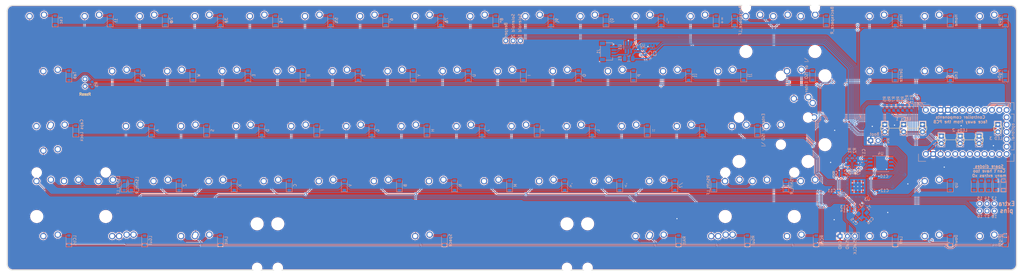
<source format=kicad_pcb>
(kicad_pcb (version 20211014) (generator pcbnew)
  (layers (0 "F.Cu" signal) (31 "B.Cu" signal) (34 "B.Paste" user) (35 "F.Paste" user) (36 "B.SilkS" user "B.Silkscreen") (37 "F.SilkS" user "F.Silkscreen") (38 "B.Mask" user) (39 "F.Mask" user) (44 "Edge.Cuts" user))
  (net 0 "")
  (net 1 "GND")
  (net 2 "+3V3")
  (net 3 "+1V1")
  (net 4 "XTAL_IN")
  (net 5 "XTAL_OUT")
  (net 6 "D-")
  (net 7 "D+")
  (net 8 "CS")
  (net 9 "SD0")
  (net 10 "SD1")
  (net 11 "SD2")
  (net 12 "SD3")
  (net 13 "QSPI_CLK")
  (net 14 "XTAL_0")
  (net 15 "DBUS-")
  (net 16 "DBUS+")
  (net 17 "+5V")
  (net 18 "ROW0")
  (net 19 "ROW1")
  (net 20 "ROW2")
  (net 21 "ROW3")
  (net 22 "ROW4")
  (net 23 "ROW5")
  (net 24 "ROW6")
  (net 25 "ROW7")
  (net 26 "ROW8")
  (net 27 "COL0")
  (net 28 "COL1")
  (net 29 "COL2")
  (net 30 "COL3")
  (net 31 "COL4")
  (net 32 "COL5")
  (net 33 "COL6")
  (net 34 "COL7")
  (net 35 "COL8")
  (net 36 "SWCLK")
  (net 37 "SWD")
  (net 38 "RESET")
  (net 39 "SOL1")
  (net 40 "SOL2")
  (net 41 "IND1")
  (net 42 "IND2")
  (net 43 "IND3")
  (net 44 "IND1.1")
  (net 45 "IND1.2")
  (net 46 "IND1.3")
  (net 47 "BEEPER")
  (net 48 "VBUS")
  (net 49 "USB_BOOT")
  (net 50 "X0")
  (net 51 "X1")
  (net 52 "X2")
  (net 53 "X3")
  (net 54 "X4")
  (net 55 "X5")
  (net 56 "IND2.1")
  (net 57 "IND2.2")
  (net 58 "IND2.3")
  (net 59 "IND3.1")
  (footprint "Alps_Only:ALPS-1U" (layer "F.Cu") (at 54.0875 85.425)
    (fp_text reference "REF**82")
    (fp_text value "1U")
  )
  (footprint "Alps_Only:ALPS-1U" (layer "F.Cu") (at 294.59375 56.85)
    (fp_text reference "REF**49")
    (fp_text value "1U")
  )
  (footprint "random-keyboard-parts:LED_D3.0mm-Pretty" (layer "F.Cu") (at 336.579167 63.1 -90)
    (fp_text reference "DL13")
    (fp_text value "LED_3mm")
  )
  (footprint "Alps_Only:ALPS-1U" (layer "F.Cu") (at 277.925 28.275)
    (fp_text reference "REF**13")
    (fp_text value "1U")
  )
  (footprint "Alps_Only:ALPS-1U" (layer "F.Cu") (at 35.0375 47.325)
    (fp_text reference "REF**33")
    (fp_text value "1U")
  )
  (footprint "random-keyboard-parts:LED_D3.0mm-Pretty" (layer "F.Cu") (at 349.6125 67.1 -90)
    (fp_text reference "DL22")
    (fp_text value "LED_3mm")
  )
  (footprint "random-keyboard-parts:Reset_Pretty" (layer "F.Cu") (at 358.8875 90.5 -90)
    (fp_text reference "REF**")
    (fp_text value "Reset_Pretty")
  )
  (footprint "Alps_Only:ALPS-1U" (layer "F.Cu") (at 68.375 28.275)
    (fp_text reference "REF**2")
    (fp_text value "1U")
  )
  (footprint "Alps_Only:ALPS-1U" (layer "F.Cu") (at 32.65625 66.375)
    (fp_text reference "REF**51")
    (fp_text value "1U")
  )
  (footprint "Alps_Only:ALPS-1U" (layer "F.Cu") (at 32.65625 85.425)
    (fp_text reference "REF**82")
    (fp_text value "1U")
  )
  (footprint "Alps_Only:ALPS-1U" (layer "F.Cu") (at 111.2375 85.425)
    (fp_text reference "REF**69")
    (fp_text value "1U")
  )
  (footprint "Alps_Only:ALPS-1U" (layer "F.Cu") (at 92.1875 85.425)
    (fp_text reference "REF**68")
    (fp_text value "1U")
  )
  (footprint "Alps_Only:ALPS-1U" (layer "F.Cu") (at 244.5875 104.475)
    (fp_text reference "REF**93")
    (fp_text value "1U")
  )
  (footprint "Alps_Only:ALPS-1U" (layer "F.Cu") (at 42.18125 85.425)
    (fp_text reference "REF**66")
    (fp_text value "1U")
  )
  (footprint "MX_Alps:MX-6.5U-ReversedStabilizers-NoLED" (layer "F.Cu") (at 163.625 104.475)
    (fp_text reference "REF**85")
    (fp_text value "1U")
  )
  (footprint "Alps_Only:ALPS-1U" (layer "F.Cu") (at 230.3 47.325)
    (fp_text reference "REF**46")
    (fp_text value "1U")
  )
  (footprint "Alps_Only:ALPS-1U" (layer "F.Cu") (at 285.06875 66.375)
    (fp_text reference "REF**63")
    (fp_text value "1U")
  )
  (footprint "Alps_Only:ALPS-1U" (layer "F.Cu") (at 116 47.325)
    (fp_text reference "REF**40")
    (fp_text value "1U")
  )
  (footprint "Alps_Only:ALPS-1U" (layer "F.Cu") (at 135.05 47.325)
    (fp_text reference "REF**41")
    (fp_text value "1U")
  )
  (footprint "Alps_Only:ALPS-1U" (layer "F.Cu") (at 225.5375 85.425)
    (fp_text reference "REF**75")
    (fp_text value "1U")
  )
  (footprint "MX_Alps:MX-2.75U-NoLED" (layer "F.Cu") (at 280.30625 85.425)
    (fp_text reference "REF**78")
    (fp_text value "1U")
  )
  (footprint "Alps_Only:ALPS-1U" (layer "F.Cu") (at 287.45 28.275)
    (fp_text reference "REF**13")
    (fp_text value "1U")
  )
  (footprint "Alps_Only:ALPS-1U" (layer "F.Cu") (at 320.7875 47.325)
    (fp_text reference "REF**18")
    (fp_text value "1U")
  )
  (footprint "Alps_Only:ALPS-1U" (layer "F.Cu") (at 258.875 28.275)
    (fp_text reference "REF**12")
    (fp_text value "1U")
  )
  (footprint "Alps_Only:ALPS-1U" (layer "F.Cu") (at 273.1625 66.375)
    (fp_text reference "REF**64")
    (fp_text value "1U")
  )
  (footprint "MX_Alps:MX-2U-NoLED" (layer "F.Cu") (at 287.45 28.275)
    (fp_text reference "REF**13")
    (fp_text value "1U")
  )
  (footprint "Alps_Only:ALPS-1U" (layer "F.Cu") (at 280.30625 85.425)
    (fp_text reference "REF**78")
    (fp_text value "1U")
  )
  (footprint "Alps_Only:ALPS-1U" (layer "F.Cu") (at 139.8125 66.375)
    (fp_text reference "REF**56")
    (fp_text value "1U")
  )
  (footprint "Alps_Only:ALPS-1U" (layer "F.Cu") (at 35.0375 104.475)
    (fp_text reference "REF**81")
    (fp_text value "1U")
  )
  (footprint "Alps_Only:ALPS-1U" (layer "F.Cu") (at 163.625 104.475)
    (fp_text reference "REF**85")
    (fp_text value "1U")
  )
  (footprint "Alps_Only:ALPS-1U" (layer "F.Cu") (at 216.0125 66.375)
    (fp_text reference "REF**60")
    (fp_text value "1U")
  )
  (footprint "random-keyboard-parts:LED_D3.0mm-Pretty" (layer "F.Cu") (at 343.095833 67.1 -90)
    (fp_text reference "DL21")
    (fp_text value "LED_3mm")
  )
  (footprint "Alps_Only:ALPS-1U" (layer "F.Cu") (at 254.1125 66.375)
    (fp_text reference "REF**62")
    (fp_text value "1U")
  )
  (footprint "Alps_Only:ALPS-1U" (layer "F.Cu") (at 239.825 28.275)
    (fp_text reference "REF**11")
    (fp_text value "1U")
  )
  (footprint "Alps_Only:ALPS-1U" (layer "F.Cu") (at 63.6125 66.375)
    (fp_text reference "REF**52")
    (fp_text value "1U")
  )
  (footprint "Alps_Only:ALPS-1U" (layer "F.Cu") (at 339.8375 104.475)
    (fp_text reference "REF**28")
    (fp_text value "1U")
  )
  (footprint "Alps_Only:ALPS-1U" (layer "F.Cu") (at 87.425 104.475)
    (fp_text reference "REF**83")
    (fp_text value "1U")
  )
  (footprint "Alps_Only:ALPS-1U" (layer "F.Cu") (at 266.01875 104.475)
    (fp_text reference "REF**80")
    (fp_text value "1U")
  )
  (footprint "Alps_Only:ALPS-1U" (layer "F.Cu") (at 130.2875 85.425)
    (fp_text reference "REF**70")
    (fp_text value "1U")
  )
  (footprint "Alps_Only:ALPS-1U" (layer "F.Cu") (at 144.575 28.275)
    (fp_text reference "REF**6")
    (fp_text value "1U")
  )
  (footprint "Alps_Only:ALPS-1U" (layer "F.Cu") (at 270.78125 85.425)
    (fp_text reference "REF**77")
    (fp_text value "1U")
  )
  (footprint "Alps_Only:ALPS-1U" (layer "F.Cu") (at 320.7875 28.275)
    (fp_text reference "REF**15")
    (fp_text value "1U")
  )
  (footprint "Alps_Only:ALPS-1U" (layer "F.Cu") (at 211.25 47.325)
    (fp_text reference "REF**45")
    (fp_text value "1U")
  )
  (footprint "Alps_Only:ALPS-1U" (layer "F.Cu") (at 106.475 28.275)
    (fp_text reference "REF**4")
    (fp_text value "1U")
  )
  (footprint "Alps_Only:ALPS-1U" (layer "F.Cu") (at 358.8875 47.325)
    (fp_text reference "REF**20")
    (fp_text value "1U")
  )
  (footprint "Alps_Only:ALPS-1U" (layer "F.Cu") (at 58.85 47.325)
    (fp_text reference "REF**37")
    (fp_text value "1U")
  )
  (footprint "Alps_Only:ALPS-1U" (layer "F.Cu") (at 296.975 85.425)
    (fp_text reference "REF**80")
    (fp_text value "1U")
  )
  (footprint "Alps_Only:ALPS-1U" (layer "F.Cu") (at 163.625 28.275)
    (fp_text reference "REF**7")
    (fp_text value "1U")
  )
  (footprint "Alps_Only:ALPS-1U" (layer "F.Cu") (at 268.4 47.325)
    (fp_text reference "REF**48")
    (fp_text value "1U")
  )
  (footprint "Alps_Only:ALPS-1U" (layer "F.Cu") (at 201.725 28.275)
    (fp_text reference "REF**9")
    (fp_text value "1U")
  )
  (footprint "Alps_Only:ALPS-1U" (layer "F.Cu") (at 296.975 28.275)
    (fp_text reference "REF**14")
    (fp_text value "1U")
  )
  (footprint "Alps_Only:ALPS-1U" (layer "F.Cu") (at 168.3875 85.425)
    (fp_text reference "REF**72")
    (fp_text value "1U")
  )
  (footprint "Alps_Only:ALPS-1U" (layer "F.Cu") (at 73.1375 85.425)
    (fp_text reference "REF**67")
    (fp_text value "1U")
  )
  (footprint "Alps_Only:ALPS-1U" (layer "F.Cu") (at 35.0375 66.375 180)
    (fp_text reference "REF**51")
    (fp_text value "1U")
  )
  (footprint "Alps_Only:ALPS-1U" (layer "F.Cu") (at 187.4375 85.425)
    (fp_text reference "REF**73")
    (fp_text value "1U")
  )
  (footprint "Alps_Only:ALPS-1U" (layer "F.Cu") (at 96.95 47.325)
    (fp_text reference "REF**39")
    (fp_text value "1U")
  )
  (footprint "Alps_Only:ALPS-1U" (layer "F.Cu") (at 177.9125 66.375)
    (fp_text reference "REF**58")
    (fp_text value "1U")
  )
  (footprint "Alps_Only:ALPS-1U" (layer "F.Cu") (at 101.7125 66.375)
    (fp_text reference "REF**54")
    (fp_text value "1U")
  )
  (footprint "locallib:pro_micro" (layer "F.Cu") (at 350.432134 64.39626 90)
    (fp_text reference "U5")
    (fp_text value "ProMicro")
  )
  (footprint "Alps_Only:ALPS-1U" (layer "F.Cu") (at 49.325 28.275)
    (fp_text reference "REF**1")
    (fp_text value "1U")
  )
  (footprint "Alps_Only:ALPS-1U" (layer "F.Cu") (at 82.6625 104.475)
    (fp_text reference "REF**83")
    (fp_text value "1U")
  )
  (footprint "Alps_Only:ALPS-1U" (layer "F.Cu") (at 339.8375 28.275)
    (fp_text reference "REF**16")
    (fp_text value "1U")
  )
  (footprint "Alps_Only:ALPS-1U" (layer "F.Cu") (at 37.41875 66.375)
    (fp_text reference "REF**51")
    (fp_text value "1U")
  )
  (footprint "Alps_Only:ALPS-1U" (layer "F.Cu") (at 120.7625 66.375)
    (fp_text reference "REF**55")
    (fp_text value "1U")
  )
  (footprint "Alps_Only:ALPS-1U" (layer "F.Cu") (at 268.4 104.475)
    (fp_text reference "REF**80")
    (fp_text value "1U")
  )
  (footprint "Alps_Only:ALPS-1U" (layer "F.Cu") (at 149.3375 85.425)
    (fp_text reference "REF**71")
    (fp_text value "1U")
  )
  (footprint "Alps_Only:ALPS-1U" (layer "F.Cu") (at 244.5875 85.425)
    (fp_text reference "REF**76")
    (fp_text value "1U")
  )
  (footprint "MX_Alps:MX-2.25U-NoLED" (layer "F.Cu") (at 285.06875 66.375)
    (fp_text reference "REF**63")
    (fp_text value "1U")
  )
  (footprint "Alps_Only:ALPS-1U" (layer "F.Cu") (at 154.1 47.325)
    (fp_text reference "REF**42")
    (fp_text value "1U")
  )
  (footprint "Alps_Only:ALPS-1U" (layer "F.Cu") (at 239.825 104.475)
    (fp_text reference "REF**93")
    (fp_text value "1U")
  )
  (footprint "Alps_Only:ALPS-1U" (layer "F.Cu") (at 192.2 47.325)
    (fp_text reference "REF**44")
    (fp_text value "1U")
  )
  (footprint "Alps_Only:ALPS-1U" (layer "F.Cu") (at 61.23125 104.475)
    (fp_text reference "REF**82")
    (fp_text value "1U")
  )
  (footprint "Alps_Only:ALPS-1U" (layer "F.Cu") (at 292.2125 104.475)
    (fp_text reference "REF**95")
    (fp_text value "1U")
  )
  (footprint "Alps_Only:ALPS-1U" (layer "F.Cu") (at 196.9625 66.375)
    (fp_text reference "REF**59")
    (fp_text value "1U")
  )
  (footprint "Alps_Only:ALPS-1U" (layer "F.Cu") (at 292.2125 47.325)
    (fp_text reference "REF**49")
    (fp_text value "1U")
  )
  (footprint "random-keyboard-parts:LED_D3.0mm-Pretty" (layer "F.Cu") (at 356.129167 67.1 -90)
    (fp_text reference "DDL23")
    (fp_text value "LED_3mm")
  )
  (footprint "Alps_Only:ALPS-1U" (layer "F.Cu") (at 82.6625 66.375)
    (fp_text reference "REF**53")
    (fp_text value "1U")
  )
  (footprint "Alps_Only:ALPS-ISO" (layer "F.Cu") (at 294.59375 56.85)
    (fp_text reference "REF**49")
    (fp_text value "1U")
  )
  (footprint "Alps_Only:ALPS-1U" (layer "F.Cu") (at 77.9 47.325)
    (fp_text reference "REF**38")
    (fp_text value "1U")
  )
  (footprint "Alps_Only:ALPS-1U" (layer "F.Cu") (at 358.8875 28.275)
    (fp_text reference "REF**17")
    (fp_text value "1U")
  )
  (footprint "Alps_Only:ALPS-1U" (layer "F.Cu") (at 235.0625 66.375)
    (fp_text reference "REF**61")
    (fp_text value "1U")
  )
  (footprint "Alps_Only:ALPS-1U" (layer "F.Cu") (at 182.675 28.275)
    (fp_text reference "REF**8")
    (fp_text value "1U")
  )
  (footprint "Alps_Only:ALPS-1U" (layer "F.Cu") (at 87.425 28.275)
    (fp_text reference "REF**3")
    (fp_text value "1U")
  )
  (footprint "Alps_Only:ALPS-1U" (layer "F.Cu") (at 58.85 104.475)
    (fp_text reference "REF**82")
    (fp_text value "1U")
  )
  (footprint "Alps_Only:ALPS-1U" (layer "F.Cu") (at 220.775 28.275)
    (fp_text reference "REF**10")
    (fp_text value "1U")
  )
  (footprint "Alps_Only:ALPS-1U" (layer "F.Cu") (at 173.15 47.325)
    (fp_text reference "REF**43")
    (fp_text value "1U")
  )
  (footprint "Alps_Only:ALPS-1U" (layer "F.Cu") (at 125.525 28.275)
    (fp_text reference "REF**5")
    (fp_text value "1U")
  )
  (footprint "MX_Alps:MX-2.25U-NoLED" (layer "F.Cu") (at 42.18125 85.425)
    (fp_text reference "REF**66")
    (fp_text value "1U")
  )
  (footprint "Alps_Only:ALPS-1U" (layer "F.Cu") (at 30.275 28.275)
    (fp_text reference "REF**")
    (fp_text value "1U")
  )
  (footprint "Alps_Only:ALPS-1U" (layer "F.Cu") (at 358.8875 104.475)
    (fp_text reference "REF**29")
    (fp_text value "1U")
  )
  (footprint "Alps_Only:ALPS-1U" (layer "F.Cu") (at 339.8375 85.425)
    (fp_text reference "REF**25")
    (fp_text value "1U")
  )
  (footprint "MX_Alps:MX-7U-ReversedStabilizers-NoLED" (layer "F.Cu") (at 163.625 104.475)
    (fp_text reference "REF**85")
    (fp_text value "1U")
  )
  (footprint "random-keyboard-parts:LED_D3.0mm-Pretty" (layer "F.Cu") (at 362.645833 63.1 -90)
    (fp_text reference "DL31")
    (fp_text value "LED_3mm")
  )
  (footprint "Alps_Only:ALPS-1U" (layer "F.Cu") (at 249.35 47.325)
    (fp_text reference "REF**47")
    (fp_text value "1U")
  )
  (footprint "random-keyboard-parts:LED_D3.0mm-Pretty" (layer "F.Cu") (at 330.0625 63.1 -90)
    (fp_text reference "DL12")
    (fp_text value "LED_3mm")
  )
  (footprint "Alps_Only:ALPS-1U" (layer "F.Cu") (at 339.852595 47.31941)
    (fp_text reference "REF**19")
    (fp_text value "1U")
  )
  (footprint "random-keyboard-parts:LED_D3.0mm-Pretty" (layer "F.Cu") (at 323.545833 63.1 -90)
    (fp_text reference "DL11")
    (fp_text value "LED_3mm")
  )
  (footprint "Alps_Only:ALPS-1U" (layer "F.Cu") (at 320.7875 104.475)
    (fp_text reference "REF**27")
    (fp_text value "1U")
  )
  (footprint "Alps_Only:ALPS-1U" (layer "F.Cu") (at 158.8625 66.375)
    (fp_text reference "REF**57")
    (fp_text value "1U")
  )
  (footprint "Alps_Only:ALPS-1U" (layer "F.Cu") (at 206.4875 85.425)
    (fp_text reference "REF**74")
    (fp_text value "1U")
  )
  (footprint "Diode_SMD:D_SOD-123" (layer "B.Cu") (at 93.775 25.735 90)
    (fp_text reference "3#")
    (fp_text value "D_SOD-123")
  )
  (footprint "Resistor_SMD:R_0402_1005Metric" (layer "B.Cu") (at 323.563504 67.451725 -90)
    (fp_text reference "R4")
    (fp_text value "1k")
  )
  (footprint "Diode_SMD:D_SOD-123" (layer "B.Cu") (at 346.1875 82.885 90)
    (fp_text reference "Up")
    (fp_text value "D_SOD-123")
  )
  (footprint "Diode_SMD:D_SOD-123" (layer "B.Cu") (at 346.1875 25.735 90)
    (fp_text reference "Home")
    (fp_text value "D_SOD-123")
  )
  (footprint "Capacitor_SMD:C_0402_1005Metric" (layer "B.Cu") (at 308.257459 79.728938 180)
    (fp_text reference "C9")
    (fp_text value "100nF")
  )
  (footprint "Capacitor_SMD:C_0402_1005Metric" (layer "B.Cu") (at 313.878526 94.507695 135)
    (fp_text reference "C15")
    (fp_text value "22pF")
  )
  (footprint "Diode_SMD:D_SOD-123" (layer "B.Cu") (at 122.35 44.785 90)
    (fp_text reference "R")
    (fp_text value "D_SOD-123")
  )
  (footprint "Diode_SMD:D_SOD-123" (layer "B.Cu") (at 74.725 25.735 90)
    (fp_text reference "2@")
    (fp_text value "D_SOD-123")
  )
  (footprint "Diode_SMD:D_SOD-123" (layer "B.Cu") (at 327.1375 25.735 90)
    (fp_text reference "Insert")
    (fp_text value "D_SOD-123")
  )
  (footprint "Package_SO:SOIC-8_5.23x5.23mm_P1.27mm" (layer "B.Cu") (at 322.115415 75.427196 180)
    (fp_text reference "U4")
    (fp_text value "W25Q128JVS")
  )
  (footprint "Diode_SMD:D_SOD-123" (layer "B.Cu") (at 241.4125 63.835 90)
    (fp_text reference ";:")
    (fp_text value "D_SOD-123")
  )
  (footprint "Diode_SMD:D_SOD-123" (layer "B.Cu") (at 112.825 25.735 90)
    (fp_text reference "4$")
    (fp_text value "D_SOD-123")
  )
  (footprint "Diode_SMD:D_SOD-123" (layer "B.Cu") (at 346.1875 101.935 90)
    (fp_text reference "Down")
    (fp_text value "D_SOD-123")
  )
  (footprint "Diode_SMD:D_SOD-123" (layer "B.Cu") (at 362.038136 82.885001 90)
    (fp_text reference "")
    (fp_text value "D_SOD-123")
  )
  (footprint "Diode_SMD:D_SOD-123" (layer "B.Cu") (at 69.9625 63.835 90)
    (fp_text reference "A")
    (fp_text value "D_SOD-123")
  )
  (footprint "random-keyboard-parts:JST-SR-4" (layer "B.Cu") (at 225 36.5 90)
    (fp_text reference "J1")
    (fp_text value "JST-SR-4")
  )
  (footprint "Diode_SMD:D_SOD-123" (layer "B.Cu") (at 165.2125 63.835 90)
    (fp_text reference "H")
    (fp_text value "D_SOD-123")
  )
  (footprint "Diode_SMD:D_SOD-123" (layer "B.Cu") (at 127.1125 63.835 90)
    (fp_text reference "F")
    (fp_text value "D_SOD-123")
  )
  (footprint "Diode_SMD:D_SOD-123" (layer "B.Cu") (at 271.575 25.735 90)
    (fp_text reference "Backspace_LF")
    (fp_text value "D_SOD-123")
  )
  (footprint "Capacitor_SMD:C_0402_1005Metric" (layer "B.Cu") (at 317.576926 94.226929 45)
    (fp_text reference "C16")
    (fp_text value "22pF")
  )
  (footprint "Diode_SMD:D_SOD-123" (layer "B.Cu") (at 41.3875 101.935 90)
    (fp_text reference "LCtrl")
    (fp_text value "D_SOD-123")
  )
  (footprint "Capacitor_SMD:C_0402_1005Metric" (layer "B.Cu") (at 311.26037 76.472395 90)
    (fp_text reference "C5")
    (fp_text value "1uF")
  )
  (footprint "Diode_SMD:D_SOD-123" (layer "B.Cu") (at 222.3625 63.835 90)
    (fp_text reference "L")
    (fp_text value "D_SOD-123")
  )
  (footprint "Connector_PinSocket_2.54mm:PinSocket_1x05_P2.54mm_Vertical" (layer "B.Cu") (at 308.069992 100.484942 -90)
    (fp_text reference "J3" hide)
    (fp_text value "GND")
  )
  (footprint "Capacitor_SMD:C_0402_1005Metric" (layer "B.Cu") (at 320.023522 79.728938)
    (fp_text reference "C10")
    (fp_text value "100nF")
  )
  (footprint "Diode_SMD:D_SOD-123" (layer "B.Cu") (at 55.675 25.735 90)
    (fp_text reference "1!")
    (fp_text value "D_SOD-123")
  )
  (footprint "Diode_SMD:D_SOD-123" (layer "B.Cu") (at 65.2 44.785 90)
    (fp_text reference "Q")
    (fp_text value "D_SOD-123")
  )
  (footprint "Diode_SMD:D_SOD-123" (layer "B.Cu") (at 41.3875 44.785 90)
    (fp_text reference "Tab")
    (fp_text value "D_SOD-123")
  )
  (footprint "Resistor_SMD:R_0603_1608Metric_Pad0.98x0.95mm_HandSolder" (layer "B.Cu") (at 331.25 56 -90)
    (fp_text reference "R10")
    (fp_text value "1k")
  )
  (footprint "Diode_SMD:D_SOD-123" (layer "B.Cu") (at 356.958136 82.885001 90)
    (fp_text reference "")
    (fp_text value "D_SOD-123")
  )
  (footprint "Capacitor_SMD:C_0402_1005Metric" (layer "B.Cu") (at 237.211125 36.293317 90)
    (fp_text reference "C1")
    (fp_text value "1uF")
  )
  (footprint "Diode_SMD:D_SOD-123" (layer "B.Cu") (at 203.3125 63.835 90)
    (fp_text reference "K")
    (fp_text value "D_SOD-123")
  )
  (footprint "Diode_SMD:D_SOD-123" (layer "B.Cu") (at 43.76875 63.835 90)
    (fp_text reference "Caps Lock")
    (fp_text value "D_SOD-123")
  )
  (footprint "Capacitor_SMD:C_0402_1005Metric" (layer "B.Cu") (at 311.931176 91.546776 180)
    (fp_text reference "C14")
    (fp_text value "100nF")
  )
  (footprint "Resistor_SMD:R_0603_1608Metric" (layer "B.Cu") (at 313.111054 73.485685 -90)
    (fp_text reference "R2")
    (fp_text value "27R")
  )
  (footprint "Resistor_SMD:R_0603_1608Metric" (layer "B.Cu") (at 311.379004 73.485685 -90)
    (fp_text reference "R1")
    (fp_text value "27R")
  )
  (footprint "Diode_SMD:D_SOD-123" (layer "B.Cu") (at 298.5625 44.785 90)
    (fp_text reference "\\| or ISO Enter")
    (fp_text value "D_SOD-123")
  )
  (footprint "Diode_SMD:D_SOD-123" (layer "B.Cu") (at 84.25 44.785 90)
    (fp_text reference "W")
    (fp_text value "D_SOD-123")
  )
  (footprint "Diode_SMD:D_SOD-123" (layer "B.Cu") (at 193.7875 82.885 90)
    (fp_text reference "M")
    (fp_text value "D_SOD-123")
  )
  (footprint "Capacitor_SMD:C_0402_1005Metric" (layer "B.Cu") (at 310.11737 76.472395 90)
    (fp_text reference "C4")
    (fp_text value "1uF")
  )
  (footprint "Diode_SMD:D_SOD-123" (layer "B.Cu") (at 60.4375 82.885 90)
    (fp_text reference "LShift_LF")
    (fp_text value "D_SOD-123")
  )
  (footprint "Diode_SMD:D_SOD-123" (layer "B.Cu") (at 276.02 101.935 90)
    (fp_text reference "RGui")
    (fp_text value "D_SOD-123")
  )
  (footprint "Diode_SMD:D_SOD-123" (layer "B.Cu") (at 246.175 25.735 90)
    (fp_text reference "-_")
    (fp_text value "D_SOD-123")
  )
  (footprint "Crystal:Crystal_SMD_3225-4Pin_3.2x2.5mm" (layer "B.Cu") (at 315.848532 92.551685 45)
    (fp_text reference "Y1")
    (fp_text value "12MHz")
  )
  (footprint "Resistor_SMD:R_0603_1608Metric_Pad0.98x0.95mm_HandSolder" (layer "B.Cu") (at 329.7 56 -90)
    (fp_text reference "R9")
    (fp_text value "1k")
  )
  (footprint "Diode_SMD:D_SOD-123" (layer "B.Cu") (at 103.3 44.785 90)
    (fp_text reference "E")
    (fp_text value "D_SOD-123")
  )
  (footprint "Diode_SMD:D_SOD-123" (layer "B.Cu") (at 146.1625 63.835 90)
    (fp_text reference "G")
    (fp_text value "D_SOD-123")
  )
  (footprint "Diode_SMD:D_SOD-123" (layer "B.Cu") (at 303.325 25.735 90)
    (fp_text reference "Backspace_R")
    (fp_text value "D_SOD-123")
  )
  (footprint "Resistor_SMD:R_0603_1608Metric_Pad0.98x0.95mm_HandSolder" (layer "B.Cu") (at 49.469235 47.925 90)
    (fp_text reference "R5")
    (fp_text value "10k")
  )
  (footprint "Diode_SMD:D_SOD-123" (layer "B.Cu") (at 150.925 25.735 90)
    (fp_text reference "6^")
    (fp_text value "D_SOD-123")
  )
  (footprint "Fuse:Fuse_1206_3216Metric" (layer "B.Cu") (at 234.977154 38.986558)
    (fp_text reference "F1")
    (fp_text value "500mA")
  )
  (footprint "Capacitor_SMD:C_0402_1005Metric" (layer "B.Cu") (at 308.257459 78.585938 180)
    (fp_text reference "C8")
    (fp_text value "100nF")
  )
  (footprint "Diode_SMD:D_SOD-123" (layer "B.Cu") (at 131.875 25.735 90)
    (fp_text reference "5%")
    (fp_text value "D_SOD-123")
  )
  (footprint "Diode_SMD:D_SOD-123" (layer "B.Cu") (at 364.578136 82.885001 90)
    (fp_text reference "")
    (fp_text value "D_SOD-123")
  )
  (footprint "Diode_SMD:D_SOD-123" (layer "B.Cu") (at 255.7 44.785 90)
    (fp_text reference "[{")
    (fp_text value "D_SOD-123")
  )
  (footprint "Diode_SMD:D_SOD-123" (layer "B.Cu") (at 354.418136 82.885001 90)
    (fp_text reference "")
    (fp_text value "D_SOD-123")
  )
  (footprint "Diode_SMD:D_SOD-123" (layer "B.Cu") (at 359.498136 82.885001 90)
    (fp_text reference "")
    (fp_text value "D_SOD-123")
  )
  (footprint "Diode_SMD:D_SOD-123" (layer "B.Cu") (at 365.2375 25.735 90)
    (fp_text reference "PgUp")
    (fp_text value "D_SOD-123")
  )
  (footprint "Diode_SMD:D_SOD-123" (layer "B.Cu") (at 236.65 44.785 90)
    (fp_text reference "P")
    (fp_text value "D_SOD-123")
  )
  (footprint "Resistor_SMD:R_0603_1608Metric_Pad0.98x0.95mm_HandSolder" (layer "B.Cu") (at 332.8 56 -90)
    (fp_text reference "R11")
    (fp_text value "1k")
  )
  (footprint "Resistor_SMD:R_0402_1005Metric" (layer "B.Cu") (at 314.133588 90.847851 45)
    (fp_text reference "R3")
    (fp_text value "1k")
  )
  (footprint "Diode_SMD:D_SOD-123" (layer "B.Cu") (at 217.6 44.785 90)
    (fp_text reference "O")
    (fp_text value "D_SOD-123")
  )
  (footprint "Capacitor_SMD:C_0402_1005Metric" (layer "B.Cu") (at 314.383069 76.472395 90)
    (fp_text reference "C7")
    (fp_text value "100nF")
  )
  (footprint "Diode_SMD:D_SOD-123" (layer "B.Cu") (at 265.225 25.735 90)
    (fp_text reference "=+")
    (fp_text value "D_SOD-123")
  )
  (footprint "Diode_SMD:D_SOD-123" (layer "B.Cu") (at 117.5875 82.885 90)
    (fp_text reference "C")
    (fp_text value "D_SOD-123")
  )
  (footprint "Diode_SMD:D_SOD-123" (layer "B.Cu") (at 208.075 25.735 90)
    (fp_text reference "9(")
    (fp_text value "D_SOD-123")
  )
  (footprint "Resistor_SMD:R_0603_1608Metric_Pad0.98x0.95mm_HandSolder" (layer "B.Cu") (at 323.5 56 -90)
    (fp_text reference "R5")
    (fp_text value "1k")
  )
  (footprint "Diode_SMD:D_SOD-123" (layer "B.Cu") (at 155.6875 82.885 90)
    (fp_text reference "B")
    (fp_text value "D_SOD-123")
  )
  (footprint "Capacitor_SMD:C_0402_1005Metric" (layer "B.Cu") (at 311.931176 90.403776 180)
    (fp_text reference "C13")
    (fp_text value "100nF")
  )
  (footprint "Diode_SMD:D_SOD-123" (layer "B.Cu") (at 250.9375 82.885 90)
    (fp_text reference "/?")
    (fp_text value "D_SOD-123")
  )
  (footprint "Resistor_SMD:R_0603_1608Metric_Pad0.98x0.95mm_HandSolder" (layer "B.Cu") (at 325.05 56 -90)
    (fp_text reference "R6")
    (fp_text value "1k")
  )
  (footprint "Capacitor_SMD:C_0402_1005Metric" (layer "B.Cu") (at 316.246393 73.996735 -90)
    (fp_text reference "C17")
    (fp_text value "100nF")
  )
  (footprint "Diode_SMD:D_SOD-123" (layer "B.Cu") (at 141.4 44.785 90)
    (fp_text reference "T")
    (fp_text value "D_SOD-123")
  )
  (footprint "Diode_SMD:D_SOD-123" (layer "B.Cu") (at 171.245 101.935 90)
    (fp_text reference "Space")
    (fp_text value "D_SOD-123")
  )
  (footprint "Diode_SMD:D_SOD-123" (layer "B.Cu") (at 346.1875 44.785 90)
    (fp_text reference "End")
    (fp_text value "D_SOD-123")
  )
  (footprint "Diode_SMD:D_SOD-123" (layer "B.Cu") (at 169.975 25.735 90)
    (fp_text reference "7&")
    (fp_text value "D_SOD-123")
  )
  (footprint "Capacitor_SMD:C_0402_1005Metric" (layer "B.Cu") (at 308.257459 84.698946 180)
    (fp_text reference "C11")
    (fp_text value "100nF")
  )
  (footprint "cipulot_parts:RP2040-QFN-56" (layer "B.Cu") (at 314.187305 83.288855 180)
    (fp_text reference "U3")
    (fp_text value "RP2040")
  )
  (footprint "Diode_SMD:D_SOD-123" (layer "B.Cu") (at 365.2375 101.935 90)
    (fp_text reference "Right")
    (fp_text value "D_SOD-123")
  )
  (footprint "Diode_SMD:D_SOD-123" (layer "B.Cu") (at 252.2075 101.935 90)
    (fp_text reference "RAlt")
    (fp_text value "D_SOD-123")
  )
  (footprint "Package_TO_SOT_SMD:SOT-23-6_Handsoldering" (layer "B.Cu") (at 234.85635 35.014798 -90)
    (fp_text reference "U1")
    (fp_text value "SRV05-4")
  )
  (footprint "Diode_SMD:D_SOD-123" (layer "B.Cu") (at 136.6375 82.885 90)
    (fp_text reference "V")
    (fp_text value "D_SOD-123")
  )
  (footprint "random-keyboard-parts:Reset_Pretty-Mask" (layer "B.Cu") (at 195 32.7875 90)
    (fp_text reference "J2")
    (fp_text value "Funny_Sound-Mask")
  )
  (footprint "Diode_SMD:D_SOD-123" (layer "B.Cu") (at 327.1375 101.935 90)
    (fp_text reference "Left")
    (fp_text value "D_SOD-123")
  )
  (footprint "Capacitor_SMD:C_0402_1005Metric" (layer "B.Cu") (at 313.240069 76.472395 90)
    (fp_text reference "C6")
    (fp_text value "100nF")
  )
  (footprint "Diode_SMD:D_SOD-123" (layer "B.Cu") (at 289.355 82.885 90)
    (fp_text reference "RShift_R")
    (fp_text value "D_SOD-123")
  )
  (footprint "Diode_SMD:D_SOD-123" (layer "B.Cu") (at 299.8325 101.935 90)
    (fp_text reference "RCtrl")
    (fp_text value "D_SOD-123")
  )
  (footprint "Capacitor_SMD:C_0402_1005Metric" (layer "B.Cu") (at 243.69104 35.265282 90)
    (fp_text reference "C3")
    (fp_text value "10uF")
  )
  (footprint "Connector_PinSocket_2.54mm:PinSocket_1x02_P2.54mm_Vertical" (layer "B.Cu") (at 46.94375 47.325)
    (fp_text reference "SW1" hide)
    (fp_text value "Reset")
  )
  (footprint "Diode_SMD:D_SOD-123" (layer "B.Cu") (at 279.5125 63.835 90)
    (fp_text reference "Enter or ISO \\|")
    (fp_text value "D_SOD-123")
  )
  (footprint "Diode_SMD:D_SOD-123" (layer "B.Cu") (at 108.0625 63.835 90)
    (fp_text reference "D")
    (fp_text value "D_SOD-123")
  )
  (footprint "Resistor_SMD:R_0603_1608Metric_Pad0.98x0.95mm_HandSolder" (layer "B.Cu") (at 326.6 56 -90)
    (fp_text reference "R7")
    (fp_text value "1k")
  )
  (footprint "Diode_SMD:D_SOD-123" (layer "B.Cu") (at 189.025 25.735 90)
    (fp_text reference "8*")
    (fp_text value "D_SOD-123")
  )
  (footprint "Diode_SMD:D_SOD-123" (layer "B.Cu") (at 327.1375 44.785 90)
    (fp_text reference "Delete")
    (fp_text value "D_SOD-123")
  )
  (footprint "Diode_SMD:D_SOD-123" (layer "B.Cu") (at 212.8375 82.885 90)
    (fp_text reference ",<")
    (fp_text value "D_SOD-123")
  )
  (footprint "Connector_PinSocket_2.54mm:PinSocket_1x02_P2.54mm_Vertical" (layer "B.Cu") (at 318.685182 67.383173 -90)
    (fp_text reference "SW0" hide)
    (fp_text value "Boot")
  )
  (footprint "Diode_SMD:D_SOD-123" (layer "B.Cu") (at 93.775 101.935 90)
    (fp_text reference "LAlt")
    (fp_text value "D_SOD-123")
  )
  (footprint "Diode_SMD:D_SOD-123" (layer "B.Cu") (at 160.45 44.785 90)
    (fp_text reference "Y")
    (fp_text value "D_SOD-123")
  )
  (footprint "Diode_SMD:D_SOD-123" (layer "B.Cu") (at 174.7375 82.885 90)
    (fp_text reference "N")
    (fp_text value "D_SOD-123")
  )
  (footprint "Resistor_SMD:R_0603_1608Metric_Pad0.98x0.95mm_HandSolder" (layer "B.Cu") (at 328.15 56 -90)
    (fp_text reference "R8")
    (fp_text value "1k")
  )
  (footprint "Diode_SMD:D_SOD-123" (layer "B.Cu") (at 231.8875 82.885 90)
    (fp_text reference ".>")
    (fp_text value "D_SOD-123")
  )
  (footprint "Package_TO_SOT_SMD:SOT-23" (layer "B.Cu") (at 239.684453 36.771793 180)
    (fp_text reference "U2")
    (fp_text value "XC6206")
  )
  (footprint "Diode_SMD:D_SOD-123" (layer "B.Cu") (at 89.0125 63.835 90)
    (fp_text reference "S")
    (fp_text value "D_SOD-123")
  )
  (footprint "Diode_SMD:D_SOD-123" (layer "B.Cu") (at 179.5 44.785 90)
    (fp_text reference "U")
    (fp_text value "D_SOD-123")
  )
  (footprint "Diode_SMD:D_SOD-123" (layer "B.Cu") (at 67.58125 101.935 90)
    (fp_text reference "LGui")
    (fp_text value "D_SOD-123")
  )
  (footprint "Diode_SMD:D_SOD-123" (layer "B.Cu") (at 365.2375 44.785 90)
    (fp_text reference "PgDn")
    (fp_text value "D_SOD-123")
  )
  (footprint "Diode_SMD:D_SOD-123" (layer "B.Cu") (at 274.75 44.785 90)
    (fp_text reference "]}")
    (fp_text value "D_SOD-123")
  )
  (footprint "Diode_SMD:D_SOD-123" (layer "B.Cu") (at 98.5375 82.885 90)
    (fp_text reference "X")
    (fp_text value "D_SOD-123")
  )
  (footprint "Diode_SMD:D_SOD-123" (layer "B.Cu") (at 79.4875 82.885 90)
    (fp_text reference "Z")
    (fp_text value "D_SOD-123")
  )
  (footprint "Diode_SMD:D_SOD-123" (layer "B.Cu") (at 184.2625 63.835 90)
    (fp_text reference "J")
    (fp_text value "D_SOD-123")
  )
  (footprint "Diode_SMD:D_SOD-123" (layer "B.Cu") (at 227.125 25.735 90)
    (fp_text reference "0)")
    (fp_text value "D_SOD-123")
  )
  (footprint "Capacitor_SMD:C_0402_1005Metric" (layer "B.Cu") (at 320.023591 84.698935)
    (fp_text reference "C12")
    (fp_text value "100nF")
  )
  (footprint "Diode_SMD:D_SOD-123" (layer "B.Cu") (at 62.9775 82.885 90)
    (fp_text reference "LShift_R")
    (fp_text value "D_SOD-123")
  )
  (footprint "Diode_SMD:D_SOD-123" (layer "B.Cu") (at 260.4625 63.835 90)
    (fp_text reference "'\"")
    (fp_text value "D_SOD-123")
  )
  (footprint "Diode_SMD:D_SOD-123" (layer "B.Cu") (at 198.55 44.785 90)
    (fp_text reference "I")
    (fp_text value "D_SOD-123")
  )
  (footprint "Diode_SMD:D_SOD-123" (layer "B.Cu") (at 36.625 25.735 90)
    (fp_text reference "Esc")
    (fp_text value "D_SOD-123")
  )
  (footprint "Diode_SMD:D_SOD-123" (layer "B.Cu") (at 264.43125 82.885 90)
    (fp_text reference "RShift_LF")
    (fp_text value "D_SOD-123")
  )
  (footprint "Capacitor_SMD:C_0402_1005Metric" (layer "B.Cu") (at 242.657225 35.265282 90)
    (fp_text reference "C2")
    (fp_text value "1uF")
  )
  (gr_arc (start 32.935017 79.042559) (mid 32.647816 78.913089) (end 32.537125 78.618141) (layer "F.Cu") (width 0.2))
  (gr_arc (start 285.19149 83.678388) (mid 285.284231 83.424485) (end 285.528869 83.309508) (layer "F.Cu") (width 0.2))
  (gr_arc (start 284.968504 83.084036) (mid 285.143214 83.357495) (end 285.19149 83.678388) (layer "F.Cu") (width 0.2))
  (gr_arc (start 278.415431 76.534094) (mid 278.169513 76.199055) (end 278.04365 75.802967) (layer "F.Cu") (width 0.2))
  (gr_arc (start 285.566586 83.309094) (mid 285.242843 83.26221) (end 284.968504 83.084036) (layer "F.Cu") (width 0.2))
  (gr_arc (start 278.04365 75.802967) (mid 277.917735 76.199028) (end 277.671869 76.534094) (layer "F.Cu") (width 0.2))
  (gr_arc (start 32.536451 78.74958) (mid 32.479751 79.052874) (end 32.286694 79.293562) (layer "F.Cu") (width 0.2))
  (gr_arc (start 285.187621 28.879539) (mid 285.266146 28.522642) (end 285.490393 28.234104) (layer "F.Cu") (width 0.2))
  (gr_arc (start 32.286694 79.293562) (mid 32.583107 79.096387) (end 32.935017 79.042559) (layer "F.Cu") (width 0.2))
  (gr_arc (start 49.455128 79.291978) (mid 49.371065 79.017478) (end 49.49243 78.75731) (layer "F.Cu") (width 0.2))
  (gr_arc (start 277.597005 76.611211) (mid 278.037414 76.397839) (end 278.482152 76.602033) (layer "F.Cu") (width 0.2))
  (gr_arc (start 284.884849 28.234104) (mid 285.10911 28.522636) (end 285.187621 28.879539) (layer "F.Cu") (width 0.2))
  (gr_arc (start 49.49243 78.75731) (mid 49.185275 78.971823) (end 48.817671 79.044124) (layer "F.Cu") (width 0.2))
  (gr_arc (start 36.951726 79.043712) (mid 37.285564 79.100838) (end 37.557665 79.30251) (layer "F.Cu") (width 0.2))
  (gr_arc (start 285.60178 28.123025) (mid 285.189079 28.29927) (end 284.775325 28.125512) (layer "F.Cu") (width 0.2))
  (gr_arc (start 48.817671 79.044124) (mid 49.160769 79.105375) (end 49.455128 79.291978) (layer "F.Cu") (width 0.2))
  (gr_arc (start 315.613687 28.589689) (mid 316.09542 28.245747) (end 316.676805 28.1346) (layer "B.Cu") (width 0.2))
  (gr_arc (start 300.748172 47.120946) (mid 300.878293 46.989076) (end 301.061512 47.016499) (layer "B.Cu") (width 0.2))
  (gr_arc (start 300.253915 46.453233) (mid 300.609221 46.707014) (end 300.748172 47.120946) (layer "B.Cu") (width 0.2))
  (gr_arc (start 315.645455 28.134601) (mid 315.810711 28.247242) (end 315.76351 28.441586) (layer "B.Cu") (width 0.2))
  (gr_arc (start 47.42717 83.262819) (mid 47.040177 83.191471) (end 46.719668 82.963156) (layer "B.Cu") (width 0.2))
  (gr_line (start 331.3125 63.1) (end 335.329167 63.1) (layer "B.SilkS") (width 0.12))
  (gr_line (start 344.345833 67.1) (end 348.3625 67.1) (layer "B.SilkS") (width 0.12))
  (gr_line (start 324.795833 63.1) (end 328.8125 63.1) (layer "B.SilkS") (width 0.12))
  (gr_line (start 350.8625 67.1) (end 354.879167 67.1) (layer "B.SilkS") (width 0.12))
  (gr_line (start 325.069833 63.1) (end 328.5385 63.1) (layer "F.SilkS") (width 0.12))
  (gr_line (start 351.1365 67.1) (end 354.605167 67.1) (layer "F.SilkS") (width 0.12))
  (gr_line (start 331.5865 63.1) (end 335.055167 63.1) (layer "F.SilkS") (width 0.12))
  (gr_line (start 344.619833 67.1) (end 348.0885 67.1) (layer "F.SilkS") (width 0.12))
  (gr_line (start 20 110.25) (end 20 22.5) (layer "Edge.Cuts") (width 0.2))
  (gr_line (start 22 20.5) (end 367.1625 20.5) (layer "Edge.Cuts") (width 0.2))
  (gr_arc (start 367.1625 20.5) (mid 368.576714 21.085786) (end 369.1625 22.5) (layer "Edge.Cuts") (width 0.2))
  (gr_arc (start 20 22.5) (mid 20.585786 21.085786) (end 22 20.5) (layer "Edge.Cuts") (width 0.2))
  (gr_line (start 369.1625 22.5) (end 369.1625 110.25) (layer "Edge.Cuts") (width 0.2))
  (gr_line (start 22 112.25) (end 367.1625 112.25) (layer "Edge.Cuts") (width 0.2))
  (gr_arc (start 22 112.25) (mid 20.585786 111.664214) (end 20 110.25) (layer "Edge.Cuts") (width 0.2))
  (gr_arc (start 369.1625 110.25) (mid 368.576714 111.664214) (end 367.1625 112.25) (layer "Edge.Cuts") (width 0.2))
  (gr_text "Spare diodes\n~{Can't have too}\nmany extras xD" (at 359.64232 77.908915) (layer "B.SilkS") (effects (font (size 1 1) (thickness 0.2)) (justify mirror)))
  (gr_text "LEDs 2" (at 349.464854 63.774703) (layer "B.SilkS") (effects (font (size 1 1)) (justify mirror)))
  (gr_text "Controller components\nface away from the PCB" (at 349.675556 60.072785) (layer "B.SilkS") (effects (font (size 1 1) (thickness 0.2)) (justify mirror)))
  (gr_text "Reset" (at 46.939302 51.292713) (layer "B.SilkS") (effects (font (size 1 1)) (justify mirror)))
  (gr_text "LEDs 1" (at 329.937266 59.876267) (layer "B.SilkS") (effects (font (size 1 1)) (justify mirror)))
  (gr_text "Extra\npins" (at 365.648489 90.448941) (layer "B.SilkS") (effects (font (size 1.5 1.5) (thickness 0.3)) (justify mirror)))
  (gr_text "Boot" (at 320.003989 65.160538) (layer "B.SilkS") (effects (font (size 1 1)) (justify mirror)))
  (gr_text "LED 3" (at 361.934036 66.607354) (layer "B.SilkS") (effects (font (size 1 1)) (justify mirror)))
  (gr_text "Reset" (at 46.930858 51.288013) (layer "F.SilkS") (effects (font (size 1 1))))
  (segment (start 294.7125 42.825) (end 294.7125 49.761643) (width 0.2) (layer "F.Cu") (net 0))
  (segment (start 298.59375 53.85) (end 298.59375 54.35) (width 0.2) (layer "F.Cu") (net 0))
  (segment (start 294.858947 50.115197) (end 297.09375 52.35) (width 0.2) (layer "F.Cu") (net 0))
  (segment (start 297.09375 52.35) (end 298.59375 53.85) (width 0.2) (layer "F.Cu") (net 0))
  (arc (start 294.7125 49.761643) (mid 294.75056 49.952985) (end 294.858947 50.115197) (width 0.2) (layer "F.Cu") (net 0))
  (segment (start 203.3125 62.185) (end 199.7725 62.185) (width 0.2) (layer "B.Cu") (net 0))
  (segment (start 276.02 100.285) (end 271.21 100.285) (width 0.2) (layer "B.Cu") (net 0))
  (segment (start 275.9725 62.185) (end 275.6625 61.875) (width 0.2) (layer "B.Cu") (net 0))
  (segment (start 37.8475 100.285) (end 37.5375 99.975) (width 0.2) (layer "B.Cu") (net 0))
  (segment (start 90.235 24.085) (end 89.925 23.775) (width 0.2) (layer "B.Cu") (net 0))
  (segment (start 65.2 43.135) (end 61.66 43.135) (width 0.2) (layer "B.Cu") (net 0))
  (segment (start 66.4225 62.185) (end 66.1125 61.875) (width 0.2) (layer "B.Cu") (net 0))
  (segment (start 342.6475 81.235) (end 342.3375 80.925) (width 0.2) (layer "B.Cu") (net 0))
  (segment (start 67.58125 100.285) (end 64.04125 100.285) (width 0.2) (layer "B.Cu") (net 0))
  (segment (start 171.245 100.285) (end 166.435 100.285) (width 0.2) (layer "B.Cu") (net 0))
  (segment (start 37.8475 43.135) (end 37.5375 42.825) (width 0.2) (layer "B.Cu") (net 0))
  (segment (start 327.1375 43.135) (end 323.5975 43.135) (width 0.2) (layer "B.Cu") (net 0))
  (segment (start 255.7 43.135) (end 252.16 43.135) (width 0.2) (layer "B.Cu") (net 0))
  (segment (start 47.020072 83.263822) (end 44.68125 80.925) (width 0.2) (layer "B.Cu") (net 0))
  (segment (start 128.335 24.085) (end 128.025 23.775) (width 0.2) (layer "B.Cu") (net 0))
  (segment (start 295.0225 43.135) (end 294.7125 42.825) (width 0.2) (layer "B.Cu") (net 0))
  (segment (start 242.635 24.085) (end 242.325 23.775) (width 0.2) (layer "B.Cu") (net 0))
  (segment (start 93.775 24.085) (end 90.235 24.085) (width 0.2) (layer "B.Cu") (net 0))
  (segment (start 265.225 24.085) (end 261.685 24.085) (width 0.2) (layer "B.Cu") (net 0))
  (segment (start 365.2375 100.285) (end 361.6975 100.285) (width 0.2) (layer "B.Cu") (net 0))
  (segment (start 89.0125 62.185) (end 85.4725 62.185) (width 0.2) (layer "B.Cu") (net 0))
  (segment (start 346.1875 81.235) (end 342.6475 81.235) (width 0.2) (layer "B.Cu") (net 0))
  (segment (start 190.2475 81.235) (end 189.9375 80.925) (width 0.2) (layer "B.Cu") (net 0))
  (segment (start 133.0975 81.235) (end 132.7875 80.925) (width 0.2) (layer "B.Cu") (net 0))
  (segment (start 271.575 24.085) (end 275.235 24.085) (width 0.2) (layer "B.Cu") (net 0))
  (segment (start 271.21 43.135) (end 270.9 42.825) (width 0.2) (layer "B.Cu") (net 0))
  (segment (start 43.76875 62.185) (end 40.22875 62.185) (width 0.2) (layer "B.Cu") (net 0))
  (segment (start 214.06 43.135) (end 213.75 42.825) (width 0.2) (layer "B.Cu") (net 0))
  (segment (start 270.9 99.975) (end 268.51875 99.975) (width 0.2) (layer "B.Cu") (net 0))
  (segment (start 55.675 24.085) (end 52.135 24.085) (width 0.2) (layer "B.Cu") (net 0))
  (segment (start 156.91 43.135) (end 156.6 42.825) (width 0.2) (layer "B.Cu") (net 0))
  (segment (start 56.986722 80.525778) (end 56.5875 80.925) (width 0.2) (layer "B.Cu") (net 0))
  (segment (start 99.76 43.135) (end 99.45 42.825) (width 0.2) (layer "B.Cu") (net 0))
  (segment (start 247.3975 81.235) (end 247.0875 80.925) (width 0.2) (layer "B.Cu") (net 0))
  (segment (start 33.085 24.085) (end 32.775 23.775) (width 0.2) (layer "B.Cu") (net 0))
  (segment (start 137.86 43.135) (end 137.55 42.825) (width 0.2) (layer "B.Cu") (net 0))
  (segment (start 79.4875 81.235) (end 75.9475 81.235) (width 0.2) (layer "B.Cu") (net 0))
  (segment (start 41.3875 100.285) (end 37.8475 100.285) (width 0.2) (layer "B.Cu") (net 0))
  (segment (start 346.1875 43.135) (end 342.668185 43.135) (width 0.2) (layer "B.Cu") (net 0))
  (segment (start 36.625 24.085) (end 33.085 24.085) (width 0.2) (layer "B.Cu") (net 0))
  (segment (start 114.0475 81.235) (end 113.7375 80.925) (width 0.2) (layer "B.Cu") (net 0))
  (segment (start 37.202179 82.970929) (end 35.15625 80.925) (width 0.2) (layer "B.Cu") (net 0))
  (segment (start 346.1875 100.285) (end 342.6475 100.285) (width 0.2) (layer "B.Cu") (net 0))
  (segment (start 75.9475 81.235) (end 75.6375 80.925) (width 0.2) (layer "B.Cu") (net 0))
  (segment (start 212.8375 81.235) (end 209.2975 81.235) (width 0.2) (layer "B.Cu") (net 0))
  (segment (start 275.425 24.275) (end 276.699942 25.549942) (width 0.2) (layer "B.Cu") (net 0))
  (segment (start 103.3 43.135) (end 99.76 43.135) (width 0.2) (layer "B.Cu") (net 0))
  (segment (start 136.6375 81.235) (end 133.0975 81.235) (width 0.2) (layer "B.Cu") (net 0))
  (segment (start 147.385 24.085) (end 147.075 23.775) (width 0.2) (layer "B.Cu") (net 0))
  (segment (start 155.6875 81.235) (end 152.1475 81.235) (width 0.2) (layer "B.Cu") (net 0))
  (segment (start 199.7725 62.185) (end 199.4625 61.875) (width 0.2) (layer "B.Cu") (net 0))
  (segment (start 323.5975 100.285) (end 323.2875 99.975) (width 0.2) (layer "B.Cu") (net 0))
  (segment (start 361.6975 43.135) (end 361.3875 42.825) (width 0.2) (layer "B.Cu") (net 0))
  (segment (start 84.25 43.135) (end 80.71 43.135) (width 0.2) (layer "B.Cu") (net 0))
  (segment (start 222.3625 62.185) (end 218.8225 62.185) (width 0.2) (layer "B.Cu") (net 0))
  (segment (start 327.1375 24.085) (end 323.5975 24.085) (width 0.2) (layer "B.Cu") (net 0))
  (segment (start 233.11 43.135) (end 232.8 42.825) (width 0.2) (layer "B.Cu") (net 0))
  (segment (start 117.5875 81.235) (end 114.0475 81.235) (width 0.2) (layer "B.Cu") (net 0))
  (segment (start 87.413838 102.279055) (end 82.173662 102.279055) (width 0.2) (layer "B.Cu") (net 0))
  (segment (start 299.785 24.085) (end 299.475 23.775) (width 0.2) (layer "B.Cu") (net 0))
  (segment (start 123.5725 62.185) (end 123.2625 61.875) (width 0.2) (layer "B.Cu") (net 0))
  (segment (start 289.355 81.235) (end 294.285 81.235) (width 0.2) (layer "B.Cu") (net 0))
  (segment (start 112.825 24.085) (end 109.285 24.085) (width 0.2) (layer "B.Cu") (net 0))
  (segment (start 275.235 24.085) (end 275.425 24.275) (width 0.2) (layer "B.Cu") (net 0))
  (segment (start 361.6975 24.085) (end 361.3875 23.775) (width 0.2) (layer "B.Cu") (net 0))
  (segment (start 150.925 24.085) (end 147.385 24.085) (width 0.2) (layer "B.Cu") (net 0))
  (segment (start 236.65 43.135) (end 233.11 43.135) (width 0.2) (layer "B.Cu") (net 0))
  (segment (start 69.9625 62.185) (end 66.4225 62.185) (width 0.2) (layer "B.Cu") (net 0))
  (segment (start 274.75 43.135) (end 271.21 43.135) (width 0.2) (layer "B.Cu") (net 0))
  (segment (start 165.2125 62.185) (end 161.6725 62.185) (width 0.2) (layer "B.Cu") (net 0))
  (segment (start 217.6 43.135) (end 214.06 43.135) (width 0.2) (layer "B.Cu") (net 0))
  (segment (start 276.210709 83.020541) (end 277.80625 81.425) (width 0.2) (layer "B.Cu") (net 0))
  (segment (start 166.435 100.285) (end 166.125 99.975) (width 0.2) (layer "B.Cu") (net 0))
  (segment (start 252.2075 100.285) (end 247.3975 100.285) (width 0.2) (layer "B.Cu") (net 0))
  (segment (start 277.407049 25.842835) (end 282.967951 25.842835) (width 0.2) (layer "B.Cu") (net 0))
  (segment (start 323.5975 24.085) (end 323.2875 23.775) (width 0.2) (layer "B.Cu") (net 0))
  (segment (start 238.920865 102.070865) (end 237.325 100.475) (width 0.2) (layer "B.Cu") (net 0))
  (segment (start 198.55 43.135) (end 195.01 43.135) (width 0.2) (layer "B.Cu") (net 0))
  (segment (start 361.6975 100.285) (end 361.3875 99.975) (width 0.2) (layer "B.Cu") (net 0))
  (segment (start 279.5125 62.185) (end 282.37875 62.185) (width 0.2) (layer "B.Cu") (net 0))
  (segment (start 218.8225 62.185) (end 218.5125 61.875) (width 0.2) (layer "B.Cu") (net 0))
  (segment (start 244.638081 102.217312) (end 239.274419 102.217312) (width 0.2) (layer "B.Cu") (net 0))
  (segment (start 171.1975 81.235) (end 170.8875 80.925) (width 0.2) (layer "B.Cu") (net 0))
  (segment (start 80.71 43.135) (end 80.4 42.825) (width 0.2) (layer "B.Cu") (net 0))
  (segment (start 342.6475 24.085) (end 342.3375 23.775) (width 0.2) (layer "B.Cu") (net 0))
  (segment (start 298.5625 43.135) (end 295.0225 43.135) (width 0.2) (layer "B.Cu") (net 0))
  (segment (start 323.5975 43.135) (end 323.2875 42.825) (width 0.2) (layer "B.Cu") (net 0))
  (segment (start 209.2975 81.235) (end 208.9875 80.925) (width 0.2) (layer "B.Cu") (net 0))
  (segment (start 237.8725 62.185) (end 237.5625 61.875) (width 0.2) (layer "B.Cu") (net 0))
  (segment (start 268.28125 81.425) (end 269.876791 83.020541) (width 0.2) (layer "B.Cu") (net 0))
  (segment (start 166.435 24.085) (end 166.125 23.775) (width 0.2) (layer "B.Cu") (net 0))
  (segment (start 346.1875 24.085) (end 342.6475 24.085) (width 0.2) (layer "B.Cu") (net 0))
  (segment (start 61.66 43.135) (end 61.35 42.825) (width 0.2) (layer "B.Cu") (net 0))
  (segment (start 64.04125 100.285) (end 63.73125 99.975) (width 0.2) (layer "B.Cu") (net 0))
  (segment (start 208.075 24.085) (end 204.535 24.085) (width 0.2) (layer "B.Cu") (net 0))
  (segment (start 241.4125 62.185) (end 237.8725 62.185) (width 0.2) (layer "B.Cu") (net 0))
  (segment (start 252.16 43.135) (end 251.85 42.825) (width 0.2) (layer "B.Cu") (net 0))
  (segment (start 223.585 24.085) (end 223.275 23.775) (width 0.2) (layer "B.Cu") (net 0))
  (segment (start 180.7225 62.185) (end 180.4125 61.875) (width 0.2) (layer "B.Cu") (net 0))
  (segment (start 71.185 24.085) (end 70.875 23.775) (width 0.2) (layer "B.Cu") (net 0))
  (segment (start 108.0625 62.185) (end 104.5225 62.185) (width 0.2) (layer "B.Cu") (net 0))
  (segment (start 204.535 24.085) (end 204.225 23.775) (width 0.2) (layer "B.Cu") (net 0))
  (segment (start 131.875 24.085) (end 128.335 24.085) (width 0.2) (layer "B.Cu") (net 0))
  (segment (start 231.8875 81.235) (end 228.3475 81.235) (width 0.2) (layer "B.Cu") (net 0))
  (segment (start 246.175 24.085) (end 242.635 24.085) (width 0.2) (layer "B.Cu") (net 0))
  (segment (start 62.9775 81.235) (end 62.268278 80.525778) (width 0.2) (layer "B.Cu") (net 0))
  (segment (start 271.21 100.285) (end 270.9 99.975) (width 0.2) (layer "B.Cu") (net 0))
  (segment (start 98.5375 81.235) (end 94.9975 81.235) (width 0.2) (layer "B.Cu") (net 0))
  (segment (start 256.9225 62.185) (end 256.6125 61.875) (width 0.2) (layer "B.Cu") (net 0))
  (segment (start 141.4 43.135) (end 137.86 43.135) (width 0.2) (layer "B.Cu") (net 0))
  (segment (start 295.0225 100.285) (end 294.7125 99.975) (width 0.2) (layer "B.Cu") (net 0))
  (segment (start 122.35 43.135) (end 118.81 43.135) (width 0.2) (layer "B.Cu") (net 0))
  (segment (start 89.925 99.975) (end 87.767391 102.132609) (width 0.2) (layer "B.Cu") (net 0))
  (segment (start 185.485 24.085) (end 185.175 23.775) (width 0.2) (layer "B.Cu") (net 0))
  (segment (start 142.6225 62.185) (end 142.3125 61.875) (width 0.2) (layer "B.Cu") (net 0))
  (segment (start 193.7875 81.235) (end 190.2475 81.235) (width 0.2) (layer "B.Cu") (net 0))
  (segment (start 109.285 24.085) (end 108.975 23.775) (width 0.2) (layer "B.Cu") (net 0))
  (segment (start 61.561171 80.232885) (end 57.693829 80.232885) (width 0.2) (layer "B.Cu") (net 0))
  (segment (start 365.2375 43.135) (end 361.6975 43.135) (width 0.2) (layer "B.Cu") (net 0))
  (segment (start 81.820108 102.132608) (end 80.1625 100.475) (width 0.2) (layer "B.Cu") (net 0))
  (segment (start 294.285 81.235) (end 294.475 81.425) (width 0.2) (layer "B.Cu") (net 0))
  (segment (start 175.96 43.135) (end 175.65 42.825) (width 0.2) (layer "B.Cu") (net 0))
  (segment (start 104.5225 62.185) (end 104.2125 61.875) (width 0.2) (layer "B.Cu") (net 0))
  (segment (start 184.2625 62.185) (end 180.7225 62.185) (width 0.2) (layer "B.Cu") (net 0))
  (segment (start 250.9375 81.235) (end 247.3975 81.235) (width 0.2) (layer "B.Cu") (net 0))
  (segment (start 41.3875 43.135) (end 37.8475 43.135) (width 0.2) (layer "B.Cu") (net 0))
  (segment (start 260.4625 62.185) (end 256.9225 62.185) (width 0.2) (layer "B.Cu") (net 0))
  (segment (start 268.09125 81.235) (end 268.28125 81.425) (width 0.2) (layer "B.Cu") (net 0))
  (segment (start 152.1475 81.235) (end 151.8375 80.925) (width 0.2) (layer "B.Cu") (net 0))
  (segment (start 365.2375 24.085) (end 361.6975 24.085) (width 0.2) (layer "B.Cu") (net 0))
  (segment (start 282.37875 62.185) (end 282.56875 62.375) (width 0.2) (layer "B.Cu") (net 0))
  (segment (start 90.235 100.285) (end 89.925 99.975) (width 0.2) (layer "B.Cu") (net 0))
  (segment (start 146.1625 62.185) (end 142.6225 62.185) (width 0.2) (layer "B.Cu") (net 0))
  (segment (start 174.7375 81.235) (end 171.1975 81.235) (width 0.2) (layer "B.Cu") (net 0))
  (segment (start 270.583898 83.313434) (end 275.503602 83.313434) (width 0.2) (layer "B.Cu") (net 0))
  (segment (start 74.725 24.085) (end 71.185 24.085) (width 0.2) (layer "B.Cu") (net 0))
  (segment (start 264.43125 81.235) (end 268.09125 81.235) (width 0.2) (layer "B.Cu") (net 0))
  (segment (start 342.668185 43.135) (end 342.352595 42.81941) (width 0.2) (layer "B.Cu") (net 0))
  (segment (start 60.4375 81.235) (end 58.701571 82.970929) (width 0.2) (layer "B.Cu") (net 0))
  (segment (start 195.01 43.135) (end 194.7 42.825) (width 0.2) (layer "B.Cu") (net 0))
  (segment (start 85.4725 62.185) (end 85.1625 61.875) (width 0.2) (layer "B.Cu") (net 0))
  (segment (start 47.020072 83.263822) (end 37.909286 83.263822) (width 0.2) (layer "B.Cu") (net 0))
  (segment (start 279.5125 62.185) (end 275.9725 62.185) (width 0.2) (layer "B.Cu") (net 0))
  (segment (start 327.1375 100.285) (end 323.5975 100.285) (width 0.2) (layer "B.Cu") (net 0))
  (segment (start 227.125 24.085) (end 223.585 24.085) (width 0.2) (layer "B.Cu") (net 0))
  (segment (start 228.3475 81.235) (end 228.0375 80.925) (width 0.2) (layer "B.Cu") (net 0))
  (segment (start 189.025 24.085) (end 185.485 24.085) (width 0.2) (layer "B.Cu") (net 0))
  (segment (start 299.8325 100.285) (end 295.0225 100.285) (width 0.2) (layer "B.Cu") (net 0))
  (segment (start 118.81 43.135) (end 118.5 42.825) (width 0.2) (layer "B.Cu") (net 0))
  (segment (start 52.135 24.085) (end 51.825 23.775) (width 0.2) (layer "B.Cu") (net 0))
  (segment (start 57.994464 83.263822) (end 47.020072 83.263822) (width 0.2) (layer "B.Cu") (net 0))
  (segment (start 247.0875 99.975) (end 244.991634 102.070866) (width 0.2) (layer "B.Cu") (net 0))
  (segment (start 40.22875 62.185) (end 39.91875 61.875) (width 0.2) (layer "B.Cu") (net 0))
  (segment (start 303.325 24.085) (end 299.785 24.085) (width 0.2) (layer "B.Cu") (net 0))
  (segment (start 283.675058 25.549942) (end 284.95 24.275) (width 0.2) (layer "B.Cu") (net 0))
  (segment (start 179.5 43.135) (end 175.96 43.135) (width 0.2) (layer "B.Cu") (net 0))
  (segment (start 93.775 100.285) (end 90.235 100.285) (width 0.2) (layer "B.Cu") (net 0))
  (segment (start 161.6725 62.185) (end 161.3625 61.875) (width 0.2) (layer "B.Cu") (net 0))
  (segment (start 160.45 43.135) (end 156.91 43.135) (width 0.2) (layer "B.Cu") (net 0))
  (segment (start 63.73125 99.975) (end 61.35 99.975) (width 0.2) (layer "B.Cu") (net 0))
  (segment (start 169.975 24.085) (end 166.435 24.085) (width 0.2) (layer "B.Cu") (net 0))
  (segment (start 127.1125 62.185) (end 123.5725 62.185) (width 0.2) (layer "B.Cu") (net 0))
  (segment (start 94.9975 81.235) (end 94.6875 80.925) (width 0.2) (layer "B.Cu") (net 0))
  (segment (start 247.3975 100.285) (end 247.0875 99.975) (width 0.2) (layer "B.Cu") (net 0))
  (segment (start 342.6475 100.285) (end 342.3375 99.975) (width 0.2) (layer "B.Cu") (net 0))
  (segment (start 261.685 24.085) (end 261.375 23.775) (width 0.2) (layer "B.Cu") (net 0))
  (arc (start 276.699942 25.549942) (mid 277.024365 25.766715) (end 277.407049 25.842835) (width 0.2) (layer "B.Cu") (net 0))
  (arc (start 238.920865 102.070865) (mid 239.083077 102.179252) (end 239.274419 102.217312) (width 0.2) (layer "B.Cu") (net 0))
  (arc (start 87.767391 102.132609) (mid 87.605179 102.240995) (end 87.413838 102.279055) (width 0.2) (layer "B.Cu") (net 0))
  (arc (start 81.820108 102.132608) (mid 81.98232 102.240995) (end 82.173662 102.279055) (width 0.2) (layer "B.Cu") (net 0))
  (arc (start 58.701571 82.970929) (mid 58.377148 83.187702) (end 57.994464 83.263822) (width 0.2) (layer "B.Cu") (net 0))
  (arc (start 244.991634 102.070866) (mid 244.829422 102.179252) (end 244.638081 102.217312) (width 0.2) (layer "B.Cu") (net 0))
  (arc (start 56.986722 80.525778) (mid 57.311145 80.309005) (end 57.693829 80.232885) (width 0.2) (layer "B.Cu") (net 0))
  (arc (start 269.876791 83.020541) (mid 270.201214 83.237314) (end 270.583898 83.313434) (width 0.2) (layer "B.Cu") (net 0))
  (arc (start 275.503602 83.313434) (mid 275.886285 83.237314) (end 276.210709 83.020541) (width 0.2) (layer "B.Cu") (net 0))
  (arc (start 61.561171 80.232885) (mid 61.943854 80.309005) (end 62.268278 80.525778) (width 0.2) (layer "B.Cu") (net 0))
  (arc (start 282.967951 25.842835) (mid 283.350634 25.766715) (end 283.675058 25.549942) (width 0.2) (layer "B.Cu") (net 0))
  (arc (start 37.202179 82.970929) (mid 37.526602 83.187702) (end 37.909286 83.263822) (width 0.2) (layer "B.Cu") (net 0))
  (segment (start 315.462305 82.013855) (end 312.912305 84.563855) (width 0.2) (layer "F.Cu") (net 1))
  (segment (start 312.912305 82.013855) (end 315.462305 84.563855) (width 0.2) (layer "F.Cu") (net 1))
  (via (at 317.958587 95.287449) (size 0.8) (drill 0.4) (layers "F.Cu" "B.Cu") (net 1))
  (via (at 304.80282 74.944367) (size 0.8) (drill 0.4) (layers "F.Cu" "B.Cu") (net 1))
  (via (at 306.392112 85.402901) (size 0.8) (drill 0.4) (layers "F.Cu" "B.Cu") (net 1))
  (via (at 331.507639 82.390699) (size 0.8) (drill 0.4) (layers "F.Cu" "B.Cu") (net 1))
  (via (at 229.774487 33.979992) (size 0.8) (drill 0.4) (layers "F.Cu" "B.Cu") (net 1))
  (via (at 324.125158 77.332193) (size 0.8) (drill 0.4) (layers "F.Cu" "B.Cu") (net 1))
  (via (at 307.777459 77.695677) (size 0.8) (drill 0.4) (layers "F.Cu" "B.Cu") (net 1))
  (via (at 306.204983 63.833292) (size 0.8) (drill 0.4) (layers "F.Cu" "B.Cu") (net 1))
  (via (at 314.384418 75.097037) (size 0.8) (drill 0.4) (layers "F.Cu" "B.Cu") (net 1))
  (via (at 251.665444 94.426381) (size 0.8) (drill 0.4) (layers "F.Cu" "B.Cu") (net 1))
  (via (at 319.213041 62.454735) (size 0.8) (drill 0.4) (layers "F.Cu" "B.Cu") (net 1))
  (via (at 361.09733 69.150414) (size 0.8) (drill 0.4) (layers "F.Cu" "B.Cu") (net 1))
  (via (at 315.683649 89.058286) (size 0.8) (drill 0.4) (layers "F.Cu" "B.Cu") (net 1))
  (via (at 321.638657 84.701932) (size 0.8) (drill 0.4) (layers "F.Cu" "B.Cu") (net 1))
  (via (at 324.555251 92.285503) (size 0.8) (drill 0.4) (layers "F.Cu" "B.Cu") (net 1))
  (via (at 326.903689 62.029837) (size 0.8) (drill 0.4) (layers "F.Cu" "B.Cu") (net 1))
  (via (at 349.954388 62.242286) (size 0.8) (drill 0.4) (layers "F.Cu" "B.Cu") (net 1))
  (via (at 241.625426 34.801007) (size 0.8) (drill 0.4) (layers "F.Cu" "B.Cu") (net 1))
  (via (at 238.169137 35.81437) (size 0.8) (drill 0.4) (layers "F.Cu" "B.Cu") (net 1))
  (via (at 306.043876 94.7924) (size 0.8) (drill 0.4) (layers "F.Cu" "B.Cu") (net 1))
  (via (at 310.567408 91.54917) (size 0.8) (drill 0.4) (layers "F.Cu" "B.Cu") (net 1))
  (via (at 310.118286 75.063458) (size 0.8) (drill 0.4) (layers "F.Cu" "B.Cu") (net 1))
  (via (at 313.53211 95.532945) (size 0.8) (drill 0.4) (layers "F.Cu" "B.Cu") (net 1))
  (via (at 234.865303 32.757301) (size 0.8) (drill 0.4) (layers "F.Cu" "B.Cu") (net 1))
  (via (at 344.105135 76.566547) (size 0.8) (drill 0.4) (layers "F.Cu" "B.Cu") (net 1))
  (via (at 321.490398 79.728943) (size 0.8) (drill 0.4) (layers "F.Cu" "B.Cu") (net 1))
  (segment (start 307.303185 84.698935) (end 307.777489 84.698935) (width 0.5) (layer "B.Cu") (net 1))
  (segment (start 314.858276 74.623179) (end 314.384418 75.097037) (width 0.5) (layer "B.Cu") (net 1))
  (segment (start 238.169137 35.81437) (end 238.168084 35.813317) (width 0.5) (layer "B.Cu") (net 1))
  (segment (start 238.168084 35.813317) (end 237.211125 35.813317) (width 0.5) (layer "B.Cu") (net 1))
  (segment (start 310.569802 91.546776) (end 311.451176 91.546776) (width 0.5) (layer "B.Cu") (net 1))
  (segment (start 314.988072 94.076983) (end 314.21796 94.847095) (width 0.5) (layer "B.Cu") (net 1))
  (segment (start 314.21796 94.847095) (end 313.53211 95.532945) (width 0.5) (layer "B.Cu") (net 1))
  (segment (start 314.383069 75.098386) (end 314.384418 75.097037) (width 0.5) (layer "B.Cu") (net 1))
  (segment (start 320.503397 79.728943) (end 321.490398 79.728943) (width 0.5) (layer "B.Cu") (net 1))
  (segment (start 310.11737 75.992395) (end 310.11737 75.064374) (width 0.5) (layer "B.Cu") (net 1))
  (segment (start 317.237512 94.566374) (end 317.958587 95.287449) (width 0.5) (layer "B.Cu") (net 1))
  (segment (start 234.85635 33.914798) (end 234.85635 32.766254) (width 0.5) (layer "B.Cu") (net 1))
  (segment (start 310.11737 75.064374) (end 310.118286 75.063458) (width 0.5) (layer "B.Cu") (net 1))
  (segment (start 307.777459 78.585938) (end 307.777459 77.695677) (width 0.5) (layer "B.Cu") (net 1))
  (segment (start 234.85635 32.766254) (end 234.865303 32.757301) (width 0.5) (layer "B.Cu") (net 1))
  (segment (start 316.748121 94.076983) (end 317.237512 94.566374) (width 0.5) (layer "B.Cu") (net 1))
  (segment (start 325.715538 77.332193) (end 324.125158 77.332193) (width 0.5) (layer "B.Cu") (net 1))
  (segment (start 311.451176 90.403776) (end 311.451176 91.546776) (width 0.5) (layer "B.Cu") (net 1))
  (segment (start 229.775 33.980505) (end 229.775 35) (width 0.5) (layer "B.Cu") (net 1))
  (segment (start 315.480198 88.854835) (end 315.683649 89.058286) (width 0.2) (layer "B.Cu") (net 1))
  (segment (start 316.025424 91.172833) (end 315.848495 91.349762) (width 0.5) (layer "B.Cu") (net 1))
  (segment (start 242.657225 34.785282) (end 243.69104 34.785282) (width 0.5) (layer "B.Cu") (net 1))
  (segment (start 310.567408 91.54917) (end 310.569802 91.546776) (width 0.5) (layer "B.Cu") (net 1))
  (segment (start 315.848495 91.349762) (end 315.848495 93.753897) (width 0.5) (layer "B.Cu") (net 1))
  (segment (start 314.383069 75.992395) (end 314.383069 75.098386) (width 0.5) (layer "B.Cu") (net 1))
  (segment (start 315.187305 86.726355) (end 315.187305 88.147728) (width 0.2) (layer "B.Cu") (net 1))
  (segment (start 315.671856 93.930536) (end 316.394567 93.930536) (width 0.5) (layer "B.Cu") (net 1))
  (segment (start 321.63566 84.698935) (end 321.638657 84.701932) (width 0.2) (layer "B.Cu") (net 1))
  (segment (start 306.392112 85.402901) (end 306.949632 84.845381) (width 0.5) (layer "B.Cu") (net 1))
  (segment (start 229.774487 33.979992) (end 229.775 33.980505) (width 0.5) (layer "B.Cu") (net 1))
  (segment (start 315.671856 93.930536) (end 315.341626 93.930536) (width 0.5) (layer "B.Cu") (net 1))
  (segment (start 315.848495 93.753897) (end 315.671856 93.930536) (width 0.5) (layer "B.Cu") (net 1))
  (segment (start 241.660536 34.765897) (end 242.639041 34.765897) (width 0.5) (layer "B.Cu") (net 1))
  (segment (start 313.240069 75.992395) (end 314.383069 75.992395) (width 0.5) (layer "B.Cu") (net 1))
  (segment (start 240.621945 35.821831) (end 240.621945 35.804488) (width 0.5) (layer "B.Cu") (net 1))
  (segment (start 241.625426 34.801007) (end 241.660536 34.765897) (width 0.5) (layer "B.Cu") (net 1))
  (segment (start 320.503651 84.698935) (end 321.63566 84.698935) (width 0.5) (layer "B.Cu") (net 1))
  (segment (start 310.11737 75.992395) (end 311.26037 75.992395) (width 0.5) (layer "B.Cu") (net 1))
  (segment (start 307.777459 78.585938) (end 307.777459 79.728938) (width 0.5) (layer "B.Cu") (net 1))
  (segment (start 240.621945 35.804488) (end 241.625426 34.801007) (width 0.5) (layer "B.Cu") (net 1))
  (segment (start 316.246381 74.476732) (end 315.21183 74.476732) (width 0.5) (layer "B.Cu") (net 1))
  (arc (start 314.858276 74.623179) (mid 315.020488 74.514792) (end 315.21183 74.476732) (width 0.5) (layer "B.Cu") (net 1))
  (arc (start 315.480198 88.854835) (mid 315.263425 88.530412) (end 315.187305 88.147728) (width 0.2) (layer "B.Cu") (net 1))
  (arc (start 316.394567 93.930536) (mid 316.585909 93.968596) (end 316.748121 94.076983) (width 0.5) (layer "B.Cu") (net 1))
  (arc (start 307.303185 84.698935) (mid 307.111844 84.736995) (end 306.949632 84.845381) (width 0.5) (layer "B.Cu") (net 1))
  (arc (start 315.341626 93.930536) (mid 315.150284 93.968596) (end 314.988072 94.076983) (width 0.5) (layer "B.Cu") (net 1))
  (segment (start 300.046062 47.987231) (end 300.825288 48.766457) (width 0.2) (layer "F.Cu") (net 2))
  (segment (start 309.160352 75.820205) (end 309.676334 75.820205) (width 0.2) (layer "F.Cu") (net 2))
  (segment (start 312.142615 77.872272) (end 313.240045 77.872272) (width 0.2) (layer "F.Cu") (net 2))
  (segment (start 302.985625 47.884011) (end 310.043185 47.884011) (width 0.2) (layer "F.Cu") (net 2))
  (segment (start 344.94639 72.01626) (end 345.352134 72.01626) (width 0.2) (layer "F.Cu") (net 2))
  (segment (start 301.896073 48.766456) (end 302.632072 48.030457) (width 0.2) (layer "F.Cu") (net 2))
  (segment (start 314.411542 64.91952) (end 322.19188 64.91952) (width 0.2) (layer "F.Cu") (net 2))
  (segment (start 320.035716 77.470642) (end 320.035716 78.907008) (width 0.2) (layer "F.Cu") (net 2))
  (segment (start 330.705802 65.423064) (end 331.0629 65.065966) (width 0.2) (layer "F.Cu") (net 2))
  (segment (start 309.620516 80.389355) (end 308.546813 80.389355) (width 0.2) (layer "F.Cu") (net 2))
  (segment (start 313.141438 89.584758) (end 313.141438 92.227676) (width 0.2) (layer "F.Cu") (net 2))
  (segment (start 307.957043 85.421569) (end 308.1166 85.581126) (width 0.2) (layer "F.Cu") (net 2))
  (segment (start 246.1505 44.917324) (end 246.1505 48.283531) (width 0.2) (layer "F.Cu") (net 2))
  (segment (start 301.178841 48.912903) (end 301.542519 48.912903) (width 0.2) (layer "F.Cu") (net 2))
  (segment (start 319.889269 79.260562) (end 318.760476 80.389355) (width 0.2) (layer "F.Cu") (net 2))
  (segment (start 335.471058 65.065967) (end 335.887389 65.482298) (width 0.2) (layer "F.Cu") (net 2))
  (segment (start 336.240942 65.628744) (end 338.14466 65.628744) (width 0.2) (layer "F.Cu") (net 2))
  (segment (start 310.029888 75.966652) (end 311.789062 77.725826) (width 0.2) (layer "F.Cu") (net 2))
  (segment (start 323.256085 65.569511) (end 330.352248 65.569511) (width 0.2) (layer "F.Cu") (net 2))
  (segment (start 315.205628 75.906689) (end 313.240045 77.872272) (width 0.2) (layer "F.Cu") (net 2))
  (segment (start 239.162375 37.722092) (end 246.004054 44.563771) (width 0.2) (layer "F.Cu") (net 2))
  (segment (start 318.760476 80.389355) (end 318.760476 83.966241) (width 0.2) (layer "F.Cu") (net 2))
  (segment (start 331.416453 64.91952) (end 335.117504 64.91952) (width 0.2) (layer "F.Cu") (net 2))
  (segment (start 322.545434 65.065967) (end 322.902532 65.423065) (width 0.2) (layer "F.Cu") (net 2))
  (segment (start 315.352075 73.519505) (end 315.352075 75.553135) (width 0.2) (layer "F.Cu") (net 2))
  (segment (start 309.49136 85.727573) (end 312.994992 89.231205) (width 0.2) (layer "F.Cu") (net 2))
  (segment (start 338.498214 65.775191) (end 344.592837 71.869814) (width 0.2) (layer "F.Cu") (net 2))
  (segment (start 309.743202 60.462601) (end 309.747516 60.462601) (width 0.2) (layer "F.Cu") (net 2))
  (segment (start 307.810596 81.125572) (end 307.810596 85.068015) (width 0.2) (layer "F.Cu") (net 2))
  (segment (start 309.747516 60.462601) (end 314.057989 64.773074) (width 0.2) (layer "F.Cu") (net 2))
  (segment (start 318.906923 84.319795) (end 320.203369 85.616241) (width 0.2) (layer "F.Cu") (net 2))
  (segment (start 308.1166 85.581126) (end 309.137806 85.581126) (width 0.2) (layer "F.Cu") (net 2))
  (segment (start 308.193259 80.535802) (end 307.957042 80.772019) (width 0.2) (layer "F.Cu") (net 2))
  (via (at 313.141438 92.227676) (size 0.8) (drill 0.4) (layers "F.Cu" "B.Cu") (net 2))
  (via (at 320.035716 77.470642) (size 0.8) (drill 0.4) (layers "F.Cu" "B.Cu") (net 2))
  (via (at 309.743202 60.462601) (size 0.8) (drill 0.4) (layers "F.Cu" "B.Cu") (net 2))
  (via (at 309.620516 80.389355) (size 0.8) (drill 0.4) (layers "F.Cu" "B.Cu") (net 2))
  (via (at 313.240045 77.872272) (size 0.8) (drill 0.4) (layers "F.Cu" "B.Cu") (net 2))
  (via (at 320.203369 85.616241) (size 0.8) (drill 0.4) (layers "F.Cu" "B.Cu") (net 2))
  (via (at 309.160352 75.820205) (size 0.8) (drill 0.4) (layers "F.Cu" "B.Cu") (net 2))
  (via (at 310.043185 47.884011) (size 0.8) (drill 0.4) (layers "F.Cu" "B.Cu") (net 2))
  (via (at 300.046062 47.987231) (size 0.8) (drill 0.4) (layers "F.Cu" "B.Cu") (net 2))
  (via (at 246.1505 48.283531) (size 0.8) (drill 0.4) (layers "F.Cu" "B.Cu") (net 2))
  (via (at 239.162375 37.722092) (size 0.8) (drill 0.4) (layers "F.Cu" "B.Cu") (net 2))
  (via (at 318.760476 80.389355) (size 0.8) (drill 0.4) (layers "F.Cu" "B.Cu") (net 2))
  (via (at 308.1166 85.581126) (size 0.8) (drill 0.4) (layers "F.Cu" "B.Cu") (net 2))
  (via (at 315.352075 73.519505) (size 0.8) (drill 0.4) (layers "F.Cu" "B.Cu") (net 2))
  (arc (start 330.705802 65.423064) (mid 330.54359 65.531451) (end 330.352248 65.569511) (width 0.2) (layer "F.Cu") (net 2))
  (arc (start 338.14466 65.628744) (mid 338.336002 65.666804) (end 338.498214 65.775191) (width 0.2) (layer "F.Cu") (net 2))
  (arc (start 300.825288 48.766457) (mid 300.9875 48.874843) (end 301.178841 48.912903) (width 0.2) (layer "F.Cu") (net 2))
  (arc (start 322.902532 65.423065) (mid 323.064744 65.531451) (end 323.256085 65.569511) (width 0.2) (layer "F.Cu") (net 2))
  (arc (start 307.810596 81.125572) (mid 307.848656 80.934231) (end 307.957042 80.772019) (width 0.2) (layer "F.Cu") (net 2))
  (arc (start 315.352075 75.553135) (mid 315.314015 75.744477) (end 315.205628 75.906689) (width 0.2) (layer "F.Cu") (net 2))
  (arc (start 301.896073 48.766456) (mid 301.733861 48.874843) (end 301.542519 48.912903) (width 0.2) (layer "F.Cu") (net 2))
  (arc (start 335.117504 64.91952) (mid 335.308846 64.95758) (end 335.471058 65.065967) (width 0.2) (layer "F.Cu") (net 2))
  (arc (start 344.592837 71.869814) (mid 344.755049 71.9782) (end 344.94639 72.01626) (width 0.2) (layer "F.Cu") (net 2))
  (arc (start 308.546813 80.389355) (mid 308.355471 80.427415) (end 308.193259 80.535802) (width 0.2) (layer "F.Cu") (net 2))
  (arc (start 312.994992 89.231205) (mid 313.103378 89.393417) (end 313.141438 89.584758) (width 0.2) (layer "F.Cu") (net 2))
  (arc (start 302.985625 47.884011) (mid 302.794284 47.922071) (end 302.632072 48.030457) (width 0.2) (layer "F.Cu") (net 2))
  (arc (start 336.240942 65.628744) (mid 336.049601 65.590684) (end 335.887389 65.482298) (width 0.2) (layer "F.Cu") (net 2))
  (arc (start 318.760476 83.966241) (mid 318.798536 84.157583) (end 318.906923 84.319795) (width 0.2) (layer "F.Cu") (net 2))
  (arc (start 314.057989 64.773074) (mid 314.220201 64.88146) (end 314.411542 64.91952) (width 0.2) (layer "F.Cu") (net 2))
  (arc (start 307.810596 85.068015) (mid 307.848656 85.259357) (end 307.957043 85.421569) (width 0.2) (layer "F.Cu") (net 2))
  (arc (start 309.49136 85.727573) (mid 309.329148 85.619186) (end 309.137806 85.581126) (width 0.2) (layer "F.Cu") (net 2))
  (arc (start 322.545434 65.065967) (mid 322.383222 64.95758) (end 322.19188 64.91952) (width 0.2) (layer "F.Cu") (net 2))
  (arc (start 311.789062 77.725826) (mid 311.951274 77.834212) (end 312.142615 77.872272) (width 0.2) (layer "F.Cu") (net 2))
  (arc (start 309.676334 75.820205) (mid 309.867676 75.858265) (end 310.029888 75.966652) (width 0.2) (layer "F.Cu") (net 2))
  (arc (start 320.035716 78.907008) (mid 319.997656 79.09835) (end 319.889269 79.260562) (width 0.2) (layer "F.Cu") (net 2))
  (arc (start 246.004054 44.563771) (mid 246.11244 44.725983) (end 246.1505 44.917324) (width 0.2) (layer "F.Cu") (net 2))
  (arc (start 331.0629 65.065966) (mid 331.225112 64.95758) (end 331.416453 64.91952) (width 0.2) (layer "F.Cu") (net 2))
  (segment (start 311.987305 79.851355) (end 311.987305 79.554649) (width 0.2) (layer "B.Cu") (net 2))
  (segment (start 239.162375 37.722092) (end 239.162716 37.721751) (width 0.25) (layer "B.Cu") (net 2))
  (segment (start 311.199312 41.92816) (end 311.267507 41.998993) (width 0.3) (layer "B.Cu") (net 2))
  (segment (start 309.38505 73.300044) (end 309.275816 73.463523) (width 0.3) (layer "B.Cu") (net 2))
  (segment (start 310.910994 78.478338) (end 310.734027 78.478338) (width 0.2) (layer "B.Cu") (net 2))
  (segment (start 308.737468 78.585938) (end 309.470475 78.585938) (width 0.2) (layer "B.Cu") (net 2))
  (segment (start 300.046062 47.987231) (end 300.042912 47.984081) (width 0.2) (layer "B.Cu") (net 2))
  (segment (start 308.737355 84.753264) (end 308.737355 84.698935) (width 0.2) (layer "B.Cu") (net 2))
  (segment (start 313.587305 79.851355) (end 313.587305 79.198998) (width 0.2) (layer "B.Cu") (net 2))
  (segment (start 309.453245 73.229211) (end 309.38505 73.300044) (width 0.3) (layer "B.Cu") (net 2))
  (segment (start 320.035716 77.470642) (end 320.035716 73.35992) (width 0.2) (layer "B.Cu") (net 2))
  (segment (start 310.11737 77.861681) (end 310.11737 76.952404) (width 0.2) (layer "B.Cu") (net 2))
  (segment (start 310.21441 79.875385) (end 310.603359 80.264334) (width 0.2) (layer "B.Cu") (net 2))
  (segment (start 310.113645 76.956129) (end 310.11737 76.952404) (width 0.3) (layer "B.Cu") (net 2))
  (segment (start 310.196718 60.009085) (end 309.743202 60.462601) (width 0.2) (layer "B.Cu") (net 2))
  (segment (start 311.150106 79.851355) (end 311.587305 79.851355) (width 0.2) (layer "B.Cu") (net 2))
  (segment (start 240.643187 37.721751) (end 242.326763 36.038175) (width 0.3) (layer "B.Cu") (net 2))
  (segment (start 302.655253 33.440983) (end 302.818733 33.550217) (width 0.3) (layer "B.Cu") (net 2))
  (segment (start 313.840858 90.117103) (end 312.411185 91.546776) (width 0.2) (layer "B.Cu") (net 2))
  (segment (start 315.352075 73.304837) (end 315.352075 73.519505) (width 0.2) (layer "B.Cu") (net 2))
  (segment (start 309.620516 80.389355) (end 309.604992 80.389355) (width 0.3) (layer "B.Cu") (net 2))
  (segment (start 313.240069 77.872248) (end 313.240069 76.952404) (width 0.2) (layer "B.Cu") (net 2))
  (segment (start 309.200574 73.645173) (end 309.162217 73.83801) (width 0.3) (layer "B.Cu") (net 2))
  (segment (start 49.019628 48.595) (end 46.94375 48.595) (width 0.2) (layer "B.Cu") (net 2))
  (segment (start 315.540551 72.909254) (end 315.498521 72.951284) (width 0.2) (layer "B.Cu") (net 2))
  (segment (start 318.43827 79.87539) (end 317.624805 80.688855) (width 0.2) (layer "B.Cu") (net 2))
  (segment (start 313.733752 78.845444) (end 313.987305 78.591891) (width 0.2) (layer "B.Cu") (net 2))
  (segment (start 319.280152 84.435302) (end 319.543785 84.698935) (width 0.2) (layer "B.Cu") (net 2))
  (segment (start 318.760476 80.389355) (end 318.800276 80.389355) (width 0.2) (layer "B.Cu") (net 2))
  (segment (start 318.5154 73.522193) (end 318.512712 73.519505) (width 0.2) (layer "B.Cu") (net 2))
  (segment (start 308.737468 79.728938) (end 309.860856 79.728938) (width 0.2) (layer "B.Cu") (net 2))
  (segment (start 310.043185 47.884011) (end 310.196719 48.037545) (width 0.2) (layer "B.Cu") (net 2))
  (segment (start 309.251438 80.242908) (end 308.737468 79.728938) (width 0.3) (layer "B.Cu") (net 2))
  (segment (start 319.889269 73.006366) (end 319.792156 72.909253) (width 0.2) (layer "B.Cu") (net 2))
  (segment (start 49.469235 48.8375) (end 49.373181 48.741446) (width 0.2) (layer "B.Cu") (net 2))
  (segment (start 309.160352 73.936318) (end 309.160352 75.820205) (width 0.3) (layer "B.Cu") (net 2))
  (segment (start 309.160352 76.956129) (end 308.883914 77.232567) (width 0.3) (layer "B.Cu") (net 2))
  (segment (start 246.304034 48.129997) (end 246.1505 48.283531) (width 0.2) (layer "B.Cu") (net 2))
  (segment (start 313.141438 92.227676) (end 312.460538 91.546776) (width 0.2) (layer "B.Cu") (net 2))
  (segment (start 311.490341 70.874345) (end 311.451983 71.067183) (width 0.3) (layer "B.Cu") (net 2))
  (segment (start 309.000988 84.435302) (end 308.737355 84.698935) (width 0.2) (layer "B.Cu") (net 2))
  (segment (start 308.1166 85.581126) (end 308.590909 85.106817) (width 0.2) (layer "B.Cu") (net 2))
  (segment (start 308.737468 77.58612) (end 308.737468 78.585938) (width 0.3) (layer "B.Cu") (net 2))
  (segment (start 308.737468 78.585938) (end 308.737468 79.728938) (width 0.3) (layer "B.Cu") (net 2))
  (segment (start 317.624805 84.288855) (end 318.926598 84.288855) (width 0.2) (layer "B.Cu") (net 2))
  (segment (start 311.451983 42.344122) (end 311.49034 42.536959) (width 0.3) (layer "B.Cu") (net 2))
  (segment (start 311.492205 42.635267) (end 311.492205 70.776037) (width 0.3) (layer "B.Cu") (net 2))
  (segment (start 309.275816 73.463523) (end 309.200574 73.645173) (width 0.3) (layer "B.Cu") (net 2))
  (segment (start 246.1505 48.283531) (end 245.996967 48.129998) (width 0.2) (layer "B.Cu") (net 2))
  (segment (start 245.643413 47.983551) (end 50.530291 47.983551) (width 0.2) (layer "B.Cu") (net 2))
  (segment (start 251.323234 47.984081) (end 251.322704 47.983551) (width 0.2) (layer "B.Cu") (net 2))
  (segment (start 311.49034 42.536959) (end 311.492205 42.635267) (width 0.3) (layer "B.Cu") (net 2))
  (segment (start 319.543531 79.728943) (end 318.791824 79.728943) (width 0.2) (layer "B.Cu") (net 2))
  (segment (start 310.749805 84.288855) (end 309.354542 84.288855) (width 0.2) (layer "B.Cu") (net 2))
  (segment (start 318.512712 73.519505) (end 315.352075 73.519505) (width 0.2) (layer "B.Cu") (net 2))
  (segment (start 310.749805 80.688855) (end 311.587305 79.851355) (width 0.2) (layer "B.Cu") (net 2))
  (segment (start 309.160352 76.956129) (end 309.160352 75.820205) (width 0.3) (layer "B.Cu") (net 2))
  (segment (start 302.473604 33.365741) (end 302.655253 33.440983) (width 0.3) (layer "B.Cu") (net 2))
  (segment (start 318.941698 80.330776) (end 319.543531 79.728943) (width 0.2) (layer "B.Cu") (net 2))
  (segment (start 302.182458 33.32552) (end 302.280766 33.327384) (width 0.3) (layer "B.Cu") (net 2))
  (segment (start 309.162217 73.83801) (end 309.160352 73.936318) (width 0.3) (layer "B.Cu") (net 2))
  (segment (start 310.380473 78.331891) (end 310.263816 78.215234) (width 0.2) (layer "B.Cu") (net 2))
  (segment (start 313.987305 86.726355) (end 313.987305 89.763549) (width 0.2) (layer "B.Cu") (net 2))
  (segment (start 310.749805 80.617887) (end 310.749805 80.688855) (width 0.2) (layer "B.Cu") (net 2))
  (segment (start 311.376742 71.248832) (end 311.267508 71.412312) (width 0.3) (layer "B.Cu") (net 2))
  (segment (start 310.11737 76.952404) (end 310.11737 76.94046) (width 0.2) (layer "B.Cu") (net 2))
  (segment (start 309.160352 76.956129) (end 310.113645 76.956129) (width 0.3) (layer "B.Cu") (net 2))
  (segment (start 311.199312 71.483144) (end 309.453245 73.229211) (width 0.3) (layer "B.Cu") (net 2))
  (segment (start 240.621945 37.721751) (end 240.643187 37.721751) (width 0.25) (layer "B.Cu") (net 2))
  (segment (start 313.987305 79.851355) (end 313.987305 78.591891) (width 0.2) (layer "B.Cu") (net 2))
  (segment (start 319.543785 84.74955) (end 319.543785 84.698935) (width 0.2) (layer "B.Cu") (net 2))
  (segment (start 313.240045 77.872272) (end 313.240069 77.872248) (width 0.2) (layer "B.Cu") (net 2))
  (segment (start 309.824029 78.732385) (end 310.796553 79.704909) (width 0.2) (layer "B.Cu") (net 2))
  (segment (start 313.840858 77.553193) (end 313.240069 76.952404) (width 0.2) (layer "B.Cu") (net 2))
  (segment (start 311.451983 71.067183) (end 311.376742 71.248832) (width 0.3) (layer "B.Cu") (net 2))
  (segment (start 313.987305 78.591891) (end 313.987305 77.906747) (width 0.2) (layer "B.Cu") (net 2))
  (segment (start 302.818733 33.550217) (end 302.889565 33.618413) (width 0.3) (layer "B.Cu") (net 2))
  (segment (start 312.460538 91.546776) (end 312.411185 91.546776) (width 0.2) (layer "B.Cu") (net 2))
  (segment (start 50.176737 48.129998) (end 49.469235 48.8375) (width 0.2) (layer "B.Cu") (net 2))
  (segment (start 244.520818 35.452389) (end 246.354794 33.618413) (width 0.3) (layer "B.Cu") (net 2))
  (segment (start 311.492205 70.776037) (end 311.490341 70.874345) (width 0.3) (layer "B.Cu") (net 2))
  (segment (start 302.280766 33.327384) (end 302.473604 33.365741) (width 0.3) (layer "B.Cu") (net 2))
  (segment (start 302.889565 33.618413) (end 311.199312 41.92816) (width 0.3) (layer "B.Cu") (net 2))
  (segment (start 319.438603 72.762807) (end 315.894105 72.762807) (width 0.2) (layer "B.Cu") (net 2))
  (segment (start 311.267508 71.412312) (end 311.199312 71.483144) (width 0.3) (layer "B.Cu") (net 2))
  (segment (start 247.061901 33.32552) (end 302.182458 33.32552) (width 0.3) (layer "B.Cu") (net 2))
  (segment (start 243.03387 35.745282) (end 243.813711 35.745282) (width 0.3) (layer "B.Cu") (net 2))
  (segment (start 239.162716 37.721751) (end 240.621945 37.721751) (width 0.25) (layer "B.Cu") (net 2))
  (segment (start 320.203369 85.616241) (end 319.690231 85.103103) (width 0.2) (layer "B.Cu") (net 2))
  (segment (start 311.376741 42.162472) (end 311.451983 42.344122) (width 0.3) (layer "B.Cu") (net 2))
  (segment (start 311.267507 41.998993) (end 311.376741 42.162472) (width 0.3) (layer "B.Cu") (net 2))
  (segment (start 311.840858 79.201095) (end 311.264547 78.624784) (width 0.2) (layer "B.Cu") (net 2))
  (segment (start 300.042912 47.984081) (end 251.323234 47.984081) (width 0.2) (layer "B.Cu") (net 2))
  (segment (start 251.322704 47.983551) (end 246.657587 47.983551) (width 0.2) (layer "B.Cu") (net 2))
  (segment (start 310.343165 48.391098) (end 310.343165 59.655531) (width 0.2) (layer "B.Cu") (net 2))
  (arc (start 243.813711 35.745282) (mid 244.196394 35.669162) (end 244.520818 35.452389) (width 0.3) (layer "B.Cu") (net 2))
  (arc (start 318.941698 80.330776) (mid 318.876813 80.374131) (end 318.800276 80.389355) (width 0.2) (layer "B.Cu") (net 2))
  (arc (start 308.737355 84.753264) (mid 308.699295 84.944605) (end 308.590909 85.106817) (width 0.2) (layer "B.Cu") (net 2))
  (arc (start 247.061901 33.32552) (mid 246.679218 33.40164) (end 246.354794 33.618413) (width 0.3) (layer "B.Cu") (net 2))
  (arc (start 246.657587 47.983551) (mid 246.466246 48.021611) (end 246.304034 48.129997) (width 0.2) (layer "B.Cu") (net 2))
  (arc (start 310.21441 79.875385) (mid 310.052198 79.766998) (end 309.860856 79.728938) (width 0.2) (layer "B.Cu") (net 2))
  (arc (start 308.737468 77.58612) (mid 308.775528 77.394779) (end 308.883914 77.232567) (width 0.3) (layer "B.Cu") (net 2))
  (arc (start 311.264547 78.624784) (mid 311.102335 78.516398) (end 310.910994 78.478338) (width 0.2) (layer "B.Cu") (net 2))
  (arc (start 313.987305 89.763549) (mid 313.949245 89.954891) (end 313.840858 90.117103) (width 0.2) (layer "B.Cu") (net 2))
  (arc (start 49.019628 48.595) (mid 49.210969 48.63306) (end 49.373181 48.741446) (width 0.2) (layer "B.Cu") (net 2))
  (arc (start 310.11737 77.861681) (mid 310.15543 78.053022) (end 310.263816 78.215234) (width 0.2) (layer "B.Cu") (net 2))
  (arc (start 309.604992 80.389355) (mid 309.41365 80.351295) (end 309.251438 80.242908) (width 0.3) (layer "B.Cu") (net 2))
  (arc (start 319.543785 84.74955) (mid 319.581845 84.940891) (end 319.690231 85.103103) (width 0.2) (layer "B.Cu") (net 2))
  (arc (start 318.791824 79.728943) (mid 318.600482 79.767003) (end 318.43827 79.87539) (width 0.2) (layer "B.Cu") (net 2))
  (arc (start 310.343165 48.391098) (mid 310.305105 48.199757) (end 310.196719 48.037545) (width 0.2) (layer "B.Cu") (net 2))
  (arc (start 313.987305 77.906747) (mid 313.949245 77.715405) (end 313.840858 77.553193) (width 0.2) (layer "B.Cu") (net 2))
  (arc (start 245.996967 48.129998) (mid 245.834755 48.021611) (end 245.643413 47.983551) (width 0.2) (layer "B.Cu") (net 2))
  (arc (start 318.926598 84.288855) (mid 319.11794 84.326915) (end 319.280152 84.435302) (width 0.2) (layer "B.Cu") (net 2))
  (arc (start 319.792156 72.909253) (mid 319.629944 72.800867) (end 319.438603 72.762807) (width 0.2) (layer "B.Cu") (net 2))
  (arc (start 315.498521 72.951284) (mid 315.390135 73.113496) (end 315.352075 73.304837) (width 0.2) (layer "B.Cu") (net 2))
  (arc (start 309.000988 84.435302) (mid 309.1632 84.326915) (end 309.354542 84.288855) (width 0.2) (layer "B.Cu") (net 2))
  (arc (start 319.889269 73.006366) (mid 319.997656 73.168578) (end 320.035716 73.35992) (width 0.2) (layer "B.Cu") (net 2))
  (arc (start 310.603359 80.264334) (mid 310.711745 80.426546) (end 310.749805 80.617887) (width 0.2) (layer "B.Cu") (net 2))
  (arc (start 311.987305 79.554649) (mid 311.949245 79.363307) (end 311.840858 79.201095) (width 0.2) (layer "B.Cu") (net 2))
  (arc (start 50.530291 47.983551) (mid 50.338949 48.021611) (end 50.176737 48.129998) (width 0.2) (layer "B.Cu") (net 2))
  (arc (start 310.734027 78.478338) (mid 310.542685 78.440278) (end 310.380473 78.331891) (width 0.2) (layer "B.Cu") (net 2))
  (arc (start 309.824029 78.732385) (mid 309.661817 78.623998) (end 309.470475 78.585938) (width 0.2) (layer "B.Cu") (net 2))
  (arc (start 310.343165 59.655531) (mid 310.305105 59.846873) (end 310.196718 60.009085) (width 0.2) (layer "B.Cu") (net 2))
  (arc (start 310.796553 79.704909) (mid 310.958765 79.813295) (end 311.150106 79.851355) (width 0.2) (layer "B.Cu") (net 2))
  (arc (start 315.540551 72.909254) (mid 315.702763 72.800867) (end 315.894105 72.762807) (width 0.2) (layer "B.Cu") (net 2))
  (arc (start 313.733752 78.845444) (mid 313.625365 79.007656) (end 313.587305 79.198998) (width 0.2) (layer "B.Cu") (net 2))
  (arc (start 242.326763 36.038175) (mid 242.651186 35.821402) (end 243.03387 35.745282) (width 0.3) (layer "B.Cu") (net 2))
  (segment (start 310.81687 77.778338) (end 311.463869 78.425337) (width 0.2) (layer "F.Cu") (net 3))
  (segment (start 311.817422 78.571783) (end 313.4774 78.571783) (width 0.2) (layer "F.Cu") (net 3))
  (segment (start 308.410852 76.563923) (end 309.855046 76.563923) (width 0.2) (layer "F.Cu") (net 3))
  (segment (start 306.886454 80.389355) (end 307.26463 80.767531) (width 0.2) (layer "F.Cu") (net 3))
  (segment (start 308.029406 86.285837) (end 309.277511 86.285837) (width 0.2) (layer "F.Cu") (net 3))
  (segment (start 309.631065 86.432284) (end 312.262229 89.063448) (width 0.2) (layer "F.Cu") (net 3))
  (segment (start 310.2086 76.71037) (end 310.670424 77.172194) (width 0.2) (layer "F.Cu") (net 3))
  (segment (start 312.408675 89.417001) (end 312.408675 89.634132) (width 0.2) (layer "F.Cu") (net 3))
  (segment (start 307.411076 81.121084) (end 307.411076 85.667507) (width 0.2) (layer "F.Cu") (net 3))
  (segment (start 313.830954 78.425336) (end 315.304112 76.952178) (width 0.2) (layer "F.Cu") (net 3))
  (segment (start 307.557523 86.021061) (end 307.675853 86.139391) (width 0.2) (layer "F.Cu") (net 3))
  (segment (start 310.81687 77.525747) (end 310.81687 77.778338) (width 0.2) (layer "F.Cu") (net 3))
  (via (at 308.410852 76.563923) (size 0.8) (drill 0.4) (layers "F.Cu" "B.Cu") (net 3))
  (via (at 310.81687 77.778338) (size 0.8) (drill 0.4) (layers "F.Cu" "B.Cu") (net 3))
  (via (at 306.886454 80.389355) (size 0.8) (drill 0.4) (layers "F.Cu" "B.Cu") (net 3))
  (via (at 312.408675 89.634132) (size 0.8) (drill 0.4) (layers "F.Cu" "B.Cu") (net 3))
  (via (at 315.304112 76.952178) (size 0.8) (drill 0.4) (layers "F.Cu" "B.Cu") (net 3))
  (arc (start 307.411076 85.667507) (mid 307.449136 85.858849) (end 307.557523 86.021061) (width 0.2) (layer "F.Cu") (net 3))
  (arc (start 311.817422 78.571783) (mid 311.626081 78.533723) (end 311.463869 78.425337) (width 0.2) (layer "F.Cu") (net 3))
  (arc (start 312.262229 89.063448) (mid 312.370615 89.22566) (end 312.408675 89.417001) (width 0.2) (layer "F.Cu") (net 3))
  (arc (start 307.411076 81.121084) (mid 307.373016 80.929743) (end 307.26463 80.767531) (width 0.2) (layer "F.Cu") (net 3))
  (arc (start 309.855046 76.563923) (mid 310.046388 76.601983) (end 310.2086 76.71037) (width 0.2) (layer "F.Cu") (net 3))
  (arc (start 308.029406 86.285837) (mid 307.838065 86.247777) (end 307.675853 86.139391) (width 0.2) (layer "F.Cu") (net 3))
  (arc (start 310.81687 77.525747) (mid 310.77881 77.334406) (end 310.670424 77.172194) (width 0.2) (layer "F.Cu") (net 3))
  (arc (start 313.830954 78.425336) (mid 313.668742 78.533723) (end 313.4774 78.571783) (width 0.2) (layer "F.Cu") (net 3))
  (arc (start 309.277511 86.285837) (mid 309.468853 86.323897) (end 309.631065 86.432284) (width 0.2) (layer "F.Cu") (net 3))
  (segment (start 311.644093 78.188469) (end 311.644093 77.543234) (width 0.2) (layer "B.Cu") (net 3))
  (segment (start 312.240858 78.992341) (end 311.790539 78.542022) (width 0.2) (layer "B.Cu") (net 3))
  (segment (start 312.782072 90.403776) (end 312.411185 90.403776) (width 0.2) (layer "B.Cu") (net 3))
  (segment (start 315.303886 76.952404) (end 315.304112 76.952178) (width 0.2) (layer "B.Cu") (net 3))
  (segment (start 306.886454 77.80453) (end 306.886454 80.389355) (width 0.2) (layer "B.Cu") (net 3))
  (segment (start 314.387305 76.95664) (end 314.383069 76.952404) (width 0.2) (layer "B.Cu") (net 3))
  (segment (start 307.773507 76.71037) (end 307.0329 77.450977) (width 0.2) (layer "B.Cu") (net 3))
  (segment (start 312.408675 89.634132) (end 312.411185 89.636642) (width 0.2) (layer "B.Cu") (net 3))
  (segment (start 313.440858 89.952097) (end 313.135625 90.25733) (width 0.2) (layer "B.Cu") (net 3))
  (segment (start 312.387305 79.851355) (end 312.387305 79.345895) (width 0.2) (layer "B.Cu") (net 3))
  (segment (start 313.587305 86.726355) (end 313.587305 89.598543) (width 0.2) (layer "B.Cu") (net 3))
  (segment (start 310.963317 77.249457) (end 311.26037 76.952404) (width 0.2) (layer "B.Cu") (net 3))
  (segment (start 311.497646 77.18968) (end 311.26037 76.952404) (width 0.2) (layer "B.Cu") (net 3))
  (segment (start 312.411185 89.636642) (end 312.411185 90.403776) (width 0.2) (layer "B.Cu") (net 3))
  (segment (start 314.387305 79.851355) (end 314.387305 76.95664) (width 0.2) (layer "B.Cu") (net 3))
  (segment (start 310.81687 77.778338) (end 310.81687 77.603011) (width 0.2) (layer "B.Cu") (net 3))
  (segment (start 314.383069 76.952404) (end 315.303886 76.952404) (width 0.2) (layer "B.Cu") (net 3))
  (segment (start 308.410852 76.563923) (end 308.127061 76.563923) (width 0.2) (layer "B.Cu") (net 3))
  (arc (start 307.773507 76.71037) (mid 307.935719 76.601983) (end 308.127061 76.563923) (width 0.2) (layer "B.Cu") (net 3))
  (arc (start 312.387305 79.345895) (mid 312.349245 79.154553) (end 312.240858 78.992341) (width 0.2) (layer "B.Cu") (net 3))
  (arc (start 311.790539 78.542022) (mid 311.682153 78.37981) (end 311.644093 78.188469) (width 0.2) (layer "B.Cu") (net 3))
  (arc (start 313.135625 90.25733) (mid 312.973413 90.365716) (end 312.782072 90.403776) (width 0.2) (layer "B.Cu") (net 3))
  (arc (start 311.497646 77.18968) (mid 311.606033 77.351892) (end 311.644093 77.543234) (width 0.2) (layer "B.Cu") (net 3))
  (arc (start 310.963317 77.249457) (mid 310.85493 77.411669) (end 310.81687 77.603011) (width 0.2) (layer "B.Cu") (net 3))
  (arc (start 307.0329 77.450977) (mid 306.924514 77.613189) (end 306.886454 77.80453) (width 0.2) (layer "B.Cu") (net 3))
  (arc (start 313.440858 89.952097) (mid 313.549245 89.789885) (end 313.587305 89.598543) (width 0.2) (layer "B.Cu") (net 3))
  (segment (start 317.373799 93.344777) (end 317.916454 93.887432) (width 0.2) (layer "B.Cu") (net 4))
  (segment (start 315.54515 89.900483) (end 316.067917 89.900483) (width 0.2) (layer "B.Cu") (net 4))
  (segment (start 314.787305 86.726355) (end 314.787305 89.142638) (width 0.2) (layer "B.Cu") (net 4))
  (segment (start 317.227352 92.374913) (end 317.227352 92.991223) (width 0.2) (layer "B.Cu") (net 4))
  (segment (start 317.383809 91.216375) (end 317.383809 92.011349) (width 0.2) (layer "B.Cu") (net 4))
  (segment (start 314.933752 89.496192) (end 315.191597 89.754037) (width 0.2) (layer "B.Cu") (net 4))
  (segment (start 316.421471 90.04693) (end 317.237363 90.862822) (width 0.2) (layer "B.Cu") (net 4))
  (segment (start 317.237362 92.364903) (end 317.227352 92.374913) (width 0.2) (layer "B.Cu") (net 4))
  (arc (start 317.373799 93.344777) (mid 317.265412 93.182565) (end 317.227352 92.991223) (width 0.2) (layer "B.Cu") (net 4))
  (arc (start 314.933752 89.496192) (mid 314.825365 89.33398) (end 314.787305 89.142638) (width 0.2) (layer "B.Cu") (net 4))
  (arc (start 317.383809 92.011349) (mid 317.345749 92.202691) (end 317.237362 92.364903) (width 0.2) (layer "B.Cu") (net 4))
  (arc (start 317.383809 91.216375) (mid 317.345749 91.025034) (end 317.237363 90.862822) (width 0.2) (layer "B.Cu") (net 4))
  (arc (start 316.067917 89.900483) (mid 316.259259 89.938543) (end 316.421471 90.04693) (width 0.2) (layer "B.Cu") (net 4))
  (arc (start 315.54515 89.900483) (mid 315.353809 89.862423) (end 315.191597 89.754037) (width 0.2) (layer "B.Cu") (net 4))
  (segment (start 314.387305 86.726355) (end 314.387305 90.380376) (width 0.2) (layer "B.Cu") (net 5))
  (segment (start 314.387305 90.380376) (end 314.494158 90.487229) (width 0.2) (layer "B.Cu") (net 5))
  (segment (start 312.043613 75.182467) (end 312.043613 78.022983) (width 0.2) (layer "B.Cu") (net 6))
  (segment (start 312.19006 78.376537) (end 312.640859 78.827336) (width 0.2) (layer "B.Cu") (net 6))
  (segment (start 312.787305 79.180889) (end 312.787305 79.851355) (width 0.2) (layer "B.Cu") (net 6))
  (segment (start 311.378947 74.310694) (end 311.897167 74.828914) (width 0.2) (layer "B.Cu") (net 6))
  (arc (start 312.787305 79.180889) (mid 312.749245 78.989548) (end 312.640859 78.827336) (width 0.2) (layer "B.Cu") (net 6))
  (arc (start 311.897167 74.828914) (mid 312.005553 74.991126) (end 312.043613 75.182467) (width 0.2) (layer "B.Cu") (net 6))
  (arc (start 312.043613 78.022983) (mid 312.081673 78.214325) (end 312.19006 78.376537) (width 0.2) (layer "B.Cu") (net 6))
  (segment (start 313.187305 79.851355) (end 313.187305 79.015883) (width 0.2) (layer "B.Cu") (net 7))
  (segment (start 312.443133 77.857497) (end 312.443133 75.185835) (width 0.2) (layer "B.Cu") (net 7))
  (segment (start 313.040858 78.662329) (end 312.589579 78.21105) (width 0.2) (layer "B.Cu") (net 7))
  (segment (start 312.58958 74.832281) (end 313.111171 74.31069) (width 0.2) (layer "B.Cu") (net 7))
  (arc (start 313.187305 79.015883) (mid 313.149245 78.824541) (end 313.040858 78.662329) (width 0.2) (layer "B.Cu") (net 7))
  (arc (start 312.443133 77.857497) (mid 312.481193 78.048838) (end 312.589579 78.21105) (width 0.2) (layer "B.Cu") (net 7))
  (arc (start 312.443133 75.185835) (mid 312.481193 74.994493) (end 312.58958 74.832281) (width 0.2) (layer "B.Cu") (net 7))
  (segment (start 324.332135 73.522193) (end 324.332135 70.027816) (width 0.2) (layer "F.Cu") (net 8))
  (segment (start 324.039242 69.320709) (end 323.563504 68.844971) (width 0.2) (layer "F.Cu") (net 8))
  (via (at 324.332135 73.522193) (size 0.8) (drill 0.4) (layers "F.Cu" "B.Cu") (net 8))
  (via (at 323.563504 68.844971) (size 0.8) (drill 0.4) (layers "F.Cu" "B.Cu") (net 8))
  (arc (start 324.039242 69.320709) (mid 324.256015 69.645132) (end 324.332135 70.027816) (width 0.2) (layer "F.Cu") (net 8))
  (segment (start 327.587884 75.104253) (end 326.15227 73.668639) (width 0.2) (layer "B.Cu") (net 8))
  (segment (start 316.787305 79.851355) (end 316.787305 79.490381) (width 0.2) (layer "B.Cu") (net 8))
  (segment (start 325.798717 73.522193) (end 325.715538 73.522193) (width 0.2) (layer "B.Cu") (net 8))
  (segment (start 316.933752 79.136827) (end 316.954952 79.115627) (width 0.2) (layer "B.Cu") (net 8))
  (segment (start 326.984339 78.822734) (end 327.587885 78.219188) (width 0.2) (layer "B.Cu") (net 8))
  (segment (start 323.563504 67.961725) (end 323.563504 68.844971) (width 0.2) (layer "B.Cu") (net 8))
  (segment (start 325.715538 73.522193) (end 324.332135 73.522193) (width 0.2) (layer "B.Cu") (net 8))
  (segment (start 317.308505 78.969181) (end 326.630785 78.969181) (width 0.2) (layer "B.Cu") (net 8))
  (segment (start 327.734331 77.865635) (end 327.734331 75.457807) (width 0.2) (layer "B.Cu") (net 8))
  (arc (start 316.954952 79.115627) (mid 317.117164 79.007241) (end 317.308505 78.969181) (width 0.2) (layer "B.Cu") (net 8))
  (arc (start 326.15227 73.668639) (mid 325.990058 73.560253) (end 325.798717 73.522193) (width 0.2) (layer "B.Cu") (net 8))
  (arc (start 327.587884 75.104253) (mid 327.696271 75.266465) (end 327.734331 75.457807) (width 0.2) (layer "B.Cu") (net 8))
  (arc (start 327.587885 78.219188) (mid 327.696271 78.056976) (end 327.734331 77.865635) (width 0.2) (layer "B.Cu") (net 8))
  (arc (start 316.933752 79.136827) (mid 316.825365 79.299039) (end 316.787305 79.490381) (width 0.2) (layer "B.Cu") (net 8))
  (arc (start 326.630785 78.969181) (mid 326.822127 78.931121) (end 326.984339 78.822734) (width 0.2) (layer "B.Cu") (net 8))
  (segment (start 315.733752 78.641809) (end 316.896922 77.478639) (width 0.2) (layer "B.Cu") (net 9))
  (segment (start 317.250475 77.332193) (end 318.5154 77.332193) (width 0.2) (layer "B.Cu") (net 9))
  (segment (start 315.587305 79.851355) (end 315.587305 78.995363) (width 0.2) (layer "B.Cu") (net 9))
  (arc (start 315.733752 78.641809) (mid 315.625365 78.804021) (end 315.587305 78.995363) (width 0.2) (layer "B.Cu") (net 9))
  (arc (start 316.896922 77.478639) (mid 317.059134 77.370253) (end 317.250475 77.332193) (width 0.2) (layer "B.Cu") (net 9))
  (segment (start 316.533752 78.971821) (end 316.789465 78.716108) (width 0.2) (layer "B.Cu") (net 10))
  (segment (start 326.062739 74.792193) (end 325.715538 74.792193) (width 0.2) (layer "B.Cu") (net 10))
  (segment (start 327.334811 77.700149) (end 327.334811 76.064265) (width 0.2) (layer "B.Cu") (net 10))
  (segment (start 327.188364 75.710711) (end 326.416292 74.938639) (width 0.2) (layer "B.Cu") (net 10))
  (segment (start 326.818852 78.423215) (end 327.188365 78.053702) (width 0.2) (layer "B.Cu") (net 10))
  (segment (start 317.143018 78.569662) (end 326.465298 78.569662) (width 0.2) (layer "B.Cu") (net 10))
  (segment (start 316.387305 79.851355) (end 316.387305 79.325375) (width 0.2) (layer "B.Cu") (net 10))
  (arc (start 327.188365 78.053702) (mid 327.296751 77.89149) (end 327.334811 77.700149) (width 0.2) (layer "B.Cu") (net 10))
  (arc (start 326.416292 74.938639) (mid 326.25408 74.830253) (end 326.062739 74.792193) (width 0.2) (layer "B.Cu") (net 10))
  (arc (start 327.188364 75.710711) (mid 327.296751 75.872923) (end 327.334811 76.064265) (width 0.2) (layer "B.Cu") (net 10))
  (arc (start 326.465298 78.569662) (mid 326.65664 78.531602) (end 326.818852 78.423215) (width 0.2) (layer "B.Cu") (net 10))
  (arc (start 317.143018 78.569662) (mid 316.951677 78.607722) (end 316.789465 78.716108) (width 0.2) (layer "B.Cu") (net 10))
  (arc (start 316.533752 78.971821) (mid 316.425365 79.134033) (end 316.387305 79.325375) (width 0.2) (layer "B.Cu") (net 10))
  (segment (start 326.788844 76.526749) (end 326.47074 76.208645) (width 0.2) (layer "B.Cu") (net 11))
  (segment (start 316.977532 78.170142) (end 326.299812 78.170142) (width 0.2) (layer "B.Cu") (net 11))
  (segment (start 315.987305 79.851355) (end 315.987305 79.160369) (width 0.2) (layer "B.Cu") (net 11))
  (segment (start 326.653366 78.023695) (end 326.788845 77.888216) (width 0.2) (layer "B.Cu") (net 11))
  (segment (start 326.117187 76.062199) (end 325.715477 76.062199) (width 0.2) (layer "B.Cu") (net 11))
  (segment (start 316.133752 78.806815) (end 316.623979 78.316588) (width 0.2) (layer "B.Cu") (net 11))
  (segment (start 326.935291 77.534663) (end 326.935291 76.880303) (width 0.2) (layer "B.Cu") (net 11))
  (arc (start 326.117187 76.062199) (mid 326.308528 76.100259) (end 326.47074 76.208645) (width 0.2) (layer "B.Cu") (net 11))
  (arc (start 326.299812 78.170142) (mid 326.491154 78.132082) (end 326.653366 78.023695) (width 0.2) (layer "B.Cu") (net 11))
  (arc (start 315.987305 79.160369) (mid 316.025365 78.969027) (end 316.133752 78.806815) (width 0.2) (layer "B.Cu") (net 11))
  (arc (start 326.935291 77.534663) (mid 326.897231 77.726004) (end 326.788845 77.888216) (width 0.2) (layer "B.Cu") (net 11))
  (arc (start 326.788844 76.526749) (mid 326.897231 76.688961) (end 326.935291 76.880303) (width 0.2) (layer "B.Cu") (net 11))
  (arc (start 316.977532 78.170142) (mid 316.786191 78.208202) (end 316.623979 78.316588) (width 0.2) (layer "B.Cu") (net 11))
  (segment (start 317.450135 75.24679) (end 317.904732 74.792193) (width 0.2) (layer "B.Cu") (net 12))
  (segment (start 317.904732 74.792193) (end 318.5154 74.792193) (width 0.2) (layer "B.Cu") (net 12))
  (segment (start 314.787305 79.851355) (end 314.787305 78.665351) (width 0.2) (layer "B.Cu") (net 12))
  (segment (start 314.933752 78.311797) (end 317.157242 76.088307) (width 0.2) (layer "B.Cu") (net 12))
  (segment (start 317.303688 75.734754) (end 317.303688 75.600344) (width 0.2) (layer "B.Cu") (net 12))
  (arc (start 317.450135 75.24679) (mid 317.341748 75.409002) (end 317.303688 75.600344) (width 0.2) (layer "B.Cu") (net 12))
  (arc (start 317.157242 76.088307) (mid 317.265628 75.926095) (end 317.303688 75.734754) (width 0.2) (layer "B.Cu") (net 12))
  (arc (start 314.933752 78.311797) (mid 314.825365 78.474009) (end 314.787305 78.665351) (width 0.2) (layer "B.Cu") (net 12))
  (segment (start 315.187305 79.851355) (end 315.187305 78.830357) (width 0.2) (layer "B.Cu") (net 13))
  (segment (start 317.955469 76.062193) (end 318.5154 76.062193) (width 0.2) (layer "B.Cu") (net 13))
  (segment (start 315.333752 78.476803) (end 317.601916 76.208639) (width 0.2) (layer "B.Cu") (net 13))
  (arc (start 317.955469 76.062193) (mid 317.764128 76.100253) (end 317.601916 76.208639) (width 0.2) (layer "B.Cu") (net 13))
  (arc (start 315.187305 78.830357) (mid 315.225365 78.639015) (end 315.333752 78.476803) (width 0.2) (layer "B.Cu") (net 13))
  (segment (start 313.539018 93.866219) (end 313.539018 94.16828) (width 0.2) (layer "B.Cu") (net 14))
  (segment (start 313.919499 92.178281) (end 314.469674 92.728456) (width 0.2) (layer "B.Cu") (net 14))
  (segment (start 313.773052 91.208486) (end 313.773052 91.824727) (width 0.2) (layer "B.Cu") (net 14))
  (segment (start 314.469674 92.728456) (end 313.685464 93.512666) (width 0.2) (layer "B.Cu") (net 14))
  (arc (start 313.773052 91.824727) (mid 313.811112 92.016069) (end 313.919499 92.178281) (width 0.2) (layer "B.Cu") (net 14))
  (arc (start 313.685464 93.512666) (mid 313.577078 93.674878) (end 313.539018 93.866219) (width 0.2) (layer "B.Cu") (net 14))
  (segment (start 235.80635 36.114798) (end 238.802253 33.118895) (width 0.3) (layer "B.Cu") (net 15))
  (segment (start 311.698832 72.340804) (end 311.378955 72.660681) (width 0.3) (layer "B.Cu") (net 15))
  (segment (start 311.991724 42.428358) (end 311.991725 71.633697) (width 0.3) (layer "B.Cu") (net 15))
  (segment (start 230.914791 36.853553) (end 232.383759 35.384585) (width 0.25) (layer "B.Cu") (net 15))
  (segment (start 303.096472 33.118895) (end 311.698831 41.721251) (width 0.3) (layer "B.Cu") (net 15))
  (segment (start 232.737312 35.238139) (end 235.104124 35.238139) (width 0.25) (layer "B.Cu") (net 15))
  (segment (start 229.775 37) (end 230.561237 37) (width 0.25) (layer "B.Cu") (net 15))
  (segment (start 235.457678 35.384586) (end 235.536581 35.463489) (width 0.25) (layer "B.Cu") (net 15))
  (segment (start 239.50936 32.826002) (end 302.389366 32.826002) (width 0.3) (layer "B.Cu") (net 15))
  (arc (start 235.536581 35.463489) (mid 235.736239 35.762298) (end 235.80635 36.114798) (width 0.25) (layer "B.Cu") (net 15))
  (arc (start 238.802253 33.118895) (mid 239.126676 32.902122) (end 239.50936 32.826002) (width 0.3) (layer "B.Cu") (net 15))
  (arc (start 230.561237 37) (mid 230.752579 36.96194) (end 230.914791 36.853553) (width 0.25) (layer "B.Cu") (net 15))
  (arc (start 232.737312 35.238139) (mid 232.545971 35.276199) (end 232.383759 35.384585) (width 0.25) (layer "B.Cu") (net 15))
  (arc (start 235.457678 35.384586) (mid 235.295466 35.276199) (end 235.104124 35.238139) (width 0.25) (layer "B.Cu") (net 15))
  (arc (start 311.698832 72.340804) (mid 311.915605 72.016381) (end 311.991725 71.633697) (width 0.3) (layer "B.Cu") (net 15))
  (arc (start 302.389366 32.826002) (mid 302.772049 32.902122) (end 303.096472 33.118895) (width 0.3) (layer "B.Cu") (net 15))
  (arc (start 311.991724 42.428358) (mid 311.915604 42.045675) (end 311.698831 41.721251) (width 0.3) (layer "B.Cu") (net 15))
  (segment (start 235.80635 33.914798) (end 237.101773 32.619375) (width 0.3) (layer "B.Cu") (net 16))
  (segment (start 312.491245 42.221452) (end 312.491245 71.626731) (width 0.3) (layer "B.Cu") (net 16))
  (segment (start 237.80888 32.326482) (end 302.596273 32.326482) (width 0.3) (layer "B.Cu") (net 16))
  (segment (start 303.30338 32.619375) (end 312.198352 41.514345) (width 0.3) (layer "B.Cu") (net 16))
  (segment (start 229.775 36) (end 230.925519 36) (width 0.25) (layer "B.Cu") (net 16))
  (segment (start 312.784138 72.333838) (end 313.110981 72.660681) (width 0.3) (layer "B.Cu") (net 16))
  (segment (start 232.551114 34.788619) (end 235.126866 34.788619) (width 0.25) (layer "B.Cu") (net 16))
  (segment (start 235.48042 34.642172) (end 235.522481 34.600111) (width 0.25) (layer "B.Cu") (net 16))
  (segment (start 231.279073 35.853553) (end 232.197561 34.935065) (width 0.25) (layer "B.Cu") (net 16))
  (arc (start 235.80635 33.914798) (mid 235.732575 34.285683) (end 235.522481 34.600111) (width 0.25) (layer "B.Cu") (net 16))
  (arc (start 237.101773 32.619375) (mid 237.426196 32.402602) (end 237.80888 32.326482) (width 0.3) (layer "B.Cu") (net 16))
  (arc (start 235.126866 34.788619) (mid 235.318208 34.750559) (end 235.48042 34.642172) (width 0.25) (layer "B.Cu") (net 16))
  (arc (start 231.279073 35.853553) (mid 231.116861 35.96194) (end 230.925519 36) (width 0.25) (layer "B.Cu") (net 16))
  (arc (start 303.30338 32.619375) (mid 302.978957 32.402602) (end 302.596273 32.326482) (width 0.3) (layer "B.Cu") (net 16))
  (arc (start 312.491245 71.626731) (mid 312.567365 72.009414) (end 312.784138 72.333838) (width 0.3) (layer "B.Cu") (net 16))
  (arc (start 312.198352 41.514345) (mid 312.415125 41.838768) (end 312.491245 42.221452) (width 0.3) (layer "B.Cu") (net 16))
  (arc (start 232.197561 34.935065) (mid 232.359773 34.826679) (end 232.551114 34.788619) (width 0.25) (layer "B.Cu") (net 16))
  (segment (start 357.692543 68.077107) (end 361.106757 64.662893) (width 0.5) (layer "F.Cu") (net 17))
  (segment (start 342.284375 68.37) (end 343.095833 68.37) (width 0.5) (layer "F.Cu") (net 17))
  (segment (start 361.813864 64.37) (end 362.645833 64.37) (width 0.5) (layer "F.Cu") (net 17))
  (segment (start 336.579167 64.37) (end 337.455947 64.37) (width 0.5) (layer "F.Cu") (net 17))
  (segment (start 356.129167 68.37) (end 356.985436 68.37) (width 0.5) (layer "F.Cu") (net 17))
  (segment (start 310.742705 60.462601) (end 314.357211 64.077107) (width 0.5) (layer "F.Cu") (net 17))
  (segment (start 330.0625 64.37) (end 336.579167 64.37) (width 0.5) (layer "F.Cu") (net 17))
  (segment (start 343.095834 68.369993) (end 356.129082 68.369993) (width 0.5) (layer "F.Cu") (net 17))
  (segment (start 338.163054 64.662893) (end 341.577268 68.077107) (width 0.5) (layer "F.Cu") (net 17))
  (segment (start 330.0625 64.37) (end 323.545833 64.37) (width 0.5) (layer "F.Cu") (net 17))
  (segment (start 315.064318 64.37) (end 323.545833 64.37) (width 0.5) (layer "F.Cu") (net 17))
  (via (at 310.742705 60.462601) (size 0.8) (drill 0.4) (layers "F.Cu" "B.Cu") (net 17))
  (arc (start 356.985436 68.37) (mid 357.368119 68.29388) (end 357.692543 68.077107) (width 0.5) (layer "F.Cu") (net 17))
  (arc (start 338.163054 64.662893) (mid 337.838631 64.44612) (end 337.455947 64.37) (width 0.5) (layer "F.Cu") (net 17))
  (arc (start 314.357211 64.077107) (mid 314.681634 64.29388) (end 315.064318 64.37) (width 0.5) (layer "F.Cu") (net 17))
  (arc (start 341.577268 68.077107) (mid 341.901691 68.29388) (end 342.284375 68.37) (width 0.5) (layer "F.Cu") (net 17))
  (arc (start 361.106757 64.662893) (mid 361.43118 64.44612) (end 361.813864 64.37) (width 0.5) (layer "F.Cu") (net 17))
  (segment (start 236.377153 38.986516) (end 236.378223 38.985446) (width 0.5) (layer "B.Cu") (net 17))
  (segment (start 237.437652 36.771791) (end 238.746942 36.771791) (width 0.5) (layer "B.Cu") (net 17))
  (segment (start 246.643554 34.217933) (end 242.167864 38.693623) (width 0.5) (layer "B.Cu") (net 17))
  (segment (start 310.599792 42.17649) (end 302.641235 34.217933) (width 0.5) (layer "B.Cu") (net 17))
  (segment (start 301.934128 33.92504) (end 247.350661 33.92504) (width 0.5) (layer "B.Cu") (net 17))
  (segment (start 310.742705 60.462601) (end 310.892685 60.312621) (width 0.5) (layer "B.Cu") (net 17))
  (segment (start 236.5236 37.478736) (end 237.084099 36.918237) (width 0.5) (layer "B.Cu") (net 17))
  (segment (start 236.378223 38.985446) (end 236.378223 37.766604) (width 0.5) (layer "B.Cu") (net 17))
  (segment (start 310.892685 60.312621) (end 310.892685 42.883597) (width 0.5) (layer "B.Cu") (net 17))
  (segment (start 337.732134 72.01626) (end 341.085501 68.662893) (width 0.5) (layer "B.Cu") (net 17))
  (segment (start 341.792608 68.37) (end 343.095833 68.37) (width 0.5) (layer "B.Cu") (net 17))
  (segment (start 241.460757 38.986516) (end 236.377153 38.986516) (width 0.5) (layer "B.Cu") (net 17))
  (arc (start 302.641235 34.217933) (mid 302.316811 34.00116) (end 301.934128 33.92504) (width 0.5) (layer "B.Cu") (net 17))
  (arc (start 237.084099 36.918237) (mid 237.246311 36.809851) (end 237.437652 36.771791) (width 0.5) (layer "B.Cu") (net 17))
  (arc (start 236.378223 37.766604) (mid 236.428723 37.611147) (end 236.5236 37.478736) (width 0.5) (layer "B.Cu") (net 17))
  (arc (start 310.892685 42.883597) (mid 310.816565 42.500914) (end 310.599792 42.17649) (width 0.5) (layer "B.Cu") (net 17))
  (arc (start 341.792608 68.37) (mid 341.409925 68.44612) (end 341.085501 68.662893) (width 0.5) (layer "B.Cu") (net 17))
  (arc (start 241.460757 38.986516) (mid 241.84344 38.910396) (end 242.167864 38.693623) (width 0.5) (layer "B.Cu") (net 17))
  (arc (start 247.350661 33.92504) (mid 246.967978 34.00116) (end 246.643554 34.217933) (width 0.5) (layer "B.Cu") (net 17))
  (segment (start 314.139325 29.000705) (end 314.139325 27.36878) (width 0.2) (layer "F.Cu") (net 18))
  (via (at 314.139325 29.000705) (size 0.8) (drill 0.4) (layers "F.Cu" "B.Cu") (net 18))
  (via (at 314.139325 27.36878) (size 0.8) (drill 0.4) (layers "F.Cu" "B.Cu") (net 18))
  (segment (start 134.194575 27.385) (end 150.925 27.385) (width 0.2) (layer "B.Cu") (net 18))
  (segment (start 329.039516 79.051333) (end 326.094889 81.995962) (width 0.2) (layer "B.Cu") (net 18))
  (segment (start 244.550511 27.092107) (end 245.464659 26.177959) (width 0.2) (layer "B.Cu") (net 18))
  (segment (start 172.294727 27.385) (end 189.025 27.385) (width 0.2) (layer "B.Cu") (net 18))
  (segment (start 168.352994 27.092107) (end 169.2632 26.181901) (width 0.2) (layer "B.Cu") (net 18))
  (segment (start 325.517425 27.092107) (end 326.432792 26.17674) (width 0.2) (layer "B.Cu") (net 18))
  (segment (start 365.932441 26.172726) (end 366.414265 26.65455) (width 0.2) (layer "B.Cu") (net 18))
  (segment (start 314.432218 59.534803) (end 314.446403 59.548988) (width 0.2) (layer "B.Cu") (net 18))
  (segment (start 314.446402 62.200731) (end 314.432218 62.214915) (width 0.2) (layer "B.Cu") (net 18))
  (segment (start 112.825 27.385) (end 129.553293 27.385) (width 0.2) (layer "B.Cu") (net 18))
  (segment (start 314.139325 62.922022) (end 314.139325 70.073919) (width 0.2) (layer "B.Cu") (net 18))
  (segment (start 272.276386 26.174546) (end 273.193947 27.092107) (width 0.2) (layer "B.Cu") (net 18))
  (segment (start 315.230133 71.164727) (end 326.539524 71.164727) (width 0.2) (layer "B.Cu") (net 18))
  (segment (start 92.164396 27.092107) (end 93.069245 26.187258) (width 0.2) (layer "B.Cu") (net 18))
  (segment (start 265.225 27.385) (end 269.237504 27.385) (width 0.2) (layer "B.Cu") (net 18))
  (segment (start 206.460541 27.092107) (end 207.36393 26.188718) (width 0.2) (layer "B.Cu") (net 18))
  (segment (start 96.095415 27.385) (end 112.825 27.385) (width 0.2) (layer "B.Cu") (net 18))
  (segment (start 170.677414 26.181901) (end 171.58762 27.092107) (width 0.2) (layer "B.Cu") (net 18))
  (segment (start 74.725 27.385) (end 91.457289 27.385) (width 0.2) (layer "B.Cu") (net 18))
  (segment (start 366.414265 56.034129) (end 365.672134 56.77626) (width 0.2) (layer "B.Cu") (net 18))
  (segment (start 130.2604 27.092107) (end 131.166827 26.18568) (width 0.2) (layer "B.Cu") (net 18))
  (segment (start 303.325 27.385) (end 312.917527 27.385) (width 0.2) (layer "B.Cu") (net 18))
  (segment (start 273.901054 27.385) (end 303.325 27.385) (width 0.2) (layer "B.Cu") (net 18))
  (segment (start 210.38864 27.385) (end 227.125 27.385) (width 0.2) (layer "B.Cu") (net 18))
  (segment (start 366.707158 27.361657) (end 366.707158 55.327022) (width 0.2) (layer "B.Cu") (net 18))
  (segment (start 227.125 27.385) (end 243.843404 27.385) (width 0.2) (layer "B.Cu") (net 18))
  (segment (start 54.06052 27.092107) (end 54.965368 26.187259) (width 0.2) (layer "B.Cu") (net 18))
  (segment (start 189.025 27.385) (end 205.753434 27.385) (width 0.2) (layer "B.Cu") (net 18))
  (segment (start 36.625 27.385) (end 53.353413 27.385) (width 0.2) (layer "B.Cu") (net 18))
  (segment (start 208.778144 26.188718) (end 209.681533 27.092107) (width 0.2) (layer "B.Cu") (net 18))
  (segment (start 248.500128 27.385) (end 265.225 27.385) (width 0.2) (layer "B.Cu") (net 18))
  (segment (start 314.432218 70.781026) (end 314.523026 70.871834) (width 0.2) (layer "B.Cu") (net 18))
  (segment (start 132.581041 26.18568) (end 133.487468 27.092107) (width 0.2) (layer "B.Cu") (net 18))
  (segment (start 246.878873 26.177959) (end 247.793021 27.092107) (width 0.2) (layer "B.Cu") (net 18))
  (segment (start 314.139325 29.000705) (end 314.139325 58.827696) (width 0.2) (layer "B.Cu") (net 18))
  (segment (start 363.598846 27.092107) (end 364.518227 26.172726) (width 0.2) (layer "B.Cu") (net 18))
  (segment (start 56.379582 26.187259) (end 57.28443 27.092107) (width 0.2) (layer "B.Cu") (net 18))
  (segment (start 329.332409 73.957612) (end 329.332409 78.344227) (width 0.2) (layer "B.Cu") (net 18))
  (segment (start 269.944611 27.092107) (end 270.862172 26.174546) (width 0.2) (layer "B.Cu") (net 18))
  (segment (start 57.991537 27.385) (end 74.725 27.385) (width 0.2) (layer "B.Cu") (net 18))
  (segment (start 346.1875 27.385) (end 362.891739 27.385) (width 0.2) (layer "B.Cu") (net 18))
  (segment (start 94.483459 26.187258) (end 95.388308 27.092107) (width 0.2) (layer "B.Cu") (net 18))
  (segment (start 327.847006 26.17674) (end 328.762373 27.092107) (width 0.2) (layer "B.Cu") (net 18))
  (segment (start 327.246631 71.45762) (end 329.039516 73.250505) (width 0.2) (layer "B.Cu") (net 18))
  (segment (start 314.739296 60.256094) (end 314.739295 61.493625) (width 0.2) (layer "B.Cu") (net 18))
  (segment (start 325.387782 82.288855) (end 317.624805 82.288855) (width 0.2) (layer "B.Cu") (net 18))
  (segment (start 329.46948 27.385) (end 346.1875 27.385) (width 0.2) (layer "B.Cu") (net 18))
  (segment (start 150.925 27.385) (end 167.645887 27.385) (width 0.2) (layer "B.Cu") (net 18))
  (segment (start 312.917527 27.385) (end 324.810318 27.385) (width 0.2) (layer "B.Cu") (net 18))
  (arc (start 314.139325 62.922022) (mid 314.215445 62.539339) (end 314.432218 62.214915) (width 0.2) (layer "B.Cu") (net 18))
  (arc (start 270.862172 26.174546) (mid 271.569279 25.881653) (end 272.276386 26.174546) (width 0.2) (layer "B.Cu") (net 18))
  (arc (start 248.500128 27.385) (mid 248.117445 27.30888) (end 247.793021 27.092107) (width 0.2) (layer "B.Cu") (net 18))
  (arc (start 96.095415 27.385) (mid 95.712732 27.30888) (end 95.388308 27.092107) (width 0.2) (layer "B.Cu") (net 18))
  (arc (start 362.891739 27.385) (mid 363.274422 27.30888) (end 363.598846 27.092107) (width 0.2) (layer "B.Cu") (net 18))
  (arc (start 206.460541 27.092107) (mid 206.136118 27.30888) (end 205.753434 27.385) (width 0.2) (layer "B.Cu") (net 18))
  (arc (start 91.457289 27.385) (mid 91.839972 27.30888) (end 92.164396 27.092107) (width 0.2) (layer "B.Cu") (net 18))
  (arc (start 93.069245 26.187258) (mid 93.776352 25.894365) (end 94.483459 26.187258) (width 0.2) (layer "B.Cu") (net 18))
  (arc (start 314.139325 58.827696) (mid 314.215445 59.21038) (end 314.432218 59.534803) (width 0.2) (layer "B.Cu") (net 18))
  (arc (start 366.414265 26.65455) (mid 366.631038 26.978973) (end 366.707158 27.361657) (width 0.2) (layer "B.Cu") (net 18))
  (arc (start 207.36393 26.188718) (mid 208.071037 25.895825) (end 208.778144 26.188718) (width 0.2) (layer "B.Cu") (net 18))
  (arc (start 133.487468 27.092107) (mid 133.811891 27.30888) (end 134.194575 27.385) (width 0.2) (layer "B.Cu") (net 18))
  (arc (start 366.707158 55.327022) (mid 366.631038 55.709705) (end 366.414265 56.034129) (width 0.2) (layer "B.Cu") (net 18))
  (arc (start 171.58762 27.092107) (mid 171.912043 27.30888) (end 172.294727 27.385) (width 0.2) (layer "B.Cu") (net 18))
  (arc (start 365.932441 26.172726) (mid 365.225334 25.879833) (end 364.518227 26.172726) (width 0.2) (layer "B.Cu") (net 18))
  (arc (start 273.193947 27.092107) (mid 273.51837 27.30888) (end 273.901054 27.385) (width 0.2) (layer "B.Cu") (net 18))
  (arc (start 327.847006 26.17674) (mid 327.139899 25.883847) (end 326.432792 26.17674) (width 0.2) (layer "B.Cu") (net 18))
  (arc (start 326.539524 71.164727) (mid 326.922207 71.240847) (end 327.246631 71.45762) (width 0.2) (layer "B.Cu") (net 18))
  (arc (start 314.139325 70.073919) (mid 314.215445 70.456602) (end 314.432218 70.781026) (width 0.2) (layer "B.Cu") (net 18))
  (arc (start 324.810318 27.385) (mid 325.193001 27.30888) (end 325.517425 27.092107) (width 0.2) (layer "B.Cu") (net 18))
  (arc (start 209.681533 27.092107) (mid 210.005956 27.30888) (end 210.38864 27.385) (width 0.2) (layer "B.Cu") (net 18))
  (arc (start 53.353413 27.385) (mid 53.736096 27.30888) (end 54.06052 27.092107) (width 0.2) (layer "B.Cu") (net 18))
  (arc (start 169.2632 26.181901) (mid 169.970307 25.889008) (end 170.677414 26.181901) (width 0.2) (layer "B.Cu") (net 18))
  (arc (start 243.843404 27.385) (mid 244.226087 27.30888) (end 244.550511 27.092107) (width 0.2) (layer "B.Cu") (net 18))
  (arc (start 326.094889 81.995962) (mid 325.770465 82.212735) (end 325.387782 82.288855) (width 0.2) (layer "B.Cu") (net 18))
  (arc (start 245.464659 26.177959) (mid 246.171766 25.885066) (end 246.878873 26.177959) (width 0.2) (layer "B.Cu") (net 18))
  (arc (start 314.446403 59.548988) (mid 314.663175 59.873411) (end 314.739296 60.256094) (width 0.2) (layer "B.Cu") (net 18))
  (arc (start 57.28443 27.092107) (mid 57.608853 27.30888) (end 57.991537 27.385) (width 0.2) (layer "B.Cu") (net 18))
  (arc (start 329.039516 73.250505) (mid 329.256289 73.574928) (end 329.332409 73.957612) (width 0.2) (layer "B.Cu") (net 18))
  (arc (start 168.352994 27.092107) (mid 168.028571 27.30888) (end 167.645887 27.385) (width 0.2) (layer "B.Cu") (net 18))
  (arc (start 328.762373 27.092107) (mid 329.086796 27.30888) (end 329.46948 27.385) (width 0.2) (layer "B.Cu") (net 18))
  (arc (start 314.523026 70.871834) (mid 314.84745 71.088607) (end 315.230133 71.164727) (width 0.2) (layer "B.Cu") (net 18))
  (arc (start 129.553293 27.385) (mid 129.935976 27.30888) (end 130.2604 27.092107) (width 0.2) (layer "B.Cu") (net 18))
  (arc (start 314.739295 61.493625) (mid 314.663174 61.876308) (end 314.446402 62.200731) (width 0.2) (layer "B.Cu") (net 18))
  (arc (start 56.379582 26.187259) (mid 55.672475 25.894366) (end 54.965368 26.187259) (width 0.2) (layer "B.Cu") (net 18))
  (arc (start 329.332409 78.344227) (mid 329.256289 78.72691) (end 329.039516 79.051333) (width 0.2) (layer "B.Cu") (net 18))
  (arc (start 131.166827 26.18568) (mid 131.873934 25.892787) (end 132.581041 26.18568) (width 0.2) (layer "B.Cu") (net 18))
  (arc (start 269.944611 27.092107) (mid 269.620188 27.30888) (end 269.237504 27.385) (width 0.2) (layer "B.Cu") (net 18))
  (segment (start 316.065836 28.134511) (end 325.973775 28.134511) (width 0.2) (layer "B.Cu") (net 19))
  (segment (start 171.138725 28.134511) (end 206.911275 28.134511) (width 0.2) (layer "B.Cu") (net 19))
  (segment (start 207.618382 27.841618) (end 208.075 27.385) (width 0.2) (layer "B.Cu") (net 19))
  (segment (start 272.738725 28.134511) (end 316.065836 28.134511) (width 0.2) (layer "B.Cu") (net 19))
  (segment (start 93.775 27.385) (end 94.231618 27.841618) (width 0.2) (layer "B.Cu") (net 19))
  (segment (start 314.538845 58.66221) (end 314.538845 30.075716) (width 0.2) (layer "B.Cu") (net 19))
  (segment (start 326.680882 27.841618) (end 327.1375 27.385) (width 0.2) (layer "B.Cu") (net 19))
  (segment (start 131.418382 27.841618) (end 131.875 27.385) (width 0.2) (layer "B.Cu") (net 19))
  (segment (start 94.938725 28.134511) (end 130.711275 28.134511) (width 0.2) (layer "B.Cu") (net 19))
  (segment (start 314.831738 29.368609) (end 316.065836 28.134511) (width 0.2) (layer "B.Cu") (net 19))
  (segment (start 317.625285 82.688375) (end 325.553269 82.688374) (width 0.2) (layer "B.Cu") (net 19))
  (segment (start 246.175 27.385) (end 246.631618 27.841618) (width 0.2) (layer "B.Cu") (net 19))
  (segment (start 366.014744 54.71871) (end 365.592891 55.140563) (width 0.2) (layer "B.Cu") (net 19))
  (segment (start 329.439035 73.085018) (end 327.412117 71.0581) (width 0.2) (layer "B.Cu") (net 19))
  (segment (start 169.518382 27.841618) (end 169.975 27.385) (width 0.2) (layer "B.Cu") (net 19))
  (segment (start 208.075 27.385) (end 208.531618 27.841618) (width 0.2) (layer "B.Cu") (net 19))
  (segment (start 133.038725 28.134511) (end 168.811275 28.134511) (width 0.2) (layer "B.Cu") (net 19))
  (segment (start 326.260376 82.395481) (end 329.439036 79.216819) (width 0.2) (layer "B.Cu") (net 19))
  (segment (start 315.138815 61.65911) (end 315.138815 60.090608) (width 0.2) (layer "B.Cu") (net 19))
  (segment (start 366.307639 28.869353) (end 366.307637 54.011603) (width 0.2) (layer "B.Cu") (net 19))
  (segment (start 364.474938 55.433456) (end 363.132134 56.77626) (width 0.2) (layer "B.Cu") (net 19))
  (segment (start 271.118382 27.841618) (end 271.575 27.385) (width 0.2) (layer "B.Cu") (net 19))
  (segment (start 314.538845 70.11554) (end 314.538845 63.087508) (width 0.2) (layer "B.Cu") (net 19))
  (segment (start 55.675 27.385) (end 56.13423 27.84423) (width 0.2) (layer "B.Cu") (net 19))
  (segment (start 56.841337 28.137123) (end 92.608663 28.137123) (width 0.2) (layer "B.Cu") (net 19))
  (segment (start 131.875 27.385) (end 132.331618 27.841618) (width 0.2) (layer "B.Cu") (net 19))
  (segment (start 314.834958 70.61876) (end 314.685292 70.469094) (width 0.2) (layer "B.Cu") (net 19))
  (segment (start 365.2375 27.385) (end 366.014746 28.162246) (width 0.2) (layer "B.Cu") (net 19))
  (segment (start 328.307376 28.140662) (end 364.067624 28.140662) (width 0.2) (layer "B.Cu") (net 19))
  (segment (start 326.70501 70.765207) (end 315.188512 70.765207) (width 0.2) (layer "B.Cu") (net 19))
  (segment (start 317.624805 82.688855) (end 317.625285 82.688375) (width 0.2) (layer "B.Cu") (net 19))
  (segment (start 169.975 27.385) (end 170.431618 27.841618) (width 0.2) (layer "B.Cu") (net 19))
  (segment (start 365.239338 55.287009) (end 364.828492 55.287009) (width 0.2) (layer "B.Cu") (net 19))
  (segment (start 93.31577 27.84423) (end 93.775 27.385) (width 0.2) (layer "B.Cu") (net 19))
  (segment (start 209.238725 28.134511) (end 245.011275 28.134511) (width 0.2) (layer "B.Cu") (net 19))
  (segment (start 314.831738 62.380401) (end 314.845922 62.366217) (width 0.2) (layer "B.Cu") (net 19))
  (segment (start 314.845922 59.383501) (end 314.831738 59.369317) (width 0.2) (layer "B.Cu") (net 19))
  (segment (start 327.1375 27.385) (end 327.600269 27.847769) (width 0.2) (layer "B.Cu") (net 19))
  (segment (start 271.575 27.385) (end 272.031618 27.841618) (width 0.2) (layer "B.Cu") (net 19))
  (segment (start 245.718382 27.841618) (end 246.175 27.385) (width 0.2) (layer "B.Cu") (net 19))
  (segment (start 247.338725 28.134511) (end 270.411275 28.134511) (width 0.2) (layer "B.Cu") (net 19))
  (segment (start 364.774731 27.847769) (end 365.2375 27.385) (width 0.2) (layer "B.Cu") (net 19))
  (segment (start 329.731929 78.509713) (end 329.731928 73.792125) (width 0.2) (layer "B.Cu") (net 19))
  (arc (start 132.331618 27.841618) (mid 132.656041 28.058391) (end 133.038725 28.134511) (width 0.2) (layer "B.Cu") (net 19))
  (arc (start 364.474938 55.433456) (mid 364.63715 55.325069) (end 364.828492 55.287009) (width 0.2) (layer "B.Cu") (net 19))
  (arc (start 246.631618 27.841618) (mid 246.956041 28.058391) (end 247.338725 28.134511) (width 0.2) (layer "B.Cu") (net 19))
  (arc (start 94.938725 28.134511) (mid 94.556042 28.058391) (end 94.231618 27.841618) (width 0.2) (layer "B.Cu") (net 19))
  (arc (start 206.911275 28.134511) (mid 207.293958 28.058391) (end 207.618382 27.841618) (width 0.2) (layer "B.Cu") (net 19))
  (arc (start 329.731928 73.792125) (mid 329.655808 73.409442) (end 329.439035 73.085018) (width 0.2) (layer "B.Cu") (net 19))
  (arc (start 314.845922 62.366217) (mid 315.062695 62.041793) (end 315.138815 61.65911) (width 0.2) (layer "B.Cu") (net 19))
  (arc (start 171.138725 28.134511) (mid 170.756042 28.058391) (end 170.431618 27.841618) (width 0.2) (layer "B.Cu") (net 19))
  (arc (start 270.411275 28.134511) (mid 270.793958 28.058391) (end 271.118382 27.841618) (width 0.2) (layer "B.Cu") (net 19))
  (arc (start 130.711275 28.134511) (mid 131.093958 28.058391) (end 131.418382 27.841618) (width 0.2) (layer "B.Cu") (net 19))
  (arc (start 314.831738 62.380401) (mid 314.614965 62.704824) (end 314.538845 63.087508) (width 0.2) (layer "B.Cu") (net 19))
  (arc (start 329.439036 79.216819) (mid 329.655809 78.892396) (end 329.731929 78.509713) (width 0.2) (layer "B.Cu") (net 19))
  (arc (start 366.307637 54.011603) (mid 366.231517 54.394286) (end 366.014744 54.71871) (width 0.2) (layer "B.Cu") (net 19))
  (arc (start 314.538845 30.075716) (mid 314.614965 29.693033) (end 314.831738 29.368609) (width 0.2) (layer "B.Cu") (net 19))
  (arc (start 314.685292 70.469094) (mid 314.576905 70.306882) (end 314.538845 70.11554) (width 0.2) (layer "B.Cu") (net 19))
  (arc (start 366.307639 28.869353) (mid 366.231519 28.48667) (end 366.014746 28.162246) (width 0.2) (layer "B.Cu") (net 19))
  (arc (start 56.13423 27.84423) (mid 56.458653 28.061003) (end 56.841337 28.137123) (width 0.2) (layer "B.Cu") (net 19))
  (arc (start 272.031618 27.841618) (mid 272.356041 28.058391) (end 272.738725 28.134511) (width 0.2) (layer "B.Cu") (net 19))
  (arc (start 365.592891 55.140563) (mid 365.430679 55.248949) (end 365.239338 55.287009) (width 0.2) (layer "B.Cu") (net 19))
  (arc (start 327.600269 27.847769) (mid 327.924692 28.064542) (end 328.307376 28.140662) (width 0.2) (layer "B.Cu") (net 19))
  (arc (start 327.412117 71.0581) (mid 327.087694 70.841327) (end 326.70501 70.765207) (width 0.2) (layer "B.Cu") (net 19))
  (arc (start 209.238725 28.134511) (mid 208.856042 28.058391) (end 208.531618 27.841618) (width 0.2) (layer "B.Cu") (net 19))
  (arc (start 315.188512 70.765207) (mid 314.99717 70.727147) (end 314.834958 70.61876) (width 0.2) (layer "B.Cu") (net 19))
  (arc (start 326.680882 27.841618) (mid 326.356459 28.058391) (end 325.973775 28.134511) (width 0.2) (layer "B.Cu") (net 19))
  (arc (start 314.831738 59.369317) (mid 314.614965 59.044893) (end 314.538845 58.66221) (width 0.2) (layer "B.Cu") (net 19))
  (arc (start 315.138815 60.090608) (mid 315.062695 59.707925) (end 314.845922 59.383501) (width 0.2) (layer "B.Cu") (net 19))
  (arc (start 169.518382 27.841618) (mid 169.193959 28.058391) (end 168.811275 28.134511) (width 0.2) (layer "B.Cu") (net 19))
  (arc (start 364.067624 28.140662) (mid 364.450307 28.064542) (end 364.774731 27.847769) (width 0.2) (layer "B.Cu") (net 19))
  (arc (start 245.718382 27.841618) (mid 245.393959 28.058391) (end 245.011275 28.134511) (width 0.2) (layer "B.Cu") (net 19))
  (arc (start 93.31577 27.84423) (mid 92.991347 28.061003) (end 92.608663 28.137123) (width 0.2) (layer "B.Cu") (net 19))
  (arc (start 325.553269 82.688374) (mid 325.935953 82.612254) (end 326.260376 82.395481) (width 0.2) (layer "B.Cu") (net 19))
  (segment (start 302.817247 47.255421) (end 303.819428 47.255421) (width 0.2) (layer "F.Cu") (net 20))
  (segment (start 305.054063 46.435) (end 318.329704 46.435) (width 0.2) (layer "F.Cu") (net 20))
  (segment (start 301.445062 48.213392) (end 302.11014 47.548314) (width 0.2) (layer "F.Cu") (net 20))
  (segment (start 304.526535 46.962528) (end 305.054063 46.435) (width 0.2) (layer "F.Cu") (net 20))
  (via (at 305.054063 46.435) (size 0.8) (drill 0.4) (layers "F.Cu" "B.Cu") (net 20))
  (via (at 318.329704 46.435) (size 0.8) (drill 0.4) (layers "F.Cu" "B.Cu") (net 20))
  (via (at 301.445062 48.213392) (size 0.8) (drill 0.4) (layers "F.Cu" "B.Cu") (net 20))
  (arc (start 302.11014 47.548314) (mid 302.434563 47.331541) (end 302.817247 47.255421) (width 0.2) (layer "F.Cu") (net 20))
  (arc (start 304.526535 46.962528) (mid 304.202112 47.179301) (end 303.819428 47.255421) (width 0.2) (layer "F.Cu") (net 20))
  (segment (start 258.013464 46.435) (end 274.75 46.435) (width 0.2) (layer "B.Cu") (net 20))
  (segment (start 105.62129 46.435) (end 122.35 46.435) (width 0.2) (layer "B.Cu") (net 20))
  (segment (start 287.039818 46.785521) (end 287.039289 46.784992) (width 0.2) (layer "B.Cu") (net 20))
  (segment (start 160.45 46.435) (end 177.186263 46.435) (width 0.2) (layer "B.Cu") (net 20))
  (segment (start 300.820899 78.301083) (end 303.462705 80.942889) (width 0.2) (layer "B.Cu") (net 20))
  (segment (start 303.816738 81.088855) (end 310.749805 81.088855) (width 0.2) (layer "B.Cu") (net 20))
  (segment (start 139.782678 46.142107) (end 140.696148 45.228637) (width 0.2) (layer "B.Cu") (net 20))
  (segment (start 41.3875 46.435) (end 43.457895 46.435) (width 0.2) (layer "B.Cu") (net 20))
  (segment (start 46.557271 44.164052) (end 47.390664 44.164052) (width 0.2) (layer "B.Cu") (net 20))
  (segment (start 215.981325 46.142107) (end 216.892051 45.231381) (width 0.2) (layer "B.Cu") (net 20))
  (segment (start 44.165002 46.142107) (end 45.850164 44.456945) (width 0.2) (layer "B.Cu") (net 20))
  (segment (start 365.2375 46.435) (end 365.615226 46.812726) (width 0.2) (layer "B.Cu") (net 20))
  (segment (start 364.866745 54.887489) (end 362.895119 54.887489) (width 0.2) (layer "B.Cu") (net 20))
  (segment (start 50.49004 46.435) (end 62.879623 46.435) (width 0.2) (layer "B.Cu") (net 20))
  (segment (start 348.512764 46.435) (end 365.2375 46.435) (width 0.2) (layer "B.Cu") (net 20))
  (segment (start 362.188012 55.180382) (end 360.592134 56.77626) (width 0.2) (layer "B.Cu") (net 20))
  (segment (start 219.924098 46.435) (end 236.65 46.435) (width 0.2) (layer "B.Cu") (net 20))
  (segment (start 65.905754 45.237297) (end 66.810564 46.142107) (width 0.2) (layer "B.Cu") (net 20))
  (segment (start 300.22939 61.268019) (end 300.22939 72.594763) (width 0.2) (layer "B.Cu") (net 20))
  (segment (start 327.1375 46.435) (end 343.86904 46.435) (width 0.2) (layer "B.Cu") (net 20))
  (segment (start 218.306265 45.231381) (end 219.216991 46.142107) (width 0.2) (layer "B.Cu") (net 20))
  (segment (start 142.110362 45.228637) (end 143.023832 46.142107) (width 0.2) (layer "B.Cu") (net 20))
  (segment (start 104.008058 45.235982) (end 104.914183 46.142107) (width 0.2) (layer "B.Cu") (net 20))
  (segment (start 301.445062 48.213392) (end 301.291528 48.366926) (width 0.2) (layer "B.Cu") (net 20))
  (segment (start 344.576147 46.142107) (end 345.483795 45.234459) (width 0.2) (layer "B.Cu") (net 20))
  (segment (start 304.346956 46.727893) (end 304.112321 46.962528) (width 0.2) (layer "B.Cu") (net 20))
  (segment (start 289.191928 45.978382) (end 288.677682 46.492628) (width 0.2) (layer "B.Cu") (net 20))
  (segment (start 301.576812 46.962528) (end 300.592666 45.978382) (width 0.2) (layer "B.Cu") (net 20))
  (segment (start 122.35 46.435) (end 139.075571 46.435) (width 0.2) (layer "B.Cu") (net 20))
  (segment (start 303.405214 47.255421) (end 302.283919 47.255421) (width 0.2) (layer "B.Cu") (net 20))
  (segment (start 84.25 46.435) (end 100.980612 46.435) (width 0.2) (layer "B.Cu") (net 20))
  (segment (start 256.401749 45.237499) (end 257.306357 46.142107) (width 0.2) (layer "B.Cu") (net 20))
  (segment (start 198.55 46.435) (end 215.274218 46.435) (width 0.2) (layer "B.Cu") (net 20))
  (segment (start 365.615225 54.553223) (end 365.573852 54.594596) (width 0.2) (layer "B.Cu") (net 20))
  (segment (start 300.674451 73.454038) (end 300.674452 77.947529) (width 0.2) (layer "B.Cu") (net 20))
  (segment (start 274.807099 46.492099) (end 274.75 46.435) (width 0.2) (layer "B.Cu") (net 20))
  (segment (start 254.082927 46.142107) (end 254.987535 45.237499) (width 0.2) (layer "B.Cu") (net 20))
  (segment (start 181.823803 46.435) (end 198.55 46.435) (width 0.2) (layer "B.Cu") (net 20))
  (segment (start 287.970575 46.785521) (end 287.039818 46.785521) (width 0.2) (layer "B.Cu") (net 20))
  (segment (start 346.898009 45.234459) (end 347.805657 46.142107) (width 0.2) (layer "B.Cu") (net 20))
  (segment (start 300.998634 60.291668) (end 300.375836 60.914466) (width 0.2) (layer "B.Cu") (net 20))
  (segment (start 365.908119 47.519833) (end 365.908118 53.846116) (width 0.2) (layer "B.Cu") (net 20))
  (segment (start 300.375837 72.948317) (end 300.528005 73.100485) (width 0.2) (layer "B.Cu") (net 20))
  (segment (start 180.21214 45.237551) (end 181.116696 46.142107) (width 0.2) (layer "B.Cu") (net 20))
  (segment (start 143.730939 46.435) (end 160.45 46.435) (width 0.2) (layer "B.Cu") (net 20))
  (segment (start 63.58673 46.142107) (end 64.49154 45.237297) (width 0.2) (layer "B.Cu") (net 20))
  (segment (start 67.517671 46.435) (end 84.25 46.435) (width 0.2) (layer "B.Cu") (net 20))
  (segment (start 287.039289 46.784992) (end 275.514206 46.784992) (width 0.2) (layer "B.Cu") (net 20))
  (segment (start 318.329704 46.435) (end 327.1375 46.435) (width 0.2) (layer "B.Cu") (net 20))
  (segment (start 301.145082 48.720479) (end 301.145081 59.938114) (width 0.2) (layer "B.Cu") (net 20))
  (segment (start 177.89337 46.142107) (end 178.797926 45.237551) (width 0.2) (layer "B.Cu") (net 20))
  (segment (start 101.687719 46.142107) (end 102.593844 45.235982) (width 0.2) (layer "B.Cu") (net 20))
  (segment (start 236.65 46.435) (end 253.37582 46.435) (width 0.2) (layer "B.Cu") (net 20))
  (segment (start 48.097771 44.456945) (end 49.782933 46.142107) (width 0.2) (layer "B.Cu") (net 20))
  (segment (start 303.816258 81.089335) (end 303.816738 81.088855) (width 0.2) (layer "B.Cu") (net 20))
  (segment (start 299.885559 45.685489) (end 289.899035 45.685489) (width 0.2) (layer "B.Cu") (net 20))
  (arc (start 300.528005 73.100485) (mid 300.636391 73.262697) (end 300.674451 73.454038) (width 0.2) (layer "B.Cu") (net 20))
  (arc (start 343.86904 46.435) (mid 344.251723 46.35888) (end 344.576147 46.142107) (width 0.2) (layer "B.Cu") (net 20))
  (arc (start 46.557271 44.164052) (mid 46.174588 44.240172) (end 45.850164 44.456945) (width 0.2) (layer "B.Cu") (net 20))
  (arc (start 300.375836 60.914466) (mid 300.26745 61.076678) (end 300.22939 61.268019) (width 0.2) (layer "B.Cu") (net 20))
  (arc (start 362.895119 54.887489) (mid 362.512436 54.963609) (end 362.188012 55.180382) (width 0.2) (layer "B.Cu") (net 20))
  (arc (start 102.593844 45.235982) (mid 103.300951 44.943089) (end 104.008058 45.235982) (width 0.2) (layer "B.Cu") (net 20))
  (arc (start 365.908119 47.519833) (mid 365.831999 47.13715) (end 365.615226 46.812726) (width 0.2) (layer "B.Cu") (net 20))
  (arc (start 258.013464 46.435) (mid 257.630781 46.35888) (end 257.306357 46.142107) (width 0.2) (layer "B.Cu") (net 20))
  (arc (start 365.908118 53.846116) (mid 365.831998 54.228799) (end 365.615225 54.553223) (width 0.2) (layer "B.Cu") (net 20))
  (arc (start 300.674452 77.947529) (mid 300.712512 78.138871) (end 300.820899 78.301083) (width 0.2) (layer "B.Cu") (net 20))
  (arc (start 64.49154 45.237297) (mid 65.198647 44.944404) (end 65.905754 45.237297) (width 0.2) (layer "B.Cu") (net 20))
  (arc (start 215.981325 46.142107) (mid 215.656902 46.35888) (end 215.274218 46.435) (width 0.2) (layer "B.Cu") (net 20))
  (arc (start 302.283919 47.255421) (mid 301.901236 47.179301) (end 301.576812 46.962528) (width 0.2) (layer "B.Cu") (net 20))
  (arc (start 274.807099 46.492099) (mid 275.131522 46.708872) (end 275.514206 46.784992) (width 0.2) (layer "B.Cu") (net 20))
  (arc (start 178.797926 45.237551) (mid 179.505033 44.944658) (end 180.21214 45.237551) (width 0.2) (layer "B.Cu") (net 20))
  (arc (start 305.054063 46.435) (mid 304.671379 46.51112) (end 304.346956 46.727893) (width 0.2) (layer "B.Cu") (net 20))
  (arc (start 177.186263 46.435) (mid 177.568946 46.35888) (end 177.89337 46.142107) (width 0.2) (layer "B.Cu") (net 20))
  (arc (start 50.49004 46.435) (mid 50.107357 46.35888) (end 49.782933 46.142107) (width 0.2) (layer "B.Cu") (net 20))
  (arc (start 303.462705 80.942889) (mid 303.624917 81.051275) (end 303.816258 81.089335) (width 0.2) (layer "B.Cu") (net 20))
  (arc (start 216.892051 45.231381) (mid 217.599158 44.938488) (end 218.306265 45.231381) (width 0.2) (layer "B.Cu") (net 20))
  (arc (start 346.898009 45.234459) (mid 346.190902 44.941566) (end 345.483795 45.234459) (width 0.2) (layer "B.Cu") (net 20))
  (arc (start 301.291528 48.366926) (mid 301.183142 48.529138) (end 301.145082 48.720479) (width 0.2) (layer "B.Cu") (net 20))
  (arc (start 288.677682 46.492628) (mid 288.353259 46.709401) (end 287.970575 46.785521) (width 0.2) (layer "B.Cu") (net 20))
  (arc (start 219.924098 46.435) (mid 219.541415 46.35888) (end 219.216991 46.142107) (width 0.2) (layer "B.Cu") (net 20))
  (arc (start 181.116696 46.142107) (mid 181.441119 46.35888) (end 181.823803 46.435) (width 0.2) (layer "B.Cu") (net 20))
  (arc (start 105.62129 46.435) (mid 105.238607 46.35888) (end 104.914183 46.142107) (width 0.2) (layer "B.Cu") (net 20))
  (arc (start 364.866745 54.887489) (mid 365.249428 54.811369) (end 365.573852 54.594596) (width 0.2) (layer "B.Cu") (net 20))
  (arc (start 62.879623 46.435) (mid 63.262307 46.35888) (end 63.58673 46.142107) (width 0.2) (layer "B.Cu") (net 20))
  (arc (start 254.987535 45.237499) (mid 255.694642 44.944606) (end 256.401749 45.237499) (width 0.2) (layer "B.Cu") (net 20))
  (arc (start 289.899035 45.685489) (mid 289.516351 45.761609) (end 289.191928 45.978382) (width 0.2) (layer "B.Cu") (net 20))
  (arc (start 254.082927 46.142107) (mid 253.758504 46.35888) (end 253.37582 46.435) (width 0.2) (layer "B.Cu") (net 20))
  (arc (start 300.22939 72.594763) (mid 300.26745 72.786105) (end 300.375837 72.948317) (width 0.2) (layer "B.Cu") (net 20))
  (arc (start 300.592666 45.978382) (mid 300.268242 45.761609) (end 299.885559 45.685489) (width 0.2) (layer "B.Cu") (net 20))
  (arc (start 348.512764 46.435) (mid 348.130081 46.35888) (end 347.805657 46.142107) (width 0.2) (layer "B.Cu") (net 20))
  (arc (start 47.390664 44.164052) (mid 47.773347 44.240172) (end 48.097771 44.456945) (width 0.2) (layer "B.Cu") (net 20))
  (arc (start 44.165002 46.142107) (mid 43.840579 46.35888) (end 43.457895 46.435) (width 0.2) (layer "B.Cu") (net 20))
  (arc (start 143.023832 46.142107) (mid 143.348255 46.35888) (end 143.730939 46.435) (width 0.2) (layer "B.Cu") (net 20))
  (arc (start 139.782678 46.142107) (mid 139.458255 46.35888) (end 139.075571 46.435) (width 0.2) (layer "B.Cu") (net 20))
  (arc (start 142.110362 45.228637) (mid 141.403255 44.935744) (end 140.696148 45.228637) (width 0.2) (layer "B.Cu") (net 20))
  (arc (start 66.810564 46.142107) (mid 67.134988 46.35888) (end 67.517671 46.435) (width 0.2) (layer "B.Cu") (net 20))
  (arc (start 304.112321 46.962528) (mid 303.787897 47.179301) (end 303.405214 47.255421) (width 0.2) (layer "B.Cu") (net 20))
  (arc (start 301.145081 59.938114) (mid 301.107021 60.129456) (end 300.998634 60.291668) (width 0.2) (layer "B.Cu") (net 20))
  (arc (start 101.687719 46.142107) (mid 101.363296 46.35888) (end 100.980612 46.435) (width 0.2) (layer "B.Cu") (net 20))
  (segment (start 305.725548 47.184511) (end 317.65101 47.184511) (width 0.2) (layer "F.Cu") (net 21))
  (via (at 317.65101 47.184511) (size 0.8) (drill 0.4) (layers "F.Cu" "B.Cu") (net 21))
  (via (at 305.725548 47.184511) (size 0.8) (drill 0.4) (layers "F.Cu" "B.Cu") (net 21))
  (segment (start 255.7 46.435) (end 256.156618 46.891618) (width 0.2) (layer "B.Cu") (net 21))
  (segment (start 217.143382 46.891618) (end 217.6 46.435) (width 0.2) (layer "B.Cu") (net 21))
  (segment (start 365.508599 48.262588) (end 365.508599 53.887736) (width 0.2) (layer "B.Cu") (net 21))
  (segment (start 346.1875 46.435) (end 346.644118 46.891618) (width 0.2) (layer "B.Cu") (net 21))
  (segment (start 141.4 46.435) (end 141.856618 46.891618) (width 0.2) (layer "B.Cu") (net 21))
  (segment (start 65.2 46.435) (end 65.656618 46.891618) (width 0.2) (layer "B.Cu") (net 21))
  (segment (start 180.663725 47.184511) (end 216.436275 47.184511) (width 0.2) (layer "B.Cu") (net 21))
  (segment (start 365.137629 47.477404) (end 365.215706 47.555481) (width 0.2) (layer "B.Cu") (net 21))
  (segment (start 288.843169 46.892147) (end 289.007423 46.727893) (width 0.2) (layer "B.Cu") (net 21))
  (segment (start 299.82987 72.760249) (end 299.82987 61.102533) (width 0.2) (layer "B.Cu") (net 21))
  (segment (start 304.662451 47.184511) (end 305.725548 47.184511) (width 0.2) (layer "B.Cu") (net 21))
  (segment (start 347.351225 47.184511) (end 364.430522 47.184511) (width 0.2) (layer "B.Cu") (net 21))
  (segment (start 217.6 46.435) (end 218.056618 46.891618) (width 0.2) (layer "B.Cu") (net 21))
  (segment (start 179.043382 46.891618) (end 179.5 46.435) (width 0.2) (layer "B.Cu") (net 21))
  (segment (start 365.362152 54.24129) (end 365.261919 54.341523) (width 0.2) (layer "B.Cu") (net 21))
  (segment (start 364.908366 54.487969) (end 360.754639 54.487969) (width 0.2) (layer "B.Cu") (net 21))
  (segment (start 218.763725 47.184511) (end 254.536275 47.184511) (width 0.2) (layer "B.Cu") (net 21))
  (segment (start 300.274932 78.113015) (end 300.274932 73.619525) (width 0.2) (layer "B.Cu") (net 21))
  (segment (start 300.777171 46.727893) (end 301.411326 47.362048) (width 0.2) (layer "B.Cu") (net 21))
  (segment (start 179.5 46.435) (end 179.956618 46.891618) (width 0.2) (layer "B.Cu") (net 21))
  (segment (start 300.745562 59.772627) (end 300.745562 46.759502) (width 0.2) (layer "B.Cu") (net 21))
  (segment (start 302.118432 47.654941) (end 303.570702 47.65494) (width 0.2) (layer "B.Cu") (net 21))
  (segment (start 66.363725 47.184511) (end 102.136275 47.184511) (width 0.2) (layer "B.Cu") (net 21))
  (segment (start 286.667225 47.185041) (end 288.136063 47.18504) (width 0.2) (layer "B.Cu") (net 21))
  (segment (start 102.843382 46.891618) (end 103.3 46.435) (width 0.2) (layer "B.Cu") (net 21))
  (segment (start 317.65101 47.184511) (end 345.023775 47.184511) (width 0.2) (layer "B.Cu") (net 21))
  (segment (start 289.71453 46.435) (end 298.5625 46.435) (width 0.2) (layer "B.Cu") (net 21))
  (segment (start 298.5625 46.435) (end 300.070064 46.435) (width 0.2) (layer "B.Cu") (net 21))
  (segment (start 345.730882 46.891618) (end 346.1875 46.435) (width 0.2) (layer "B.Cu") (net 21))
  (segment (start 299.976317 60.748979) (end 300.599116 60.12618) (width 0.2) (layer "B.Cu") (net 21))
  (segment (start 360.047532 54.780862) (end 358.052134 56.77626) (width 0.2) (layer "B.Cu") (net 21))
  (segment (start 104.463725 47.184511) (end 140.236275 47.184511) (width 0.2) (layer "B.Cu") (net 21))
  (segment (start 255.243382 46.891618) (end 255.7 46.435) (width 0.2) (layer "B.Cu") (net 21))
  (segment (start 286.666695 47.184511) (end 286.667225 47.185041) (width 0.2) (layer "B.Cu") (net 21))
  (segment (start 140.943382 46.891618) (end 141.4 46.435) (width 0.2) (layer "B.Cu") (net 21))
  (segment (start 103.3 46.435) (end 103.756618 46.891618) (width 0.2) (layer "B.Cu") (net 21))
  (segment (start 142.563725 47.184511) (end 178.336275 47.184511) (width 0.2) (layer "B.Cu") (net 21))
  (segment (start 304.277808 47.362047) (end 304.308898 47.330957) (width 0.2) (layer "B.Cu") (net 21))
  (segment (start 300.745562 46.759502) (end 300.777171 46.727893) (width 0.2) (layer "B.Cu") (net 21))
  (segment (start 310.749805 81.488855) (end 303.650772 81.488855) (width 0.2) (layer "B.Cu") (net 21))
  (segment (start 303.297218 81.342408) (end 300.421378 78.466568) (width 0.2) (layer "B.Cu") (net 21))
  (segment (start 256.863725 47.184511) (end 286.666695 47.184511) (width 0.2) (layer "B.Cu") (net 21))
  (segment (start 300.128485 73.265971) (end 299.976316 73.113802) (width 0.2) (layer "B.Cu") (net 21))
  (arc (start 300.274932 78.113015) (mid 300.312992 78.304356) (end 300.421378 78.466568) (width 0.2) (layer "B.Cu") (net 21))
  (arc (start 299.976317 60.748979) (mid 299.86793 60.911191) (end 299.82987 61.102533) (width 0.2) (layer "B.Cu") (net 21))
  (arc (start 303.650772 81.488855) (mid 303.45943 81.450795) (end 303.297218 81.342408) (width 0.2) (layer "B.Cu") (net 21))
  (arc (start 178.336275 47.184511) (mid 178.718958 47.108391) (end 179.043382 46.891618) (width 0.2) (layer "B.Cu") (net 21))
  (arc (start 141.856618 46.891618) (mid 142.181041 47.108391) (end 142.563725 47.184511) (width 0.2) (layer "B.Cu") (net 21))
  (arc (start 288.136063 47.18504) (mid 288.518746 47.108919) (end 288.843169 46.892147) (width 0.2) (layer "B.Cu") (net 21))
  (arc (start 255.243382 46.891618) (mid 254.918959 47.108391) (end 254.536275 47.184511) (width 0.2) (layer "B.Cu") (net 21))
  (arc (start 303.570702 47.65494) (mid 303.953385 47.578819) (end 304.277808 47.362047) (width 0.2) (layer "B.Cu") (net 21))
  (arc (start 102.136275 47.184511) (mid 102.518958 47.108391) (end 102.843382 46.891618) (width 0.2) (layer "B.Cu") (net 21))
  (arc (start 360.047532 54.780862) (mid 360.371955 54.564089) (end 360.754639 54.487969) (width 0.2) (layer "B.Cu") (net 21))
  (arc (start 180.663725 47.184511) (mid 180.281042 47.108391) (end 179.956618 46.891618) (width 0.2) (layer "B.Cu") (net 21))
  (arc (start 364.430522 47.184511) (mid 364.813205 47.260631) (end 365.137629 47.477404) (width 0.2) (layer "B.Cu") (net 21))
  (arc (start 256.863725 47.184511) (mid 256.481042 47.108391) (end 256.156618 46.891618) (width 0.2) (layer "B.Cu") (net 21))
  (arc (start 300.274932 73.619525) (mid 300.236872 73.428183) (end 300.128485 73.265971) (width 0.2) (layer "B.Cu") (net 21))
  (arc (start 364.908366 54.487969) (mid 365.099707 54.449909) (end 365.261919 54.341523) (width 0.2) (layer "B.Cu") (net 21))
  (arc (start 365.508599 48.262588) (mid 365.432479 47.879905) (end 365.215706 47.555481) (width 0.2) (layer "B.Cu") (net 21))
  (arc (start 304.308898 47.330957) (mid 304.47111 47.222571) (end 304.662451 47.184511) (width 0.2) (layer "B.Cu") (net 21))
  (arc (start 345.023775 47.184511) (mid 345.406458 47.108391) (end 345.730882 46.891618) (width 0.2) (layer "B.Cu") (net 21))
  (arc (start 289.007423 46.727893) (mid 289.331846 46.51112) (end 289.71453 46.435) (width 0.2) (layer "B.Cu") (net 21))
  (arc (start 299.976316 73.113802) (mid 299.86793 72.95159) (end 299.82987 72.760249) (width 0.2) (layer "B.Cu") (net 21))
  (arc (start 65.656618 46.891618) (mid 65.981041 47.108391) (end 66.363725 47.184511) (width 0.2) (layer "B.Cu") (net 21))
  (arc (start 300.599116 60.12618) (mid 300.707502 59.963968) (end 300.745562 59.772627) (width 0.2) (layer "B.Cu") (net 21))
  (arc (start 140.236275 47.184511) (mid 140.618958 47.108391) (end 140.943382 46.891618) (width 0.2) (layer "B.Cu") (net 21))
  (arc (start 104.463725 47.184511) (mid 104.081042 47.108391) (end 103.756618 46.891618) (width 0.2) (layer "B.Cu") (net 21))
  (arc (start 346.644118 46.891618) (mid 346.968542 47.108391) (end 347.351225 47.184511) (width 0.2) (layer "B.Cu") (net 21))
  (arc (start 300.777171 46.727893) (mid 300.452748 46.51112) (end 300.070064 46.435) (width 0.2) (layer "B.Cu") (net 21))
  (arc (start 217.143382 46.891618) (mid 216.818959 47.108391) (end 216.436275 47.184511) (width 0.2) (layer "B.Cu") (net 21))
  (arc (start 218.056618 46.891618) (mid 218.381041 47.108391) (end 218.763725 47.184511) (width 0.2) (layer "B.Cu") (net 21))
  (arc (start 302.118432 47.654941) (mid 301.735749 47.578821) (end 301.411326 47.362048) (width 0.2) (layer "B.Cu") (net 21))
  (arc (start 365.508599 53.887736) (mid 365.470539 54.079078) (end 365.362152 54.24129) (width 0.2) (layer "B.Cu") (net 21))
  (segment (start 352.818186 59.470208) (end 355.512134 56.77626) (width 0.2) (layer "F.Cu") (net 22))
  (segment (start 299.123272 63.684961) (end 302.752239 60.055994) (width 0.2) (layer "F.Cu") (net 22))
  (segment (start 299.13037 68.374466) (end 299.123272 68.367368) (width 0.2) (layer "F.Cu") (net 22))
  (segment (start 303.459346 59.763101) (end 352.111079 59.763101) (width 0.2) (layer "F.Cu") (net 22))
  (segment (start 298.830379 67.660261) (end 298.830379 64.392068) (width 0.2) (layer "F.Cu") (net 22))
  (via (at 299.13037 68.374466) (size 0.8) (drill 0.4) (layers "F.Cu" "B.Cu") (net 22))
  (arc (start 299.123272 63.684961) (mid 298.906499 64.009384) (end 298.830379 64.392068) (width 0.2) (layer "F.Cu") (net 22))
  (arc (start 299.123272 68.367368) (mid 298.906499 68.042945) (end 298.830379 67.660261) (width 0.2) (layer "F.Cu") (net 22))
  (arc (start 352.818186 59.470208) (mid 352.493763 59.686981) (end 352.111079 59.763101) (width 0.2) (layer "F.Cu") (net 22))
  (arc (start 302.752239 60.055994) (mid 303.076662 59.839221) (end 303.459346 59.763101) (width 0.2) (layer "F.Cu") (net 22))
  (segment (start 89.0125 65.485) (end 105.737057 65.485) (width 0.2) (layer "B.Cu") (net 22))
  (segment (start 165.2125 65.485) (end 181.936282 65.485) (width 0.2) (layer "B.Cu") (net 22))
  (segment (start 299.877126 78.344104) (end 299.894046 78.407251) (width 0.2) (layer "B.Cu") (net 22))
  (segment (start 303.479735 81.88825) (end 303.485286 81.888375) (width 0.2) (layer "B.Cu") (net 22))
  (segment (start 300.02186 78.632056) (end 303.127743 81.737939) (width 0.2) (layer "B.Cu") (net 22))
  (segment (start 108.769451 64.281034) (end 109.680524 65.192107) (width 0.2) (layer "B.Cu") (net 22))
  (segment (start 186.600506 65.485) (end 203.3125 65.485) (width 0.2) (layer "B.Cu") (net 22))
  (segment (start 144.548432 65.192107) (end 145.461082 64.279457) (width 0.2) (layer "B.Cu") (net 22))
  (segment (start 127.1125 65.485) (end 143.841325 65.485) (width 0.2) (layer "B.Cu") (net 22))
  (segment (start 303.179188 81.787289) (end 303.235856 81.820007) (width 0.2) (layer "B.Cu") (net 22))
  (segment (start 258.840754 65.192107) (end 259.75 64.282861) (width 0.2) (layer "B.Cu") (net 22))
  (segment (start 300.01744 78.627399) (end 300.02186 78.632056) (width 0.2) (layer "B.Cu") (net 22))
  (segment (start 299.875413 73.790653) (end 299.875414 78.27198) (width 0.2) (layer "B.Cu") (net 22))
  (segment (start 299.576797 73.279289) (end 299.724977 73.427469) (width 0.2) (layer "B.Cu") (net 22))
  (segment (start 203.3125 65.485) (end 220.033969 65.485) (width 0.2) (layer "B.Cu") (net 22))
  (segment (start 224.678437 65.485) (end 241.4125 65.485) (width 0.2) (layer "B.Cu") (net 22))
  (segment (start 310.749325 81.888375) (end 310.749805 81.888855) (width 0.2) (layer "B.Cu") (net 22))
  (segment (start 182.643389 65.192107) (end 183.561287 64.274209) (width 0.2) (layer "B.Cu") (net 22))
  (segment (start 299.43035 68.881553) (end 299.43035 72.925735) (width 0.2) (layer "B.Cu") (net 22))
  (segment (start 110.387631 65.485) (end 127.1125 65.485) (width 0.2) (layer "B.Cu") (net 22))
  (segment (start 299.732865 73.435537) (end 299.774327 73.478914) (width 0.2) (layer "B.Cu") (net 22))
  (segment (start 241.4125 65.485) (end 258.133647 65.485) (width 0.2) (layer "B.Cu") (net 22))
  (segment (start 299.873932 73.719381) (end 299.875286 73.779373) (width 0.2) (layer "B.Cu") (net 22))
  (segment (start 299.875584 78.285024) (end 299.877126 78.344104) (width 0.2) (layer "B.Cu") (net 22))
  (segment (start 261.164214 64.282861) (end 262.07346 65.192107) (width 0.2) (layer "B.Cu") (net 22))
  (segment (start 184.975501 64.274209) (end 185.893399 65.192107) (width 0.2) (layer "B.Cu") (net 22))
  (segment (start 262.780567 65.485) (end 279.5125 65.485) (width 0.2) (layer "B.Cu") (net 22))
  (segment (start 299.943996 78.527842) (end 299.947083 78.533189) (width 0.2) (layer "B.Cu") (net 22))
  (segment (start 220.741076 65.192107) (end 221.649096 64.284087) (width 0.2) (layer "B.Cu") (net 22))
  (segment (start 303.135811 81.745827) (end 303.179188 81.787289) (width 0.2) (layer "B.Cu") (net 22))
  (segment (start 72.284144 65.485) (end 89.0125 65.485) (width 0.2) (layer "B.Cu") (net 22))
  (segment (start 146.875296 64.279457) (end 147.787946 65.192107) (width 0.2) (layer "B.Cu") (net 22))
  (segment (start 299.856996 73.656175) (end 299.873932 73.719381) (width 0.2) (layer "B.Cu") (net 22))
  (segment (start 68.359571 65.192107) (end 69.261197 64.290481) (width 0.2) (layer "B.Cu") (net 22))
  (segment (start 299.13037 68.374466) (end 299.283904 68.528) (width 0.2) (layer "B.Cu") (net 22))
  (segment (start 303.356449 81.869958) (end 303.361606 81.87134) (width 0.2) (layer "B.Cu") (net 22))
  (segment (start 106.444164 65.192107) (end 107.355237 64.281034) (width 0.2) (layer "B.Cu") (net 22))
  (segment (start 43.76875 65.485) (end 67.652464 65.485) (width 0.2) (layer "B.Cu") (net 22))
  (segment (start 148.495053 65.485) (end 165.2125 65.485) (width 0.2) (layer "B.Cu") (net 22))
  (segment (start 223.06331 64.284087) (end 223.97133 65.192107) (width 0.2) (layer "B.Cu") (net 22))
  (segment (start 299.13037 68.374466) (end 296.533799 65.777893) (width 0.2) (layer "B.Cu") (net 22))
  (segment (start 303.485286 81.888375) (end 310.749325 81.888375) (width 0.2) (layer "B.Cu") (net 22))
  (segment (start 70.675411 64.290481) (end 71.577037 65.192107) (width 0.2) (layer "B.Cu") (net 22))
  (segment (start 295.826692 65.485) (end 279.5125 65.485) (width 0.2) (layer "B.Cu") (net 22))
  (segment (start 299.774327 73.478914) (end 299.807045 73.535582) (width 0.2) (layer "B.Cu") (net 22))
  (arc (start 106.444164 65.192107) (mid 106.119741 65.40888) (end 105.737057 65.485) (width 0.2) (layer "B.Cu") (net 22))
  (arc (start 184.975501 64.274209) (mid 184.268394 63.981316) (end 183.561287 64.274209) (width 0.2) (layer "B.Cu") (net 22))
  (arc (start 299.875413 73.790653) (mid 299.875381 73.785013) (end 299.875286 73.779373) (width 0.2) (layer "B.Cu") (net 22))
  (arc (start 299.856996 73.656175) (mid 299.835972 73.594242) (end 299.807045 73.535582) (width 0.2) (layer "B.Cu") (net 22))
  (arc (start 303.135811 81.745827) (mid 303.131755 81.741906) (end 303.127743 81.737939) (width 0.2) (layer "B.Cu") (net 22))
  (arc (start 303.479735 81.88825) (mid 303.420164 81.883332) (end 303.361606 81.87134) (width 0.2) (layer "B.Cu") (net 22))
  (arc (start 70.675411 64.290481) (mid 69.968304 63.997588) (end 69.261197 64.290481) (width 0.2) (layer "B.Cu") (net 22))
  (arc (start 67.652464 65.485) (mid 68.035147 65.40888) (end 68.359571 65.192107) (width 0.2) (layer "B.Cu") (net 22))
  (arc (start 262.780567 65.485) (mid 262.397884 65.40888) (end 262.07346 65.192107) (width 0.2) (layer "B.Cu") (net 22))
  (arc (start 299.875584 78.285024) (mid 299.875456 78.278503) (end 299.875414 78.27198) (width 0.2) (layer "B.Cu") (net 22))
  (arc (start 299.724977 73.427469) (mid 299.728944 73.431481) (end 299.732865 73.435537) (width 0.2) (layer "B.Cu") (net 22))
  (arc (start 181.936282 65.485) (mid 182.318965 65.40888) (end 182.643389 65.192107) (width 0.2) (layer "B.Cu") (net 22))
  (arc (start 107.355237 64.281034) (mid 108.062344 63.988141) (end 108.769451 64.281034) (width 0.2) (layer "B.Cu") (net 22))
  (arc (start 299.894046 78.407251) (mid 299.915069 78.469183) (end 299.943996 78.527842) (width 0.2) (layer "B.Cu") (net 22))
  (arc (start 261.164214 64.282861) (mid 260.457107 63.989968) (end 259.75 64.282861) (width 0.2) (layer "B.Cu") (net 22))
  (arc (start 220.741076 65.192107) (mid 220.416653 65.40888) (end 220.033969 65.485) (width 0.2) (layer "B.Cu") (net 22))
  (arc (start 110.387631 65.485) (mid 110.004948 65.40888) (end 109.680524 65.192107) (width 0.2) (layer "B.Cu") (net 22))
  (arc (start 303.235856 81.820007) (mid 303.294515 81.848935) (end 303.356449 81.869958) (width 0.2) (layer "B.Cu") (net 22))
  (arc (start 299.43035 72.925735) (mid 299.46841 73.117077) (end 299.576797 73.279289) (width 0.2) (layer "B.Cu") (net 22))
  (arc (start 224.678437 65.485) (mid 224.295754 65.40888) (end 223.97133 65.192107) (width 0.2) (layer "B.Cu") (net 22))
  (arc (start 145.461082 64.279457) (mid 146.168189 63.986564) (end 146.875296 64.279457) (width 0.2) (layer "B.Cu") (net 22))
  (arc (start 258.133647 65.485) (mid 258.51633 65.40888) (end 258.840754 65.192107) (width 0.2) (layer "B.Cu") (net 22))
  (arc (start 143.841325 65.485) (mid 144.224008 65.40888) (end 144.548432 65.192107) (width 0.2) (layer "B.Cu") (net 22))
  (arc (start 295.826692 65.485) (mid 296.209375 65.56112) (end 296.533799 65.777893) (width 0.2) (layer "B.Cu") (net 22))
  (arc (start 185.893399 65.192107) (mid 186.217822 65.40888) (end 186.600506 65.485) (width 0.2) (layer "B.Cu") (net 22))
  (arc (start 299.43035 68.881553) (mid 299.39229 68.690212) (end 299.283904 68.528) (width 0.2) (layer "B.Cu") (net 22))
  (arc (start 300.01744 78.627399) (mid 299.979483 78.582369) (end 299.947083 78.533189) (width 0.2) (layer "B.Cu") (net 22))
  (arc (start 71.577037 65.192107) (mid 71.90146 65.40888) (end 72.284144 65.485) (width 0.2) (layer "B.Cu") (net 22))
  (arc (start 221.649096 64.284087) (mid 222.356203 63.991194) (end 223.06331 64.284087) (width 0.2) (layer "B.Cu") (net 22))
  (arc (start 148.495053 65.485) (mid 148.11237 65.40888) (end 147.787946 65.192107) (width 0.2) (layer "B.Cu") (net 22))
  (segment (start 298.723753 63.519474) (end 302.586753 59.656474) (width 0.2) (layer "F.Cu") (net 23))
  (segment (start 298.730839 69.290641) (end 298.723752 69.283554) (width 0.2) (layer "F.Cu") (net 23))
  (segment (start 298.430859 68.576448) (end 298.43086 64.226581) (width 0.2) (layer "F.Cu") (net 23))
  (segment (start 350.677706 59.070688) (end 352.972134 56.77626) (width 0.2) (layer "F.Cu") (net 23))
  (segment (start 303.29386 59.363581) (end 349.970599 59.363581) (width 0.2) (layer "F.Cu") (net 23))
  (via (at 298.730839 69.290641) (size 0.8) (drill 0.4) (layers "F.Cu" "B.Cu") (net 23))
  (arc (start 298.43086 64.226581) (mid 298.50698 63.843898) (end 298.723753 63.519474) (width 0.2) (layer "F.Cu") (net 23))
  (arc (start 298.723752 69.283554) (mid 298.50698 68.959131) (end 298.430859 68.576448) (width 0.2) (layer "F.Cu") (net 23))
  (arc (start 303.29386 59.363581) (mid 302.911177 59.439701) (end 302.586753 59.656474) (width 0.2) (layer "F.Cu") (net 23))
  (arc (start 349.970599 59.363581) (mid 350.353282 59.287461) (end 350.677706 59.070688) (width 0.2) (layer "F.Cu") (net 23))
  (segment (start 303.066704 82.217816) (end 303.071331 82.220487) (width 0.2) (layer "B.Cu") (net 23))
  (segment (start 299.475769 73.944949) (end 299.475894 73.950499) (width 0.2) (layer "B.Cu") (net 23))
  (segment (start 303.191923 82.270438) (end 303.19708 82.27182) (width 0.2) (layer "B.Cu") (net 23))
  (segment (start 223.526225 66.234511) (end 259.298775 66.234511) (width 0.2) (layer "B.Cu") (net 23))
  (segment (start 109.226225 66.234511) (end 144.998775 66.234511) (width 0.2) (layer "B.Cu") (net 23))
  (segment (start 299.475894 73.950499) (end 299.475894 78.443989) (width 0.2) (layer "B.Cu") (net 23))
  (segment (start 295.260823 66.234511) (end 261.626225 66.234511) (width 0.2) (layer "B.Cu") (net 23))
  (segment (start 298.730839 69.290641) (end 298.730839 69.290313) (width 0.2) (layer "B.Cu") (net 23))
  (segment (start 299.329447 73.596945) (end 299.333285 73.60096) (width 0.2) (layer "B.Cu") (net 23))
  (segment (start 261.626225 66.234511) (end 261.52793 66.232519) (width 0.2) (layer "B.Cu") (net 23))
  (segment (start 303.31521 82.28873) (end 303.32076 82.288855) (width 0.2) (layer "B.Cu") (net 23))
  (segment (start 302.967206 82.142408) (end 302.971221 82.146246) (width 0.2) (layer "B.Cu") (net 23))
  (segment (start 299.62234 78.797542) (end 302.967206 82.142408) (width 0.2) (layer "B.Cu") (net 23))
  (segment (start 107.605882 65.941618) (end 108.0625 65.485) (width 0.2) (layer "B.Cu") (net 23))
  (segment (start 183.805882 65.941618) (end 184.2625 65.485) (width 0.2) (layer "B.Cu") (net 23))
  (segment (start 184.2625 65.485) (end 184.719118 65.941618) (width 0.2) (layer "B.Cu") (net 23))
  (segment (start 299.475894 78.443989) (end 299.476062 78.450409) (width 0.2) (layer "B.Cu") (net 23))
  (segment (start 298.730839 69.290641) (end 298.884384 69.444186) (width 0.2) (layer "B.Cu") (net 23))
  (segment (start 69.9625 65.485) (end 70.419118 65.941618) (width 0.2) (layer "B.Cu") (net 23))
  (segment (start 260.990032 66.009714) (end 260.919118 65.941618) (width 0.2) (layer "B.Cu") (net 23))
  (segment (start 299.492928 78.566773) (end 299.494526 78.572737) (width 0.2) (layer "B.Cu") (net 23))
  (segment (start 145.705882 65.941618) (end 146.1625 65.485) (width 0.2) (layer "B.Cu") (net 23))
  (segment (start 303.32076 82.288855) (end 310.749805 82.288855) (width 0.2) (layer "B.Cu") (net 23))
  (segment (start 261.153491 66.118934) (end 260.990032 66.009714) (width 0.2) (layer "B.Cu") (net 23))
  (segment (start 147.326225 66.234511) (end 183.098775 66.234511) (width 0.2) (layer "B.Cu") (net 23))
  (segment (start 260.005882 65.941618) (end 260.4625 65.485) (width 0.2) (layer "B.Cu") (net 23))
  (segment (start 261.52793 66.232519) (end 261.335117 66.194166) (width 0.2) (layer "B.Cu") (net 23))
  (segment (start 299.177277 73.444775) (end 299.329447 73.596945) (width 0.2) (layer "B.Cu") (net 23))
  (segment (start 185.426225 66.234511) (end 221.198775 66.234511) (width 0.2) (layer "B.Cu") (net 23))
  (segment (start 222.3625 65.485) (end 222.819118 65.941618) (width 0.2) (layer "B.Cu") (net 23))
  (segment (start 71.126225 66.234511) (end 106.898775 66.234511) (width 0.2) (layer "B.Cu") (net 23))
  (segment (start 299.03083 69.797739) (end 299.03083 73.091221) (width 0.2) (layer "B.Cu") (net 23))
  (segment (start 108.0625 65.485) (end 108.519118 65.941618) (width 0.2) (layer "B.Cu") (net 23))
  (segment (start 261.335117 66.194166) (end 261.153491 66.118934) (width 0.2) (layer "B.Cu") (net 23))
  (segment (start 221.905882 65.941618) (end 222.3625 65.485) (width 0.2) (layer "B.Cu") (net 23))
  (segment (start 146.1625 65.485) (end 146.619118 65.941618) (width 0.2) (layer "B.Cu") (net 23))
  (segment (start 299.457477 73.821662) (end 299.458859 73.826819) (width 0.2) (layer "B.Cu") (net 23))
  (segment (start 260.919118 65.941618) (end 260.4625 65.485) (width 0.2) (layer "B.Cu") (net 23))
  (segment (start 298.730839 69.290313) (end 295.96793 66.527404) (width 0.2) (layer "B.Cu") (net 23))
  (segment (start 299.544477 78.693329) (end 299.547563 78.698673) (width 0.2) (layer "B.Cu") (net 23))
  (segment (start 299.404855 73.696443) (end 299.407526 73.70107) (width 0.2) (layer "B.Cu") (net 23))
  (segment (start 299.61792 78.792885) (end 299.62234 78.797542) (width 0.2) (layer "B.Cu") (net 23))
  (arc (start 147.326225 66.234511) (mid 146.943542 66.158391) (end 146.619118 65.941618) (width 0.2) (layer "B.Cu") (net 23))
  (arc (start 299.492928 78.566773) (mid 299.481062 78.509089) (end 299.476062 78.450409) (width 0.2) (layer "B.Cu") (net 23))
  (arc (start 221.905882 65.941618) (mid 221.581459 66.158391) (end 221.198775 66.234511) (width 0.2) (layer "B.Cu") (net 23))
  (arc (start 303.066704 82.217816) (mid 303.01682 82.18489) (end 302.971221 82.146246) (width 0.2) (layer "B.Cu") (net 23))
  (arc (start 299.544477 78.693329) (mid 299.51555 78.63467) (end 299.494526 78.572737) (width 0.2) (layer "B.Cu") (net 23))
  (arc (start 303.31521 82.28873) (mid 303.255639 82.283812) (end 303.19708 82.27182) (width 0.2) (layer "B.Cu") (net 23))
  (arc (start 222.819118 65.941618) (mid 223.143541 66.158391) (end 223.526225 66.234511) (width 0.2) (layer "B.Cu") (net 23))
  (arc (start 184.719118 65.941618) (mid 185.043541 66.158391) (end 185.426225 66.234511) (width 0.2) (layer "B.Cu") (net 23))
  (arc (start 144.998775 66.234511) (mid 145.381458 66.158391) (end 145.705882 65.941618) (width 0.2) (layer "B.Cu") (net 23))
  (arc (start 298.884384 69.444186) (mid 298.99277 69.606398) (end 299.03083 69.797739) (width 0.2) (layer "B.Cu") (net 23))
  (arc (start 299.03083 73.091221) (mid 299.06889 73.282563) (end 299.177277 73.444775) (width 0.2) (layer "B.Cu") (net 23))
  (arc (start 106.898775 66.234511) (mid 107.281458 66.158391) (end 107.605882 65.941618) (width 0.2) (layer "B.Cu") (net 23))
  (arc (start 259.298775 66.234511) (mid 259.681458 66.158391) (end 260.005882 65.941618) (width 0.2) (layer "B.Cu") (net 23))
  (arc (start 303.071331 82.220487) (mid 303.12999 82.249414) (end 303.191923 82.270438) (width 0.2) (layer "B.Cu") (net 23))
  (arc (start 299.475769 73.944949) (mid 299.470851 73.885378) (end 299.458859 73.826819) (width 0.2) (layer "B.Cu") (net 23))
  (arc (start 183.805882 65.941618) (mid 183.481459 66.158391) (end 183.098775 66.234511) (width 0.2) (layer "B.Cu") (net 23))
  (arc (start 299.404855 73.696443) (mid 299.371929 73.646559) (end 299.333285 73.60096) (width 0.2) (layer "B.Cu") (net 23))
  (arc (start 299.407526 73.70107) (mid 299.436453 73.759729) (end 299.457477 73.821662) (width 0.2) (layer "B.Cu") (net 23))
  (arc (start 109.226225 66.234511) (mid 108.843542 66.158391) (end 108.519118 65.941618) (width 0.2) (layer "B.Cu") (net 23))
  (arc (start 70.419118 65.941618) (mid 70.743541 66.158391) (end 71.126225 66.234511) (width 0.2) (layer "B.Cu") (net 23))
  (arc (start 299.547563 78.698673) (mid 299.579963 78.747854) (end 299.61792 78.792885) (width 0.2) (layer "B.Cu") (net 23))
  (arc (start 295.96793 66.527404) (mid 295.643507 66.310631) (end 295.260823 66.234511) (width 0.2) (layer "B.Cu") (net 23))
  (segment (start 336.236665 98.649659) (end 335.349472 97.762466) (width 0.2) (layer "F.Cu") (net 24))
  (segment (start 302.029397 85.584502) (end 302.020286 85.575391) (width 0.2) (layer "F.Cu") (net 24))
  (segment (start 339.821728 101.89143) (end 339.201878 101.27158) (width 0.2) (layer "F.Cu") (net 24))
  (segment (start 335.056579 84.962284) (end 335.31434 84.704523) (width 0.2) (layer "F.Cu") (net 24))
  (segment (start 301.732551 89.090872) (end 301.721822 89.080143) (width 0.2) (layer "F.Cu") (net 24))
  (segment (start 338.616092 99.543518) (end 338.308019 99.235445) (width 0.2) (layer "F.Cu") (net 24))
  (segment (start 298.324232 63.353989) (end 302.421267 59.256954) (width 0.2) (layer "F.Cu") (net 24))
  (segment (start 301.434499 79.679949) (end 300.841623 79.087073) (width 0.2) (layer "F.Cu") (net 24))
  (segment (start 298.031339 70.231258) (end 298.031339 64.061096) (width 0.2) (layer "F.Cu") (net 24))
  (segment (start 302.033735 89.78014) (end 301.878997 89.625402) (width 0.2) (layer "F.Cu") (net 24))
  (segment (start 335.056579 97.055359) (end 335.056579 84.962284) (width 0.2) (layer "F.Cu") (net 24))
  (segment (start 301.727393 84.868284) (end 301.727392 80.387056) (width 0.2) (layer "F.Cu") (net 24))
  (segment (start 337.600912 98.942552) (end 336.943772 98.942552) (width 0.2) (layer "F.Cu") (net 24))
  (segment (start 348.537226 58.671168) (end 350.432134 56.77626) (width 0.2) (layer "F.Cu") (net 24))
  (segment (start 301.868269 85.74563) (end 302.029397 85.584502) (width 0.2) (layer "F.Cu") (net 24))
  (segment (start 301.732551 89.271849) (end 301.732551 89.090872) (width 0.2) (layer "F.Cu") (net 24))
  (segment (start 300.255837 72.86997) (end 298.324232 70.938365) (width 0.2) (layer "F.Cu") (net 24))
  (segment (start 301.721822 89.080143) (end 301.721822 86.099184) (width 0.2) (layer "F.Cu") (net 24))
  (segment (start 338.908985 100.564473) (end 338.908985 100.250625) (width 0.2) (layer "F.Cu") (net 24))
  (segment (start 300.54873 78.379966) (end 300.54873 73.577077) (width 0.2) (layer "F.Cu") (net 24))
  (segment (start 303.128374 58.964061) (end 347.830119 58.964061) (width 0.2) (layer "F.Cu") (net 24))
  (via (at 302.033735 89.78014) (size 0.8) (drill 0.4) (layers "F.Cu" "B.Cu") (net 24))
  (via (at 302.029397 85.584502) (size 0.8) (drill 0.4) (layers "F.Cu" "B.Cu") (net 24))
  (via (at 339.821728 101.89143) (size 0.8) (drill 0.4) (layers "F.Cu" "B.Cu") (net 24))
  (via (at 335.31434 84.704523) (size 0.8) (drill 0.4) (layers "F.Cu" "B.Cu") (net 24))
  (arc (start 301.727392 80.387056) (mid 301.651272 80.004373) (end 301.434499 79.679949) (width 0.2) (layer "F.Cu") (net 24))
  (arc (start 300.841623 79.087073) (mid 300.62485 78.76265) (end 300.54873 78.379966) (width 0.2) (layer "F.Cu") (net 24))
  (arc (start 335.056579 97.055359) (mid 335.132699 97.438042) (end 335.349472 97.762466) (width 0.2) (layer "F.Cu") (net 24))
  (arc (start 336.943772 98.942552) (mid 336.561089 98.866432) (end 336.236665 98.649659) (width 0.2) (layer "F.Cu") (net 24))
  (arc (start 302.020286 85.575391) (mid 301.803513 85.250968) (end 301.727393 84.868284) (width 0.2) (layer "F.Cu") (net 24))
  (arc (start 348.537226 58.671168) (mid 348.212803 58.887941) (end 347.830119 58.964061) (width 0.2) (layer "F.Cu") (net 24))
  (arc (start 300.255837 72.86997) (mid 300.47261 73.194393) (end 300.54873 73.577077) (width 0.2) (layer "F.Cu") (net 24))
  (arc (start 298.324232 70.938365) (mid 298.107459 70.613942) (end 298.031339 70.231258) (width 0.2) (layer "F.Cu") (net 24))
  (arc (start 302.421267 59.256954) (mid 302.74569 59.040181) (end 303.128374 58.964061) (width 0.2) (layer "F.Cu") (net 24))
  (arc (start 338.908985 100.564473) (mid 338.985105 100.947156) (end 339.201878 101.27158) (width 0.2) (layer "F.Cu") (net 24))
  (arc (start 338.908985 100.250625) (mid 338.832865 99.867942) (end 338.616092 99.543518) (width 0.2) (layer "F.Cu") (net 24))
  (arc (start 301.721822 86.099184) (mid 301.759882 85.907842) (end 301.868269 85.74563) (width 0.2) (layer "F.Cu") (net 24))
  (arc (start 338.308019 99.235445) (mid 337.983596 99.018672) (end 337.600912 98.942552) (width 0.2) (layer "F.Cu") (net 24))
  (arc (start 301.732551 89.271849) (mid 301.770611 89.46319) (end 301.878997 89.625402) (width 0.2) (layer "F.Cu") (net 24))
  (arc (start 298.324232 63.353989) (mid 298.107459 63.678412) (end 298.031339 64.061096) (width 0.2) (layer "F.Cu") (net 24))
  (segment (start 215.16583 84.535) (end 231.8875 84.535) (width 0.2) (layer "B.Cu") (net 24))
  (segment (start 137.347317 83.319096) (end 138.270328 84.242107) (width 0.2) (layer "B.Cu") (net 24))
  (segment (start 96.929563 84.242107) (end 97.83762 83.33405) (width 0.2) (layer "B.Cu") (net 24))
  (segment (start 231.8875 84.535) (end 248.6139 84.535) (width 0.2) (layer "B.Cu") (net 24))
  (segment (start 177.080136 84.535) (end 193.7875 84.535) (width 0.2) (layer "B.Cu") (net 24))
  (segment (start 291.834166 84.865778) (end 291.824522 84.86386) (width 0.2) (layer "B.Cu") (net 24))
  (segment (start 288.65332 83.332262) (end 288.645427 83.339814) (width 0.2) (layer "B.Cu") (net 24))
  (segment (start 99.251834 83.33405) (end 100.159891 84.242107) (width 0.2) (layer "B.Cu") (net 24))
  (segment (start 287.735824 84.249127) (end 287.67222 84.310203) (width 0.2) (layer "B.Cu") (net 24))
  (segment (start 291.319175 84.599059) (end 291.311925 84.592098) (width 0.2) (layer "B.Cu") (net 24))
  (segment (start 61.365371 84.242107) (end 62.276835 83.330643) (width 0.2) (layer "B.Cu") (net 24))
  (segment (start 79.4875 84.535) (end 96.222456 84.535) (width 0.2) (layer "B.Cu") (net 24))
  (segment (start 100.866998 84.535) (end 117.5875 84.535) (width 0.2) (layer "B.Cu") (net 24))
  (segment (start 335.31434 84.704523) (end 335.483863 84.535) (width 0.2) (layer "B.Cu") (net 24))
  (segment (start 310.930826 87.728301) (end 311.395334 87.728301) (width 0.2) (layer "B.Cu") (net 24))
  (segment (start 304.548124 89.333711) (end 305.309814 88.572021) (width 0.2) (layer "B.Cu") (net 24))
  (segment (start 288.645427 83.339814) (end 287.7503 84.234941) (width 0.2) (layer "B.Cu") (net 24))
  (segment (start 287.417767 84.457114) (end 287.327135 84.494655) (width 0.2) (layer "B.Cu") (net 24))
  (segment (start 310.172894 88.279126) (end 310.577273 87.874747) (width 0.2) (layer "B.Cu") (net 24))
  (segment (start 289.734194 83.124963) (end 289.643591 83.087434) (width 0.2) (layer "B.Cu") (net 24))
  (segment (start 173.122487 84.242107) (end 174.040651 83.323943) (width 0.2) (layer "B.Cu") (net 24))
  (segment (start 302.029397 85.584502) (end 301.622779 85.177884) (width 0.2) (layer "B.Cu") (net 24))
  (segment (start 60.4375 84.535) (end 60.658264 84.535) (width 0.2) (layer "B.Cu") (net 24))
  (segment (start 290.059641 83.339814) (end 290.051748 83.332262) (width 0.2) (layer "B.Cu") (net 24))
  (segment (start 287.036027 84.535) (end 264.43125 84.535) (width 0.2) (layer "B.Cu") (net 24))
  (segment (start 175.454865 83.323943) (end 176.373029 84.242107) (width 0.2) (layer "B.Cu") (net 24))
  (segment (start 292.019032 84.884991) (end 292.008985 84.884787) (width 0.2) (layer "B.Cu") (net 24))
  (segment (start 288.879883 83.162653) (end 288.789104 83.223309) (width 0.2) (layer "B.Cu") (net 24))
  (segment (start 305.663367 88.425575) (end 309.81934 88.425573) (width 0.2) (layer "B.Cu") (net 24))
  (segment (start 302.033735 101.806289) (end 302.033735 89.78014) (width 0.2) (layer "B.Cu") (net 24))
  (segment (start 335.483863 84.535) (end 346.1875 84.535) (width 0.2) (layer "B.Cu") (net 24))
  (segment (start 338.862975 102.435969) (end 302.663415 102.435969) (width 0.2) (layer "B.Cu") (net 24))
  (segment (start 63.691049 83.330643) (end 64.602513 84.242107) (width 0.2) (layer "B.Cu") (net 24))
  (segment (start 138.977435 84.535) (end 155.6875 84.535) (width 0.2) (layer "B.Cu") (net 24))
  (segment (start 289.254256 83.049088) (end 289.158077 83.068219) (width 0.2) (layer "B.Cu") (net 24))
  (segment (start 287.327135 84.494655) (end 287.220898 84.515787) (width 0.2) (layer "B.Cu") (net 24))
  (segment (start 289.915964 83.223309) (end 289.907075 83.21737) (width 0.2) (layer "B.Cu") (net 24))
  (segment (start 249.321007 84.242107) (end 250.230392 83.332722) (width 0.2) (layer "B.Cu") (net 24))
  (segment (start 311.748888 87.581854) (end 311.840859 87.489883) (width 0.2) (layer "B.Cu") (net 24))
  (segment (start 302.309862 102.289523) (end 302.180182 102.159843) (width 0.2) (layer "B.Cu") (net 24))
  (segment (start 289.352321 83.049088) (end 289.254256 83.049088) (width 0.2) (layer "B.Cu") (net 24))
  (segment (start 291.546298 84.769413) (end 291.45623 84.709232) (width 0.2) (layer "B.Cu") (net 24))
  (segment (start 287.67222 84.310203) (end 287.590654 84.364704) (width 0.2) (layer "B.Cu") (net 24))
  (segment (start 339.821728 101.89143) (end 339.570082 102.143076) (width 0.2) (layer "B.Cu") (net 24))
  (segment (start 300.915672 84.884991) (end 292.019032 84.884991) (width 0.2) (layer "B.Cu") (net 24))
  (segment (start 211.218667 84.242107) (end 212.131588 83.329186) (width 0.2) (layer "B.Cu") (net 24))
  (segment (start 291.63693 84.806954) (end 291.546298 84.769413) (width 0.2) (layer "B.Cu") (net 24))
  (segment (start 291.311925 84.592098) (end 290.059641 83.339814) (width 0.2) (layer "B.Cu") (net 24))
  (segment (start 251.644606 83.332722) (end 252.553991 84.242107) (width 0.2) (layer "B.Cu") (net 24))
  (segment (start 287.046068 84.534797) (end 287.036027 84.535) (width 0.2) (layer "B.Cu") (net 24))
  (segment (start 135.010092 84.242107) (end 135.933103 83.319096) (width 0.2) (layer "B.Cu") (net 24))
  (segment (start 193.7875 84.535) (end 210.51156 84.535) (width 0.2) (layer "B.Cu") (net 24))
  (segment (start 302.540822 89.48016) (end 304.194571 89.480158) (width 0.2) (layer "B.Cu") (net 24))
  (segment (start 288.970482 83.125125) (end 288.879883 83.162653) (width 0.2) (layer "B.Cu") (net 24))
  (segment (start 302.033735 89.78014) (end 302.187269 89.626606) (width 0.2) (layer "B.Cu") (net 24))
  (segment (start 65.30962 84.535) (end 79.4875 84.535) (width 0.2) (layer "B.Cu") (net 24))
  (segment (start 289.643591 83.087434) (end 289.547411 83.068303) (width 0.2) (layer "B.Cu") (net 24))
  (segment (start 213.545802 83.329186) (end 214.458723 84.242107) (width 0.2) (layer "B.Cu") (net 24))
  (segment (start 117.5875 84.535) (end 134.302985 84.535) (width 0.2) (layer "B.Cu") (net 24))
  (segment (start 155.6875 84.535) (end 172.41538 84.535) (width 0.2) (layer "B.Cu") (net 24))
  (segment (start 253.261098 84.535) (end 264.43125 84.535) (width 0.2) (layer "B.Cu") (net 24))
  (segment (start 311.987305 87.13633) (end 311.987305 86.726355) (width 0.2) (layer "B.Cu") (net 24))
  (arc (start 291.824522 84.86386) (mid 291.729328 84.840015) (end 291.63693 84.806954) (width 0.2) (layer "B.Cu") (net 24))
  (arc (start 289.352321 83.049088) (mid 289.450338 83.053903) (end 289.547411 83.068303) (width 0.2) (layer "B.Cu") (net 24))
  (arc (start 288.65332 83.332262) (mid 288.718837 83.274825) (end 288.789104 83.223309) (width 0.2) (layer "B.Cu") (net 24))
  (arc (start 338.862975 102.435969) (mid 339.245658 102.359849) (end 339.570082 102.143076) (width 0.2) (layer "B.Cu") (net 24))
  (arc (start 65.30962 84.535) (mid 64.926937 84.45888) (end 64.602513 84.242107) (width 0.2) (layer "B.Cu") (net 24))
  (arc (start 289.907075 83.21737) (mid 289.822904 83.16692) (end 289.734194 83.124963) (width 0.2) (layer "B.Cu") (net 24))
  (arc (start 291.834166 84.865778) (mid 291.921157 84.879133) (end 292.008985 84.884787) (width 0.2) (layer "B.Cu") (net 24))
  (arc (start 251.644606 83.332722) (mid 250.937499 83.039829) (end 250.230392 83.332722) (width 0.2) (layer "B.Cu") (net 24))
  (arc (start 252.553991 84.242107) (mid 252.878414 84.45888) (end 253.261098 84.535) (width 0.2) (layer "B.Cu") (net 24))
  (arc (start 173.122487 84.242107) (mid 172.798064 84.45888) (end 172.41538 84.535) (width 0.2) (layer "B.Cu") (net 24))
  (arc (start 309.81934 88.425573) (mid 310.010682 88.387513) (end 310.172894 88.279126) (width 0.2) (layer "B.Cu") (net 24))
  (arc (start 212.131588 83.329186) (mid 212.838695 83.036293) (end 213.545802 83.329186) (width 0.2) (layer "B.Cu") (net 24))
  (arc (start 300.915672 84.884991) (mid 301.298355 84.961111) (end 301.622779 85.177884) (width 0.2) (layer "B.Cu") (net 24))
  (arc (start 304.548124 89.333711) (mid 304.385913 89.442098) (end 304.194571 89.480158) (width 0.2) (layer "B.Cu") (net 24))
  (arc (start 97.83762 83.33405) (mid 98.544727 83.041157) (end 99.251834 83.33405) (width 0.2) (layer "B.Cu") (net 24))
  (arc (start 289.915964 83.223309) (mid 289.986232 83.274825) (end 290.051748 83.332262) (width 0.2) (layer "B.Cu") (net 24))
  (arc (start 302.663415 102.435969) (mid 302.472074 102.397909) (end 302.309862 102.289523) (width 0.2) (layer "B.Cu") (net 24))
  (arc (start 302.187269 89.626606) (mid 302.349481 89.51822) (end 302.540822 89.48016) (width 0.2) (layer "B.Cu") (net 24))
  (arc (start 249.321007 84.242107) (mid 248.996584 84.45888) (end 248.6139 84.535) (width 0.2) (layer "B.Cu") (net 24))
  (arc (start 311.748888 87.581854) (mid 311.586676 87.690241) (end 311.395334 87.728301) (width 0.2) (layer "B.Cu") (net 24))
  (arc (start 305.309814 88.572021) (mid 305.472026 88.463635) (end 305.663367 88.425575) (width 0.2) (layer "B.Cu") (net 24))
  (arc (start 60.658264 84.535) (mid 61.040947 84.45888) (end 61.365371 84.242107) (width 0.2) (layer "B.Cu") (net 24))
  (arc (start 96.222456 84.535) (mid 96.605139 84.45888) (end 96.929563 84.242107) (width 0.2) (layer "B.Cu") (net 24))
  (arc (start 134.302985 84.535) (mid 134.685668 84.45888) (end 135.010092 84.242107) (width 0.2) (layer "B.Cu") (net 24))
  (arc (start 287.417767 84.457114) (mid 287.50648 84.415156) (end 287.590654 84.364704) (width 0.2) (layer "B.Cu") (net 24))
  (arc (start 287.7503 84.234941) (mid 287.743098 84.242071) (end 287.735824 84.249127) (width 0.2) (layer "B.Cu") (net 24))
  (arc (start 214.458723 84.242107) (mid 214.783146 84.45888) (end 215.16583 84.535) (width 0.2) (layer "B.Cu") (net 24))
  (arc (start 63.691049 83.330643) (mid 62.983942 83.03775) (end 62.276835 83.330643) (width 0.2) (layer "B.Cu") (net 24))
  (arc (start 302.180182 102.159843) (mid 302.071795 101.997631) (end 302.033735 101.806289) (width 0.2) (layer "B.Cu") (net 24))
  (arc (start 135.933103 83.319096) (mid 136.64021 83.026203) (end 137.347317 83.319096) (width 0.2) (layer "B.Cu") (net 24))
  (arc (start 138.977435 84.535) (mid 138.594752 84.45888) (end 138.270328 84.242107) (width 0.2) (layer "B.Cu") (net 24))
  (arc (start 210.51156 84.535) (mid 210.894243 84.45888) (end 211.218667 84.242107) (width 0.2) (layer "B.Cu") (net 24))
  (arc (start 176.373029 84.242107) (mid 176.697452 84.45888) (end 177.080136 84.535) (width 0.2) (layer "B.Cu") (net 24))
  (arc (start 100.866998 84.535) (mid 100.484315 84.45888) (end 100.159891 84.242107) (width 0.2) (layer "B.Cu") (net 24))
  (arc (start 291.319175 84.599059) (mid 291.385276 84.657164) (end 291.45623 84.709232) (width 0.2) (layer "B.Cu") (net 24))
  (arc (start 288.970482 83.125125) (mid 289.062882 83.092064) (end 289.158077 83.068219) (width 0.2) (layer "B.Cu") (net 24))
  (arc (start 311.987305 87.13633) (mid 311.949245 87.327671) (end 311.840859 87.489883) (width 0.2) (layer "B.Cu") (net 24))
  (arc (start 287.046068 84.534797) (mid 287.133902 84.529143) (end 287.220898 84.515787) (width 0.2) (layer "B.Cu") (net 24))
  (arc (start 310.577273 87.874747) (mid 310.739485 87.766361) (end 310.930826 87.728301) (width 0.2) (layer "B.Cu") (net 24))
  (arc (start 175.454865 83.323943) (mid 174.747758 83.03105) (end 174.040651 83.323943) (width 0.2) (layer "B.Cu") (net 24))
  (segment (start 297.924713 63.188502) (end 302.255781 58.857434) (width 0.2) (layer "F.Cu") (net 25))
  (segment (start 301.322302 86.084017) (end 301.322302 88.884251) (width 0.2) (layer "F.Cu") (net 25))
  (segment (start 301.029894 85.584502) (end 301.175856 85.730464) (width 0.2) (layer "F.Cu") (net 25))
  (segment (start 301.03498 79.845436) (end 300.442104 79.25256) (width 0.2) (layer "F.Cu") (net 25))
  (segment (start 346.396746 58.271648) (end 347.892134 56.77626) (width 0.2) (layer "F.Cu") (net 25))
  (segment (start 299.856318 73.035457) (end 297.924713 71.10385) (width 0.2) (layer "F.Cu") (net 25))
  (segment (start 301.175855 89.237805) (end 301.03304 89.38062) (width 0.2) (layer "F.Cu") (net 25))
  (segment (start 301.327873 84.872309) (end 301.327873 80.552543) (width 0.2) (layer "F.Cu") (net 25))
  (segment (start 300.149211 78.545453) (end 300.149211 73.742563) (width 0.2) (layer "F.Cu") (net 25))
  (segment (start 302.962888 58.564541) (end 345.689639 58.564541) (width 0.2) (layer "F.Cu") (net 25))
  (segment (start 297.63182 70.396744) (end 297.63182 63.895609) (width 0.2) (layer "F.Cu") (net 25))
  (segment (start 301.029894 85.584502) (end 301.03498 85.579416) (width 0.2) (layer "F.Cu") (net 25))
  (via (at 301.029894 85.584502) (size 0.8) (drill 0.4) (layers "F.Cu" "B.Cu") (net 25))
  (via (at 301.03304 89.38062) (size 0.8) (drill 0.4) (layers "F.Cu" "B.Cu") (net 25))
  (arc (start 300.149211 78.545453) (mid 300.225331 78.928136) (end 300.442104 79.25256) (width 0.2) (layer "F.Cu") (net 25))
  (arc (start 301.327873 84.872309) (mid 301.251753 85.254992) (end 301.03498 85.579416) (width 0.2) (layer "F.Cu") (net 25))
  (arc (start 345.689639 58.564541) (mid 346.072322 58.488421) (end 346.396746 58.271648) (width 0.2) (layer "F.Cu") (net 25))
  (arc (start 301.327873 80.552543) (mid 301.251753 80.16986) (end 301.03498 79.845436) (width 0.2) (layer "F.Cu") (net 25))
  (arc (start 297.924713 63.188502) (mid 297.70794 63.512925) (end 297.63182 63.895609) (width 0.2) (layer "F.Cu") (net 25))
  (arc (start 302.962888 58.564541) (mid 302.580205 58.640661) (end 302.255781 58.857434) (width 0.2) (layer "F.Cu") (net 25))
  (arc (start 297.924713 71.10385) (mid 297.707941 70.779427) (end 297.63182 70.396744) (width 0.2) (layer "F.Cu") (net 25))
  (arc (start 299.856318 73.035457) (mid 300.07309 73.35988) (end 300.149211 73.742563) (width 0.2) (layer "F.Cu") (net 25))
  (arc (start 301.322302 88.884251) (mid 301.284242 89.075593) (end 301.175855 89.237805) (width 0.2) (layer "F.Cu") (net 25))
  (arc (start 301.322302 86.084017) (mid 301.284242 85.892676) (end 301.175856 85.730464) (width 0.2) (layer "F.Cu") (net 25))
  (segment (start 214.001225 85.284511) (end 249.773775 85.284511) (width 0.2) (layer "B.Cu") (net 25))
  (segment (start 300.522796 85.284511) (end 290.518725 85.284511) (width 0.2) (layer "B.Cu") (net 25))
  (segment (start 252.101225 85.284511) (end 288.191275 85.284511) (width 0.2) (layer "B.Cu") (net 25))
  (segment (start 98.5375 84.535) (end 98.994118 84.991618) (width 0.2) (layer "B.Cu") (net 25))
  (segment (start 136.6375 84.535) (end 137.094118 84.991618) (width 0.2) (layer "B.Cu") (net 25))
  (segment (start 290.42043 85.282518) (end 290.227617 85.244165) (width 0.2) (layer "B.Cu") (net 25))
  (segment (start 301.179487 89.915151) (end 301.48777 90.223434) (width 0.2) (layer "B.Cu") (net 25))
  (segment (start 99.701225 85.284511) (end 135.473775 85.284511) (width 0.2) (layer "B.Cu") (net 25))
  (segment (start 62.9775 84.535) (end 63.434118 84.991618) (width 0.2) (layer "B.Cu") (net 25))
  (segment (start 302.497929 102.835489) (end 345.230882 102.835489) (width 0.2) (layer "B.Cu") (net 25))
  (segment (start 304.382637 88.934192) (end 305.144328 88.172501) (width 0.2) (layer "B.Cu") (net 25))
  (segment (start 305.497881 88.026055) (end 309.653853 88.026054) (width 0.2) (layer "B.Cu") (net 25))
  (segment (start 301.03304 89.38062) (end 301.03304 89.561597) (width 0.2) (layer "B.Cu") (net 25))
  (segment (start 345.584436 102.981936) (end 346.1875 103.585) (width 0.2) (layer "B.Cu") (net 25))
  (segment (start 212.380882 84.991618) (end 212.8375 84.535) (width 0.2) (layer "B.Cu") (net 25))
  (segment (start 301.634216 90.576987) (end 301.634216 101.971776) (width 0.2) (layer "B.Cu") (net 25))
  (segment (start 250.9375 84.535) (end 251.394118 84.991618) (width 0.2) (layer "B.Cu") (net 25))
  (segment (start 301.540127 89.08064) (end 304.029083 89.080639) (width 0.2) (layer "B.Cu") (net 25))
  (segment (start 174.7375 84.535) (end 175.194118 84.991618) (width 0.2) (layer "B.Cu") (net 25))
  (segment (start 250.480882 84.991618) (end 250.9375 84.535) (width 0.2) (layer "B.Cu") (net 25))
  (segment (start 289.882533 85.059714) (end 289.811618 84.991618) (width 0.2) (layer "B.Cu") (net 25))
  (segment (start 64.141225 85.284511) (end 97.373775 85.284511) (width 0.2) (layer "B.Cu") (net 25))
  (segment (start 136.180882 84.991618) (end 136.6375 84.535) (width 0.2) (layer "B.Cu") (net 25))
  (segment (start 311.367766 86.726355) (end 311.587305 86.726355) (width 0.2) (layer "B.Cu") (net 25))
  (segment (start 301.780663 102.32533) (end 302.144376 102.689043) (width 0.2) (layer "B.Cu") (net 25))
  (segment (start 175.901225 85.284511) (end 211.673775 85.284511) (width 0.2) (layer "B.Cu") (net 25))
  (segment (start 301.03304 89.38062) (end 301.186574 89.227086) (width 0.2) (layer "B.Cu") (net 25))
  (segment (start 212.8375 84.535) (end 213.294118 84.991618) (width 0.2) (layer "B.Cu") (net 25))
  (segment (start 310.007407 87.879607) (end 311.014213 86.872801) (width 0.2) (layer "B.Cu") (net 25))
  (segment (start 289.811618 84.991618) (end 289.355 84.535) (width 0.2) (layer "B.Cu") (net 25))
  (segment (start 98.080882 84.991618) (end 98.5375 84.535) (width 0.2) (layer "B.Cu") (net 25))
  (segment (start 290.518725 85.284511) (end 290.42043 85.282518) (width 0.2) (layer "B.Cu") (net 25))
  (segment (start 137.801225 85.284511) (end 173.573775 85.284511) (width 0.2) (layer "B.Cu") (net 25))
  (segment (start 290.227617 85.244165) (end 290.045991 85.168934) (width 0.2) (layer "B.Cu") (net 25))
  (segment (start 290.045991 85.168934) (end 289.882533 85.059714) (width 0.2) (layer "B.Cu") (net 25))
  (segment (start 301.029894 85.584502) (end 300.876349 85.430957) (width 0.2) (layer "B.Cu") (net 25))
  (segment (start 174.280882 84.991618) (end 174.7375 84.535) (width 0.2) (layer "B.Cu") (net 25))
  (segment (start 288.898382 84.991618) (end 289.355 84.535) (width 0.2) (layer "B.Cu") (net 25))
  (arc (start 305.144328 88.172501) (mid 305.30654 88.064115) (end 305.497881 88.026055) (width 0.2) (layer "B.Cu") (net 25))
  (arc (start 136.180882 84.991618) (mid 135.856459 85.208391) (end 135.473775 85.284511) (width 0.2) (layer "B.Cu") (net 25))
  (arc (start 288.191275 85.284511) (mid 288.573958 85.208391) (end 288.898382 84.991618) (width 0.2) (layer "B.Cu") (net 25))
  (arc (start 63.434118 84.991618) (mid 63.758541 85.208391) (end 64.141225 85.284511) (width 0.2) (layer "B.Cu") (net 25))
  (arc (start 211.673775 85.284511) (mid 212.056458 85.208391) (end 212.380882 84.991618) (width 0.2) (layer "B.Cu") (net 25))
  (arc (start 301.179487 89.915151) (mid 301.0711 89.752939) (end 301.03304 89.561597) (width 0.2) (layer "B.Cu") (net 25))
  (arc (start 311.367766 86.726355) (mid 311.176425 86.764415) (end 311.014213 86.872801) (width 0.2) (layer "B.Cu") (net 25))
  (arc (start 137.801225 85.284511) (mid 137.418542 85.208391) (end 137.094118 84.991618) (width 0.2) (layer "B.Cu") (net 25))
  (arc (start 310.007407 87.879607) (mid 309.845195 87.987994) (end 309.653853 88.026054) (width 0.2) (layer "B.Cu") (net 25))
  (arc (start 345.230882 102.835489) (mid 345.422224 102.873549) (end 345.584436 102.981936) (width 0.2) (layer "B.Cu") (net 25))
  (arc (start 98.080882 84.991618) (mid 97.756459 85.208391) (end 97.373775 85.284511) (width 0.2) (layer "B.Cu") (net 25))
  (arc (start 301.186574 89.227086) (mid 301.348786 89.1187) (end 301.540127 89.08064) (width 0.2) (layer "B.Cu") (net 25))
  (arc (start 301.634216 101.971776) (mid 301.672276 102.163118) (end 301.780663 102.32533) (width 0.2) (layer "B.Cu") (net 25))
  (arc (start 175.901225 85.284511) (mid 175.518542 85.208391) (end 175.194118 84.991618) (width 0.2) (layer "B.Cu") (net 25))
  (arc (start 304.029083 89.080639) (mid 304.220425 89.042579) (end 304.382637 88.934192) (width 0.2) (layer "B.Cu") (net 25))
  (arc (start 301.634216 90.576987) (mid 301.596156 90.385646) (end 301.48777 90.223434) (width 0.2) (layer "B.Cu") (net 25))
  (arc (start 98.994118 84.991618) (mid 99.318541 85.208391) (end 99.701225 85.284511) (width 0.2) (layer "B.Cu") (net 25))
  (arc (start 302.497929 102.835489) (mid 302.306588 102.797429) (end 302.144376 102.689043) (width 0.2) (layer "B.Cu") (net 25))
  (arc (start 173.573775 85.284511) (mid 173.956458 85.208391) (end 174.280882 84.991618) (width 0.2) (layer "B.Cu") (net 25))
  (arc (start 250.480882 84.991618) (mid 250.156459 85.208391) (end 249.773775 85.284511) (width 0.2) (layer "B.Cu") (net 25))
  (arc (start 251.394118 84.991618) (mid 251.718541 85.208391) (end 252.101225 85.284511) (width 0.2) (layer "B.Cu") (net 25))
  (arc (start 300.522796 85.284511) (mid 300.714137 85.322571) (end 300.876349 85.430957) (width 0.2) (layer "B.Cu") (net 25))
  (arc (start 214.001225 85.284511) (mid 213.618542 85.208391) (end 213.294118 84.991618) (width 0.2) (layer "B.Cu") (net 25))
  (segment (start 301.088249 102.122144) (end 301.088249 90.632195) (width 0.2) (layer "B.Cu") (net 26))
  (segment (start 299.8325 103.585) (end 300.941803 102.475697) (width 0.2) (layer "B.Cu") (net 26))
  (segment (start 347.316039 104.295658) (end 347.733804 103.877893) (width 0.2) (layer "B.Cu") (net 26))
  (segment (start 41.3875 103.585) (end 343.935167 103.585) (width 0.2) (layer "B.Cu") (net 26))
  (segment (start 300.941802 90.278641) (end 300.479975 89.816814) (width 0.2) (layer "B.Cu") (net 26))
  (segment (start 305.329641 87.626535) (end 308.805018 87.626535) (width 0.2) (layer "B.Cu") (net 26))
  (segment (start 365.900461 102.922039) (end 365.2375 103.585) (width 0.2) (layer "B.Cu") (net 26))
  (segment (start 300.333529 89.463261) (end 300.333529 89.297979) (width 0.2) (layer "B.Cu") (net 26))
  (segment (start 348.440911 103.585) (end 365.2375 103.585) (width 0.2) (layer "B.Cu") (net 26))
  (segment (start 304.01996 88.681109) (end 304.055838 88.645231) (width 0.2) (layer "B.Cu") (net 26))
  (segment (start 366.193354 72.951694) (end 366.193354 102.214932) (width 0.2) (layer "B.Cu") (net 26))
  (segment (start 304.055838 88.645231) (end 304.112401 88.612574) (width 0.2) (layer "B.Cu") (net 26))
  (segment (start 365.672134 72.01626) (end 365.900461 72.244587) (width 0.2) (layer "B.Cu") (net 26))
  (segment (start 300.950399 88.681109) (end 304.01996 88.681109) (width 0.2) (layer "B.Cu") (net 26))
  (segment (start 300.479976 88.944425) (end 300.596846 88.827555) (width 0.2) (layer "B.Cu") (net 26))
  (segment (start 344.642274 103.877893) (end 345.060039 104.295658) (width 0.2) (layer "B.Cu") (net 26))
  (segment (start 304.215954 88.533115) (end 304.976088 87.772981) (width 0.2) (layer "B.Cu") (net 26))
  (segment (start 345.767146 104.588551) (end 346.608932 104.588551) (width 0.2) (layer "B.Cu") (net 26))
  (segment (start 309.158572 87.480088) (end 310.749805 85.888855) (width 0.2) (layer "B.Cu") (net 26))
  (arc (start 300.479975 89.816814) (mid 300.371589 89.654602) (end 300.333529 89.463261) (width 0.2) (layer "B.Cu") (net 26))
  (arc (start 365.900461 72.244587) (mid 366.117234 72.56901) (end 366.193354 72.951694) (width 0.2) (layer "B.Cu") (net 26))
  (arc (start 366.193354 102.214932) (mid 366.117234 102.597615) (end 365.900461 102.922039) (width 0.2) (layer "B.Cu") (net 26))
  (arc (start 300.333529 89.297979) (mid 300.371589 89.106637) (end 300.479976 88.944425) (width 0.2) (layer "B.Cu") (net 26))
  (arc (start 347.733804 103.877893) (mid 348.058227 103.66112) (end 348.440911 103.585) (width 0.2) (layer "B.Cu") (net 26))
  (arc (start 304.215954 88.533115) (mid 304.166782 88.576238) (end 304.112401 88.612574) (width 0.2) (layer "B.Cu") (net 26))
  (arc (start 343.935167 103.585) (mid 344.31785 103.66112) (end 344.642274 103.877893) (width 0.2) (layer "B.Cu") (net 26))
  (arc (start 346.608932 104.588551) (mid 346.991615 104.512431) (end 347.316039 104.295658) (width 0.2) (layer "B.Cu") (net 26))
  (arc (start 301.088249 90.632195) (mid 301.050189 90.440853) (end 300.941802 90.278641) (width 0.2) (layer "B.Cu") (net 26))
  (arc (start 300.950399 88.681109) (mid 300.759058 88.719169) (end 300.596846 88.827555) (width 0.2) (layer "B.Cu") (net 26))
  (arc (start 304.976088 87.772981) (mid 305.1383 87.664595) (end 305.329641 87.626535) (width 0.2) (layer "B.Cu") (net 26))
  (arc (start 301.088249 102.122144) (mid 301.050189 102.313485) (end 300.941803 102.475697) (width 0.2) (layer "B.Cu") (net 26))
  (arc (start 308.805018 87.626535) (mid 308.99636 87.588475) (end 309.158572 87.480088) (width 0.2) (layer "B.Cu") (net 26))
  (arc (start 345.060039 104.295658) (mid 345.384462 104.512431) (end 345.767146 104.588551) (width 0.2) (layer "B.Cu") (net 26))
  (segment (start 46.825 24.275) (end 46.825 32.971573) (width 0.2) (layer "F.Cu") (net 27))
  (segment (start 290.638939 105.002662) (end 265.425089 105.002662) (width 0.2) (layer "F.Cu") (net 27))
  (segment (start 60.903469 103.212905) (end 60.800034 103.10947) (width 0.2) (layer "F.Cu") (net 27))
  (segment (start 162.52299 103.777155) (end 87.30289 103.777155) (width 0.2) (layer "F.Cu") (net 27))
  (segment (start 34.879077 102.816577) (end 32.5375 100.475) (width 0.2) (layer "F.Cu") (net 27))
  (segment (start 32.5375 79.04375) (end 30.15625 81.425) (width 0.2) (layer "F.Cu") (net 27))
  (segment (start 56.935787 58.198287) (end 61.1125 62.375) (width 0.2) (layer "F.Cu") (net 27))
  (segment (start 34.625857 68.786643) (end 32.5375 70.875) (width 0.2) (layer "F.Cu") (net 27))
  (segment (start 162.988961 104.036019) (end 162.876543 103.923601) (width 0.2) (layer "F.Cu") (net 27))
  (segment (start 32.802348 84.485312) (end 32.802348 100.210152) (width 0.2) (layer "F.Cu") (net 27))
  (segment (start 32.802348 100.210152) (end 32.5375 100.475) (width 0.2) (layer "F.Cu") (net 27))
  (segment (start 61.1125 62.375) (end 61.1125 66.723286) (width 0.2) (layer "F.Cu") (net 27))
  (segment (start 60.446481 102.963024) (end 35.232631 102.963024) (width 0.2) (layer "F.Cu") (net 27))
  (segment (start 27.775 24.275) (end 27.775 37.734073) (width 0.2) (layer "F.Cu") (net 27))
  (segment (start 363.132134 72.01626) (end 363.132134 72.361609) (width 0.2) (layer "F.Cu") (net 27))
  (segment (start 32.5375 70.875) (end 32.5375 79.04375) (width 0.2) (layer "F.Cu") (net 27))
  (segment (start 86.949336 103.630708) (end 86.824426 103.505798) (width 0.2) (layer "F.Cu") (net 27))
  (segment (start 34.91875 62.375) (end 34.91875 68.079536) (width 0.2) (layer "F.Cu") (net 27))
  (segment (start 265.071535 104.856215) (end 264.954723 104.739403) (width 0.2) (layer "F.Cu") (net 27))
  (segment (start 32.5375 43.325) (end 32.5375 58.427823) (width 0.2) (layer "F.Cu") (net 27))
  (segment (start 47.410787 34.385787) (end 56.35 43.325) (width 0.2) (layer "F.Cu") (net 27))
  (segment (start 34.91875 62.1125) (end 35.15625 61.875) (width 0.2) (layer "F.Cu") (net 27))
  (segment (start 34.91875 62.375) (end 34.91875 62.1125) (width 0.2) (layer "F.Cu") (net 27))
  (segment (start 365.06613 101.913991) (end 361.882083 105.098037) (width 0.2) (layer "F.Cu") (net 27))
  (segment (start 28.360787 39.148287) (end 32.5375 43.325) (width 0.2) (layer "F.Cu") (net 27))
  (segment (start 243.796266 104.44651) (end 243.678668 104.328912) (width 0.2) (layer "F.Cu") (net 27))
  (segment (start 361.174977 105.39093) (end 291.441421 105.39093) (width 0.2) (layer "F.Cu") (net 27))
  (segment (start 60.819607 67.430393) (end 49.20625 79.04375) (width 0.2) (layer "F.Cu") (net 27))
  (segment (start 30.15625 81.425) (end 32.509455 83.778205) (width 0.2) (layer "F.Cu") (net 27))
  (segment (start 363.425027 73.068716) (end 365.06613 74.709819) (width 0.2) (layer "F.Cu") (net 27))
  (segment (start 37.3 79.04375) (end 39.68125 81.425) (width 0.2) (layer "F.Cu") (net 27))
  (segment (start 37.3 79.04375) (end 49.20625 79.04375) (width 0.2) (layer "F.Cu") (net 27))
  (segment (start 365.359023 75.416926) (end 365.359023 101.206884) (width 0.2) (layer "F.Cu") (net 27))
  (segment (start 264.60117 104.592957) (end 244.14982 104.592957) (width 0.2) (layer "F.Cu") (net 27))
  (segment (start 33.123287 59.842037) (end 35.15625 61.875) (width 0.2) (layer "F.Cu") (net 27))
  (segment (start 56.35 43.325) (end 56.35 56.784073) (width 0.2) (layer "F.Cu") (net 27))
  (segment (start 86.470873 103.359352) (end 61.257023 103.359352) (width 0.2) (layer "F.Cu") (net 27))
  (segment (start 243.325115 104.182466) (end 163.342515 104.182466) (width 0.2) (layer "F.Cu") (net 27))
  (segment (start 32.5375 79.04375) (end 37.3 79.04375) (width 0.2) (layer "F.Cu") (net 27))
  (segment (start 49.20625 79.04375) (end 51.5875 81.425) (width 0.2) (layer "F.Cu") (net 27))
  (segment (start 363.132134 72.01626) (end 363.132134 72.264114) (width 0.2) (layer "F.Cu") (net 27))
  (segment (start 291.087867 105.244483) (end 290.992492 105.149108) (width 0.2) (layer "F.Cu") (net 27))
  (arc (start 34.879077 102.816577) (mid 35.041289 102.924964) (end 35.232631 102.963024) (width 0.2) (layer "F.Cu") (net 27))
  (arc (start 46.825 32.971573) (mid 46.977241 33.73694) (end 47.410787 34.385787) (width 0.2) (layer "F.Cu") (net 27))
  (arc (start 264.60117 104.592957) (mid 264.792511 104.631017) (end 264.954723 104.739403) (width 0.2) (layer "F.Cu") (net 27))
  (arc (start 265.425089 105.002662) (mid 265.233747 104.964602) (end 265.071535 104.856215) (width 0.2) (layer "F.Cu") (net 27))
  (arc (start 32.5375 58.427823) (mid 32.689741 59.19319) (end 33.123287 59.842037) (width 0.2) (layer "F.Cu") (net 27))
  (arc (start 60.446481 102.963024) (mid 60.637822 103.001084) (end 60.800034 103.10947) (width 0.2) (layer "F.Cu") (net 27))
  (arc (start 56.935787 58.198287) (mid 56.502241 57.54944) (end 56.35 56.784073) (width 0.2) (layer "F.Cu") (net 27))
  (arc (start 243.325115 104.182466) (mid 243.516456 104.220526) (end 243.678668 104.328912) (width 0.2) (layer "F.Cu") (net 27))
  (arc (start 61.257023 103.359352) (mid 61.065681 103.321292) (end 60.903469 103.212905) (width 0.2) (layer "F.Cu") (net 27))
  (arc (start 86.824426 103.505798) (mid 86.662214 103.397412) (end 86.470873 103.359352) (width 0.2) (layer "F.Cu") (net 27))
  (arc (start 363.425027 73.068716) (mid 363.208254 72.744293) (end 363.132134 72.361609) (width 0.2) (layer "F.Cu") (net 27))
  (arc (start 60.819607 67.430393) (mid 61.03638 67.10597) (end 61.1125 66.723286) (width 0.2) (layer "F.Cu") (net 27))
  (arc (start 244.14982 104.592957) (mid 243.958478 104.554897) (end 243.796266 104.44651) (width 0.2) (layer "F.Cu") (net 27))
  (arc (start 365.06613 74.709819) (mid 365.282903 75.034242) (end 365.359023 75.416926) (width 0.2) (layer "F.Cu") (net 27))
  (arc (start 291.441421 105.39093) (mid 291.250079 105.35287) (end 291.087867 105.244483) (width 0.2) (layer "F.Cu") (net 27))
  (arc (start 162.988961 104.036019) (mid 163.151173 104.144406) (end 163.342515 104.182466) (width 0.2) (layer "F.Cu") (net 27))
  (arc (start 361.882083 105.098037) (mid 361.55766 105.314809) (end 361.174977 105.39093) (width 0.2) (layer "F.Cu") (net 27))
  (arc (start 87.30289 103.777155) (mid 87.111548 103.739095) (end 86.949336 103.630708) (width 0.2) (layer "F.Cu") (net 27))
  (arc (start 27.775 37.734073) (mid 27.927241 38.49944) (end 28.360787 39.148287) (width 0.2) (layer "F.Cu") (net 27))
  (arc (start 34.91875 68.079536) (mid 34.84263 68.462219) (end 34.625857 68.786643) (width 0.2) (layer "F.Cu") (net 27))
  (arc (start 162.876543 103.923601) (mid 162.714331 103.815215) (end 162.52299 103.777155) (width 0.2) (layer "F.Cu") (net 27))
  (arc (start 365.06613 101.913991) (mid 365.282903 101.589568) (end 365.359023 101.206884) (width 0.2) (layer "F.Cu") (net 27))
  (arc (start 32.509455 83.778205) (mid 32.726228 84.102628) (end 32.802348 84.485312) (width 0.2) (layer "F.Cu") (net 27))
  (arc (start 290.638939 105.002662) (mid 290.83028 105.040722) (end 290.992492 105.149108) (width 0.2) (layer "F.Cu") (net 27))
  (segment (start 198.496573 87.735632) (end 198.389949 87.629008) (width 0.2) (layer "B.Cu") (net 27))
  (segment (start 198.036396 87.482562) (end 160.915537 87.48256) (width 0.2) (layer "B.Cu") (net 27))
  (segment (start 308.573362 87.194575) (end 305.169963 87.194575) (width 0.2) (layer "B.Cu") (net 27))
  (segment (start 34.864062 86.132812) (end 30.15625 81.425) (width 0.2) (layer "B.Cu") (net 27))
  (segment (start 309.878126 85.635302) (end 309.809737 85.703691) (width 0.2) (layer "B.Cu") (net 27))
  (segment (start 84.692125 86.537075) (end 84.580755 86.425705) (width 0.2) (layer "B.Cu") (net 27))
  (segment (start 310.749805 85.488855) (end 310.23168 85.488855) (width 0.2) (layer "B.Cu") (net 27))
  (segment (start 309.516844 86.4582) (end 308.926915 87.048129) (width 0.2) (layer "B.Cu") (net 27))
  (segment (start 160.101805 87.083042) (end 122.979898 87.083041) (width 0.2) (layer "B.Cu") (net 27))
  (segment (start 235.960125 87.882082) (end 198.850127 87.882079) (width 0.2) (layer "B.Cu") (net 27))
  (segment (start 84.227202 86.279259) (end 35.217616 86.279259) (width 0.2) (layer "B.Cu") (net 27))
  (segment (start 303.668723 88.2816) (end 236.773857 88.2816) (width 0.2) (layer "B.Cu") (net 27))
  (segment (start 122.626344 86.936594) (end 122.519718 86.829968) (width 0.2) (layer "B.Cu") (net 27))
  (segment (start 160.561983 87.336113) (end 160.455358 87.229488) (width 0.2) (layer "B.Cu") (net 27))
  (segment (start 122.166165 86.683522) (end 85.045679 86.683522) (width 0.2) (layer "B.Cu") (net 27))
  (segment (start 304.81641 87.341021) (end 304.022276 88.135154) (width 0.2) (layer "B.Cu") (net 27))
  (segment (start 236.420303 88.135153) (end 236.313678 88.028528) (width 0.2) (layer "B.Cu") (net 27))
  (segment (start 309.663291 86.057242) (end 309.663291 86.104648) (width 0.2) (layer "B.Cu") (net 27))
  (arc (start 236.773857 88.2816) (mid 236.582515 88.24354) (end 236.420303 88.135153) (width 0.2) (layer "B.Cu") (net 27))
  (arc (start 160.561983 87.336113) (mid 160.724195 87.4445) (end 160.915537 87.48256) (width 0.2) (layer "B.Cu") (net 27))
  (arc (start 122.166165 86.683522) (mid 122.357506 86.721582) (end 122.519718 86.829968) (width 0.2) (layer "B.Cu") (net 27))
  (arc (start 85.045679 86.683522) (mid 84.854337 86.645462) (end 84.692125 86.537075) (width 0.2) (layer "B.Cu") (net 27))
  (arc (start 308.573362 87.194575) (mid 308.764703 87.156515) (end 308.926915 87.048129) (width 0.2) (layer "B.Cu") (net 27))
  (arc (start 309.878126 85.635302) (mid 310.040338 85.526915) (end 310.23168 85.488855) (width 0.2) (layer "B.Cu") (net 27))
  (arc (start 84.580755 86.425705) (mid 84.418543 86.317319) (end 84.227202 86.279259) (width 0.2) (layer "B.Cu") (net 27))
  (arc (start 198.389949 87.629008) (mid 198.227737 87.520622) (end 198.036396 87.482562) (width 0.2) (layer "B.Cu") (net 27))
  (arc (start 122.979898 87.083041) (mid 122.788556 87.044981) (end 122.626344 86.936594) (width 0.2) (layer "B.Cu") (net 27))
  (arc (start 198.496573 87.735632) (mid 198.658785 87.844019) (end 198.850127 87.882079) (width 0.2) (layer "B.Cu") (net 27))
  (arc (start 303.668723 88.2816) (mid 303.860064 88.24354) (end 304.022276 88.135154) (width 0.2) (layer "B.Cu") (net 27))
  (arc (start 34.864062 86.132812) (mid 35.026274 86.241199) (end 35.217616 86.279259) (width 0.2) (layer "B.Cu") (net 27))
  (arc (start 305.169963 87.194575) (mid 304.978622 87.232635) (end 304.81641 87.341021) (width 0.2) (layer "B.Cu") (net 27))
  (arc (start 235.960125 87.882082) (mid 236.151466 87.920142) (end 236.313678 88.028528) (width 0.2) (layer "B.Cu") (net 27))
  (arc (start 309.809737 85.703691) (mid 309.701351 85.865902) (end 309.663291 86.057242) (width 0.2) (layer "B.Cu") (net 27))
  (arc (start 160.101805 87.083042) (mid 160.293146 87.121102) (end 160.455358 87.229488) (width 0.2) (layer "B.Cu") (net 27))
  (arc (start 309.516844 86.4582) (mid 309.62523 86.295989) (end 309.663291 86.104648) (width 0.2) (layer "B.Cu") (net 27))
  (segment (start 360.592134 72.01626) (end 360.698253 72.01626) (width 0.2) (layer "F.Cu") (net 28))
  (segment (start 243.490801 103.782466) (end 163.508201 103.782466) (width 0.2) (layer "F.Cu") (net 28))
  (segment (start 85.12832 85.984011) (end 75.610725 85.984011) (width 0.2) (layer "F.Cu") (net 28))
  (segment (start 95.035787 58.198287) (end 99.2125 62.375) (width 0.2) (layer "F.Cu") (net 28))
  (segment (start 66.290148 86.276904) (end 59.024143 93.542909) (width 0.2) (layer "F.Cu") (net 28))
  (segment (start 84.925 24.275) (end 84.925 32.971573) (width 0.2) (layer "F.Cu") (net 28))
  (segment (start 61.069155 102.812905) (end 58.73125 100.475) (width 0.2) (layer "F.Cu") (net 28))
  (segment (start 75.4 43.325) (end 75.4 56.784073) (width 0.2) (layer "F.Cu") (net 28))
  (segment (start 66.460787 34.385787) (end 75.4 43.325) (width 0.2) (layer "F.Cu") (net 28))
  (segment (start 290.804625 104.602662) (end 265.590775 104.602662) (width 0.2) (layer "F.Cu") (net 28))
  (segment (start 162.688676 103.377155) (end 87.468576 103.377155) (width 0.2) (layer "F.Cu") (net 28))
  (segment (start 58.73125 100.475) (end 56.35 100.475) (width 0.2) (layer "F.Cu") (net 28))
  (segment (start 58.73125 94.250016) (end 58.73125 100.475) (width 0.2) (layer "F.Cu") (net 28))
  (segment (start 79.869607 72.192893) (end 70.6375 81.425) (width 0.2) (layer "F.Cu") (net 28))
  (segment (start 94.45 43.325) (end 94.45 56.784073) (width 0.2) (layer "F.Cu") (net 28))
  (segment (start 99.2125 62.375) (end 99.2125 71.485786) (width 0.2) (layer "F.Cu") (net 28))
  (segment (start 85.128489 85.984011) (end 89.6875 81.425) (width 0.2) (layer "F.Cu") (net 28))
  (segment (start 361.009291 104.99093) (end 291.607107 104.99093) (width 0.2) (layer "F.Cu") (net 28))
  (segment (start 74.903618 85.691118) (end 70.6375 81.425) (width 0.2) (layer "F.Cu") (net 28))
  (segment (start 65.875 24.275) (end 65.875 32.971573) (width 0.2) (layer "F.Cu") (net 28))
  (segment (start 243.961952 104.04651) (end 243.844354 103.928912) (width 0.2) (layer "F.Cu") (net 28))
  (segment (start 362.322347 73.332261) (end 362.708677 73.332261) (width 0.2) (layer "F.Cu") (net 28))
  (segment (start 364.959023 75.58261) (end 364.959023 101.041198) (width 0.2) (layer "F.Cu") (net 28))
  (segment (start 86.636559 102.959352) (end 61.422709 102.959352) (width 0.2) (layer "F.Cu") (net 28))
  (segment (start 364.66613 101.748305) (end 361.716398 104.698037) (width 0.2) (layer "F.Cu") (net 28))
  (segment (start 291.253553 104.844483) (end 291.158178 104.749108) (width 0.2) (layer "F.Cu") (net 28))
  (segment (start 264.766856 104.192957) (end 244.315506 104.192957) (width 0.2) (layer "F.Cu") (net 28))
  (segment (start 85.12832 85.984011) (end 85.128489 85.984011) (width 0.2) (layer "F.Cu") (net 28))
  (segment (start 75.985787 58.198287) (end 80.1625 62.375) (width 0.2) (layer "F.Cu") (net 28))
  (segment (start 87.115022 103.230708) (end 86.990112 103.105798) (width 0.2) (layer "F.Cu") (net 28))
  (segment (start 163.154647 103.636019) (end 163.042229 103.523601) (width 0.2) (layer "F.Cu") (net 28))
  (segment (start 363.415783 73.625155) (end 364.66613 74.875504) (width 0.2) (layer "F.Cu") (net 28))
  (segment (start 265.237221 104.456215) (end 265.120409 104.339403) (width 0.2) (layer "F.Cu") (net 28))
  (segment (start 75.610725 85.984011) (end 66.997255 85.984011) (width 0.2) (layer "F.Cu") (net 28))
  (segment (start 80.1625 62.375) (end 80.1625 71.485786) (width 0.2) (layer "F.Cu") (net 28))
  (segment (start 85.510787 34.385787) (end 94.45 43.325) (width 0.2) (layer "F.Cu") (net 28))
  (segment (start 98.919607 72.192893) (end 89.6875 81.425) (width 0.2) (layer "F.Cu") (net 28))
  (segment (start 360.592134 72.01626) (end 361.615242 73.039368) (width 0.2) (layer "F.Cu") (net 28))
  (via (at 85.12832 85.984011) (size 0.8) (drill 0.4) (layers "F.Cu" "B.Cu") (net 28))
  (arc (start 265.120409 104.339403) (mid 264.958197 104.231017) (end 264.766856 104.192957) (width 0.2) (layer "F.Cu") (net 28))
  (arc (start 364.66613 101.748305) (mid 364.882903 101.423882) (end 364.959023 101.041198) (width 0.2) (layer "F.Cu") (net 28))
  (arc (start 86.990112 103.105798) (mid 86.8279 102.997412) (end 86.636559 102.959352) (width 0.2) (layer "F.Cu") (net 28))
  (arc (start 87.115022 103.230708) (mid 87.277234 103.339095) (end 87.468576 103.377155) (width 0.2) (layer "F.Cu") (net 28))
  (arc (start 243.844354 103.928912) (mid 243.682142 103.820526) (end 243.490801 103.782466) (width 0.2) (layer "F.Cu") (net 28))
  (arc (start 361.615242 73.039368) (mid 361.939665 73.25614) (end 362.322347 73.332261) (width 0.2) (layer "F.Cu") (net 28))
  (arc (start 84.925 32.971573) (mid 85.077241 33.73694) (end 85.510787 34.385787) (width 0.2) (layer "F.Cu") (net 28))
  (arc (start 66.460787 34.385787) (mid 66.027241 33.73694) (end 65.875 32.971573) (width 0.2) (layer "F.Cu") (net 28))
  (arc (start 94.45 56.784073) (mid 94.602241 57.54944) (end 95.035787 58.198287) (width 0.2) (layer "F.Cu") (net 28))
  (arc (start 290.804625 104.602662) (mid 290.995966 104.640722) (end 291.158178 104.749108) (width 0.2) (layer "F.Cu") (net 28))
  (arc (start 265.590775 104.602662) (mid 265.399433 104.564602) (end 265.237221 104.456215) (width 0.2) (layer "F.Cu") (net 28))
  (arc (start 291.253553 104.844483) (mid 291.415765 104.95287) (end 291.607107 104.99093) (width 0.2) (layer "F.Cu") (net 28))
  (arc (start 66.290148 86.276904) (mid 66.614571 86.060131) (end 66.997255 85.984011) (width 0.2) (layer "F.Cu") (net 28))
  (arc (start 163.154647 103.636019) (mid 163.316859 103.744406) (end 163.508201 103.782466) (width 0.2) (layer "F.Cu") (net 28))
  (arc (start 79.869607 72.192893) (mid 80.08638 71.86847) (end 80.1625 71.485786) (width 0.2) (layer "F.Cu") (net 28))
  (arc (start 361.716398 104.698037) (mid 361.391975 104.91481) (end 361.009291 104.99093) (width 0.2) (layer "F.Cu") (net 28))
  (arc (start 61.069155 102.812905) (mid 61.231367 102.921292) (end 61.422709 102.959352) (width 0.2) (layer "F.Cu") (net 28))
  (arc (start 363.415783 73.625155) (mid 363.09136 73.408382) (end 362.708677 73.332261) (width 0.2) (layer "F.Cu") (net 28))
  (arc (start 244.315506 104.192957) (mid 244.124164 104.154897) (end 243.961952 104.04651) (width 0.2) (layer "F.Cu") (net 28))
  (arc (start 364.66613 74.875504) (mid 364.882902 75.199927) (end 364.959023 75.58261) (width 0.2) (layer "F.Cu") (net 28))
  (arc (start 162.688676 103.377155) (mid 162.880017 103.415215) (end 163.042229 103.523601) (width 0.2) (layer "F.Cu") (net 28))
  (arc (start 59.024143 93.542909) (mid 58.80737 93.867332) (end 58.73125 94.250016) (width 0.2) (layer "F.Cu") (net 28))
  (arc (start 74.903618 85.691118) (mid 75.228041 85.907891) (end 75.610725 85.984011) (width 0.2) (layer "F.Cu") (net 28))
  (arc (start 99.2125 71.485786) (mid 99.13638 71.868469) (end 98.919607 72.192893) (width 0.2) (layer "F.Cu") (net 28))
  (arc (start 75.985787 58.198287) (mid 75.552241 57.54944) (end 75.4 56.784073) (width 0.2) (layer "F.Cu") (net 28))
  (segment (start 305.004477 86.795055) (end 308.407875 86.795056) (width 0.2) (layer "B.Cu") (net 28))
  (segment (start 199.015614 87.48256) (end 236.125611 87.482562) (width 0.2) (layer "B.Cu") (net 28))
  (segment (start 236.479165 87.629009) (end 236.58579 87.735634) (width 0.2) (layer "B.Cu") (net 28))
  (segment (start 85.12832 85.984011) (end 85.281865 86.137556) (width 0.2) (layer "B.Cu") (net 28))
  (segment (start 122.685205 86.430449) (end 122.791832 86.537076) (width 0.2) (layer "B.Cu") (net 28))
  (segment (start 236.939343 87.88208) (end 303.503237 87.88208) (width 0.2) (layer "B.Cu") (net 28))
  (segment (start 309.263772 85.891756) (end 309.263772 85.939161) (width 0.2) (layer "B.Cu") (net 28))
  (segment (start 308.761429 86.648609) (end 309.117326 86.292712) (width 0.2) (layer "B.Cu") (net 28))
  (segment (start 85.635418 86.284002) (end 122.331651 86.284002) (width 0.2) (layer "B.Cu") (net 28))
  (segment (start 160.620845 86.829969) (end 160.727471 86.936595) (width 0.2) (layer "B.Cu") (net 28))
  (segment (start 198.555436 87.229489) (end 198.662061 87.336114) (width 0.2) (layer "B.Cu") (net 28))
  (segment (start 123.145385 86.683522) (end 160.267291 86.683522) (width 0.2) (layer "B.Cu") (net 28))
  (segment (start 161.081024 87.083041) (end 198.201882 87.083042) (width 0.2) (layer "B.Cu") (net 28))
  (segment (start 303.85679 87.735634) (end 304.650924 86.941501) (width 0.2) (layer "B.Cu") (net 28))
  (segment (start 309.713119 85.235302) (end 309.410218 85.538204) (width 0.2) (layer "B.Cu") (net 28))
  (segment (start 310.749805 85.088855) (end 310.066673 85.088855) (width 0.2) (layer "B.Cu") (net 28))
  (arc (start 305.004477 86.795055) (mid 304.813136 86.833115) (end 304.650924 86.941501) (width 0.2) (layer "B.Cu") (net 28))
  (arc (start 199.015614 87.48256) (mid 198.824273 87.4445) (end 198.662061 87.336114) (width 0.2) (layer "B.Cu") (net 28))
  (arc (start 309.410218 85.538204) (mid 309.301832 85.700415) (end 309.263772 85.891756) (width 0.2) (layer "B.Cu") (net 28))
  (arc (start 309.263772 85.939161) (mid 309.225712 86.130501) (end 309.117326 86.292712) (width 0.2) (layer "B.Cu") (net 28))
  (arc (start 236.125611 87.482562) (mid 236.316953 87.520622) (end 236.479165 87.629009) (width 0.2) (layer "B.Cu") (net 28))
  (arc (start 160.267291 86.683522) (mid 160.458633 86.721582) (end 160.620845 86.829969) (width 0.2) (layer "B.Cu") (net 28))
  (arc (start 236.58579 87.735634) (mid 236.748002 87.84402) (end 236.939343 87.88208) (width 0.2) (layer "B.Cu") (net 28))
  (arc (start 123.145385 86.683522) (mid 122.954044 86.645462) (end 122.791832 86.537076) (width 0.2) (layer "B.Cu") (net 28))
  (arc (start 303.503237 87.88208) (mid 303.694578 87.84402) (end 303.85679 87.735634) (width 0.2) (layer "B.Cu") (net 28))
  (arc (start 309.713119 85.235302) (mid 309.875331 85.126915) (end 310.066673 85.088855) (width 0.2) (layer "B.Cu") (net 28))
  (arc (start 198.201882 87.083042) (mid 198.393224 87.121102) (end 198.555436 87.229489) (width 0.2) (layer "B.Cu") (net 28))
  (arc (start 85.635418 86.284002) (mid 85.444077 86.245942) (end 85.281865 86.137556) (width 0.2) (layer "B.Cu") (net 28))
  (arc (start 161.081024 87.083041) (mid 160.889683 87.044981) (end 160.727471 86.936595) (width 0.2) (layer "B.Cu") (net 28))
  (arc (start 308.407875 86.795056) (mid 308.599217 86.756996) (end 308.761429 86.648609) (width 0.2) (layer "B.Cu") (net 28))
  (arc (start 122.331651 86.284002) (mid 122.522993 86.322062) (end 122.685205 86.430449) (width 0.2) (layer "B.Cu") (net 28))
  (segment (start 137.3125 62.375) (end 137.3125 71.485786) (width 0.2) (layer "F.Cu") (net 29))
  (segment (start 123.228489 85.984011) (end 127.7875 81.425) (width 0.2) (layer "F.Cu") (net 29))
  (segment (start 163.320333 103.236019) (end 163.207915 103.123601) (width 0.2) (layer "F.Cu") (net 29))
  (segment (start 117.969607 72.192893) (end 108.7375 81.425) (width 0.2) (layer "F.Cu") (net 29))
  (segment (start 264.932542 103.792957) (end 244.481192 103.792957) (width 0.2) (layer "F.Cu") (net 29))
  (segment (start 113.710725 85.984011) (end 93.448195 85.984011) (width 0.2) (layer "F.Cu") (net 29))
  (segment (start 358.052134 72.01626) (end 359.475241 73.439367) (width 0.2) (layer "F.Cu") (net 29))
  (segment (start 85.1625 99.975) (end 85.1625 100.2375) (width 0.2) (layer "F.Cu") (net 29))
  (segment (start 137.3125 62.375) (end 133.135786 58.198286) (width 0.2) (layer "F.Cu") (net 29))
  (segment (start 118.2625 62.375) (end 118.2625 71.485786) (width 0.2) (layer "F.Cu") (net 29))
  (segment (start 104.560787 34.385787) (end 113.5 43.325) (width 0.2) (layer "F.Cu") (net 29))
  (segment (start 103.975 24.275) (end 103.975 32.971573) (width 0.2) (layer "F.Cu") (net 29))
  (segment (start 87.280708 102.830708) (end 84.925 100.475) (width 0.2) (layer "F.Cu") (net 29))
  (segment (start 360.182348 73.73226) (end 362.54299 73.73226) (width 0.2) (layer "F.Cu") (net 29))
  (segment (start 290.970311 104.202662) (end 265.756461 104.202662) (width 0.2) (layer "F.Cu") (net 29))
  (segment (start 243.656487 103.382466) (end 163.673887 103.382466) (width 0.2) (layer "F.Cu") (net 29))
  (segment (start 113.003618 85.691118) (end 108.7375 81.425) (width 0.2) (layer "F.Cu") (net 29))
  (segment (start 123.025 24.275) (end 123.025 32.971573) (width 0.2) (layer "F.Cu") (net 29))
  (segment (start 114.085787 58.198287) (end 118.2625 62.375) (width 0.2) (layer "F.Cu") (net 29))
  (segment (start 291.419239 104.444483) (end 291.323864 104.349108) (width 0.2) (layer "F.Cu") (net 29))
  (segment (start 132.55 56.784073) (end 132.55 43.325) (width 0.2) (layer "F.Cu") (net 29))
  (segment (start 363.250097 74.025154) (end 364.26613 75.041189) (width 0.2) (layer "F.Cu") (net 29))
  (segment (start 123.610787 34.385787) (end 132.55 43.325) (width 0.2) (layer "F.Cu") (net 29))
  (segment (start 85.1625 100.2375) (end 84.925 100.475) (width 0.2) (layer "F.Cu") (net 29))
  (segment (start 137.019607 72.192893) (end 127.7875 81.425) (width 0.2) (layer "F.Cu") (net 29))
  (segment (start 85.1625 94.269706) (end 85.1625 99.975) (width 0.2) (layer "F.Cu") (net 29))
  (segment (start 244.127638 103.64651) (end 244.01004 103.528912) (width 0.2) (layer "F.Cu") (net 29))
  (segment (start 113.5 43.325) (end 113.5 56.784073) (width 0.2) (layer "F.Cu") (net 29))
  (segment (start 92.741088 86.276904) (end 85.455393 93.562599) (width 0.2) (layer "F.Cu") (net 29))
  (segment (start 265.402907 104.056215) (end 265.286095 103.939403) (width 0.2) (layer "F.Cu") (net 29))
  (segment (start 360.843602 104.59093) (end 291.772793 104.59093) (width 0.2) (layer "F.Cu") (net 29))
  (segment (start 364.266129 101.582619) (end 361.550708 104.298037) (width 0.2) (layer "F.Cu") (net 29))
  (segment (start 162.854362 102.977155) (end 87.634262 102.977155) (width 0.2) (layer "F.Cu") (net 29))
  (segment (start 364.559023 75.748295) (end 364.559023 100.875512) (width 0.2) (layer "F.Cu") (net 29))
  (segment (start 123.228026 85.984011) (end 113.710725 85.984011) (width 0.2) (layer "F.Cu") (net 29))
  (segment (start 123.228026 85.984011) (end 123.228489 85.984011) (width 0.2) (layer "F.Cu") (net 29))
  (via (at 123.228026 85.984011) (size 0.8) (drill 0.4) (layers "F.Cu" "B.Cu") (net 29))
  (arc (start 137.3125 71.485786) (mid 137.23638 71.868469) (end 137.019607 72.192893) (width 0.2) (layer "F.Cu") (net 29))
  (arc (start 123.610787 34.385787) (mid 123.177241 33.73694) (end 123.025 32.971573) (width 0.2) (layer "F.Cu") (net 29))
  (arc (start 291.772793 104.59093) (mid 291.581451 104.55287) (end 291.419239 104.444483) (width 0.2) (layer "F.Cu") (net 29))
  (arc (start 163.207915 103.123601) (mid 163.045703 103.015215) (end 162.854362 102.977155) (width 0.2) (layer "F.Cu") (net 29))
  (arc (start 364.559023 75.748295) (mid 364.482903 75.365612) (end 364.26613 75.041189) (width 0.2) (layer "F.Cu") (net 29))
  (arc (start 360.182348 73.73226) (mid 359.799665 73.65614) (end 359.475241 73.439367) (width 0.2) (layer "F.Cu") (net 29))
  (arc (start 163.673887 103.382466) (mid 163.482545 103.344406) (end 163.320333 103.236019) (width 0.2) (layer "F.Cu") (net 29))
  (arc (start 360.843602 104.59093) (mid 361.226285 104.51481) (end 361.550708 104.298037) (width 0.2) (layer "F.Cu") (net 29))
  (arc (start 113.5 56.784073) (mid 113.652241 57.54944) (end 114.085787 58.198287) (width 0.2) (layer "F.Cu") (net 29))
  (arc (start 104.560787 34.385787) (mid 104.127241 33.73694) (end 103.975 32.971573) (width 0.2) (layer "F.Cu") (net 29))
  (arc (start 290.970311 104.202662) (mid 291.161652 104.240722) (end 291.323864 104.349108) (width 0.2) (layer "F.Cu") (net 29))
  (arc (start 113.710725 85.984011) (mid 113.328042 85.907891) (end 113.003618 85.691118) (width 0.2) (layer "F.Cu") (net 29))
  (arc (start 265.402907 104.056215) (mid 265.565119 104.164602) (end 265.756461 104.202662) (width 0.2) (layer "F.Cu") (net 29))
  (arc (start 244.481192 103.792957) (mid 244.28985 103.754897) (end 244.127638 103.64651) (width 0.2) (layer "F.Cu") (net 29))
  (arc (start 117.969607 72.192893) (mid 118.18638 71.86847) (end 118.2625 71.485786) (width 0.2) (layer "F.Cu") (net 29))
  (arc (start 364.559023 100.875512) (mid 364.482902 101.258196) (end 364.266129 101.582619) (width 0.2) (layer "F.Cu") (net 29))
  (arc (start 133.135786 58.198286) (mid 132.702241 57.54944) (end 132.55 56.784073) (width 0.2) (layer "F.Cu") (net 29))
  (arc (start 92.741088 86.276904) (mid 93.065511 86.060131) (end 93.448195 85.984011) (width 0.2) (layer "F.Cu") (net 29))
  (arc (start 362.54299 73.73226) (mid 362.925674 73.808381) (end 363.250097 74.025154) (width 0.2) (layer "F.Cu") (net 29))
  (arc (start 265.286095 103.939403) (mid 265.123883 103.831017) (end 264.932542 103.792957) (width 0.2) (layer "F.Cu") (net 29))
  (arc (start 85.455393 93.562599) (mid 85.23862 93.887022) (end 85.1625 94.269706) (width 0.2) (layer "F.Cu") (net 29))
  (arc (start 243.656487 103.382466) (mid 243.847828 103.420526) (end 244.01004 103.528912) (width 0.2) (layer "F.Cu") (net 29))
  (arc (start 87.280708 102.830708) (mid 87.44292 102.939095) (end 87.634262 102.977155) (width 0.2) (layer "F.Cu") (net 29))
  (segment (start 308.864252 85.72627) (end 308.864252 85.773673) (width 0.2) (layer "B.Cu") (net 29))
  (segment (start 198.720922 86.829969) (end 198.827548 86.936595) (width 0.2) (layer "B.Cu") (net 29))
  (segment (start 309.548113 84.835302) (end 309.010698 85.372717) (width 0.2) (layer "B.Cu") (net 29))
  (segment (start 310.749805 84.688855) (end 309.901667 84.688855) (width 0.2) (layer "B.Cu") (net 29))
  (segment (start 303.691306 87.336113) (end 304.485437 86.541982) (width 0.2) (layer "B.Cu") (net 29))
  (segment (start 199.181101 87.083041) (end 236.291097 87.083042) (width 0.2) (layer "B.Cu") (net 29))
  (segment (start 304.83899 86.395536) (end 308.242389 86.395536) (width 0.2) (layer "B.Cu") (net 29))
  (segment (start 161.246511 86.683522) (end 198.367368 86.683522) (width 0.2) (layer "B.Cu") (net 29))
  (segment (start 160.786331 86.430449) (end 160.892958 86.537076) (width 0.2) (layer "B.Cu") (net 29))
  (segment (start 237.104829 87.48256) (end 303.337752 87.48256) (width 0.2) (layer "B.Cu") (net 29))
  (segment (start 236.644651 87.229489) (end 236.751276 87.336114) (width 0.2) (layer "B.Cu") (net 29))
  (segment (start 308.595943 86.249089) (end 308.717806 86.127226) (width 0.2) (layer "B.Cu") (net 29))
  (segment (start 123.735124 86.284002) (end 160.432777 86.284002) (width 0.2) (layer "B.Cu") (net 29))
  (segment (start 123.228026 85.984011) (end 123.381571 86.137556) (width 0.2) (layer "B.Cu") (net 29))
  (arc (start 198.827548 86.936595) (mid 198.98976 87.044981) (end 199.181101 87.083041) (width 0.2) (layer "B.Cu") (net 29))
  (arc (start 303.337752 87.48256) (mid 303.529094 87.4445) (end 303.691306 87.336113) (width 0.2) (layer "B.Cu") (net 29))
  (arc (start 304.83899 86.395536) (mid 304.647649 86.433596) (end 304.485437 86.541982) (width 0.2) (layer "B.Cu") (net 29))
  (arc (start 309.901667 84.688855) (mid 309.710325 84.726915) (end 309.548113 84.835302) (width 0.2) (layer "B.Cu") (net 29))
  (arc (start 308.242389 86.395536) (mid 308.433731 86.357476) (end 308.595943 86.249089) (width 0.2) (layer "B.Cu") (net 29))
  (arc (start 236.644651 87.229489) (mid 236.482439 87.121102) (end 236.291097 87.083042) (width 0.2) (layer "B.Cu") (net 29))
  (arc (start 123.381571 86.137556) (mid 123.543783 86.245942) (end 123.735124 86.284002) (width 0.2) (layer "B.Cu") (net 29))
  (arc (start 161.246511 86.683522) (mid 161.05517 86.645462) (end 160.892958 86.537076) (width 0.2) (layer "B.Cu") (net 29))
  (arc (start 160.432777 86.284002) (mid 160.624119 86.322062) (end 160.786331 86.430449) (width 0.2) (layer "B.Cu") (net 29))
  (arc (start 198.367368 86.683522) (mid 198.55871 86.721582) (end 198.720922 86.829969) (width 0.2) (layer "B.Cu") (net 29))
  (arc (start 237.104829 87.48256) (mid 236.913488 87.4445) (end 236.751276 87.336114) (width 0.2) (layer "B.Cu") (net 29))
  (arc (start 308.864252 85.773673) (mid 308.826192 85.965014) (end 308.717806 86.127226) (width 0.2) (layer "B.Cu") (net 29))
  (arc (start 308.864252 85.72627) (mid 308.902312 85.534929) (end 309.010698 85.372717) (width 0.2) (layer "B.Cu") (net 29))
  (segment (start 161.329152 85.984011) (end 161.329152 85.983348) (width 0.2) (layer "F.Cu") (net 30))
  (segment (start 161.329152 85.983348) (end 165.8875 81.425) (width 0.2) (layer "F.Cu") (net 30))
  (segment (start 175.119607 72.192893) (end 165.8875 81.425) (width 0.2) (layer "F.Cu") (net 30))
  (segment (start 358.042348 74.13226) (end 362.377304 74.13226) (width 0.2) (layer "F.Cu") (net 30))
  (segment (start 244.293324 103.24651) (end 244.175726 103.128912) (width 0.2) (layer "F.Cu") (net 30))
  (segment (start 265.568593 103.656215) (end 265.451781 103.539403) (width 0.2) (layer "F.Cu") (net 30))
  (segment (start 156.069607 72.192893) (end 146.8375 81.425) (width 0.2) (layer "F.Cu") (net 30))
  (segment (start 142.660787 34.385787) (end 151.6 43.325) (width 0.2) (layer "F.Cu") (net 30))
  (segment (start 175.4125 62.375) (end 175.4125 71.485786) (width 0.2) (layer "F.Cu") (net 30))
  (segment (start 161.329152 100.270848) (end 161.125 100.475) (width 0.2) (layer "F.Cu") (net 30))
  (segment (start 142.075 24.275) (end 142.075 32.971573) (width 0.2) (layer "F.Cu") (net 30))
  (segment (start 170.65 43.325) (end 170.65 56.784073) (width 0.2) (layer "F.Cu") (net 30))
  (segment (start 152.185787 58.198287) (end 156.3625 62.375) (width 0.2) (layer "F.Cu") (net 30))
  (segment (start 360.677917 104.19093) (end 291.938479 104.19093) (width 0.2) (layer "F.Cu") (net 30))
  (segment (start 243.822173 102.982466) (end 163.839573 102.982466) (width 0.2) (layer "F.Cu") (net 30))
  (segment (start 151.103618 85.691118) (end 146.8375 81.425) (width 0.2) (layer "F.Cu") (net 30))
  (segment (start 161.125 24.275) (end 161.125 32.971573) (width 0.2) (layer "F.Cu") (net 30))
  (segment (start 363.866129 101.416933) (end 361.385023 103.898037) (width 0.2) (layer "F.Cu") (net 30))
  (segment (start 363.084411 74.425154) (end 363.86613 75.206874) (width 0.2) (layer "F.Cu") (net 30))
  (segment (start 364.159023 75.91398) (end 364.159023 100.709826) (width 0.2) (layer "F.Cu") (net 30))
  (segment (start 156.3625 62.375) (end 156.3625 71.485786) (width 0.2) (layer "F.Cu") (net 30))
  (segment (start 161.329152 85.984011) (end 161.329152 100.270848) (width 0.2) (layer "F.Cu") (net 30))
  (segment (start 291.135997 103.802662) (end 265.922147 103.802662) (width 0.2) (layer "F.Cu") (net 30))
  (segment (start 161.329152 85.984011) (end 151.810725 85.984011) (width 0.2) (layer "F.Cu") (net 30))
  (segment (start 265.098228 103.392957) (end 244.646878 103.392957) (width 0.2) (layer "F.Cu") (net 30))
  (segment (start 161.710787 34.385787) (end 170.65 43.325) (width 0.2) (layer "F.Cu") (net 30))
  (segment (start 171.235787 58.198287) (end 175.4125 62.375) (width 0.2) (layer "F.Cu") (net 30))
  (segment (start 163.486019 102.836019) (end 161.125 100.475) (width 0.2) (layer "F.Cu") (net 30))
  (segment (start 291.584925 104.044483) (end 291.48955 103.949108) (width 0.2) (layer "F.Cu") (net 30))
  (segment (start 151.6 43.325) (end 151.6 56.784073) (width 0.2) (layer "F.Cu") (net 30))
  (segment (start 355.512134 72.01626) (end 357.335241 73.839367) (width 0.2) (layer "F.Cu") (net 30))
  (via (at 161.329152 85.984011) (size 0.8) (drill 0.4) (layers "F.Cu" "B.Cu") (net 30))
  (arc (start 357.335241 73.839367) (mid 357.659664 74.05614) (end 358.042348 74.13226) (width 0.2) (layer "F.Cu") (net 30))
  (arc (start 291.938479 104.19093) (mid 291.747137 104.15287) (end 291.584925 104.044483) (width 0.2) (layer "F.Cu") (net 30))
  (arc (start 363.86613 75.206874) (mid 364.082902 75.531297) (end 364.159023 75.91398) (width 0.2) (layer "F.Cu") (net 30))
  (arc (start 170.65 56.784073) (mid 170.802241 57.54944) (end 171.235787 58.198287) (width 0.2) (layer "F.Cu") (net 30))
  (arc (start 151.810725 85.984011) (mid 151.428042 85.907891) (end 151.103618 85.691118) (width 0.2) (layer "F.Cu") (net 30))
  (arc (start 360.677917 104.19093) (mid 361.0606 104.11481) (end 361.385023 103.898037) (width 0.2) (layer "F.Cu") (net 30))
  (arc (start 244.293324 103.24651) (mid 244.455536 103.354897) (end 244.646878 103.392957) (width 0.2) (layer "F.Cu") (net 30))
  (arc (start 156.3625 71.485786) (mid 156.28638 71.868469) (end 156.069607 72.192893) (width 0.2) (layer "F.Cu") (net 30))
  (arc (start 363.866129 101.416933) (mid 364.082902 101.09251) (end 364.159023 100.709826) (width 0.2) (layer "F.Cu") (net 30))
  (arc (start 362.377304 74.13226) (mid 362.759988 74.208381) (end 363.084411 74.425154) (width 0.2) (layer "F.Cu") (net 30))
  (arc (start 161.710787 34.385787) (mid 161.277241 33.73694) (end 161.125 32.971573) (width 0.2) (layer "F.Cu") (net 30))
  (arc (start 265.922147 103.802662) (mid 265.730805 103.764602) (end 265.568593 103.656215) (width 0.2) (layer "F.Cu") (net 30))
  (arc (start 291.135997 103.802662) (mid 291.327338 103.840722) (end 291.48955 103.949108) (width 0.2) (layer "F.Cu") (net 30))
  (arc (start 175.4125 71.485786) (mid 175.33638 71.868469) (end 175.119607 72.192893) (width 0.2) (layer "F.Cu") (net 30))
  (arc (start 265.098228 103.392957) (mid 265.289569 103.431017) (end 265.451781 103.539403) (width 0.2) (layer "F.Cu") (net 30))
  (arc (start 163.486019 102.836019) (mid 163.648231 102.944406) (end 163.839573 102.982466) (width 0.2) (layer "F.Cu") (net 30))
  (arc (start 244.175726 103.128912) (mid 244.013514 103.020526) (end 243.822173 102.982466) (width 0.2) (layer "F.Cu") (net 30))
  (arc (start 151.6 56.784073) (mid 151.752241 57.54944) (end 152.185787 58.198287) (width 0.2) (layer "F.Cu") (net 30))
  (arc (start 142.075 32.971573) (mid 142.227241 33.73694) (end 142.660787 34.385787) (width 0.2) (layer "F.Cu") (net 30))
  (segment (start 304.637896 85.824518) (end 304.637896 85.824517) (width 0.2) (layer "B.Cu") (net 30))
  (segment (start 236.810137 86.829969) (end 236.916763 86.936595) (width 0.2) (layer "B.Cu") (net 30))
  (segment (start 303.525817 86.936596) (end 304.637896 85.824518) (width 0.2) (layer "B.Cu") (net 30))
  (segment (start 161.329152 85.984011) (end 161.482697 86.137556) (width 0.2) (layer "B.Cu") (net 30))
  (segment (start 304.637896 85.824517) (end 306.280665 84.181748) (width 0.2) (layer "B.Cu") (net 30))
  (segment (start 237.270316 87.083041) (end 303.172264 87.083042) (width 0.2) (layer "B.Cu") (net 30))
  (segment (start 198.886408 86.430449) (end 198.993035 86.537076) (width 0.2) (layer "B.Cu") (net 30))
  (segment (start 199.346588 86.683522) (end 236.456583 86.683522) (width 0.2) (layer "B.Cu") (net 30))
  (segment (start 161.83625 86.284002) (end 198.532854 86.284002) (width 0.2) (layer "B.Cu") (net 30))
  (segment (start 310.749805 83.888855) (end 306.987772 83.888855) (width 0.2) (layer "B.Cu") (net 30))
  (arc (start 237.270316 87.083041) (mid 237.078975 87.044981) (end 236.916763 86.936595) (width 0.2) (layer "B.Cu") (net 30))
  (arc (start 198.886408 86.430449) (mid 198.724196 86.322062) (end 198.532854 86.284002) (width 0.2) (layer "B.Cu") (net 30))
  (arc (start 198.993035 86.537076) (mid 199.155247 86.645462) (end 199.346588 86.683522) (width 0.2) (layer "B.Cu") (net 30))
  (arc (start 306.987772 83.888855) (mid 306.605089 83.964975) (end 306.280665 84.181748) (width 0.2) (layer "B.Cu") (net 30))
  (arc (start 161.83625 86.284002) (mid 161.644909 86.245942) (end 161.482697 86.137556) (width 0.2) (layer "B.Cu") (net 30))
  (arc (start 303.172264 87.083042) (mid 303.363605 87.044982) (end 303.525817 86.936596) (width 0.2) (layer "B.Cu") (net 30))
  (arc (start 236.456583 86.683522) (mid 236.647925 86.721582) (end 236.810137 86.829969) (width 0.2) (layer "B.Cu") (net 30))
  (segment (start 199.429229 85.984011) (end 226.535914 85.984011) (width 0.2) (layer "F.Cu") (net 31))
  (segment (start 199.225 24.275) (end 199.225 32.971573) (width 0.2) (layer "F.Cu") (net 31))
  (segment (start 242.0875 100.2125) (end 242.325 99.975) (width 0.2) (layer "F.Cu") (net 31))
  (segment (start 242.0875 100.475) (end 242.0875 100.2125) (width 0.2) (layer "F.Cu") (net 31))
  (segment (start 363.759023 76.079665) (end 363.759023 100.54414) (width 0.2) (layer "F.Cu") (net 31))
  (segment (start 213.219607 72.192893) (end 203.9875 81.425) (width 0.2) (layer "F.Cu") (net 31))
  (segment (start 355.902348 74.53226) (end 362.211618 74.53226) (width 0.2) (layer "F.Cu") (net 31))
  (segment (start 194.4625 62.375) (end 194.4625 71.485786) (width 0.2) (layer "F.Cu") (net 31))
  (segment (start 213.5125 62.375) (end 213.5125 71.485786) (width 0.2) (layer "F.Cu") (net 31))
  (segment (start 242.325 94.308652) (end 242.325 99.975) (width 0.2) (layer "F.Cu") (net 31))
  (segment (start 194.169607 72.192893) (end 184.9375 81.425) (width 0.2) (layer "F.Cu") (net 31))
  (segment (start 180.175 24.275) (end 180.175 32.971573) (width 0.2) (layer "F.Cu") (net 31))
  (segment (start 235.106986 86.676424) (end 242.032107 93.601545) (width 0.2) (layer "F.Cu") (net 31))
  (segment (start 180.760787 34.385787) (end 189.7 43.325) (width 0.2) (layer "F.Cu") (net 31))
  (segment (start 199.810787 34.385787) (end 208.75 43.325) (width 0.2) (layer "F.Cu") (net 31))
  (segment (start 291.301683 103.402662) (end 266.087833 103.402662) (width 0.2) (layer "F.Cu") (net 31))
  (segment (start 189.7 43.325) (end 189.7 56.784073) (width 0.2) (layer "F.Cu") (net 31))
  (segment (start 362.918725 74.825153) (end 363.46613 75.372559) (width 0.2) (layer "F.Cu") (net 31))
  (segment (start 265.263914 102.992957) (end 244.812564 102.992957) (width 0.2) (layer "F.Cu") (net 31))
  (segment (start 363.46613 101.251247) (end 361.219338 103.498037) (width 0.2) (layer "F.Cu") (net 31))
  (segment (start 265.734279 103.256215) (end 265.617467 103.139403) (width 0.2) (layer "F.Cu") (net 31))
  (segment (start 227.349648 86.383531) (end 234.399879 86.383531) (width 0.2) (layer "F.Cu") (net 31))
  (segment (start 199.429229 85.984011) (end 189.910725 85.984011) (width 0.2) (layer "F.Cu") (net 31))
  (segment (start 209.335787 58.198287) (end 213.5125 62.375) (width 0.2) (layer "F.Cu") (net 31))
  (segment (start 352.972134 72.01626) (end 355.195241 74.239367) (width 0.2) (layer "F.Cu") (net 31))
  (segment (start 291.750611 103.644483) (end 291.655236 103.549108) (width 0.2) (layer "F.Cu") (net 31))
  (segment (start 190.285787 58.198287) (end 194.4625 62.375) (width 0.2) (layer "F.Cu") (net 31))
  (segment (start 189.203618 85.691118) (end 184.9375 81.425) (width 0.2) (layer "F.Cu") (net 31))
  (segment (start 244.45901 102.84651) (end 242.0875 100.475) (width 0.2) (layer "F.Cu") (net 31))
  (segment (start 360.512232 103.79093) (end 292.104165 103.79093) (width 0.2) (layer "F.Cu") (net 31))
  (segment (start 199.429229 85.984011) (end 199.429229 85.983271) (width 0.2) (layer "F.Cu") (net 31))
  (segment (start 226.889468 86.130458) (end 226.996095 86.237085) (width 0.2) (layer "F.Cu") (net 31))
  (segment (start 199.429229 85.983271) (end 203.9875 81.425) (width 0.2) (layer "F.Cu") (net 31))
  (segment (start 208.75 43.325) (end 208.75 56.784073) (width 0.2) (layer "F.Cu") (net 31))
  (via (at 199.429229 85.984011) (size 0.8) (drill 0.4) (layers "F.Cu" "B.Cu") (net 31))
  (arc (start 363.46613 101.251247) (mid 363.682903 100.926824) (end 363.759023 100.54414) (width 0.2) (layer "F.Cu") (net 31))
  (arc (start 226.889468 86.130458) (mid 226.727256 86.022071) (end 226.535914 85.984011) (width 0.2) (layer "F.Cu") (net 31))
  (arc (start 180.175 32.971573) (mid 180.327241 33.73694) (end 180.760787 34.385787) (width 0.2) (layer "F.Cu") (net 31))
  (arc (start 291.750611 103.644483) (mid 291.912823 103.75287) (end 292.104165 103.79093) (width 0.2) (layer "F.Cu") (net 31))
  (arc (start 213.219607 72.192893) (mid 213.43638 71.86847) (end 213.5125 71.485786) (width 0.2) (layer "F.Cu") (net 31))
  (arc (start 208.75 56.784073) (mid 208.902241 57.54944) (end 209.335787 58.198287) (width 0.2) (layer "F.Cu") (net 31))
  (arc (start 362.918725 74.825153) (mid 362.594302 74.60838) (end 362.211618 74.53226) (width 0.2) (layer "F.Cu") (net 31))
  (arc (start 190.285787 58.198287) (mid 189.852241 57.54944) (end 189.7 56.784073) (width 0.2) (layer "F.Cu") (net 31))
  (arc (start 361.219338 103.498037) (mid 360.894915 103.714809) (end 360.512232 103.79093) (width 0.2) (layer "F.Cu") (net 31))
  (arc (start 266.087833 103.402662) (mid 265.896491 103.364602) (end 265.734279 103.256215) (width 0.2) (layer "F.Cu") (net 31))
  (arc (start 291.301683 103.402662) (mid 291.493024 103.440722) (end 291.655236 103.549108) (width 0.2) (layer "F.Cu") (net 31))
  (arc (start 189.203618 85.691118) (mid 189.528041 85.907891) (end 189.910725 85.984011) (width 0.2) (layer "F.Cu") (net 31))
  (arc (start 265.263914 102.992957) (mid 265.455255 103.031017) (end 265.617467 103.139403) (width 0.2) (layer "F.Cu") (net 31))
  (arc (start 199.810787 34.385787) (mid 199.377241 33.73694) (end 199.225 32.971573) (width 0.2) (layer "F.Cu") (net 31))
  (arc (start 235.106986 86.676424) (mid 234.782563 86.459651) (end 234.399879 86.383531) (width 0.2) (layer "F.Cu") (net 31))
  (arc (start 244.812564 102.992957) (mid 244.621222 102.954897) (end 244.45901 102.84651) (width 0.2) (layer "F.Cu") (net 31))
  (arc (start 242.325 94.308652) (mid 242.24888 93.925969) (end 242.032107 93.601545) (width 0.2) (layer "F.Cu") (net 31))
  (arc (start 355.195241 74.239367) (mid 355.519664 74.45614) (end 355.902348 74.53226) (width 0.2) (layer "F.Cu") (net 31))
  (arc (start 194.169607 72.192893) (mid 194.38638 71.86847) (end 194.4625 71.485786) (width 0.2) (layer "F.Cu") (net 31))
  (arc (start 226.996095 86.237085) (mid 227.158307 86.345471) (end 227.349648 86.383531) (width 0.2) (layer "F.Cu") (net 31))
  (arc (start 363.46613 75.372559) (mid 363.682902 75.696982) (end 363.759023 76.079665) (width 0.2) (layer "F.Cu") (net 31))
  (segment (start 236.975623 86.430449) (end 237.08225 86.537076) (width 0.2) (layer "B.Cu") (net 31))
  (segment (start 237.435803 86.683522) (end 303.006778 86.683522) (width 0.2) (layer "B.Cu") (net 31))
  (segment (start 199.936327 86.284002) (end 236.622069 86.284002) (width 0.2) (layer "B.Cu") (net 31))
  (segment (start 199.429229 85.984011) (end 199.582774 86.137556) (width 0.2) (layer "B.Cu") (net 31))
  (segment (start 310.749805 83.488855) (end 306.822766 83.488855) (width 0.2) (layer "B.Cu") (net 31))
  (segment (start 303.360332 86.537075) (end 304.544236 85.353171) (width 0.2) (layer "B.Cu") (net 31))
  (segment (start 304.544236 85.353171) (end 306.115659 83.781748) (width 0.2) (layer "B.Cu") (net 31))
  (arc (start 237.435803 86.683522) (mid 237.244462 86.645462) (end 237.08225 86.537076) (width 0.2) (layer "B.Cu") (net 31))
  (arc (start 199.936327 86.284002) (mid 199.744986 86.245942) (end 199.582774 86.137556) (width 0.2) (layer "B.Cu") (net 31))
  (arc (start 306.115659 83.781748) (mid 306.440082 83.564975) (end 306.822766 83.488855) (width 0.2) (layer "B.Cu") (net 31))
  (arc (start 303.006778 86.683522) (mid 303.19812 86.645462) (end 303.360332 86.537075) (width 0.2) (layer "B.Cu") (net 31))
  (arc (start 236.622069 86.284002) (mid 236.813411 86.322062) (end 236.975623 86.430449) (width 0.2) (layer "B.Cu") (net 31))
  (segment (start 291.467369 103.002662) (end 266.253519 103.002662) (width 0.2) (layer "F.Cu") (net 32))
  (segment (start 362.753039 75.225153) (end 363.06613 75.538244) (width 0.2) (layer "F.Cu") (net 32))
  (segment (start 227.8 43.325) (end 227.8 56.784073) (width 0.2) (layer "F.Cu") (net 32))
  (segment (start 237.518444 85.984011) (end 228.010725 85.984011) (width 0.2) (layer "F.Cu") (net 32))
  (segment (start 363.359023 76.245351) (end 363.359023 100.378454) (width 0.2) (layer "F.Cu") (net 32))
  (segment (start 360.346547 103.39093) (end 292.269851 103.39093) (width 0.2) (layer "F.Cu") (net 32))
  (segment (start 291.916297 103.244483) (end 291.820922 103.149108) (width 0.2) (layer "F.Cu") (net 32))
  (segment (start 218.860787 34.385787) (end 227.8 43.325) (width 0.2) (layer "F.Cu") (net 32))
  (segment (start 246.85 43.325) (end 246.85 56.784073) (width 0.2) (layer "F.Cu") (net 32))
  (segment (start 232.269607 72.192893) (end 223.0375 81.425) (width 0.2) (layer "F.Cu") (net 32))
  (segment (start 251.319607 72.192893) (end 242.0875 81.425) (width 0.2) (layer "F.Cu") (net 32))
  (segment (start 263.51875 94.283151) (end 263.51875 100.475) (width 0.2) (layer "F.Cu") (net 32))
  (segment (start 237.518444 85.984011) (end 255.21961 85.984011) (width 0.2) (layer "F.Cu") (net 32))
  (segment (start 247.435787 58.198287) (end 251.6125 62.375) (width 0.2) (layer "F.Cu") (net 32))
  (segment (start 218.275 24.275) (end 218.275 32.971573) (width 0.2) (layer "F.Cu") (net 32))
  (segment (start 237.528489 85.984011) (end 242.0875 81.425) (width 0.2) (layer "F.Cu") (net 32))
  (segment (start 237.910787 34.385787) (end 246.85 43.325) (width 0.2) (layer "F.Cu") (net 32))
  (segment (start 227.303618 85.691118) (end 223.0375 81.425) (width 0.2) (layer "F.Cu") (net 32))
  (segment (start 263.51875 100.475) (end 265.9 100.475) (width 0.2) (layer "F.Cu") (net 32))
  (segment (start 350.432134 72.01626) (end 353.055241 74.639367) (width 0.2) (layer "F.Cu") (net 32))
  (segment (start 353.762348 74.93226) (end 362.045932 74.93226) (width 0.2) (layer "F.Cu") (net 32))
  (segment (start 265.899965 102.856215) (end 263.51875 100.475) (width 0.2) (layer "F.Cu") (net 32))
  (segment (start 251.6125 62.375) (end 251.6125 71.485786) (width 0.2) (layer "F.Cu") (net 32))
  (segment (start 255.926717 86.276904) (end 263.225857 93.576044) (width 0.2) (layer "F.Cu") (net 32))
  (segment (start 232.5625 62.375) (end 232.5625 71.485786) (width 0.2) (layer "F.Cu") (net 32))
  (segment (start 228.385787 58.198287) (end 232.5625 62.375) (width 0.2) (layer "F.Cu") (net 32))
  (segment (start 363.06613 101.085561) (end 361.053653 103.098037) (width 0.2) (layer "F.Cu") (net 32))
  (segment (start 237.325 24.275) (end 237.325 32.971573) (width 0.2) (layer "F.Cu") (net 32))
  (segment (start 237.518444 85.984011) (end 237.528489 85.984011) (width 0.2) (layer "F.Cu") (net 32))
  (via (at 237.518444 85.984011) (size 0.8) (drill 0.4) (layers "F.Cu" "B.Cu") (net 32))
  (arc (start 292.269851 103.39093) (mid 292.078509 103.35287) (end 291.916297 103.244483) (width 0.2) (layer "F.Cu") (net 32))
  (arc (start 362.753039 75.225153) (mid 362.428616 75.00838) (end 362.045932 74.93226) (width 0.2) (layer "F.Cu") (net 32))
  (arc (start 255.21961 85.984011) (mid 255.602293 86.060131) (end 255.926717 86.276904) (width 0.2) (layer "F.Cu") (net 32))
  (arc (start 263.225857 93.576044) (mid 263.44263 93.900467) (end 263.51875 94.283151) (width 0.2) (layer "F.Cu") (net 32))
  (arc (start 227.8 56.784073) (mid 227.952241 57.54944) (end 228.385787 58.198287) (width 0.2) (layer "F.Cu") (net 32))
  (arc (start 246.85 56.784073) (mid 247.002241 57.54944) (end 247.435787 58.198287) (width 0.2) (layer "F.Cu") (net 32))
  (arc (start 227.303618 85.691118) (mid 227.628041 85.907891) (end 228.010725 85.984011) (width 0.2) (layer "F.Cu") (net 32))
  (arc (start 360.346547 103.39093) (mid 360.72923 103.31481) (end 361.053653 103.098037) (width 0.2) (layer "F.Cu") (net 32))
  (arc (start 251.6125 71.485786) (mid 251.53638 71.868469) (end 251.319607 72.192893) (width 0.2) (layer "F.Cu") (net 32))
  (arc (start 363.06613 101.085561) (mid 363.282903 100.761138) (end 363.359023 100.378454) (width 0.2) (layer "F.Cu") (net 32))
  (arc (start 232.5625 71.485786) (mid 232.48638 71.868469) (end 232.269607 72.192893) (width 0.2) (layer "F.Cu") (net 32))
  (arc (start 265.899965 102.856215) (mid 266.062177 102.964602) (end 266.253519 103.002662) (width 0.2) (layer "F.Cu") (net 32))
  (arc (start 291.820922 103.149108) (mid 291.65871 103.040722) (end 291.467369 103.002662) (width 0.2) (layer "F.Cu") (net 32))
  (arc (start 363.359023 76.245351) (mid 363.282903 75.862668) (end 363.06613 75.538244) (width 0.2) (layer "F.Cu") (net 32))
  (arc (start 237.910787 34.385787) (mid 237.477241 33.73694) (end 237.325 32.971573) (width 0.2) (layer "F.Cu") (net 32))
  (arc (start 353.762348 74.93226) (mid 353.379665 74.85614) (end 353.055241 74.639367) (width 0.2) (layer "F.Cu") (net 32))
  (arc (start 218.860787 34.385787) (mid 218.427241 33.73694) (end 218.275 32.971573) (width 0.2) (layer "F.Cu") (net 32))
  (segment (start 303.194845 86.137556) (end 305.950653 83.381748) (width 0.2) (layer "B.Cu") (net 32))
  (segment (start 306.65776 83.088855) (end 310.749805 83.088855) (width 0.2) (layer "B.Cu") (net 32))
  (segment (start 237.518444 85.984011) (end 237.671988 86.137555) (width 0.2) (layer "B.Cu") (net 32))
  (segment (start 238.025542 86.284002) (end 302.841292 86.284002) (width 0.2) (layer "B.Cu") (net 32))
  (arc (start 306.65776 83.088855) (mid 306.275077 83.164975) (end 305.950653 83.381748) (width 0.2) (layer "B.Cu") (net 32))
  (arc (start 237.671988 86.137555) (mid 237.8342 86.245942) (end 238.025542 86.284002) (width 0.2) (layer "B.Cu") (net 32))
  (arc (start 302.841292 86.284002) (mid 303.032633 86.245942) (end 303.194845 86.137556) (width 0.2) (layer "B.Cu") (net 32))
  (segment (start 285.48406 96.24656) (end 289.7125 100.475) (width 0.2) (layer "F.Cu") (net 33))
  (segment (start 351.622348 75.33226) (end 361.880246 75.33226) (width 0.2) (layer "F.Cu") (net 33))
  (segment (start 285.1875 28.5375) (end 289.95 23.775) (width 0.2) (layer "F.Cu") (net 33))
  (segment (start 266.485787 58.198287) (end 270.6625 62.375) (width 0.2) (layer "F.Cu") (net 33))
  (segment (start 256.960787 34.385787) (end 265.9 43.325) (width 0.2) (layer "F.Cu") (net 33))
  (segment (start 299.09375 59.11987) (end 299.09375 59.35) (width 0.2) (layer "F.Cu") (net 33))
  (segment (start 278.04375 70.170464) (end 278.04375 76.1625) (width 0.2) (layer "F.Cu") (net 33))
  (segment (start 270.6625 62.375) (end 272.24084 63.95334) (width 0.2) (layer "F.Cu") (net 33))
  (segment (start 296.832781 63.564637) (end 296.832781 70.727717) (width 0.2) (layer "F.Cu") (net 33))
  (segment (start 256.375 24.275) (end 256.375 32.971573) (width 0.2) (layer "F.Cu") (net 33))
  (segment (start 265.9 43.325) (end 265.9 56.784073) (width 0.2) (layer "F.Cu") (net 33))
  (segment (start 282.80625 80.925) (end 285.191167 83.309917) (width 0.2) (layer "F.Cu") (net 33))
  (segment (start 285.480393 39.092893) (end 289.7125 43.325) (width 0.2) (layer "F.Cu") (net 33))
  (segment (start 299.350171 80.800171) (end 299.475 80.925) (width 0.2) (layer "F.Cu") (net 33))
  (segment (start 285.191167 83.309917) (end 296.675869 83.309917) (width 0.2) (layer "F.Cu") (net 33))
  (segment (start 290.005393 48.759111) (end 291.800857 50.554575) (width 0.2) (layer "F.Cu") (net 33))
  (segment (start 297.125674 71.434823) (end 299.057278 73.366429) (width 0.2) (layer "F.Cu") (net 33))
  (segment (start 278.04375 76.1625) (end 282.80625 80.925) (width 0.2) (layer "F.Cu") (net 33))
  (segment (start 270.6625 62.375) (end 277.750857 69.463357) (width 0.2) (layer "F.Cu") (net 33))
  (segment (start 293.177434 52.996447) (end 298.947304 58.766317) (width 0.2) (layer "F.Cu") (net 33))
  (segment (start 289.7125 43.325) (end 289.7125 48.052004) (width 0.2) (layer "F.Cu") (net 33))
  (segment (start 292.09375 52.85) (end 292.82388 52.85) (width 0.2) (layer "F.Cu") (net 33))
  (segment (start 362.66613 100.919875) (end 360.887968 102.698037) (width 0.2) (layer "F.Cu") (net 33))
  (segment (start 285.1875 28.5375) (end 285.1875 38.385786) (width 0.2) (layer "F.Cu") (net 33))
  (segment (start 285.49041 63.95334) (end 287.56875 61.875) (width 0.2) (layer "F.Cu") (net 33))
  (segment (start 347.892134 72.01626) (end 350.915241 75.039367) (width 0.2) (layer "F.Cu") (net 33))
  (segment (start 360.180861 102.99093) (end 292.435537 102.99093) (width 0.2) (layer "F.Cu") (net 33))
  (segment (start 299.09375 59.35) (end 299.09375 60.47524) (width 0.2) (layer "F.Cu") (net 33))
  (segment (start 280.425 23.775) (end 285.1875 28.5375) (width 0.2) (layer "F.Cu") (net 33))
  (segment (start 273.28125 80.925) (end 278.04375 76.1625) (width 0.2) (layer "F.Cu") (net 33))
  (segment (start 285.191167 83.309917) (end 285.191167 95.539453) (width 0.2) (layer "F.Cu") (net 33))
  (segment (start 299.350171 74.073535) (end 299.350171 80.800171) (width 0.2) (layer "F.Cu") (net 33))
  (segment (start 272.947947 64.246233) (end 284.783303 64.246233) (width 0.2) (layer "F.Cu") (net 33))
  (segment (start 362.959023 76.411037) (end 362.959023 100.212768) (width 0.2) (layer "F.Cu") (net 33))
  (segment (start 292.081983 102.844483) (end 289.7125 100.475) (width 0.2) (layer "F.Cu") (net 33))
  (segment (start 297.382976 83.017024) (end 299.475 80.925) (width 0.2) (layer "F.Cu") (net 33))
  (segment (start 292.09375 51.261682) (end 292.09375 52.85) (width 0.2) (layer "F.Cu") (net 33))
  (segment (start 362.587353 75.625153) (end 362.66613 75.70393) (width 0.2) (layer "F.Cu") (net 33))
  (segment (start 298.800857 61.182346) (end 297.125674 62.857531) (width 0.2) (layer "F.Cu") (net 33))
  (arc (start 289.7125 48.052004) (mid 289.78862 48.434687) (end 290.005393 48.759111) (width 0.2) (layer "F.Cu") (net 33))
  (arc (start 292.435537 102.99093) (mid 292.244195 102.95287) (end 292.081983 102.844483) (width 0.2) (layer "F.Cu") (net 33))
  (arc (start 299.057278 73.366429) (mid 299.27405 73.690852) (end 299.350171 74.073535) (width 0.2) (layer "F.Cu") (net 33))
  (arc (start 297.125674 71.434823) (mid 296.908902 71.1104) (end 296.832781 70.727717) (width 0.2) (layer "F.Cu") (net 33))
  (arc (start 362.587353 75.625153) (mid 362.26293 75.40838) (end 361.880246 75.33226) (width 0.2) (layer "F.Cu") (net 33))
  (arc (start 256.960787 34.385787) (mid 256.527241 33.73694) (end 256.375 32.971573) (width 0.2) (layer "F.Cu") (net 33))
  (arc (start 297.125674 62.857531) (mid 296.908902 63.181954) (end 296.832781 63.564637) (width 0.2) (layer "F.Cu") (net 33))
  (arc (start 272.947947 64.246233) (mid 272.565264 64.170113) (end 272.24084 63.95334) (width 0.2) (layer "F.Cu") (net 33))
  (arc (start 284.783303 64.246233) (mid 285.165986 64.170113) (end 285.49041 63.95334) (width 0.2) (layer "F.Cu") (net 33))
  (arc (start 362.959023 100.212768) (mid 362.882903 100.595451) (end 362.66613 100.919875) (width 0.2) (layer "F.Cu") (net 33))
  (arc (start 265.9 56.784073) (mid 266.052241 57.54944) (end 266.485787 58.198287) (width 0.2) (layer "F.Cu") (net 33))
  (arc (start 292.82388 52.85) (mid 293.015222 52.88806) (end 293.177434 52.996447) (width 0.2) (layer "F.Cu") (net 33))
  (arc (start 291.800857 50.554575) (mid 292.01763 50.878998) (end 292.09375 51.261682) (width 0.2) (layer "F.Cu") (net 33))
  (arc (start 360.180861 102.99093) (mid 360.563544 102.91481) (end 360.887968 102.698037) (width 0.2) (layer "F.Cu") (net 33))
  (arc (start 298.947304 58.766317) (mid 299.05569 58.928529) (end 299.09375 59.11987) (width 0.2) (layer "F.Cu") (net 33))
  (arc (start 278.04375 70.170464) (mid 277.96763 69.787781) (end 277.750857 69.463357) (width 0.2) (layer "F.Cu") (net 33))
  (arc (start 362.66613 75.70393) (mid 362.882903 76.028353) (end 362.959023 76.411037) (width 0.2) (layer "F.Cu") (net 33))
  (arc (start 350.915241 75.039367) (mid 351.239664 75.25614) (end 351.622348 75.33226) (width 0.2) (layer "F.Cu") (net 33))
  (arc (start 285.1875 38.385786) (mid 285.26362 38.768469) (end 285.480393 39.092893) (width 0.2) (layer "F.Cu") (net 33))
  (arc (start 299.09375 60.47524) (mid 299.01763 60.857923) (end 298.800857 61.182346) (width 0.2) (layer "F.Cu") (net 33))
  (arc (start 285.191167 95.539453) (mid 285.267287 95.922136) (end 285.48406 96.24656) (width 0.2) (layer "F.Cu") (net 33))
  (arc (start 296.675869 83.309917) (mid 297.058553 83.233797) (end 297.382976 83.017024) (width 0.2) (layer "F.Cu") (net 33))
  (segment (start 302.8022 82.542408) (end 301.331238 81.071446) (width 0.2) (layer "B.Cu") (net 33))
  (segment (start 300.977685 80.925) (end 299.475 80.925) (width 0.2) (layer "B.Cu") (net 33))
  (segment (start 310.749805 82.688855) (end 303.155754 82.688855) (width 0.2) (layer "B.Cu") (net 33))
  (arc (start 301.331238 81.071446) (mid 301.169026 80.96306) (end 300.977685 80.925) (width 0.2) (layer "B.Cu") (net 33))
  (arc (start 302.8022 82.542408) (mid 302.964412 82.650795) (end 303.155754 82.688855) (width 0.2) (layer "B.Cu") (net 33))
  (segment (start 334.21532 51.224754) (end 334.21532 46.463088) (width 0.2) (layer "F.Cu") (net 34))
  (segment (start 334.511798 79.164304) (end 335.178456 79.830962) (width 0.2) (layer "F.Cu") (net 34))
  (segment (start 319.120391 44.157891) (end 318.2875 43.325) (width 0.2) (layer "F.Cu") (net 34))
  (segment (start 335.381785 80.118001) (end 335.400481 80.163136) (width 0.2) (layer "F.Cu") (net 34))
  (segment (start 335.185625 83.011869) (end 334.508214 83.68928) (width 0.2) (layer "F.Cu") (net 34))
  (segment (start 332.203016 44.450784) (end 319.827498 44.450784) (width 0.2) (layer "F.Cu") (net 34))
  (segment (start 333.900702 66.158114) (end 333.922428 66.17984) (width 0.2) (layer "F.Cu") (net 34))
  (segment (start 334.385617 79.00824) (end 334.391079 79.016414) (width 0.2) (layer "F.Cu") (net 34))
  (segment (start 334.215321 66.886947) (end 334.215321 78.448559) (width 0.2) (layer "F.Cu") (net 34))
  (segment (start 335.478518 81.475857) (end 335.478518 82.304762) (width 0.2) (layer "F.Cu") (net 34))
  (segment (start 334.234534 78.638484) (end 334.246059 78.696422) (width 0.2) (layer "F.Cu") (net 34))
  (segment (start 335.27824 79.945741) (end 335.335581 80.031558) (width 0.2) (layer "F.Cu") (net 34))
  (segment (start 333.922427 45.755981) (end 332.910123 44.743677) (width 0.2) (layer "F.Cu") (net 34))
  (segment (start 294.475 24.275) (end 296.029433 25.829433) (width 0.2) (layer "F.Cu") (net 34))
  (segment (start 335.192647 79.845444) (end 335.223153 79.877213) (width 0.2) (layer "F.Cu") (net 34))
  (segment (start 335.478518 80.555375) (end 335.478518 81.475857) (width 0.2) (layer "F.Cu") (net 34))
  (segment (start 334.215321 84.396387) (end 334.21532 97.319228) (width 0.2) (layer "F.Cu") (net 34))
  (segment (start 335.457387 80.350729) (end 335.467915 80.40366) (width 0.2) (layer "F.Cu") (net 34))
  (segment (start 333.922427 98.026335) (end 333.71192 98.236842) (width 0.2) (layer "F.Cu") (net 34))
  (segment (start 318.2875 24.275) (end 318.2875 43.325) (width 0.2) (layer "F.Cu") (net 34))
  (segment (start 334.274511 78.790218) (end 334.293207 78.835353) (width 0.2) (layer "F.Cu") (net 34))
  (segment (start 319.939872 98.822628) (end 318.2875 100.475) (width 0.2) (layer "F.Cu") (net 34))
  (segment (start 334.501255 79.153473) (end 334.504704 79.157065) (width 0.2) (layer "F.Cu") (net 34))
  (segment (start 333.914197 51.732984) (end 334.068874 51.578307) (width 0.2) (layer "F.Cu") (net 34))
  (segment (start 334.215423 78.458665) (end 334.215524 78.463654) (width 0.2) (layer "F.Cu") (net 34))
  (segment (start 333.004813 98.529735) (end 320.646979 98.529735) (width 0.2) (layer "F.Cu") (net 34))
  (segment (start 296.73654 26.122326) (end 316.02596 26.122326) (width 0.2) (layer "F.Cu") (net 34))
  (segment (start 335.47742 80.491065) (end 335.478313 80.535103) (width 0.2) (layer "F.Cu") (net 34))
  (segment (start 316.733067 25.829433) (end 318.2875 24.275) (width 0.2) (layer "F.Cu") (net 34))
  (via (at 333.900702 66.158114) (size 0.8) (drill 0.4) (layers "F.Cu" "B.Cu") (net 34))
  (via (at 335.478518 81.475857) (size 0.8) (drill 0.4) (layers "F.Cu" "B.Cu") (net 34))
  (via (at 333.914197 51.732984) (size 0.8) (drill 0.4) (layers "F.Cu" "B.Cu") (net 34))
  (arc (start 334.215524 78.463654) (mid 334.221179 78.551488) (end 334.234534 78.638484) (width 0.2) (layer "F.Cu") (net 34))
  (arc (start 334.215321 78.448559) (mid 334.215347 78.453612) (end 334.215423 78.458665) (width 0.2) (layer "F.Cu") (net 34))
  (arc (start 334.511798 79.164304) (mid 334.508233 79.160702) (end 334.504704 79.157065) (width 0.2) (layer "F.Cu") (net 34))
  (arc (start 334.508214 83.68928) (mid 334.291441 84.013703) (end 334.215321 84.396387) (width 0.2) (layer "F.Cu") (net 34))
  (arc (start 333.71192 98.236842) (mid 333.387497 98.453615) (end 333.004813 98.529735) (width 0.2) (layer "F.Cu") (net 34))
  (arc (start 332.910123 44.743677) (mid 332.585699 44.526904) (end 332.203016 44.450784) (width 0.2) (layer "F.Cu") (net 34))
  (arc (start 334.391079 79.016414) (mid 334.443148 79.08737) (end 334.501255 79.153473) (width 0.2) (layer "F.Cu") (net 34))
  (arc (start 335.47742 80.491065) (mid 335.474593 80.447153) (end 335.467915 80.40366) (width 0.2) (layer "F.Cu") (net 34))
  (arc (start 335.185625 83.011869) (mid 335.402398 82.687446) (end 335.478518 82.304762) (width 0.2) (layer "F.Cu") (net 34))
  (arc (start 335.178456 79.830962) (mid 335.185588 79.838167) (end 335.192647 79.845444) (width 0.2) (layer "F.Cu") (net 34))
  (arc (start 333.922427 98.026335) (mid 334.1392 97.701912) (end 334.21532 97.319228) (width 0.2) (layer "F.Cu") (net 34))
  (arc (start 334.21532 51.224754) (mid 334.17726 51.416095) (end 334.068874 51.578307) (width 0.2) (layer "F.Cu") (net 34))
  (arc (start 319.939872 98.822628) (mid 320.264295 98.605855) (end 320.646979 98.529735) (width 0.2) (layer "F.Cu") (net 34))
  (arc (start 333.922428 66.17984) (mid 334.139201 66.504263) (end 334.215321 66.886947) (width 0.2) (layer "F.Cu") (net 34))
  (arc (start 296.029433 25.829433) (mid 296.353856 26.046206) (end 296.73654 26.122326) (width 0.2) (layer "F.Cu") (net 34))
  (arc (start 334.246059 78.696422) (mid 334.257981 78.744019) (end 334.274511 78.790218) (width 0.2) (layer "F.Cu") (net 34))
  (arc (start 335.478313 80.535103) (mid 335.478467 80.545238) (end 335.478518 80.555375) (width 0.2) (layer "F.Cu") (net 34))
  (arc (start 319.827498 44.450784) (mid 319.444815 44.374664) (end 319.120391 44.157891) (width 0.2) (layer "F.Cu") (net 34))
  (arc (start 334.293207 78.835353) (mid 334.335165 78.924066) (end 334.385617 79.00824) (width 0.2) (layer "F.Cu") (net 34))
  (arc (start 335.335581 80.031558) (mid 335.360807 80.073644) (end 335.381785 80.118001) (width 0.2) (layer "F.Cu") (net 34))
  (arc (start 334.21532 46.463088) (mid 334.1392 46.080405) (end 333.922427 45.755981) (width 0.2) (layer "F.Cu") (net 34))
  (arc (start 316.02596 26.122326) (mid 316.408643 26.046206) (end 316.733067 25.829433) (width 0.2) (layer "F.Cu") (net 34))
  (arc (start 335.223153 79.877213) (mid 335.252206 79.910264) (end 335.27824 79.945741) (width 0.2) (layer "F.Cu") (net 34))
  (arc (start 335.400481 80.163136) (mid 335.433542 80.255535) (end 335.457387 80.350729) (width 0.2) (layer "F.Cu") (net 34))
  (segment (start 335.75965 54.23877) (end 336.792116 55.271236) (width 0.2) (layer "B.Cu") (net 34))
  (segment (start 335.05328 51.879431) (end 335.466757 52.292908) (width 0.2) (layer "B.Cu") (net 34))
  (segment (start 335.478518 82.304762) (end 335.478518 81.475857) (width 0.2) (layer "B.Cu") (net 34))
  (segment (start 318.748577 84.835302) (end 319.41599 85.502715) (width 0.2) (layer "B.Cu") (net 34))
  (segment (start 335.613203 52.646461) (end 335.613203 53.885216) (width 0.2) (layer "B.Cu") (net 34))
  (segment (start 319.503858 85.714847) (end 319.503858 85.781725) (width 0.2) (layer "B.Cu") (net 34))
  (segment (start 319.591726 85.993857) (end 319.767175 86.169306) (width 0.2) (layer "B.Cu") (net 34))
  (segment (start 333.900702 66.158114) (end 333.922427 66.136389) (width 0.2) (layer "B.Cu") (net 34))
  (segment (start 333.914197 51.732984) (end 334.699726 51.732984) (width 0.2) (layer "B.Cu") (net 34))
  (segment (start 334.21532 65.429282) (end 334.21532 53.227096) (width 0.2) (layer "B.Cu") (net 34))
  (segment (start 320.120728 86.315752) (end 331.467528 86.315752) (width 0.2) (layer "B.Cu") (net 34))
  (segment (start 334.068873 52.873542) (end 334.060643 52.865312) (width 0.2) (layer "B.Cu") (net 34))
  (segment (start 337.145669 55.417682) (end 338.706449 55.417682) (width 0.2) (layer "B.Cu") (net 34))
  (segment (start 332.174635 86.022859) (end 335.185625 83.011869) (width 0.2) (layer "B.Cu") (net 34))
  (segment (start 333.914197 52.511759) (end 333.914197 51.732984) (width 0.2) (layer "B.Cu") (net 34))
  (segment (start 339.060003 55.564129) (end 340.272134 56.77626) (width 0.2) (layer "B.Cu") (net 34))
  (segment (start 317.624805 84.688855) (end 318.395023 84.688855) (width 0.2) (layer "B.Cu") (net 34))
  (arc (start 334.060643 52.865312) (mid 333.952257 52.7031) (end 333.914197 52.511759) (width 0.2) (layer "B.Cu") (net 34))
  (arc (start 333.922427 66.136389) (mid 334.1392 65.811966) (end 334.21532 65.429282) (width 0.2) (layer "B.Cu") (net 34))
  (arc (start 335.05328 51.879431) (mid 334.891068 51.771044) (end 334.699726 51.732984) (width 0.2) (layer "B.Cu") (net 34))
  (arc (start 339.060003 55.564129) (mid 338.897791 55.455742) (end 338.706449 55.417682) (width 0.2) (layer "B.Cu") (net 34))
  (arc (start 335.613203 53.885216) (mid 335.651263 54.076558) (end 335.75965 54.23877) (width 0.2) (layer "B.Cu") (net 34))
  (arc (start 335.478518 82.304762) (mid 335.402398 82.687445) (end 335.185625 83.011869) (width 0.2) (layer "B.Cu") (net 34))
  (arc (start 332.174635 86.022859) (mid 331.850212 86.239632) (end 331.467528 86.315752) (width 0.2) (layer "B.Cu") (net 34))
  (arc (start 336.792116 55.271236) (mid 336.954328 55.379622) (end 337.145669 55.417682) (width 0.2) (layer "B.Cu") (net 34))
  (arc (start 319.767175 86.169306) (mid 319.929387 86.277692) (end 320.120728 86.315752) (width 0.2) (layer "B.Cu") (net 34))
  (arc (start 319.41599 85.502715) (mid 319.481022 85.600042) (end 319.503858 85.714847) (width 0.2) (layer "B.Cu") (net 34))
  (arc (start 319.503858 85.781725) (mid 319.526694 85.89653) (end 319.591726 85.993857) (width 0.2) (layer "B.Cu") (net 34))
  (arc (start 318.395023 84.688855) (mid 318.586365 84.726915) (end 318.748577 84.835302) (width 0.2) (layer "B.Cu") (net 34))
  (arc (start 334.21532 53.227096) (mid 334.17726 53.035754) (end 334.068873 52.873542) (width 0.2) (layer "B.Cu") (net 34))
  (arc (start 335.613203 52.646461) (mid 335.575143 52.45512) (end 335.466757 52.292908) (width 0.2) (layer "B.Cu") (net 34))
  (segment (start 334.911316 78.998816) (end 337.3375 81.425) (width 0.2) (layer "F.Cu") (net 35))
  (segment (start 334.67403 78.62473) (end 334.711571 78.715362) (width 0.2) (layer "F.Cu") (net 35))
  (segment (start 334.625443 78.42971) (end 334.645578 78.530934) (width 0.2) (layer "F.Cu") (net 35))
  (segment (start 334.938379 66.156388) (end 334.907734 66.187033) (width 0.2) (layer "F.Cu") (net 35))
  (segment (start 337.3375 24.275) (end 337.3375 43.304315) (width 0.2) (layer "F.Cu") (net 35))
  (segment (start 339.867644 102.59093) (end 353.857356 102.59093) (width 0.2) (layer "F.Cu") (net 35))
  (segment (start 334.907733 45.764272) (end 337.352595 43.31941) (width 0.2) (layer "F.Cu") (net 35))
  (segment (start 334.907733 98.045233) (end 337.3375 100.475) (width 0.2) (layer "F.Cu") (net 35))
  (segment (start 334.913692 52.729102) (end 334.761286 52.576696) (width 0.2) (layer "F.Cu") (net 35))
  (segment (start 339.57376 45.126361) (end 354.171925 45.126361) (width 0.2) (layer "F.Cu") (net 35))
  (segment (start 337.3375 100.475) (end 339.160537 102.298037) (width 0.2) (layer "F.Cu") (net 35))
  (segment (start 334.614944 78.293241) (end 334.615938 78.342294) (width 0.2) (layer "F.Cu") (net 35))
  (segment (start 334.757777 78.801807) (end 334.815118 78.887623) (width 0.2) (layer "F.Cu") (net 35))
  (segment (start 337.3375 81.425) (end 334.907733 83.854767) (width 0.2) (layer "F.Cu") (net 35))
  (segment (start 354.879032 44.833468) (end 356.3875 43.325) (width 0.2) (layer "F.Cu") (net 35))
  (segment (start 337.352595 43.31941) (end 338.866653 44.833468) (width 0.2) (layer "F.Cu") (net 35))
  (segment (start 334.870206 78.956153) (end 334.904223 78.991578) (width 0.2) (layer "F.Cu") (net 35))
  (segment (start 334.61484 84.561874) (end 334.61484 97.338126) (width 0.2) (layer "F.Cu") (net 35))
  (segment (start 334.61484 52.223143) (end 334.61484 46.471379) (width 0.2) (layer "F.Cu") (net 35))
  (segment (start 356.3875 24.275) (end 356.3875 43.325) (width 0.2) (layer "F.Cu") (net 35))
  (segment (start 334.614841 66.89414) (end 334.614841 78.283108) (width 0.2) (layer "F.Cu") (net 35))
  (segment (start 354.564463 102.298037) (end 356.3875 100.475) (width 0.2) (layer "F.Cu") (net 35))
  (segment (start 337.3375 43.304315) (end 337.352595 43.31941) (width 0.2) (layer "F.Cu") (net 35))
  (via (at 334.913692 52.729102) (size 0.8) (drill 0.4) (layers "F.Cu" "B.Cu") (net 35))
  (via (at 334.938379 66.156388) (size 0.8) (drill 0.4) (layers "F.Cu" "B.Cu") (net 35))
  (via (at 334.938379 66.156388) (size 0.8) (drill 0.4) (layers "F.Cu" "B.Cu") (net 35))
  (arc (start 354.879032 44.833468) (mid 354.554609 45.050241) (end 354.171925 45.126361) (width 0.2) (layer "F.Cu") (net 35))
  (arc (start 339.867644 102.59093) (mid 339.484961 102.51481) (end 339.160537 102.298037) (width 0.2) (layer "F.Cu") (net 35))
  (arc (start 334.711571 78.715362) (mid 334.732551 78.75972) (end 334.757777 78.801807) (width 0.2) (layer "F.Cu") (net 35))
  (arc (start 334.645578 78.530934) (mid 334.6575 78.578531) (end 334.67403 78.62473) (width 0.2) (layer "F.Cu") (net 35))
  (arc (start 334.815118 78.887623) (mid 334.841153 78.923101) (end 334.870206 78.956153) (width 0.2) (layer "F.Cu") (net 35))
  (arc (start 354.564463 102.298037) (mid 354.24004 102.51481) (end 353.857356 102.59093) (width 0.2) (layer "F.Cu") (net 35))
  (arc (start 334.614841 78.283108) (mid 334.614867 78.288175) (end 334.614944 78.293241) (width 0.2) (layer "F.Cu") (net 35))
  (arc (start 334.61484 97.338126) (mid 334.69096 97.720809) (end 334.907733 98.045233) (width 0.2) (layer "F.Cu") (net 35))
  (arc (start 334.907733 83.854767) (mid 334.69096 84.17919) (end 334.61484 84.561874) (width 0.2) (layer "F.Cu") (net 35))
  (arc (start 334.907734 66.187033) (mid 334.690961 66.511456) (end 334.614841 66.89414) (width 0.2) (layer "F.Cu") (net 35))
  (arc (start 334.761286 52.576696) (mid 334.6529 52.414484) (end 334.61484 52.223143) (width 0.2) (layer "F.Cu") (net 35))
  (arc (start 334.61484 46.471379) (mid 334.69096 46.088695) (end 334.907733 45.764272) (width 0.2) (layer "F.Cu") (net 35))
  (arc (start 334.904223 78.991578) (mid 334.907751 78.995215) (end 334.911316 78.998816) (width 0.2) (layer "F.Cu") (net 35))
  (arc (start 338.866653 44.833468) (mid 339.191076 45.050241) (end 339.57376 45.126361) (width 0.2) (layer "F.Cu") (net 35))
  (arc (start 334.615938 78.342294) (mid 334.618765 78.386211) (end 334.625443 78.42971) (width 0.2) (layer "F.Cu") (net 35))
  (segment (start 335.213683 53.191564) (end 335.213683 54.050702) (width 0.2) (layer "B.Cu") (net 35))
  (segment (start 334.761288 52.881506) (end 334.913692 52.729102) (width 0.2) (layer "B.Cu") (net 35))
  (segment (start 332.340122 86.422378) (end 337.3375 81.425) (width 0.2) (layer "B.Cu") (net 35))
  (segment (start 320.079108 86.715271) (end 331.633015 86.715271) (width 0.2) (layer "B.Cu") (net 35))
  (segment (start 334.913692 52.729102) (end 334.958328 52.729102) (width 0.2) (layer "B.Cu") (net 35))
  (segment (start 317.624805 85.088855) (end 318.230017 85.088855) (width 0.2) (layer "B.Cu") (net 35))
  (segment (start 318.583571 85.235302) (end 319.016041 85.667772) (width 0.2) (layer "B.Cu") (net 35))
  (segment (start 334.938379 66.156388) (end 334.907734 66.125743) (width 0.2) (layer "B.Cu") (net 35))
  (segment (start 319.955243 86.715271) (end 320.079108 86.715271) (width 0.2) (layer "B.Cu") (net 35))
  (segment (start 334.958328 52.729102) (end 335.067237 52.838011) (width 0.2) (layer "B.Cu") (net 35))
  (segment (start 319.191777 86.158914) (end 319.601688 86.568825) (width 0.2) (layer "B.Cu") (net 35))
  (segment (start 334.614841 65.418636) (end 334.614841 53.23506) (width 0.2) (layer "B.Cu") (net 35))
  (segment (start 335.36013 54.404256) (end 337.732134 56.77626) (width 0.2) (layer "B.Cu") (net 35))
  (segment (start 319.103909 85.879904) (end 319.103909 85.946782) (width 0.2) (layer "B.Cu") (net 35))
  (arc (start 318.230017 85.088855) (mid 318.421359 85.126915) (end 318.583571 85.235302) (width 0.2) (layer "B.Cu") (net 35))
  (arc (start 334.907734 66.125743) (mid 334.690961 65.80132) (end 334.614841 65.418636) (width 0.2) (layer "B.Cu") (net 35))
  (arc (start 319.601688 86.568825) (mid 319.7639 86.677211) (end 319.955243 86.715271) (width 0.2) (layer "B.Cu") (net 35))
  (arc (start 319.103909 85.879904) (mid 319.081073 85.765099) (end 319.016041 85.667772) (width 0.2) (layer "B.Cu") (net 35))
  (arc (start 334.614841 53.23506) (mid 334.652901 53.043718) (end 334.761288 52.881506) (width 0.2) (layer "B.Cu") (net 35))
  (arc (start 319.191777 86.158914) (mid 319.126745 86.061587) (end 319.103909 85.946782) (width 0.2) (layer "B.Cu") (net 35))
  (arc (start 335.213683 53.191564) (mid 335.175623 53.000223) (end 335.067237 52.838011) (width 0.2) (layer "B.Cu") (net 35))
  (arc (start 335.213683 54.050702) (mid 335.251743 54.242044) (end 335.36013 54.404256) (width 0.2) (layer "B.Cu") (net 35))
  (arc (start 332.340122 86.422378) (mid 332.015699 86.639151) (end 331.633015 86.715271) (width 0.2) (layer "B.Cu") (net 35))
  (segment (start 309.963077 94.703465) (end 313.003546 97.743934) (width 0.2) (layer "B.Cu") (net 36))
  (segment (start 312.381741 88.934621) (end 311.824941 88.934621) (width 0.2) (layer "B.Cu") (net 36))
  (segment (start 313.149992 98.097487) (end 313.149992 100.484942) (width 0.2) (layer "B.Cu") (net 36))
  (segment (start 311.471387 89.081068) (end 309.963076 90.589379) (width 0.2) (layer "B.Cu") (net 36))
  (segment (start 313.040858 88.482611) (end 312.735294 88.788175) (width 0.2) (layer "B.Cu") (net 36))
  (segment (start 309.81663 90.942932) (end 309.81663 94.349911) (width 0.2) (layer "B.Cu") (net 36))
  (segment (start 313.187305 86.726355) (end 313.187305 88.129057) (width 0.2) (layer "B.Cu") (net 36))
  (arc (start 309.81663 90.942932) (mid 309.85469 90.751591) (end 309.963076 90.589379) (width 0.2) (layer "B.Cu") (net 36))
  (arc (start 313.003546 97.743934) (mid 313.111932 97.906146) (end 313.149992 98.097487) (width 0.2) (layer "B.Cu") (net 36))
  (arc (start 309.963077 94.703465) (mid 309.85469 94.541253) (end 309.81663 94.349911) (width 0.2) (layer "B.Cu") (net 36))
  (arc (start 311.824941 88.934621) (mid 311.633599 88.972681) (end 311.471387 89.081068) (width 0.2) (layer "B.Cu") (net 36))
  (arc (start 312.735294 88.788175) (mid 312.573082 88.896561) (end 312.381741 88.934621) (width 0.2) (layer "B.Cu") (net 36))
  (arc (start 313.187305 88.129057) (mid 313.149245 88.320399) (end 313.040858 88.482611) (width 0.2) (layer "B.Cu") (net 36))
  (segment (start 312.787305 86.726355) (end 312.787305 87.963531) (width 0.2) (layer "B.Cu") (net 37))
  (segment (start 312.640858 88.317085) (end 312.569566 88.388377) (width 0.2) (layer "B.Cu") (net 37))
  (segment (start 309.563558 94.868952) (end 310.463546 95.76894) (width 0.2) (layer "B.Cu") (net 37))
  (segment (start 312.216014 88.534823) (end 311.659731 88.534824) (width 0.2) (layer "B.Cu") (net 37))
  (segment (start 309.41711 90.777446) (end 309.417111 94.515398) (width 0.2) (layer "B.Cu") (net 37))
  (segment (start 311.306178 88.681271) (end 309.563556 90.423893) (width 0.2) (layer "B.Cu") (net 37))
  (segment (start 310.609992 96.122493) (end 310.609992 100.484942) (width 0.2) (layer "B.Cu") (net 37))
  (arc (start 309.417111 94.515398) (mid 309.455171 94.70674) (end 309.563558 94.868952) (width 0.2) (layer "B.Cu") (net 37))
  (arc (start 311.659731 88.534824) (mid 311.468389 88.572885) (end 311.306178 88.681271) (width 0.2) (layer "B.Cu") (net 37))
  (arc (start 312.569566 88.388377) (mid 312.407355 88.496763) (end 312.216014 88.534823) (width 0.2) (layer "B.Cu") (net 37))
  (arc (start 312.787305 87.963531) (mid 312.749245 88.154873) (end 312.640858 88.317085) (width 0.2) (layer "B.Cu") (net 37))
  (arc (start 309.41711 90.777446) (mid 309.45517 90.586105) (end 309.563556 90.423893) (width 0.2) (layer "B.Cu") (net 37))
  (arc (start 310.609992 96.122493) (mid 310.571932 95.931152) (end 310.463546 95.76894) (width 0.2) (layer "B.Cu") (net 37))
  (segment (start 331.581939 65.31904) (end 334.952018 65.31904) (width 0.2) (layer "F.Cu") (net 38))
  (segment (start 297.232333 70.561964) (end 297.23234 70.562552) (width 0.2) (layer "F.Cu") (net 38))
  (segment (start 297.485861 71.228135) (end 297.485865 71.228139) (width 0.2) (layer "F.Cu") (net 38))
  (segment (start 338.332728 66.174711) (end 342.665688 70.507671) (width 0.2) (layer "F.Cu") (net 38))
  (segment (start 300.848861 80.333285) (end 300.850609 80.337303) (width 0.2) (layer "F.Cu") (net 38))
  (segment (start 300.779657 84.431266) (end 300.476829 84.734094) (width 0.2) (layer "F.Cu") (net 38))
  (segment (start 299.751172 79.041082) (end 299.768108 79.104288) (width 0.2) (layer "F.Cu") (net 38))
  (segment (start 299.749566 73.902628) (end 299.749622 73.90519) (width 0.2) (layer "F.Cu") (net 38))
  (segment (start 299.749691 73.913506) (end 299.749691 73.913508) (width 0.2) (layer "F.Cu") (net 38))
  (segment (start 297.521489 63.026894) (end 297.521446 63.026939) (width 0.2) (layer "F.Cu") (net 38))
  (segment (start 290.412 47.1345) (end 290.412001 48.168931) (width 0.2) (layer "F.Cu") (net 38))
  (segment (start 297.433145 71.162111) (end 297.434344 71.163872) (width 0.2) (layer "F.Cu") (net 38))
  (segment (start 297.521036 63.027368) (end 297.48879 63.061124) (width 0.2) (layer "F.Cu") (net 38))
  (segment (start 297.290821 63.395868) (end 297.282564 63.416369) (width 0.2) (layer "F.Cu") (net 38))
  (segment (start 297.243031 70.703138) (end 297.263286 70.804964) (width 0.2) (layer "F.Cu") (net 38))
  (segment (start 290.441782 48.411147) (end 290.423508 48.31928) (width 0.2) (layer "F.Cu") (net 38))
  (segment (start 297.236376 70.658148) (end 297.236843 70.662394) (width 0.2) (layer "F.Cu") (net 38))
  (segment (start 299.718204 73.662916) (end 299.718706 73.665315) (width 0.2) (layer "F.Cu") (net 38))
  (segment (start 297.234235 63.653639) (end 297.233621 63.673187) (width 0.2) (layer "F.Cu") (net 38))
  (segment (start 301.307031 57.757417) (end 298.710517 57.757417) (width 0.2) (layer "F.Cu") (net 38))
  (segment (start 300.925977 84.083351) (end 300.924623 84.143343) (width 0.2) (layer "F.Cu") (net 38))
  (segment (start 299.460516 73.204836) (end 299.460514 73.204834) (width 0.2) (layer "F.Cu") (net 38))
  (segment (start 297.529238 71.273381) (end 299.452537 73.196682) (width 0.2) (layer "F.Cu") (net 38))
  (segment (start 299.747756 73.831565) (end 299.74837 73.851114) (width 0.2) (layer "F.Cu") (net 38))
  (segment (start 290.4121 48.178038) (end 290.412108 48.178452) (width 0.2) (layer "F.Cu") (net 38))
  (segment (start 297.282564 63.416369) (end 297.274726 63.442208) (width 0.2) (layer "F.Cu") (net 38))
  (segment (start 299.651815 73.478774) (end 299.651815 73.478775) (width 0.2) (layer "F.Cu") (net 38))
  (segment (start 299.452973 73.197119) (end 299.454774 73.198924) (width 0.2) (layer "F.Cu") (net 38))
  (segment (start 297.2323 63.735606) (end 297.2323 63.735843) (width 0.2) (layer "F.Cu") (net 38))
  (segment (start 290.413736 48.249326) (end 290.413219 48.231498) (width 0.2) (layer "F.Cu") (net 38))
  (segment (start 297.236841 63.629963) (end 297.234235 63.653639) (width 0.2) (layer "F.Cu") (net 38))
  (segment (start 300.92608 80.666547) (end 300.92608 80.666564) (width 0.2) (layer "F.Cu") (net 38))
  (segment (start 299.73896 73.767138) (end 299.739358 73.769233) (width 0.2) (layer "F.Cu") (net 38))
  (segment (start 300.479976 90.126368) (end 300.686813 90.333205) (width 0.2) (layer "F.Cu") (net 38))
  (segment (start 297.232438 70.568258) (end 297.233506 70.614899) (width 0.2) (layer "F.Cu") (net 38))
  (segment (start 290.413126 48.227992) (end 290.413077 48.226015) (width 0.2) (layer "F.Cu") (net 38))
  (segment (start 299.496126 73.242139) (end 299.496125 73.242138) (width 0.2) (layer "F.Cu") (net 38))
  (segment (start 342.812134 70.861224) (end 342.812134 72.01626) (width 0.2) (layer "F.Cu") (net 38))
  (segment (start 300.330383 85.087647) (end 300.330383 89.087726) (width 0.2) (layer "F.Cu") (net 38))
  (segment (start 322.379948 65.465487) (end 322.737045 65.822584) (width 0.2) (layer "F.Cu") (net 38))
  (segment (start 290.412001 48.168931) (end 290.412003 48.170615) (width 0.2) (layer "F.Cu") (net 38))
  (segment (start 299.900128 79.332995) (end 300.742222 80.175089) (width 0.2) (layer "F.Cu") (net 38))
  (segment (start 299.749622 73.90519) (end 299.749658 73.908314) (width 0.2) (layer "F.Cu") (net 38))
  (segment (start 297.524969 71.269054) (end 297.525399 71.269494) (width 0.2) (layer "F.Cu") (net 38))
  (segment (start 336.075455 66.028263) (end 337.979174 66.028264) (width 0.2) (layer "F.Cu") (net 38))
  (segment (start 297.32832 63.305274) (end 297.292675 63.391329) (width 0.2) (layer "F.Cu") (net 38))
  (segment (start 299.699427 73.594295) (end 299.707265 73.620134) (width 0.2) (layer "F.Cu") (net 38))
  (segment (start 300.897368 80.475295) (end 300.916017 80.569051) (width 0.2) (layer "F.Cu") (net 38))
  (segment (start 300.742222 80.175089) (end 300.745261 80.178237) (width 0.2) (layer "F.Cu") (net 38))
  (segment (start 301.889893 58.133172) (end 301.660584 57.903863) (width 0.2) (layer "F.Cu") (net 38))
  (segment (start 299.607792 73.396423) (end 299.607805 73.396442) (width 0.2) (layer "F.Cu") (net 38))
  (segment (start 300.869832 80.383775) (end 300.878089 80.404275) (width 0.2) (layer "F.Cu") (net 38))
  (segment (start 299.818059 79.224881) (end 299.850777 79.281549) (width 0.2) (layer "F.Cu") (net 38))
  (segment (start 301.889766 58.456848) (end 301.888412 58.51684) (width 0.2) (layer "F.Cu") (net 38))
  (segment (start 290.413179 48.230035) (end 290.413142 48.22863) (width 0.2) (layer "F.Cu") (net 38))
  (segment (start 300.801256 80.247709) (end 300.806112 80.254977) (width 0.2) (layer "F.Cu") (net 38))
  (segment (start 300.330383 89.087726) (end 300.333529 89.090872) (width 0.2) (layer "F.Cu") (net 38))
  (segment (start 297.290864 70.896593) (end 297.290866 70.896597) (width 0.2) (layer "F.Cu") (net 38))
  (segment (start 297.374123 71.073736) (end 297.375465 71.075788) (width 0.2) (layer "F.Cu") (net 38))
  (segment (start 323.090598 65.96903) (end 330.517735 65.96903) (width 0.2) (layer "F.Cu") (net 38))
  (segment (start 297.457582 71.195301) (end 297.46025 71.198629) (width 0.2) (layer "F.Cu") (net 38))
  (segment (start 297.263787 63.48499) (end 297.263285 63.487389) (width 0.2) (layer "F.Cu") (net 38))
  (segment (start 300.850609 80.337303) (end 300.867978 80.379234) (width 0.2) (layer "F.Cu") (net 38))
  (segment (start 299.653631 73.483104) (end 299.689316 73.569255) (width 0.2) (layer "F.Cu") (net 38))
  (segment (start 297.263286 70.804964) (end 297.263763 70.807248) (width 0.2) (layer "F.Cu") (net 38))
  (segment (start 309.577727 61.162112) (end 309.674914 61.162112) (width 0.2) (layer "F.Cu") (net 38))
  (segment (start 299.850777 79.281549) (end 299.892239 79.324926) (width 0.2) (layer "F.Cu") (net 38))
  (segment (start 297.263285 63.487389) (end 297.243447 63.58712) (width 0.2) (layer "F.Cu") (net 38))
  (segment (start 300.923215 80.617579) (end 300.923696 80.622464) (width 0.2) (layer "F.Cu") (net 38))
  (segment (start 300.926104 80.671446) (end 300.926104 84.072071) (width 0.2) (layer "F.Cu") (net 38))
  (segment (start 297.274751 70.850261) (end 297.276106 70.854729) (width 0.2) (layer "F.Cu") (net 38))
  (segment (start 302.870748 90.333204) (end 303.024293 90.179659) (width 0.2) (layer "F.Cu") (net 38))
  (segment (start 300.783495 84.42725) (end 300.779657 84.431266) (width 0.2) (layer "F.Cu") (net 38))
  (segment (start 297.349303 71.03144) (end 297.351607 71.035749) (width 0.2) (layer "F.Cu") (net 38))
  (segment (start 299.74515 73.807887) (end 299.747756 73.831565) (width 0.2) (layer "F.Cu") (net 38))
  (segment (start 290.421937 48.311214) (end 290.418495 48.293099) (width 0.2) (layer "F.Cu") (net 38))
  (segment (start 297.233505 63.67745) (end 297.232431 63.724405) (width 0.2) (layer "F.Cu") (net 38))
  (segment (start 300.896866 80.472896) (end 300.897368 80.475295) (width 0.2) (layer "F.Cu") (net 38))
  (segment (start 300.878089 80.404275) (end 300.885927 80.430114) (width 0.2) (layer "F.Cu") (net 38))
  (segment (start 301.739456 58.808753) (end 297.529456 63.018753) (width 0.2) (layer "F.Cu") (net 38))
  (segment (start 297.351605 63.256604) (end 297.338876 63.280418) (width 0.2) (layer "F.Cu") (net 38))
  (segment (start 300.857736 84.327142) (end 300.855064 84.331769) (width 0.2) (layer "F.Cu") (net 38))
  (segment (start 299.547647 73.306404) (end 299.547645 73.306402) (width 0.2) (layer "F.Cu") (net 38))
  (segment (start 297.43434 63.128483) (end 297.434334 63.128492) (width 0.2) (layer "F.Cu") (net 38))
  (segment (start 297.488798 71.231236) (end 297.521241 71.265199) (width 0.2) (layer "F.Cu") (net 38))
  (segment (start 290.418495 48.293099) (end 290.413736 48.249326) (width 0.2) (layer "F.Cu") (net 38))
  (segment (start 297.52902 63.01919) (end 297.527218 63.020996) (width 0.2) (layer "F.Cu") (net 38))
  (segment (start 297.23234 63.729777) (end 297.232333 63.73036) (width 0.2) (layer "F.Cu") (net 38))
  (segment (start 298.356963 57.61097) (end 293.853468 53.107475) (width 0.2) (layer "F.Cu") (net 38))
  (segment (start 297.338876 63.280418) (end 297.330218 63.300754) (width 0.2) (layer "F.Cu") (net 38))
  (segment (start 335.305572 65.465487) (end 335.721902 65.881817) (width 0.2) (layer "F.Cu") (net 38))
  (segment (start 297.529056 71.273198) (end 297.529238 71.273381) (width 0.2) (layer "F.Cu") (net 38))
  (segment (start 301.889893 58.133172) (end 301.889893 58.445568) (width 0.2) (layer "F.Cu") (net 38))
  (segment (start 301.040366 90.479651) (end 302.517194 90.479651) (width 0.2) (layer "F.Cu") (net 38))
  (segment (start 297.292631 70.900915) (end 297.329259 70.989344) (width 0.2) (layer "F.Cu") (net 38))
  (segment (start 297.329259 70.989344) (end 297.330213 70.991585) (width 0.2) (layer "F.Cu") (net 38))
  (segment (start 290.422861 48.315994) (end 290.422328 48.31325) (width 0.2) (layer "F.Cu") (net 38))
  (segment (start 297.242633 63.591307) (end 297.242633 63.591305) (width 0.2) (layer "F.Cu") (net 38))
  (segment (start 297.232424 70.567629) (end 297.232424 70.567645) (width 0.2) (layer "F.Cu") (net 38))
  (segment (start 290.423389 48.318679) (end 290.423198 48.317713) (width 0.2) (layer "F.Cu") (net 38))
  (segment (start 297.232431 63.724405) (end 297.232424 63.724751) (width 0.2) (layer "F.Cu") (net 38))
  (segment (start 330.871289 65.822583) (end 331.228386 65.465486) (width 0.2) (layer "F.Cu") (net 38))
  (segment (start 300.916951 80.573872) (end 300.916951 80.57387) (width 0.2) (layer "F.Cu") (net 38))
  (segment (start 303.339418 60.489676) (end 303.520027 60.309067) (width 0.2) (layer "F.Cu") (net 38))
  (segment (start 297.521241 71.265199) (end 297.521489 71.265458) (width 0.2) (layer "F.Cu") (net 38))
  (segment (start 297.374121 63.218617) (end 297.374122 63.218616) (width 0.2) (layer "F.Cu") (net 38))
  (segment (start 314.246056 65.31904) (end 322.026394 65.31904) (width 0.2) (layer "F.Cu") (net 38))
  (segment (start 297.242633 70.701042) (end 297.243031 70.703138) (width 0.2) (layer "F.Cu") (net 38))
  (segment (start 299.454774 73.198924) (end 299.457007 73.201209) (width 0.2) (layer "F.Cu") (net 38))
  (segment (start 297.472478 63.078467) (end 297.457582 63.097048) (width 0.2) (layer "F.Cu") (net 38))
  (segment (start 293.707022 52.753922) (end 293.707022 51.883493) (width 0.2) (layer "F.Cu") (net 38))
  (segment (start 308.517576 60.309068) (end 309.224174 61.015666) (width 0.2) (layer "F.Cu") (net 38))
  (segment (start 301.821525 58.700639) (end 301.788807 58.757307) (width 0.2) (layer "F.Cu") (net 38))
  (segment (start 297.527218 63.020996) (end 297.524969 63.023298) (width 0.2) (layer "F.Cu") (net 38))
  (segment (start 297.375465 71.075788) (end 297.433145 71.162111) (width 0.2) (layer "F.Cu") (net 38))
  (segment (start 297.485874 63.064203) (end 297.472478 63.078467) (width 0.2) (layer "F.Cu") (net 38))
  (segment (start 299.63045 73.434629) (end 299.632656 73.438755) (width 0.2) (layer "F.Cu") (net 38))
  (segment (start 301.888412 58.51684) (end 301.871476 58.580046) (width 0.2) (layer "F.Cu") (net 38))
  (segment (start 297.233622 70.619175) (end 297.233622 70.619176) (width 0.2) (layer "F.Cu") (net 38))
  (segment (start 290.422078 48.31195) (end 290.421937 48.311214) (width 0.2) (layer "F.Cu") (net 38))
  (segment (start 299.550038 73.309949) (end 299.605242 73.392567) (width 0.2) (layer "F.Cu") (net 38))
  (segment (start 300.333529 89.090872) (end 300.333529 89.772814) (width 0.2) (layer "F.Cu") (net 38))
  (segment (start 299.69117 73.573794) (end 299.699427 73.594295) (width 0.2) (layer "F.Cu") (net 38))
  (segment (start 297.2323 70.556769) (end 297.2323 70.556774) (width 0.2) (layer "F.Cu") (net 38))
  (segment (start 301.788807 58.757307) (end 301.747345 58.800684) (width 0.2) (layer "F.Cu") (net 38))
  (segment (start 297.2323 63.735843) (end 297.2323 70.556245) (width 0.2) (layer "F.Cu") (net 38))
  (segment (start 299.749691 73.914032) (end 299.749691 78.96981) (width 0.2) (layer "F.Cu") (net 38))
  (segment (start 303.87358 60.162621) (end 308.164022 60.162621) (width 0.2) (layer "F.Cu") (net 38))
  (segment (start 297.431967 63.132002) (end 297.376827 63.214523) (width 0.2) (layer "F.Cu") (net 38))
  (segment (start 293.560575 51.529939) (end 290.441782 48.411147) (width 0.2) (layer "F.Cu") (net 38))
  (segment (start 299.718706 73.665315) (end 299.73896 73.767138) (width 0.2) (layer "F.Cu") (net 38))
  (segment (start 299.749818 78.98109) (end 299.751172 79.041082) (width 0.2) (layer "F.Cu") (net 38))
  (segment (start 299.748486 73.855376) (end 299.749553 73.902031) (width 0.2) (layer "F.Cu") (net 38))
  (segment (start 299.460983 73.205323) (end 299.493188 73.239037) (width 0.2) (layer "F.Cu") (net 38))
  (segment (start 310.028468 61.308559) (end 313.892503 65.172594) (width 0.2) (layer "F.Cu") (net 38))
  (segment (start 299.521745 73.271653) (end 299.524415 73.274983) (width 0.2) (layer "F.Cu") (net 38))
  (segment (start 300.924623 84.143343) (end 300.907687 84.206549) (width 0.2) (layer "F.Cu") (net 38))
  (segment (start 290.412108 48.178452) (end 290.413047 48.224705) (width 0.2) (layer "F.Cu") (net 38))
  (segment (start 290.412003 48.170615) (end 290.41203 48.173325) (width 0.2) (layer "F.Cu") (net 38))
  (via (at 301.889893 58.133172) (size 0.8) (drill 0.4) (layers "F.Cu" "B.Cu") (net 38))
  (via (at 303.339418 60.489676) (size 0.8) (drill 0.4) (layers "F.Cu" "B.Cu") (net 38))
  (via (at 303.024293 90.179659) (size 0.8) (drill 0.4) (layers "F.Cu" "B.Cu") (net 38))
  (via (at 290.412 47.1345) (size 0.8) (drill 0.4) (layers "F.Cu" "B.Cu") (net 38))
  (arc (start 335.305572 65.465487) (mid 335.14336 65.3571) (end 334.952018 65.31904) (width 0.2) (layer "F.Cu") (net 38))
  (arc (start 309.674914 61.162112) (mid 309.866256 61.200172) (end 310.028468 61.308559) (width 0.2) (layer "F.Cu") (net 38))
  (arc (start 342.665688 70.507671) (mid 342.774074 70.669883) (end 342.812134 70.861224) (width 0.2) (layer "F.Cu") (net 38))
  (arc (start 300.916951 80.573872) (mid 300.91649 80.57146) (end 300.916017 80.569051) (width 0.2) (layer "F.Cu") (net 38))
  (arc (start 297.524969 71.269054) (mid 297.523225 71.26726) (end 297.521489 71.265458) (width 0.2) (layer "F.Cu") (net 38))
  (arc (start 300.801256 80.247709) (mid 300.774811 80.211721) (end 300.745261 80.178237) (width 0.2) (layer "F.Cu") (net 38))
  (arc (start 299.749691 78.96981) (mid 299.749723 78.97545) (end 299.749818 78.98109) (width 0.2) (layer "F.Cu") (net 38))
  (arc (start 300.476829 84.734094) (mid 300.368443 84.896306) (end 300.330383 85.087647) (width 0.2) (layer "F.Cu") (net 38))
  (arc (start 297.2323 63.735606) (mid 297.23231 63.732983) (end 297.232333 63.73036) (width 0.2) (layer "F.Cu") (net 38))
  (arc (start 297.431967 63.132002) (mid 297.433147 63.130244) (end 297.434334 63.128492) (width 0.2) (layer "F.Cu") (net 38))
  (arc (start 301.871476 58.580046) (mid 301.850452 58.641979) (end 301.821525 58.700639) (width 0.2) (layer "F.Cu") (net 38))
  (arc (start 297.529456 63.018753) (mid 297.529238 63.018971) (end 297.52902 63.01919) (width 0.2) (layer "F.Cu") (net 38))
  (arc (start 297.349303 71.03144) (mid 297.339317 71.011724) (end 297.330213 70.991585) (width 0.2) (layer "F.Cu") (net 38))
  (arc (start 331.228386 65.465486) (mid 331.390598 65.3571) (end 331.581939 65.31904) (width 0.2) (layer "F.Cu") (net 38))
  (arc (start 299.818059 79.224881) (mid 299.789131 79.166222) (end 299.768108 79.104288) (width 0.2) (layer "F.Cu") (net 38))
  (arc (start 297.485865 71.228139) (mid 297.487328 71.229691) (end 297.488798 71.231236) (width 0.2) (layer "F.Cu") (net 38))
  (arc (start 299.749691 73.914032) (mid 299.749691 73.91377) (end 299.749691 73.913508) (width 0.2) (layer "F.Cu") (net 38))
  (arc (start 297.2323 70.556774) (mid 297.23231 70.559369) (end 297.232333 70.561964) (width 0.2) (layer "F.Cu") (net 38))
  (arc (start 299.547645 73.306402) (mid 299.548845 73.308173) (end 299.550038 73.309949) (width 0.2) (layer "F.Cu") (net 38))
  (arc (start 290.422328 48.31325) (mid 290.422202 48.3126) (end 290.422078 48.31195) (width 0.2) (layer "F.Cu") (net 38))
  (arc (start 302.517194 90.479651) (mid 302.708536 90.441591) (end 302.870748 90.333204) (width 0.2) (layer "F.Cu") (net 38))
  (arc (start 299.900128 79.332995) (mid 299.896161 79.328983) (end 299.892239 79.324926) (width 0.2) (layer "F.Cu") (net 38))
  (arc (start 338.332728 66.174711) (mid 338.170516 66.066324) (end 337.979174 66.028264) (width 0.2) (layer "F.Cu") (net 38))
  (arc (start 299.493188 73.239037) (mid 299.49466 73.240585) (end 299.496126 73.242139) (width 0.2) (layer "F.Cu") (net 38))
  (arc (start 297.233622 70.619175) (mid 297.233559 70.617037) (end 297.233506 70.614899) (width 0.2) (layer "F.Cu") (net 38))
  (arc (start 290.423508 48.31928) (mid 290.423448 48.31898) (end 290.423389 48.318679) (width 0.2) (layer "F.Cu") (net 38))
  (arc (start 290.413219 48.231498) (mid 290.413198 48.230767) (end 290.413179 48.230035) (width 0.2) (layer "F.Cu") (net 38))
  (arc (start 293.707022 51.883493) (mid 293.668962 51.692151) (end 293.560575 51.529939) (width 0.2) (layer "F.Cu") (net 38))
  (arc (start 300.923696 80.622464) (mid 300.925375 80.644479) (end 300.92608 80.666547) (width 0.2) (layer "F.Cu") (net 38))
  (arc (start 297.457582 63.097048) (mid 297.445654 63.112538) (end 297.43434 63.128483) (width 0.2) (layer "F.Cu") (net 38))
  (arc (start 299.653631 73.483104) (mid 299.652728 73.480938) (end 299.651815 73.478775) (width 0.2) (layer "F.Cu") (net 38))
  (arc (start 299.460983 73.205323) (mid 299.460749 73.205078) (end 299.460514 73.204834) (width 0.2) (layer "F.Cu") (net 38))
  (arc (start 299.749553 73.902031) (mid 299.74956 73.902329) (end 299.749566 73.902628) (width 0.2) (layer "F.Cu") (net 38))
  (arc (start 297.290866 70.896597) (mid 297.291743 70.898758) (end 297.292631 70.900915) (width 0.2) (layer "F.Cu") (net 38))
  (arc (start 322.737045 65.822584) (mid 322.899257 65.93097) (end 323.090598 65.96903) (width 0.2) (layer "F.Cu") (net 38))
  (arc (start 290.423198 48.317713) (mid 290.423029 48.316854) (end 290.422861 48.315994) (width 0.2) (layer "F.Cu") (net 38))
  (arc (start 298.710517 57.757417) (mid 298.519175 57.719357) (end 298.356963 57.61097) (width 0.2) (layer "F.Cu") (net 38))
  (arc (start 297.233622 70.619176) (mid 297.234618 70.638689) (end 297.236376 70.658148) (width 0.2) (layer "F.Cu") (net 38))
  (arc (start 297.525399 71.269494) (mid 297.527223 71.271351) (end 297.529056 71.273198) (width 0.2) (layer "F.Cu") (net 38))
  (arc (start 297.521489 63.026894) (mid 297.523224 63.025091) (end 297.524969 63.023298) (width 0.2) (layer "F.Cu") (net 38))
  (arc (start 297.32832 63.305274) (mid 297.329264 63.303012) (end 297.330218 63.300754) (width 0.2) (layer "F.Cu") (net 38))
  (arc (start 299.547647 73.306404) (mid 299.536338 73.290467) (end 299.524415 73.274983) (width 0.2) (layer "F.Cu") (net 38))
  (arc (start 297.233505 63.67745) (mid 297.233558 63.675318) (end 297.233621 63.673187) (width 0.2) (layer "F.Cu") (net 38))
  (arc (start 300.333529 89.772814) (mid 300.371589 89.964156) (end 300.479976 90.126368) (width 0.2) (layer "F.Cu") (net 38))
  (arc (start 300.923215 80.617579) (mid 300.920566 80.595655) (end 300.916951 80.57387) (width 0.2) (layer "F.Cu") (net 38))
  (arc (start 299.452973 73.197119) (mid 299.452755 73.196901) (end 299.452537 73.196682) (width 0.2) (layer "F.Cu") (net 38))
  (arc (start 297.232424 70.567645) (mid 297.232431 70.567952) (end 297.232438 70.568258) (width 0.2) (layer "F.Cu") (net 38))
  (arc (start 301.307031 57.757417) (mid 301.498372 57.795477) (end 301.660584 57.903863) (width 0.2) (layer "F.Cu") (net 38))
  (arc (start 290.413126 48.227992) (mid 290.413134 48.228311) (end 290.413142 48.22863) (width 0.2) (layer "F.Cu") (net 38))
  (arc (start 299.63045 73.434629) (mid 299.619551 73.415284) (end 299.607805 73.396442) (width 0.2) (layer "F.Cu") (net 38))
  (arc (start 297.274751 70.850261) (mid 297.268779 70.828877) (end 297.263763 70.807248) (width 0.2) (layer "F.Cu") (net 38))
  (arc (start 330.871289 65.822583) (mid 330.709077 65.93097) (end 330.517735 65.96903) (width 0.2) (layer "F.Cu") (net 38))
  (arc (start 297.376827 63.214523) (mid 297.375469 63.216567) (end 297.374121 63.218617) (width 0.2) (layer "F.Cu") (net 38))
  (arc (start 309.577727 61.162112) (mid 309.386386 61.124052) (end 309.224174 61.015666) (width 0.2) (layer "F.Cu") (net 38))
  (arc (start 297.242633 70.701042) (mid 297.23936 70.681775) (end 297.236843 70.662394) (width 0.2) (layer "F.Cu") (net 38))
  (arc (start 300.857736 84.327142) (mid 300.886664 84.268483) (end 300.907687 84.206549) (width 0.2) (layer "F.Cu") (net 38))
  (arc (start 290.413077 48.226015) (mid 290.413057 48.225142) (end 290.413038 48.224268) (width 0.2) (layer "F.Cu") (net 38))
  (arc (start 297.46025 71.198629) (mid 297.472767 71.213632) (end 297.485861 71.228135) (width 0.2) (layer "F.Cu") (net 38))
  (arc (start 297.23234 63.729777) (mid 297.232376 63.727264) (end 297.232424 63.724751) (width 0.2) (layer "F.Cu") (net 38))
  (arc (start 297.485874 63.064203) (mid 297.487329 63.06266) (end 297.48879 63.061124) (width 0.2) (layer "F.Cu") (net 38))
  (arc (start 314.246056 65.31904) (mid 314.054715 65.28098) (end 313.892503 65.172594) (width 0.2) (layer "F.Cu") (net 38))
  (arc (start 299.607792 73.396423) (mid 299.606521 73.394492) (end 299.605242 73.392567) (width 0.2) (layer "F.Cu") (net 38))
  (arc (start 336.075455 66.028263) (mid 335.884114 65.990203) (end 335.721902 65.881817) (width 0.2) (layer "F.Cu") (net 38))
  (arc (start 300.925977 84.083351) (mid 300.926072 84.077711) (end 300.926104 84.072071) (width 0.2) (layer "F.Cu") (net 38))
  (arc (start 299.749658 73.908314) (mid 299.749681 73.91091) (end 299.749691 73.913506) (width 0.2) (layer "F.Cu") (net 38))
  (arc (start 300.869832 80.383775) (mid 300.86891 80.381502) (end 300.867978 80.379234) (width 0.2) (layer "F.Cu") (net 38))
  (arc (start 290.41203 48.173325) (mid 290.41206 48.175682) (end 290.4121 48.178038) (width 0.2) (layer "F.Cu") (net 38))
  (arc (start 297.521446 63.026939) (mid 297.521241 63.027153) (end 297.521036 63.027368) (width 0.2) (layer "F.Cu") (net 38))
  (arc (start 297.2323 70.556245) (mid 297.2323 70.556507) (end 297.2323 70.556769) (width 0.2) (layer "F.Cu") (net 38))
  (arc (start 299.460516 73.204836) (mid 299.458766 73.203018) (end 299.457007 73.201209) (width 0.2) (layer "F.Cu") (net 38))
  (arc (start 301.889766 58.456848) (mid 301.889861 58.451208) (end 301.889893 58.445568) (width 0.2) (layer "F.Cu") (net 38))
  (arc (start 301.040366 90.479651) (mid 300.849025 90.441591) (end 300.686813 90.333205) (width 0.2) (layer "F.Cu") (net 38))
  (arc (start 297.290864 70.896593) (mid 297.28302 70.875825) (end 297.276106 70.854729) (width 0.2) (layer "F.Cu") (net 38))
  (arc (start 303.520027 60.309067) (mid 303.682239 60.200681) (end 303.87358 60.162621) (width 0.2) (layer "F.Cu") (net 38))
  (arc (start 300.806112 80.254977) (mid 300.829236 80.293176) (end 300.848861 80.333285) (width 0.2) (layer "F.Cu") (net 38))
  (arc (start 300.896866 80.472896) (mid 300.891869 80.451384) (end 300.885927 80.430114) (width 0.2) (layer "F.Cu") (net 38))
  (arc (start 297.374123 71.073736) (mid 297.362445 71.054991) (end 297.351607 71.035749) (width 0.2) (layer "F.Cu") (net 38))
  (arc (start 297.274726 63.442208) (mid 297.268784 63.463478) (end 297.263787 63.48499) (width 0.2) (layer "F.Cu") (net 38))
  (arc (start 299.74515 73.807887) (mid 299.742632 73.788503) (end 299.739358 73.769233) (width 0.2) (layer "F.Cu") (net 38))
  (arc (start 301.739456 58.808753) (mid 301.743423 58.804741) (end 301.747345 58.800684) (width 0.2) (layer "F.Cu") (net 38))
  (arc (start 299.718204 73.662916) (mid 299.713207 73.641404) (end 299.707265 73.620134) (width 0.2) (layer "F.Cu") (net 38))
  (arc (start 308.164022 60.162621) (mid 308.355364 60.200681) (end 308.517576 60.309068) (width 0.2) (layer "F.Cu") (net 38))
  (arc (start 299.496125 73.242138) (mid 299.509224 73.256645) (end 299.521745 73.271653) (width 0.2) (layer "F.Cu") (net 38))
  (arc (start 322.026394 65.31904) (mid 322.217736 65.3571) (end 322.379948 65.465487) (width 0.2) (layer "F.Cu") (net 38))
  (arc (start 300.855064 84.331769) (mid 300.822138 84.381652) (end 300.783495 84.42725) (width 0.2) (layer "F.Cu") (net 38))
  (arc (start 299.748486 73.855376) (mid 299.748433 73.853245) (end 299.74837 73.851114) (width 0.2) (layer "F.Cu") (net 38))
  (arc (start 299.651815 73.478774) (mid 299.64268 73.458552) (end 299.632656 73.438755) (width 0.2) (layer "F.Cu") (net 38))
  (arc (start 297.290821 63.395868) (mid 297.291742 63.393596) (end 297.292675 63.391329) (width 0.2) (layer "F.Cu") (net 38))
  (arc (start 297.232424 70.567629) (mid 297.232375 70.565091) (end 297.23234 70.562552) (width 0.2) (layer "F.Cu") (net 38))
  (arc (start 297.243447 63.58712) (mid 297.243035 63.589213) (end 297.242633 63.591307) (width 0.2) (layer "F.Cu") (net 38))
  (arc (start 297.457582 71.195301) (mid 297.445656 71.179814) (end 297.434344 71.163872) (width 0.2) (layer "F.Cu") (net 38))
  (arc (start 293.853468 53.107475) (mid 293.745082 52.945263) (end 293.707022 52.753922) (width 0.2) (layer "F.Cu") (net 38))
  (arc (start 297.242633 63.591305) (mid 297.239359 63.610577) (end 297.236841 63.629963) (width 0.2) (layer "F.Cu") (net 38))
  (arc (start 299.69117 73.573794) (mid 299.690249 73.571522) (end 299.689316 73.569255) (width 0.2) (layer "F.Cu") (net 38))
  (arc (start 300.92608 80.666564) (mid 300.926098 80.669005) (end 300.926104 80.671446) (width 0.2) (layer "F.Cu") (net 38))
  (arc (start 297.374122 63.218616) (mid 297.362444 63.237361) (end 297.351605 63.256604) (width 0.2) (layer "F.Cu") (net 38))
  (segment (start 303.527415 89.883644) (end 304.453497 89.883644) (width 0.2) (layer "B.Cu") (net 38))
  (segment (start 312.368673 87.523365) (end 312.385593 87.460218) (width 0.2) (layer "B.Cu") (net 38))
  (segment (start 288.641808 47.565929) (end 288.635844 47.567527) (width 0.2) (layer "B.Cu") (net 38))
  (segment (start 312.387305 87.388094) (end 312.387305 86.726355) (width 0.2) (layer "B.Cu") (net 38))
  (segment (start 303.192971 59.43625) (end 301.889893 58.133172) (width 0.2) (layer "B.Cu") (net 38))
  (segment (start 289.377335 47.1345) (end 289.371784 47.134625) (width 0.2) (layer "B.Cu") (net 38))
  (segment (start 286.501209 47.584031) (end 50.247873 47.584031) (width 0.2) (layer "B.Cu") (net 38))
  (segment (start 47.842303 46.953553) (end 46.94375 46.055) (width 0.2) (layer "B.Cu") (net 38))
  (segment (start 311.392831 88.127821) (end 311.64846 88.127821) (width 0.2) (layer "B.Cu") (net 38))
  (segment (start 303.024293 90.179659) (end 303.173862 90.03009) (width 0.2) (layer "B.Cu") (net 38))
  (segment (start 310.634897 88.678648) (end 311.039278 88.274267) (width 0.2) (layer "B.Cu") (net 38))
  (segment (start 289.253655 47.151535) (end 289.248498 47.152917) (width 0.2) (layer "B.Cu") (net 38))
  (segment (start 312.286035 87.700573) (end 312.318722 87.643957) (width 0.2) (layer "B.Cu") (net 38))
  (segment (start 289.019791 47.284937) (end 288.871225 47.433503) (width 0.2) (layer "B.Cu") (net 38))
  (segment (start 290.412 47.1345) (end 289.377335 47.1345) (width 0.2) (layer "B.Cu") (net 38))
  (segment (start 312.385593 87.460218) (end 312.387135 87.401138) (width 0.2) (layer "B.Cu") (net 38))
  (segment (start 288.861882 47.442605) (end 288.819016 47.483291) (width 0.2) (layer "B.Cu") (net 38))
  (segment (start 312.003639 87.985212) (end 312.007655 87.981374) (width 0.2) (layer "B.Cu") (net 38))
  (segment (start 289.127905 47.202868) (end 289.071237 47.235586) (width 0.2) (layer "B.Cu") (net 38))
  (segment (start 311.65974 88.127694) (end 311.719732 88.12634) (width 0.2) (layer "B.Cu") (net 38))
  (segment (start 49.894319 47.437584) (end 49.469235 47.0125) (width 0.2) (layer "B.Cu") (net 38))
  (segment (start 49.112128 47.1) (end 48.195857 47.1) (width 0.2) (layer "B.Cu") (net 38))
  (segment (start 288.51948 47.584393) (end 288.51306 47.584561) (width 0.2) (layer "B.Cu") (net 38))
  (segment (start 311.903531 88.059453) (end 311.908158 88.056781) (width 0.2) (layer "B.Cu") (net 38))
  (segment (start 49.380266 47.101469) (end 49.194584 47.101469) (width 0.2) (layer "B.Cu") (net 38))
  (segment (start 289.071237 47.235586) (end 289.02786 47.277048) (width 0.2) (layer "B.Cu") (net 38))
  (segment (start 288.819016 47.483291) (end 288.7624 47.515978) (width 0.2) (layer "B.Cu") (net 38))
  (segment (start 311.719732 88.12634) (end 311.782938 88.109404) (width 0.2) (layer "B.Cu") (net 38))
  (segment (start 49.469235 47.0125) (end 49.380266 47.101469) (width 0.2) (layer "B.Cu") (net 38))
  (segment (start 303.339418 60.489676) (end 303.339418 59.789804) (width 0.2) (layer "B.Cu") (net 38))
  (segment (start 312.007655 87.981374) (end 312.236247 87.752782) (width 0.2) (layer "B.Cu") (net 38))
  (segment (start 286.501739 47.584561) (end 286.501209 47.584031) (width 0.2) (layer "B.Cu") (net 38))
  (segment (start 304.807051 89.737197) (end 305.572707 88.971541) (width 0.2) (layer "B.Cu") (net 38))
  (segment (start 312.245349 87.743439) (end 312.286035 87.700573) (width 0.2) (layer "B.Cu") (net 38))
  (segment (start 305.92626 88.825095) (end 310.281343 88.825095) (width 0.2) (layer "B.Cu") (net 38))
  (segment (start 288.51306 47.584561) (end 286.501739 47.584561) (width 0.2) (layer "B.Cu") (net 38))
  (arc (start 303.339418 59.789804) (mid 303.301358 59.598462) (end 303.192971 59.43625) (width 0.2) (layer "B.Cu") (net 38))
  (arc (start 310.281343 88.825095) (mid 310.472685 88.787035) (end 310.634897 88.678648) (width 0.2) (layer "B.Cu") (net 38))
  (arc (start 289.248498 47.152917) (mid 289.186565 47.173941) (end 289.127905 47.202868) (width 0.2) (layer "B.Cu") (net 38))
  (arc (start 288.635844 47.567527) (mid 288.578159 47.579392) (end 288.51948 47.584393) (width 0.2) (layer "B.Cu") (net 38))
  (arc (start 312.387305 87.388094) (mid 312.387262 87.394617) (end 312.387135 87.401138) (width 0.2) (layer "B.Cu") (net 38))
  (arc (start 48.195857 47.1) (mid 48.004515 47.06194) (end 47.842303 46.953553) (width 0.2) (layer "B.Cu") (net 38))
  (arc (start 305.572707 88.971541) (mid 305.734919 88.863155) (end 305.92626 88.825095) (width 0.2) (layer "B.Cu") (net 38))
  (arc (start 312.318722 87.643957) (mid 312.347649 87.585298) (end 312.368673 87.523365) (width 0.2) (layer "B.Cu") (net 38))
  (arc (start 311.782938 88.109404) (mid 311.844871 88.08838) (end 311.903531 88.059453) (width 0.2) (layer "B.Cu") (net 38))
  (arc (start 289.02786 47.277048) (mid 289.023803 47.28097) (end 289.019791 47.284937) (width 0.2) (layer "B.Cu") (net 38))
  (arc (start 311.392831 88.127821) (mid 311.20149 88.165881) (end 311.039278 88.274267) (width 0.2) (layer "B.Cu") (net 38))
  (arc (start 288.871225 47.433503) (mid 288.866583 47.438085) (end 288.861882 47.442605) (width 0.2) (layer "B.Cu") (net 38))
  (arc (start 49.194584 47.101469) (mid 49.153193 47.100806) (end 49.112128 47.1) (width 0.2) (layer "B.Cu") (net 38))
  (arc (start 304.807051 89.737197) (mid 304.644839 89.845584) (end 304.453497 89.883644) (width 0.2) (layer "B.Cu") (net 38))
  (arc (start 50.247873 47.584031) (mid 50.056531 47.545971) (end 49.894319 47.437584) (width 0.2) (layer "B.Cu") (net 38))
  (arc (start 311.64846 88.127821) (mid 311.6541 88.127789) (end 311.65974 88.127694) (width 0.2) (layer "B.Cu") (net 38))
  (arc (start 288.7624 47.515978) (mid 288.703741 47.544905) (end 288.641808 47.565929) (width 0.2) (layer "B.Cu") (net 38))
  (arc (start 311.908158 88.056781) (mid 311.958041 88.023855) (end 312.003639 87.985212) (width 0.2) (layer "B.Cu") (net 38))
  (arc (start 312.236247 87.752782) (mid 312.240829 87.74814) (end 312.245349 87.743439) (width 0.2) (layer "B.Cu") (net 38))
  (arc (start 303.173862 90.03009) (mid 303.336074 89.921704) (end 303.527415 89.883644) (width 0.2) (layer "B.Cu") (net 38))
  (arc (start 289.371784 47.134625) (mid 289.312213 47.139543) (end 289.253655 47.151535) (width 0.2) (layer "B.Cu") (net 38))
  (segment (start 313.240745 60.462601) (end 313.247832 60.455514) (width 0.2) (layer "F.Cu") (net 39))
  (segment (start 365.118666 59.869728) (end 365.672134 59.31626) (width 0.2) (layer "F.Cu") (net 39))
  (segment (start 313.954939 60.162621) (end 364.411559 60.162621) (width 0.2) (layer "F.Cu") (net 39))
  (via (at 313.240745 60.462601) (size 0.8) (drill 0.4) (layers "F.Cu" "B.Cu") (net 39))
  (arc (start 365.118666 59.869728) (mid 364.794243 60.086501) (end 364.411559 60.162621) (width 0.2) (layer "F.Cu") (net 39))
  (arc (start 313.247832 60.455514) (mid 313.572256 60.238741) (end 313.954939 60.162621) (width 0.2) (layer "F.Cu") (net 39))
  (segment (start 317.624816 81.088866) (end 317.624805 81.088855) (width 0.2) (layer "B.Cu") (net 39))
  (segment (start 198.228559 32.101758) (end 197.542817 32.7875) (width 0.2) (layer "B.Cu") (net 39))
  (segment (start 312.647872 41.328147) (end 303.489578 32.169855) (width 0.2) (layer "B.Cu") (net 39))
  (segment (start 313.233658 71.277484) (end 314.026568 72.070394) (width 0.2) (layer "B.Cu") (net 39))
  (segment (start 312.940765 59.748407) (end 312.940765 42.035254) (width 0.2) (layer "B.Cu") (net 39))
  (segment (start 313.240745 60.462601) (end 313.233658 60.455514) (width 0.2) (layer "B.Cu") (net 39))
  (segment (start 326.745543 72.65618) (end 327.840958 73.751595) (width 0.2) (layer "B.Cu") (net 39))
  (segment (start 302.782471 31.876962) (end 198.864752 31.876962) (width 0.2) (layer "B.Cu") (net 39))
  (segment (start 327.840958 78.531121) (end 325.576106 80.795973) (width 0.2) (layer "B.Cu") (net 39))
  (segment (start 312.940765 61.176795) (end 312.940765 70.570377) (width 0.2) (layer "B.Cu") (net 39))
  (segment (start 314.733675 72.363287) (end 326.038436 72.363287) (width 0.2) (layer "B.Cu") (net 39))
  (segment (start 197.542817 32.7875) (end 197.54 32.7875) (width 0.2) (layer "B.Cu") (net 39))
  (segment (start 313.240745 60.462601) (end 313.233658 60.469688) (width 0.2) (layer "B.Cu") (net 39))
  (segment (start 324.868999 81.088866) (end 317.624816 81.088866) (width 0.2) (layer "B.Cu") (net 39))
  (segment (start 328.133851 74.458702) (end 328.133851 77.824014) (width 0.2) (layer "B.Cu") (net 39))
  (arc (start 303.489578 32.169855) (mid 303.165154 31.953082) (end 302.782471 31.876962) (width 0.2) (layer "B.Cu") (net 39))
  (arc (start 328.133851 77.824014) (mid 328.057731 78.206697) (end 327.840958 78.531121) (width 0.2) (layer "B.Cu") (net 39))
  (arc (start 312.940765 42.035254) (mid 312.864645 41.652571) (end 312.647872 41.328147) (width 0.2) (layer "B.Cu") (net 39))
  (arc (start 314.026568 72.070394) (mid 314.350992 72.287167) (end 314.733675 72.363287) (width 0.2) (layer "B.Cu") (net 39))
  (arc (start 312.940765 70.570377) (mid 313.016885 70.95306) (end 313.233658 71.277484) (width 0.2) (layer "B.Cu") (net 39))
  (arc (start 313.233658 60.469688) (mid 313.016885 60.794111) (end 312.940765 61.176795) (width 0.2) (layer "B.Cu") (net 39))
  (arc (start 327.840958 73.751595) (mid 328.057731 74.076019) (end 328.133851 74.458702) (width 0.2) (layer "B.Cu") (net 39))
  (arc (start 313.233658 60.455514) (mid 313.016885 60.131091) (end 312.940765 59.748407) (width 0.2) (layer "B.Cu") (net 39))
  (arc (start 326.038436 72.363287) (mid 326.421119 72.439407) (end 326.745543 72.65618) (width 0.2) (layer "B.Cu") (net 39))
  (arc (start 198.864752 31.876962) (mid 198.527862 31.935417) (end 198.228559 32.101758) (width 0.2) (layer "B.Cu") (net 39))
  (arc (start 325.576106 80.795973) (mid 325.251682 81.012746) (end 324.868999 81.088866) (width 0.2) (layer "B.Cu") (net 39))
  (segment (start 314.944941 60.562141) (end 319.980897 60.562141) (width 0.2) (layer "F.Cu") (net 40))
  (segment (start 313.640265 61.452603) (end 314.237834 60.855034) (width 0.2) (layer "F.Cu") (net 40))
  (segment (start 319.980897 60.562141) (end 363.9638 60.56214) (width 0.2) (layer "F.Cu") (net 40))
  (segment (start 364.670907 60.855033) (end 365.672134 61.85626) (width 0.2) (layer "F.Cu") (net 40))
  (via (at 313.640265 61.452603) (size 0.8) (drill 0.4) (layers "F.Cu" "B.Cu") (net 40))
  (arc (start 363.9638 60.56214) (mid 364.346483 60.63826) (end 364.670907 60.855033) (width 0.2) (layer "F.Cu") (net 40))
  (arc (start 314.237834 60.855034) (mid 314.562258 60.638261) (end 314.944941 60.562141) (width 0.2) (layer "F.Cu") (net 40))
  (segment (start 196.040687 31.746813) (end 195 32.7875) (width 0.2) (layer "B.Cu") (net 40))
  (segment (start 313.047391 41.16266) (end 303.655067 31.770336) (width 0.2) (layer "B.Cu") (net 40))
  (segment (start 328.240478 78.696607) (end 325.741123 81.195962) (width 0.2) (layer "B.Cu") (net 40))
  (segment (start 313.340284 41.869767) (end 313.340284 41.869767) (width 0.2) (layer "B.Cu") (net 40))
  (segment (start 313.940256 60.738398) (end 313.940256 60.587067) (width 0.2) (layer "B.Cu") (net 40))
  (segment (start 313.640265 61.452603) (end 313.633178 61.45969) (width 0.2) (layer "B.Cu") (net 40))
  (segment (start 313.340285 62.166797) (end 313.340285 70.404891) (width 0.2) (layer "B.Cu") (net 40))
  (segment (start 252.3375 31.477443) (end 252.313977 31.45392) (width 0.2) (layer "B.Cu") (net 40))
  (segment (start 328.53337 74.293215) (end 328.533371 77.989501) (width 0.2) (layer "B.Cu") (net 40))
  (segment (start 313.340285 59.158668) (end 313.340284 41.869767) (width 0.2) (layer "B.Cu") (net 40))
  (segment (start 326.911029 72.25666) (end 328.240477 73.586108) (width 0.2) (layer "B.Cu") (net 40))
  (segment (start 302.94796 31.477443) (end 252.3375 31.477443) (width 0.2) (layer "B.Cu") (net 40))
  (segment (start 314.899161 71.963767) (end 326.203922 71.963767) (width 0.2) (layer "B.Cu") (net 40))
  (segment (start 313.640265 61.452603) (end 313.647363 61.445505) (width 0.2) (layer "B.Cu") (net 40))
  (segment (start 313.647363 59.87996) (end 313.633178 59.865775) (width 0.2) (layer "B.Cu") (net 40))
  (segment (start 313.633178 71.111998) (end 314.192054 71.670874) (width 0.2) (layer "B.Cu") (net 40))
  (segment (start 252.313977 31.45392) (end 196.747794 31.45392) (width 0.2) (layer "B.Cu") (net 40))
  (segment (start 325.034016 81.488855) (end 317.624805 81.488855) (width 0.2) (layer "B.Cu") (net 40))
  (arc (start 314.192054 71.670874) (mid 314.516477 71.887647) (end 314.899161 71.963767) (width 0.2) (layer "B.Cu") (net 40))
  (arc (start 313.340284 41.869767) (mid 313.264164 41.487084) (end 313.047391 41.16266) (width 0.2) (layer "B.Cu") (net 40))
  (arc (start 328.533371 77.989501) (mid 328.45725 78.372184) (end 328.240478 78.696607) (width 0.2) (layer "B.Cu") (net 40))
  (arc (start 328.240477 73.586108) (mid 328.45725 73.910531) (end 328.53337 74.293215) (width 0.2) (layer "B.Cu") (net 40))
  (arc (start 313.340285 70.404891) (mid 313.416405 70.787574) (end 313.633178 71.111998) (width 0.2) (layer "B.Cu") (net 40))
  (arc (start 326.203922 71.963767) (mid 326.586605 72.039887) (end 326.911029 72.25666) (width 0.2) (layer "B.Cu") (net 40))
  (arc (start 325.741123 81.195962) (mid 325.416699 81.412735) (end 325.034016 81.488855) (width 0.2) (layer "B.Cu") (net 40))
  (arc (start 303.655067 31.770336) (mid 303.330643 31.553563) (end 302.94796 31.477443) (width 0.2) (layer "B.Cu") (net 40))
  (arc (start 313.633178 59.865775) (mid 313.416405 59.541352) (end 313.340285 59.158668) (width 0.2) (layer "B.Cu") (net 40))
  (arc (start 313.647363 61.445505) (mid 313.864136 61.121081) (end 313.940256 60.738398) (width 0.2) (layer "B.Cu") (net 40))
  (arc (start 313.940256 60.587067) (mid 313.864136 60.204384) (end 313.647363 59.87996) (width 0.2) (layer "B.Cu") (net 40))
  (arc (start 313.340285 62.166797) (mid 313.416405 61.784114) (end 313.633178 61.45969) (width 0.2) (layer "B.Cu") (net 40))
  (arc (start 196.040687 31.746813) (mid 196.36511 31.53004) (end 196.747794 31.45392) (width 0.2) (layer "B.Cu") (net 40))
  (segment (start 366.986616 56.126787) (end 366.257794 55.397965) (width 0.2) (layer "F.Cu") (net 41))
  (segment (start 365.672134 64.39626) (end 366.986615 63.081779) (width 0.2) (layer "F.Cu") (net 41))
  (segment (start 322.634385 55.105071) (end 322.480841 54.951527) (width 0.2) (layer "F.Cu") (net 41))
  (segment (start 367.133062 62.728225) (end 367.133062 56.48034) (width 0.2) (layer "F.Cu") (net 41))
  (segment (start 365.90424 55.251518) (end 322.987939 55.251518) (width 0.2) (layer "F.Cu") (net 41))
  (via (at 322.480841 54.951527) (size 0.8) (drill 0.4) (layers "F.Cu" "B.Cu") (net 41))
  (arc (start 366.257794 55.397965) (mid 366.095582 55.289578) (end 365.90424 55.251518) (width 0.2) (layer "F.Cu") (net 41))
  (arc (start 366.986615 63.081779) (mid 367.095002 62.919567) (end 367.133062 62.728225) (width 0.2) (layer "F.Cu") (net 41))
  (arc (start 322.987939 55.251518) (mid 322.796597 55.213458) (end 322.634385 55.105071) (width 0.2) (layer "F.Cu") (net 41))
  (arc (start 367.133062 56.48034) (mid 367.095002 56.288999) (end 366.986616 56.126787) (width 0.2) (layer "F.Cu") (net 41))
  (segment (start 326.169942 83.879926) (end 326.121318 83.885213) (width 0.2) (layer "B.Cu") (net 41))
  (segment (start 316.026787 62.957458) (end 315.992768 62.992885) (width 0.2) (layer "B.Cu") (net 41))
  (segment (start 327.59739 69.62584) (end 327.68802 69.66338) (width 0.2) (layer "B.Cu") (net 41))
  (segment (start 330.908811 79.203281) (end 330.903767 79.227302) (width 0.2) (layer "B.Cu") (net 41))
  (segment (start 316.082007 62.90054) (end 316.04799 62.935965) (width 0.2) (layer "B.Cu") (net 41))
  (segment (start 316.194438 62.746192) (end 316.137099 62.832007) (width 0.2) (layer "B.Cu") (net 41))
  (segment (start 330.78755 79.519856) (end 330.75609 79.566938) (width 0.2) (layer "B.Cu") (net 41))
  (segment (start 316.434106 56.009443) (end 316.396566 56.100075) (width 0.2) (layer "B.Cu") (net 41))
  (segment (start 315.737552 69.372715) (end 315.738366 69.40624) (width 0.2) (layer "B.Cu") (net 41))
  (segment (start 330.930488 73.241421) (end 330.930488 78.99574) (width 0.2) (layer "B.Cu") (net 41))
  (segment (start 322.616814 55.0875) (end 323.5 55.0875) (width 0.2) (layer "B.Cu") (net 41))
  (segment (start 330.919885 79.147753) (end 330.909873 79.198083) (width 0.2) (layer "B.Cu") (net 41))
  (segment (start 315.943472 69.566649) (end 327.255718 69.566649) (width 0.2) (layer "B.Cu") (net 41))
  (segment (start 315.738366 69.40624) (end 315.768668 69.479395) (width 0.2) (layer "B.Cu") (net 41))
  (segment (start 326.36348 83.835435) (end 326.311224 83.851287) (width 0.2) (layer "B.Cu") (net 41))
  (segment (start 326.761855 83.589019) (end 326.760071 83.590798) (width 0.2) (layer "B.Cu") (net 41))
  (segment (start 327.265849 69.566752) (end 327.314951 69.567747) (width 0.2) (layer "B.Cu") (net 41))
  (segment (start 315.737405 63.665976) (end 315.737405 69.360582) (width 0.2) (layer "B.Cu") (net 41))
  (segment (start 330.899749 72.993544) (end 330.919885 73.094772) (width 0.2) (layer "B.Cu") (net 41))
  (segment (start 321.973754 54.651547) (end 317.9154 54.651547) (width 0.2) (layer "B.Cu") (net 41))
  (segment (start 315.937684 63.06141) (end 315.880343 63.147227) (width 0.2) (layer "B.Cu") (net 41))
  (segment (start 330.730209 72.636855) (end 330.787551 72.722673) (width 0.2) (layer "B.Cu") (net 41))
  (segment (start 315.738503 63.606738) (end 315.737508 63.655844) (width 0.2) (layer "B.Cu") (net 41))
  (segment (start 326.082298 83.887916) (end 326.060282 83.888578) (width 0.2) (layer "B.Cu") (net 41))
  (segment (start 316.337375 56.441747) (end 316.337374 62.227446) (width 0.2) (layer "B.Cu") (net 41))
  (segment (start 315.768668 69.479395) (end 315.824659 69.535386) (width 0.2) (layer "B.Cu") (net 41))
  (segment (start 316.368114 56.193868) (end 316.347978 56.295098) (width 0.2) (layer "B.Cu") (net 41))
  (segment (start 316.626757 55.733228) (end 316.592738 55.768655) (width 0.2) (layer "B.Cu") (net 41))
  (segment (start 315.768144 63.418099) (end 315.748008 63.519328) (width 0.2) (layer "B.Cu") (net 41))
  (segment (start 315.834136 63.233674) (end 315.796596 63.324305) (width 0.2) (layer "B.Cu") (net 41))
  (segment (start 327.774465 69.709586) (end 327.860281 69.766927) (width 0.2) (layer "B.Cu") (net 41))
  (segment (start 322.480841 54.951527) (end 322.327307 54.797993) (width 0.2) (layer "B.Cu") (net 41))
  (segment (start 330.642861 79.707796) (end 330.641103 79.709627) (width 0.2) (layer "B.Cu") (net 41))
  (segment (start 330.833756 72.809116) (end 330.871297 72.899749) (width 0.2) (layer "B.Cu") (net 41))
  (segment (start 316.326771 62.374095) (end 316.306636 62.47532) (width 0.2) (layer "B.Cu") (net 41))
  (segment (start 326.756896 83.593938) (end 326.752839 83.597914) (width 0.2) (layer "B.Cu") (net 41))
  (segment (start 330.92939 73.182184) (end 330.930385 73.231285) (width 0.2) (layer "B.Cu") (net 41))
  (segment (start 327.402367 69.577252) (end 327.503592 69.597387) (width 0.2) (layer "B.Cu") (net 41))
  (segment (start 326.427347 83.811847) (end 326.404567 83.820989) (width 0.2) (layer "B.Cu") (net 41))
  (segment (start 330.634013 79.716862) (end 326.762299 83.588576) (width 0.2) (layer "B.Cu") (net 41))
  (segment (start 327.971475 69.863126) (end 330.634011 72.525662) (width 0.2) (layer "B.Cu") (net 41))
  (segment (start 326.230273 83.870096) (end 326.208648 83.874178) (width 0.2) (layer "B.Cu") (net 41))
  (segment (start 326.269037 83.862102) (end 326.245026 83.867155) (width 0.2) (layer "B.Cu") (net 41))
  (segment (start 326.042713 83.888855) (end 317.624805 83.888855) (width 0.2) (layer "B.Cu") (net 41))
  (segment (start 316.278183 62.569118) (end 316.240642 62.65975) (width 0.2) (layer "B.Cu") (net 41))
  (segment (start 315.897814 69.565688) (end 315.931339 69.566502) (width 0.2) (layer "B.Cu") (net 41))
  (segment (start 330.892907 79.269701) (end 330.877118 79.32175) (width 0.2) (layer "B.Cu") (net 41))
  (segment (start 323.5 55.0875) (end 326.6 55.0875) (width 0.2) (layer "B.Cu") (net 41))
  (segment (start 330.661324 79.688223) (end 330.646238 79.704245) (width 0.2) (layer "B.Cu") (net 41))
  (segment (start 326.747357 83.603219) (end 326.715834 83.633489) (width 0.2) (layer "B.Cu") (net 41))
  (segment (start 330.930488 78.996332) (end 330.930485 78.998903) (width 0.2) (layer "B.Cu") (net 41))
  (segment (start 330.641106 72.532902) (end 330.675124 72.568328) (width 0.2) (layer "B.Cu") (net 41))
  (segment (start 326.749657 83.601004) (end 326.747856 83.602739) (width 0.2) (layer "B.Cu") (net 41))
  (segment (start 316.040899 62.943201) (end 316.033882 62.950218) (width 0.2) (layer "B.Cu") (net 41))
  (segment (start 317.561846 54.797994) (end 316.633852 55.725988) (width 0.2) (layer "B.Cu") (net 41))
  (segment (start 326.055413 83.8887) (end 326.052899 83.888751) (width 0.2) (layer "B.Cu") (net 41))
  (segment (start 327.928811 69.822015) (end 327.964236 69.856032) (width 0.2) (layer "B.Cu") (net 41))
  (segment (start 315.824659 69.535386) (end 315.897814 69.565688) (width 0.2) (layer "B.Cu") (net 41))
  (segment (start 316.537654 55.83718) (end 316.480313 55.922997) (width 0.2) (layer "B.Cu") (net 41))
  (segment (start 330.71765 79.620594) (end 330.687003 79.65872) (width 0.2) (layer "B.Cu") (net 41))
  (segment (start 322.480841 54.951527) (end 322.616814 55.0875) (width 0.2) (layer "B.Cu") (net 41))
  (segment (start 330.930337 79.013506) (end 330.930288 79.016056) (width 0.2) (layer "B.Cu") (net 41))
  (segment (start 330.93046 79.003305) (end 330.930403 79.008976) (width 0.2) (layer "B.Cu") (net 41))
  (segment (start 326.475044 83.792123) (end 326.432458 83.809763) (width 0.2) (layer "B.Cu") (net 41))
  (segment (start 326.647301 83.68858) (end 326.561485 83.74592) (width 0.2) (layer "B.Cu") (net 41))
  (segment (start 330.753346 79.571002) (end 330.740938 79.589183) (width 0.2) (layer "B.Cu") (net 41))
  (segment (start 316.337271 62.237577) (end 316.336276 62.286679) (width 0.2) (layer "B.Cu") (net 41))
  (segment (start 326.239598 83.868265) (end 326.235075 83.869165) (width 0.2) (layer "B.Cu") (net 41))
  (segment (start 316.338473 56.382509) (end 316.337478 56.431611) (width 0.2) (layer "B.Cu") (net 41))
  (segment (start 330.851437 79.390723) (end 330.833758 79.433406) (width 0.2) (layer "B.Cu") (net 41))
  (segment (start 330.862593 79.363036) (end 330.853441 79.385812) (width 0.2) (layer "B.Cu") (net 41))
  (segment (start 330.930278 79.016561) (end 330.92939 79.060343) (width 0.2) (layer "B.Cu") (net 41))
  (arc (start 330.903767 79.227302) (mid 330.898801 79.24862) (end 330.892907 79.269701) (width 0.2) (layer "B.Cu") (net 41))
  (arc (start 315.931339 69.566502) (mid 315.937405 69.566612) (end 315.943472 69.566649) (width 0.2) (layer "B.Cu") (net 41))
  (arc (start 330.661324 79.688223) (mid 330.674452 79.673723) (end 330.687003 79.65872) (width 0.2) (layer "B.Cu") (net 41))
  (arc (start 326.752839 83.597914) (mid 326.751252 83.599463) (end 326.749657 83.601004) (width 0.2) (layer "B.Cu") (net 41))
  (arc (start 316.033882 62.950218) (mid 316.030316 62.95382) (end 316.026787 62.957458) (width 0.2) (layer "B.Cu") (net 41))
  (arc (start 316.240642 62.65975) (mid 316.219663 62.704106) (end 316.194438 62.746192) (width 0.2) (layer "B.Cu") (net 41))
  (arc (start 326.432458 83.809763) (mid 326.429905 83.810812) (end 326.427347 83.811847) (width 0.2) (layer "B.Cu") (net 41))
  (arc (start 327.68802 69.66338) (mid 327.732377 69.68436) (end 327.774465 69.709586) (width 0.2) (layer "B.Cu") (net 41))
  (arc (start 327.928811 69.822015) (mid 327.895759 69.792962) (end 327.860281 69.766927) (width 0.2) (layer "B.Cu") (net 41))
  (arc (start 316.396566 56.100075) (mid 316.380036 56.146273) (end 316.368114 56.193868) (width 0.2) (layer "B.Cu") (net 41))
  (arc (start 330.833756 72.809116) (mid 330.812777 72.764759) (end 330.787551 72.722673) (width 0.2) (layer "B.Cu") (net 41))
  (arc (start 317.9154 54.651547) (mid 317.724058 54.689607) (end 317.561846 54.797994) (width 0.2) (layer "B.Cu") (net 41))
  (arc (start 316.592738 55.768655) (mid 316.563687 55.801704) (end 316.537654 55.83718) (width 0.2) (layer "B.Cu") (net 41))
  (arc (start 330.93046 79.003305) (mid 330.930477 79.001104) (end 330.930485 78.998903) (width 0.2) (layer "B.Cu") (net 41))
  (arc (start 327.265849 69.566752) (mid 327.260784 69.566675) (end 327.255718 69.566649) (width 0.2) (layer "B.Cu") (net 41))
  (arc (start 327.964236 69.856032) (mid 327.967874 69.859561) (end 327.971475 69.863126) (width 0.2) (layer "B.Cu") (net 41))
  (arc (start 330.853441 79.385812) (mid 330.852446 79.38827) (end 330.851437 79.390723) (width 0.2) (layer "B.Cu") (net 41))
  (arc (start 330.908811 79.203281) (mid 330.909349 79.200683) (end 330.909873 79.198083) (width 0.2) (layer "B.Cu") (net 41))
  (arc (start 330.871297 72.899749) (mid 330.887827 72.945948) (end 330.899749 72.993544) (width 0.2) (layer "B.Cu") (net 41))
  (arc (start 330.753346 79.571002) (mid 330.754723 79.568973) (end 330.75609 79.566938) (width 0.2) (layer "B.Cu") (net 41))
  (arc (start 330.833758 79.433406) (mid 330.812778 79.477766) (end 330.78755 79.519856) (width 0.2) (layer "B.Cu") (net 41))
  (arc (start 330.862593 79.363036) (mid 330.870308 79.342552) (end 330.877118 79.32175) (width 0.2) (layer "B.Cu") (net 41))
  (arc (start 315.737508 63.655844) (mid 315.737431 63.66091) (end 315.737405 63.665976) (width 0.2) (layer "B.Cu") (net 41))
  (arc (start 326.760071 83.590798) (mid 326.758487 83.592371) (end 326.756896 83.593938) (width 0.2) (layer "B.Cu") (net 41))
  (arc (start 330.930488 78.99574) (mid 330.930488 78.996036) (end 330.930488 78.996332) (width 0.2) (layer "B.Cu") (net 41))
  (arc (start 326.561485 83.74592) (mid 326.519399 83.771145) (end 326.475044 83.792123) (width 0.2) (layer "B.Cu") (net 41))
  (arc (start 326.121318 83.885213) (mid 326.101834 83.886946) (end 326.082298 83.887916) (width 0.2) (layer "B.Cu") (net 41))
  (arc (start 326.647301 83.68858) (mid 326.682781 83.662544) (end 326.715834 83.633489) (width 0.2) (layer "B.Cu") (net 41))
  (arc (start 316.137099 62.832007) (mid 316.111063 62.867487) (end 316.082007 62.90054) (width 0.2) (layer "B.Cu") (net 41))
  (arc (start 330.634013 79.716862) (mid 330.637576 79.713262) (end 330.641103 79.709627) (width 0.2) (layer "B.Cu") (net 41))
  (arc (start 330.930288 79.016056) (mid 330.930283 79.016309) (end 330.930278 79.016561) (width 0.2) (layer "B.Cu") (net 41))
  (arc (start 315.992768 62.992885) (mid 315.963717 63.025934) (end 315.937684 63.06141) (width 0.2) (layer "B.Cu") (net 41))
  (arc (start 326.747357 83.603219) (mid 326.747607 83.602979) (end 326.747856 83.602739) (width 0.2) (layer "B.Cu") (net 41))
  (arc (start 316.626757 55.733228) (mid 316.630286 55.72959) (end 316.633852 55.725988) (width 0.2) (layer "B.Cu") (net 41))
  (arc (start 326.311224 83.851287) (mid 326.290248 83.857154) (end 326.269037 83.862102) (width 0.2) (layer "B.Cu") (net 41))
  (arc (start 330.930403 79.008976) (mid 330.930375 79.011241) (end 330.930337 79.013506) (width 0.2) (layer "B.Cu") (net 41))
  (arc (start 316.347978 56.295098) (mid 316.341301 56.338594) (end 316.338473 56.382509) (width 0.2) (layer "B.Cu") (net 41))
  (arc (start 326.235075 83.869165) (mid 326.232675 83.869636) (end 326.230273 83.870096) (width 0.2) (layer "B.Cu") (net 41))
  (arc (start 315.768144 63.418099) (mid 315.780066 63.370503) (end 315.796596 63.324305) (width 0.2) (layer "B.Cu") (net 41))
  (arc (start 315.834136 63.233674) (mid 315.855116 63.189315) (end 315.880343 63.147227) (width 0.2) (layer "B.Cu") (net 41))
  (arc (start 316.306636 62.47532) (mid 316.294713 62.522918) (end 316.278183 62.569118) (width 0.2) (layer "B.Cu") (net 41))
  (arc (start 316.434106 56.009443) (mid 316.455086 55.965085) (end 316.480313 55.922997) (width 0.2) (layer "B.Cu") (net 41))
  (arc (start 326.169942 83.879926) (mid 326.189351 83.877431) (end 326.208648 83.874178) (width 0.2) (layer "B.Cu") (net 41))
  (arc (start 330.641106 72.532902) (mid 330.637577 72.529264) (end 330.634011 72.525662) (width 0.2) (layer "B.Cu") (net 41))
  (arc (start 330.919885 79.147753) (mid 330.926563 79.104257) (end 330.92939 79.060343) (width 0.2) (layer "B.Cu") (net 41))
  (arc (start 315.738503 63.606738) (mid 315.74133 63.562824) (end 315.748008 63.519328) (width 0.2) (layer "B.Cu") (net 41))
  (arc (start 316.337374 62.227446) (mid 316.337348 62.232512) (end 316.337271 62.237577) (width 0.2) (layer "B.Cu") (net 41))
  (arc (start 322.327307 54.797993) (mid 322.165095 54.689607) (end 321.973754 54.651547) (width 0.2) (layer "B.Cu") (net 41))
  (arc (start 326.052899 83.888751) (mid 326.047806 83.888829) (end 326.042713 83.888855) (width 0.2) (layer "B.Cu") (net 41))
  (arc (start 326.245026 83.867155) (mid 326.242314 83.867718) (end 326.239598 83.868265) (width 0.2) (layer "B.Cu") (net 41))
  (arc (start 326.404567 83.820989) (mid 326.384181 83.828659) (end 326.36348 83.835435) (width 0.2) (layer "B.Cu") (net 41))
  (arc (start 330.930488 73.241421) (mid 330.930462 73.236353) (end 330.930385 73.231285) (width 0.2) (layer "B.Cu") (net 41))
  (arc (start 330.92939 73.182184) (mid 330.926563 73.138269) (end 330.919885 73.094772) (width 0.2) (layer "B.Cu") (net 41))
  (arc (start 330.646238 79.704245) (mid 330.644554 79.706025) (end 330.642861 79.707796) (width 0.2) (layer "B.Cu") (net 41))
  (arc (start 326.762299 83.588576) (mid 326.762077 83.588798) (end 326.761855 83.589019) (width 0.2) (layer "B.Cu") (net 41))
  (arc (start 327.314951 69.567747) (mid 327.358868 69.570574) (end 327.402367 69.577252) (width 0.2) (layer "B.Cu") (net 41))
  (arc (start 316.040899 62.943201) (mid 316.044463 62.939601) (end 316.04799 62.935965) (width 0.2) (layer "B.Cu") (net 41))
  (arc (start 316.337375 56.441747) (mid 316.337401 56.436679) (end 316.337478 56.431611) (width 0.2) (layer "B.Cu") (net 41))
  (arc (start 326.055413 83.8887) (mid 326.057848 83.888645) (end 326.060282 83.888578) (width 0.2) (layer "B.Cu") (net 41))
  (arc (start 316.336276 62.286679) (mid 316.333449 62.330596) (end 316.326771 62.374095) (width 0.2) (layer "B.Cu") (net 41))
  (arc (start 315.737552 69.372715) (mid 315.737442 69.366649) (end 315.737405 69.360582) (width 0.2) (layer "B.Cu") (net 41))
  (arc (start 330.675124 72.568328) (mid 330.704176 72.601378) (end 330.730209 72.636855) (width 0.2) (layer "B.Cu") (net 41))
  (arc (start 330.740938 79.589183) (mid 330.729601 79.605116) (end 330.71765 79.620594) (width 0.2) (layer "B.Cu") (net 41))
  (arc (start 327.59739 69.62584) (mid 327.55119 69.609309) (end 327.503592 69.597387) (width 0.2) (layer "B.Cu") (net 41))
  (segment (start 366.069726 54.851998) (end 329.432745 54.851998) (width 0.2) (layer "F.Cu") (net 42))
  (segment (start 329.079191 54.705551) (end 328.925647 54.552007) (width 0.2) (layer "F.Cu") (net 42))
  (segment (start 367.532582 64.868705) (end 367.532582 56.314854) (width 0.2) (layer "F.Cu") (net 42))
  (segment (start 365.672134 66.93626) (end 367.386136 65.222258) (width 0.2) (layer "F.Cu") (net 42))
  (segment (start 367.386135 55.9613) (end 366.423279 54.998444) (width 0.2) (layer "F.Cu") (net 42))
  (via (at 328.925647 54.552007) (size 0.8) (drill 0.4) (layers "F.Cu" "B.Cu") (net 42))
  (arc (start 367.386135 55.9613) (mid 367.494522 56.123512) (end 367.532582 56.314854) (width 0.2) (layer "F.Cu") (net 42))
  (arc (start 329.079191 54.705551) (mid 329.241403 54.813938) (end 329.432745 54.851998) (width 0.2) (layer "F.Cu") (net 42))
  (arc (start 366.423279 54.998444) (mid 366.261067 54.890058) (end 366.069726 54.851998) (width 0.2) (layer "F.Cu") (net 42))
  (arc (start 367.386136 65.222258) (mid 367.494522 65.060046) (end 367.532582 64.868705) (width 0.2) (layer "F.Cu") (net 42))
  (segment (start 330.511755 79.025558) (end 330.50023 79.083496) (width 0.2) (layer "B.Cu") (net 42))
  (segment (start 317.39636 54.398474) (end 316.230748 55.564086) (width 0.2) (layer "B.Cu") (net 42))
  (segment (start 317.625285 83.488375) (end 317.624805 83.488855) (width 0.2) (layer "B.Cu") (net 42))
  (segment (start 330.471778 79.177292) (end 330.453082 79.222427) (width 0.2) (layer "B.Cu") (net 42))
  (segment (start 328.93291 55.0875) (end 331.25 55.0875) (width 0.2) (layer "B.Cu") (net 42))
  (segment (start 315.580874 69.966169) (end 327.095298 69.966169) (width 0.2) (layer "B.Cu") (net 42))
  (segment (start 328.925647 54.552007) (end 328.685493 54.552007) (width 0.2) (layer "B.Cu") (net 42))
  (segment (start 330.230909 79.55496) (end 326.593982 83.191887) (width 0.2) (layer "B.Cu") (net 42))
  (segment (start 315.337885 63.495423) (end 315.337885 69.72318) (width 0.2) (layer "B.Cu") (net 42))
  (segment (start 328.925647 55.080237) (end 328.93291 55.0875) (width 0.2) (layer "B.Cu") (net 42))
  (segment (start 330.530967 73.401838) (end 330.530968 78.835633) (width 0.2) (layer "B.Cu") (net 42))
  (segment (start 315.644962 62.774132) (end 315.630778 62.788316) (width 0.2) (layer "B.Cu") (net 42))
  (segment (start 327.624306 54.561806) (end 328.15 55.0875) (width 0.2) (layer "B.Cu") (net 42))
  (segment (start 326.446083 83.312615) (end 326.396961 83.345437) (width 0.2) (layer "B.Cu") (net 42))
  (segment (start 330.530866 78.845739) (end 330.530765 78.850728) (width 0.2) (layer "B.Cu") (net 42))
  (segment (start 326.586721 83.199002) (end 326.583138 83.202442) (width 0.2) (layer "B.Cu") (net 42))
  (segment (start 330.360672 79.395314) (end 330.33069 79.440185) (width 0.2) (layer "B.Cu") (net 42))
  (segment (start 330.275604 79.508712) (end 330.245095 79.540484) (width 0.2) (layer "B.Cu") (net 42))
  (segment (start 327.117219 54.252027) (end 317.749914 54.252027) (width 0.2) (layer "B.Cu") (net 42))
  (segment (start 325.878206 83.488374) (end 317.625285 83.488375) (width 0.2) (layer "B.Cu") (net 42))
  (segment (start 326.07779 83.467243) (end 326.068146 83.469161) (width 0.2) (layer "B.Cu") (net 42))
  (segment (start 326.310519 83.391641) (end 326.265383 83.410337) (width 0.2) (layer "B.Cu") (net 42))
  (segment (start 327.624306 54.552007) (end 327.470772 54.398473) (width 0.2) (layer "B.Cu") (net 42))
  (segment (start 325.893329 83.48817) (end 325.888355 83.488271) (width 0.2) (layer "B.Cu") (net 42))
  (segment (start 315.396463 69.864601) (end 315.439452 69.90759) (width 0.2) (layer "B.Cu") (net 42))
  (segment (start 327.802405 70.259062) (end 330.238074 72.694731) (width 0.2) (layer "B.Cu") (net 42))
  (segment (start 315.937855 56.271193) (end 315.937855 62.067025) (width 0.2) (layer "B.Cu") (net 42))
  (segment (start 328.15 55.0875) (end 328.93291 55.0875) (width 0.2) (layer "B.Cu") (net 42))
  (segment (start 328.925647 54.552007) (end 328.925647 55.080237) (width 0.2) (layer "B.Cu") (net 42))
  (segment (start 327.624306 54.552007) (end 327.624306 54.561806) (width 0.2) (layer "B.Cu") (net 42))
  (arc (start 326.068146 83.469161) (mid 325.981156 83.482516) (end 325.893329 83.48817) (width 0.2) (layer "B.Cu") (net 42))
  (arc (start 326.396961 83.345437) (mid 326.354875 83.370662) (end 326.310519 83.391641) (width 0.2) (layer "B.Cu") (net 42))
  (arc (start 330.275604 79.508712) (mid 330.304656 79.475662) (end 330.33069 79.440185) (width 0.2) (layer "B.Cu") (net 42))
  (arc (start 315.439452 69.90759) (mid 315.504337 69.950945) (end 315.580874 69.966169) (width 0.2) (layer "B.Cu") (net 42))
  (arc (start 326.583138 83.202442) (mid 326.517037 83.260547) (end 326.446083 83.312615) (width 0.2) (layer "B.Cu") (net 42))
  (arc (start 315.630778 62.788316) (mid 315.414005 63.112739) (end 315.337885 63.495423) (width 0.2) (layer "B.Cu") (net 42))
  (arc (start 317.749914 54.252027) (mid 317.558572 54.290087) (end 317.39636 54.398474) (width 0.2) (layer "B.Cu") (net 42))
  (arc (start 315.937855 62.067025) (mid 315.861735 62.449709) (end 315.644962 62.774132) (width 0.2) (layer "B.Cu") (net 42))
  (arc (start 330.530765 78.850728) (mid 330.525111 78.938562) (end 330.511755 79.025558) (width 0.2) (layer "B.Cu") (net 42))
  (arc (start 326.593982 83.191887) (mid 326.59037 83.195463) (end 326.586721 83.199002) (width 0.2) (layer "B.Cu") (net 42))
  (arc (start 316.230748 55.564086) (mid 316.013975 55.88851) (end 315.937855 56.271193) (width 0.2) (layer "B.Cu") (net 42))
  (arc (start 327.095298 69.966169) (mid 327.477981 70.042289) (end 327.802405 70.259062) (width 0.2) (layer "B.Cu") (net 42))
  (arc (start 330.453082 79.222427) (mid 330.411124 79.31114) (end 330.360672 79.395314) (width 0.2) (layer "B.Cu") (net 42))
  (arc (start 327.117219 54.252027) (mid 327.30856 54.290087) (end 327.470772 54.398473) (width 0.2) (layer "B.Cu") (net 42))
  (arc (start 330.245095 79.540484) (mid 330.238039 79.547758) (end 330.230909 79.55496) (width 0.2) (layer "B.Cu") (net 42))
  (arc (start 315.337885 69.72318) (mid 315.353109 69.799716) (end 315.396463 69.864601) (width 0.2) (layer "B.Cu") (net 42))
  (arc (start 330.530866 78.845739) (mid 330.530943 78.840686) (end 330.530968 78.835633) (width 0.2) (layer "B.Cu") (net 42))
  (arc (start 325.888355 83.488271) (mid 325.883281 83.488348) (end 325.878206 83.488374) (width 0.2) (layer "B.Cu") (net 42))
  (arc (start 330.238074 72.694731) (mid 330.454847 73.019155) (end 330.530967 73.401838) (width 0.2) (layer "B.Cu") (net 42))
  (arc (start 330.471778 79.177292) (mid 330.488308 79.131093) (end 330.50023 79.083496) (width 0.2) (layer "B.Cu") (net 42))
  (arc (start 326.265383 83.410337) (mid 326.172984 83.443398) (end 326.07779 83.467243) (width 0.2) (layer "B.Cu") (net 42))
  (segment (start 366.588766 54.598925) (end 367.785656 55.795815) (width 0.2) (layer "F.Cu") (net 43))
  (segment (start 331.301435 54.452478) (end 366.235212 54.452478) (width 0.2) (layer "F.Cu") (net 43))
  (segment (start 367.932102 56.149368) (end 367.932102 67.009185) (width 0.2) (layer "F.Cu") (net 43))
  (segment (start 367.785655 67.362739) (end 365.672134 69.47626) (width 0.2) (layer "F.Cu") (net 43))
  (segment (start 330.494357 53.852507) (end 330.947882 54.306032) (width 0.2) (layer "F.Cu") (net 43))
  (via (at 330.494357 53.852507) (size 0.8) (drill 0.4) (layers "F.Cu" "B.Cu") (net 43))
  (arc (start 367.932102 67.009185) (mid 367.894042 67.200527) (end 367.785655 67.362739) (width 0.2) (layer "F.Cu") (net 43))
  (arc (start 367.785656 55.795815) (mid 367.894042 55.958027) (end 367.932102 56.149368) (width 0.2) (layer "F.Cu") (net 43))
  (arc (start 366.588766 54.598925) (mid 366.426554 54.490538) (end 366.235212 54.452478) (width 0.2) (layer "F.Cu") (net 43))
  (arc (start 330.947882 54.306032) (mid 331.110094 54.414418) (end 331.301435 54.452478) (width 0.2) (layer "F.Cu") (net 43))
  (segment (start 326.145032 82.992122) (end 326.099896 83.010818) (width 0.2) (layer "B.Cu") (net 43))
  (segment (start 325.912304 83.067724) (end 325.90266 83.069642) (width 0.2) (layer "B.Cu") (net 43))
  (segment (start 327.636919 70.658582) (end 329.838555 72.860218) (width 0.2) (layer "B.Cu") (net 43))
  (segment (start 315.394677 70.365689) (end 326.929812 70.365689) (width 0.2) (layer "B.Cu") (net 43))
  (segment (start 315.026233 70.121509) (end 315.182545 70.277821) (width 0.2) (layer "B.Cu") (net 43))
  (segment (start 330.131346 78.680254) (end 330.131245 78.685243) (width 0.2) (layer "B.Cu") (net 43))
  (segment (start 325.712718 83.088855) (end 317.624805 83.088855) (width 0.2) (layer "B.Cu") (net 43))
  (segment (start 315.538336 56.105706) (end 315.538336 61.901538) (width 0.2) (layer "B.Cu") (net 43))
  (segment (start 330.131448 73.567325) (end 330.131448 78.670148) (width 0.2) (layer "B.Cu") (net 43))
  (segment (start 329.876084 79.343226) (end 329.845575 79.374998) (width 0.2) (layer "B.Cu") (net 43))
  (segment (start 314.938365 63.329937) (end 314.938365 69.909377) (width 0.2) (layer "B.Cu") (net 43))
  (segment (start 326.280596 82.913096) (end 326.231474 82.945918) (width 0.2) (layer "B.Cu") (net 43))
  (segment (start 330.494357 53.852507) (end 317.584428 53.852507) (width 0.2) (layer "B.Cu") (net 43))
  (segment (start 329.831389 79.389474) (end 326.428495 82.792368) (width 0.2) (layer "B.Cu") (net 43))
  (segment (start 330.494357 53.852507) (end 331.150793 53.852507) (width 0.2) (layer "B.Cu") (net 43))
  (segment (start 330.112235 78.860073) (end 330.10071 78.918012) (width 0.2) (layer "B.Cu") (net 43))
  (segment (start 331.8579 54.1454) (end 332.8 55.0875) (width 0.2) (layer "B.Cu") (net 43))
  (segment (start 315.245443 62.608645) (end 315.231258 62.62283) (width 0.2) (layer "B.Cu") (net 43))
  (segment (start 317.230874 53.998954) (end 315.831229 55.398599) (width 0.2) (layer "B.Cu") (net 43))
  (segment (start 326.421234 82.799483) (end 326.417651 82.802923) (width 0.2) (layer "B.Cu") (net 43))
  (segment (start 325.727841 83.088651) (end 325.722868 83.088752) (width 0.2) (layer "B.Cu") (net 43))
  (segment (start 330.072259 79.011805) (end 330.053563 79.056941) (width 0.2) (layer "B.Cu") (net 43))
  (segment (start 329.961151 79.22983) (end 329.93117 79.2747) (width 0.2) (layer "B.Cu") (net 43))
  (arc (start 329.845575 79.374998) (mid 329.838519 79.382272) (end 329.831389 79.389474) (width 0.2) (layer "B.Cu") (net 43))
  (arc (start 315.538336 61.901538) (mid 315.462216 62.284221) (end 315.245443 62.608645) (width 0.2) (layer "B.Cu") (net 43))
  (arc (start 326.417651 82.802923) (mid 326.35155 82.861028) (end 326.280596 82.913096) (width 0.2) (layer "B.Cu") (net 43))
  (arc (start 330.131448 78.670148) (mid 330.131422 78.675201) (end 330.131346 78.680254) (width 0.2) (layer "B.Cu") (net 43))
  (arc (start 325.90266 83.069642) (mid 325.815669 83.082997) (end 325.727841 83.088651) (width 0.2) (layer "B.Cu") (net 43))
  (arc (start 315.831229 55.398599) (mid 315.614456 55.723023) (end 315.538336 56.105706) (width 0.2) (layer "B.Cu") (net 43))
  (arc (start 315.231258 62.62283) (mid 315.014485 62.947254) (end 314.938365 63.329937) (width 0.2) (layer "B.Cu") (net 43))
  (arc (start 330.10071 78.918012) (mid 330.088788 78.965607) (end 330.072259 79.011805) (width 0.2) (layer "B.Cu") (net 43))
  (arc (start 326.428495 82.792368) (mid 326.424883 82.795944) (end 326.421234 82.799483) (width 0.2) (layer "B.Cu") (net 43))
  (arc (start 317.584428 53.852507) (mid 317.393086 53.890567) (end 317.230874 53.998954) (width 0.2) (layer "B.Cu") (net 43))
  (arc (start 326.099896 83.010818) (mid 326.007498 83.043879) (end 325.912304 83.067724) (width 0.2) (layer "B.Cu") (net 43))
  (arc (start 330.053563 79.056941) (mid 330.011604 79.145656) (end 329.961151 79.22983) (width 0.2) (layer "B.Cu") (net 43))
  (arc (start 329.93117 79.2747) (mid 329.905136 79.310176) (end 329.876084 79.343226) (width 0.2) (layer "B.Cu") (net 43))
  (arc (start 330.131245 78.685243) (mid 330.125591 78.773077) (end 330.112235 78.860073) (width 0.2) (layer "B.Cu") (net 43))
  (arc (start 314.938365 69.909377) (mid 314.961201 70.024182) (end 315.026233 70.121509) (width 0.2) (layer "B.Cu") (net 43))
  (arc (start 329.838555 72.860218) (mid 330.055328 73.184642) (end 330.131448 73.567325) (width 0.2) (layer "B.Cu") (net 43))
  (arc (start 331.150793 53.852507) (mid 331.533476 53.928627) (end 331.8579 54.1454) (width 0.2) (layer "B.Cu") (net 43))
  (arc (start 325.712718 83.088855) (mid 325.717793 83.088829) (end 325.722868 83.088752) (width 0.2) (layer "B.Cu") (net 43))
  (arc (start 326.231474 82.945918) (mid 326.189388 82.971143) (end 326.145032 82.992122) (width 0.2) (layer "B.Cu") (net 43))
  (arc (start 326.929812 70.365689) (mid 327.312495 70.441809) (end 327.636919 70.658582) (width 0.2) (layer "B.Cu") (net 43))
  (arc (start 315.182545 70.277821) (mid 315.279872 70.342853) (end 315.394677 70.365689) (width 0.2) (layer "B.Cu") (net 43))
  (segment (start 323.545833 56.958333) (end 323.545833 61.83) (width 0.2) (layer "B.Cu") (net 44))
  (segment (start 323.5 56.9125) (end 323.545833 56.958333) (width 0.2) (layer "B.Cu") (net 44))
  (segment (start 330.0625 61.83) (end 330.196735 61.964235) (width 0.2) (layer "B.Cu") (net 45))
  (segment (start 331.105511 59.24096) (end 331.105511 60.372775) (width 0.2) (layer "B.Cu") (net 45))
  (segment (start 325.05 56.9125) (end 326.742687 58.605187) (width 0.2) (layer "B.Cu") (net 45))
  (segment (start 327.449794 58.89808) (end 330.762631 58.89808) (width 0.2) (layer "B.Cu") (net 45))
  (segment (start 330.974763 58.985948) (end 331.017643 59.028828) (width 0.2) (layer "B.Cu") (net 45))
  (segment (start 330.812618 61.079882) (end 330.0625 61.83) (width 0.2) (layer "B.Cu") (net 45))
  (arc (start 331.017643 59.028828) (mid 331.082675 59.126155) (end 331.105511 59.24096) (width 0.2) (layer "B.Cu") (net 45))
  (arc (start 330.762631 58.89808) (mid 330.877436 58.920916) (end 330.974763 58.985948) (width 0.2) (layer "B.Cu") (net 45))
  (arc (start 327.449794 58.89808) (mid 327.067111 58.82196) (end 326.742687 58.605187) (width 0.2) (layer "B.Cu") (net 45))
  (arc (start 330.812618 61.079882) (mid 331.029391 60.755459) (end 331.105511 60.372775) (width 0.2) (layer "B.Cu") (net 45))
  (segment (start 340.383211 66.103139) (end 336.87206 62.591988) (width 0.2) (layer "F.Cu") (net 46))
  (segment (start 341.097569 66.396032) (end 341.090318 66.396032) (width 0.2) (layer "F.Cu") (net 46))
  (segment (start 336.579167 61.884881) (end 336.579167 61.83) (width 0.2) (layer "F.Cu") (net 46))
  (via (at 341.097569 66.396032) (size 0.8) (drill 0.4) (layers "F.Cu" "B.Cu") (net 46))
  (arc (start 340.383211 66.103139) (mid 340.707634 66.319912) (end 341.090318 66.396032) (width 0.2) (layer "F.Cu") (net 46))
  (arc (start 336.87206 62.591988) (mid 336.655287 62.267565) (end 336.579167 61.884881) (width 0.2) (layer "F.Cu") (net 46))
  (segment (start 326.6 56.956207) (end 326.6 56.9125) (width 0.2) (layer "B.Cu") (net 46))
  (segment (start 333.573281 68.775727) (end 333.573282 68.775728) (width 0.2) (layer "B.Cu") (net 46))
  (segment (start 333.573282 68.775728) (end 337.879422 68.775727) (width 0.2) (layer "B.Cu") (net 46))
  (segment (start 331.797924 67.414584) (end 332.866174 68.482834) (width 0.2) (layer "B.Cu") (net 46))
  (segment (start 331.505031 59.069656) (end 331.505031 66.707477) (width 0.2) (layer "B.Cu") (net 46))
  (segment (start 328.600274 58.49856) (end 330.933935 58.49856) (width 0.2) (layer "B.Cu") (net 46))
  (segment (start 338.586529 68.482834) (end 340.380438 66.688925) (width 0.2) (layer "B.Cu") (net 46))
  (segment (start 326.643707 56.956207) (end 327.893167 58.205667) (width 0.2) (layer "B.Cu") (net 46))
  (segment (start 341.087545 66.396032) (end 341.097569 66.396032) (width 0.2) (layer "B.Cu") (net 46))
  (segment (start 331.287488 58.645006) (end 331.358584 58.716102) (width 0.2) (layer "B.Cu") (net 46))
  (arc (start 337.879422 68.775727) (mid 338.262105 68.699607) (end 338.586529 68.482834) (width 0.2) (layer "B.Cu") (net 46))
  (arc (start 331.505031 66.707477) (mid 331.581151 67.09016) (end 331.797924 67.414584) (width 0.2) (layer "B.Cu") (net 46))
  (arc (start 327.893167 58.205667) (mid 328.21759 58.42244) (end 328.600274 58.49856) (width 0.2) (layer "B.Cu") (net 46))
  (arc (start 330.933935 58.49856) (mid 331.125276 58.53662) (end 331.287488 58.645006) (width 0.2) (layer "B.Cu") (net 46))
  (arc (start 331.358584 58.716102) (mid 331.466971 58.878314) (end 331.505031 59.069656) (width 0.2) (layer "B.Cu") (net 46))
  (arc (start 332.866174 68.482834) (mid 333.190598 68.699607) (end 333.573281 68.775727) (width 0.2) (layer "B.Cu") (net 46))
  (arc (start 340.380438 66.688925) (mid 340.704862 66.472152) (end 341.087545 66.396032) (width 0.2) (layer "B.Cu") (net 46))
  (segment (start 314.046883 62.035244) (end 314.032698 62.049429) (width 0.2) (layer "B.Cu") (net 47))
  (segment (start 328.639997 78.885848) (end 325.929883 81.595962) (width 0.2) (layer "B.Cu") (net 47))
  (segment (start 327.081145 71.85714) (end 328.639997 73.415992) (width 0.2) (layer "B.Cu") (net 47))
  (segment (start 194.607314 31.0544) (end 272.94696 31.0544) (width 0.2) (layer "B.Cu") (net 47))
  (segment (start 303.820554 31.370817) (end 313.44691 40.997173) (width 0.2) (layer "B.Cu") (net 47))
  (segment (start 315.064647 71.564247) (end 326.374038 71.564247) (width 0.2) (layer "B.Cu") (net 47))
  (segment (start 313.739803 41.70428) (end 313.739805 58.993182) (width 0.2) (layer "B.Cu") (net 47))
  (segment (start 313.739803 41.70428) (end 313.739803 41.70428) (width 0.2) (layer "B.Cu") (net 47))
  (segment (start 314.032698 59.700289) (end 314.046883 59.714474) (width 0.2) (layer "B.Cu") (net 47))
  (segment (start 328.93289 74.123099) (end 328.93289 78.178741) (width 0.2) (layer "B.Cu") (net 47))
  (segment (start 192.46 32.7875) (end 193.900207 31.347293) (width 0.2) (layer "B.Cu") (net 47))
  (segment (start 325.222776 81.888855) (end 317.624805 81.888855) (width 0.2) (layer "B.Cu") (net 47))
  (segment (start 313.739805 62.756536) (end 313.739805 70.239405) (width 0.2) (layer "B.Cu") (net 47))
  (segment (start 272.94696 31.0544) (end 272.970483 31.077923) (width 0.2) (layer "B.Cu") (net 47))
  (segment (start 314.339776 60.421581) (end 314.339776 61.328137) (width 0.2) (layer "B.Cu") (net 47))
  (segment (start 314.032698 70.946512) (end 314.35754 71.271354) (width 0.2) (layer "B.Cu") (net 47))
  (segment (start 272.970483 31.077923) (end 303.113447 31.077924) (width 0.2) (layer "B.Cu") (net 47))
  (arc (start 193.900207 31.347293) (mid 194.22463 31.13052) (end 194.607314 31.0544) (width 0.2) (layer "B.Cu") (net 47))
  (arc (start 325.929883 81.595962) (mid 325.60546 81.812735) (end 325.222776 81.888855) (width 0.2) (layer "B.Cu") (net 47))
  (arc (start 303.113447 31.077924) (mid 303.49613 31.154044) (end 303.820554 31.370817) (width 0.2) (layer "B.Cu") (net 47))
  (arc (start 326.374038 71.564247) (mid 326.756721 71.640367) (end 327.081145 71.85714) (width 0.2) (layer "B.Cu") (net 47))
  (arc (start 328.93289 78.178741) (mid 328.85677 78.561425) (end 328.639997 78.885848) (width 0.2) (layer "B.Cu") (net 47))
  (arc (start 313.739805 62.756536) (mid 313.815925 62.373853) (end 314.032698 62.049429) (width 0.2) (layer "B.Cu") (net 47))
  (arc (start 313.739805 70.239405) (mid 313.815925 70.622089) (end 314.032698 70.946512) (width 0.2) (layer "B.Cu") (net 47))
  (arc (start 328.639997 73.415992) (mid 328.85677 73.740416) (end 328.93289 74.123099) (width 0.2) (layer "B.Cu") (net 47))
  (arc (start 313.739805 58.993182) (mid 313.815925 59.375866) (end 314.032698 59.700289) (width 0.2) (layer "B.Cu") (net 47))
  (arc (start 313.44691 40.997173) (mid 313.663683 41.321597) (end 313.739803 41.70428) (width 0.2) (layer "B.Cu") (net 47))
  (arc (start 314.046883 59.714474) (mid 314.263656 60.038897) (end 314.339776 60.421581) (width 0.2) (layer "B.Cu") (net 47))
  (arc (start 314.339776 61.328137) (mid 314.263656 61.710821) (end 314.046883 62.035244) (width 0.2) (layer "B.Cu") (net 47))
  (arc (start 314.35754 71.271354) (mid 314.681963 71.488127) (end 315.064647 71.564247) (width 0.2) (layer "B.Cu") (net 47))
  (segment (start 233.571974 37.628767) (end 234.288802 37.628767) (width 0.5) (layer "B.Cu") (net 48))
  (segment (start 231.462602 37.628767) (end 233.571974 37.628767) (width 0.5) (layer "B.Cu") (net 48))
  (segment (start 229.775 38) (end 230.677155 38) (width 0.5) (layer "B.Cu") (net 48))
  (segment (start 234.85635 37.061219) (end 234.85635 36.364798) (width 0.5) (layer "B.Cu") (net 48))
  (segment (start 234.642356 37.48232) (end 234.709904 37.414772) (width 0.5) (layer "B.Cu") (net 48))
  (segment (start 233.577159 38.986516) (end 233.577159 37.633952) (width 0.5) (layer "B.Cu") (net 48))
  (segment (start 231.030709 37.853553) (end 231.109049 37.775213) (width 0.5) (layer "B.Cu") (net 48))
  (segment (start 233.577159 37.633952) (end 233.571974 37.628767) (width 0.5) (layer "B.Cu") (net 48))
  (arc (start 234.288802 37.628767) (mid 234.480144 37.590707) (end 234.642356 37.48232) (width 0.5) (layer "B.Cu") (net 48))
  (arc (start 234.85635 37.061219) (mid 234.81829 37.25256) (end 234.709904 37.414772) (width 0.5) (layer "B.Cu") (net 48))
  (arc (start 231.030709 37.853553) (mid 230.868497 37.96194) (end 230.677155 38) (width 0.5) (layer "B.Cu") (net 48))
  (arc (start 231.109049 37.775213) (mid 231.271261 37.666827) (end 231.462602 37.628767) (width 0.5) (layer "B.Cu") (net 48))
  (segment (start 322.707842 67.383173) (end 321.225182 67.383173) (width 0.2) (layer "B.Cu") (net 49))
  (segment (start 323.563504 66.941725) (end 323.414949 67.09028) (width 0.2) (layer "B.Cu") (net 49))
  (arc (start 323.414949 67.09028) (mid 323.090526 67.307053) (end 322.707842 67.383173) (width 0.2) (layer "B.Cu") (net 49))
  (segment (start 355.358109 93.079827) (end 351.797552 89.51927) (width 0.2) (layer "B.Cu") (net 50))
  (segment (start 315.587305 87.435974) (end 315.587305 86.726355) (width 0.2) (layer "B.Cu") (net 50))
  (segment (start 361.4275 91.77) (end 360.117673 93.079827) (width 0.2) (layer "B.Cu") (net 50))
  (segment (start 351.090445 89.226377) (end 317.377708 89.226377) (width 0.2) (layer "B.Cu") (net 50))
  (segment (start 316.670601 88.933484) (end 315.880198 88.143081) (width 0.2) (layer "B.Cu") (net 50))
  (segment (start 359.410566 93.37272) (end 356.065216 93.37272) (width 0.2) (layer "B.Cu") (net 50))
  (arc (start 317.377708 89.226377) (mid 316.995025 89.150257) (end 316.670601 88.933484) (width 0.2) (layer "B.Cu") (net 50))
  (arc (start 351.797552 89.51927) (mid 351.473129 89.302497) (end 351.090445 89.226377) (width 0.2) (layer "B.Cu") (net 50))
  (arc (start 355.358109 93.079827) (mid 355.682532 93.2966) (end 356.065216 93.37272) (width 0.2) (layer "B.Cu") (net 50))
  (arc (start 360.117673 93.079827) (mid 359.79325 93.2966) (end 359.410566 93.37272) (width 0.2) (layer "B.Cu") (net 50))
  (arc (start 315.587305 87.435974) (mid 315.663425 87.818657) (end 315.880198 88.143081) (width 0.2) (layer "B.Cu") (net 50))
  (segment (start 317.543195 88.826858) (end 351.255932 88.826858) (width 0.2) (layer "B.Cu") (net 51))
  (segment (start 316.280198 87.978075) (end 316.836088 88.533965) (width 0.2) (layer "B.Cu") (net 51))
  (segment (start 315.987305 86.726355) (end 315.987305 87.270968) (width 0.2) (layer "B.Cu") (net 51))
  (segment (start 355.851212 92.897564) (end 355.941844 92.935105) (width 0.2) (layer "B.Cu") (net 51))
  (segment (start 358.015288 92.642212) (end 358.8875 91.77) (width 0.2) (layer "B.Cu") (net 51))
  (segment (start 351.963039 89.119751) (end 355.518679 92.675391) (width 0.2) (layer "B.Cu") (net 51))
  (segment (start 355.941844 92.935105) (end 357.308181 92.935105) (width 0.2) (layer "B.Cu") (net 51))
  (segment (start 355.533155 92.689577) (end 355.596759 92.750653) (width 0.2) (layer "B.Cu") (net 51))
  (segment (start 355.596759 92.750653) (end 355.678325 92.805154) (width 0.2) (layer "B.Cu") (net 51))
  (arc (start 317.543195 88.826858) (mid 317.160512 88.750738) (end 316.836088 88.533965) (width 0.2) (layer "B.Cu") (net 51))
  (arc (start 355.533155 92.689577) (mid 355.525881 92.682521) (end 355.518679 92.675391) (width 0.2) (layer "B.Cu") (net 51))
  (arc (start 316.280198 87.978075) (mid 316.063425 87.653652) (end 315.987305 87.270968) (width 0.2) (layer "B.Cu") (net 51))
  (arc (start 355.851212 92.897564) (mid 355.762499 92.855606) (end 355.678325 92.805154) (width 0.2) (layer "B.Cu") (net 51))
  (arc (start 357.308181 92.935105) (mid 357.690864 92.858985) (end 358.015288 92.642212) (width 0.2) (layer "B.Cu") (net 51))
  (arc (start 351.255932 88.826858) (mid 351.638615 88.902978) (end 351.963039 89.119751) (width 0.2) (layer "B.Cu") (net 51))
  (segment (start 317.309153 88.391884) (end 317.435943 88.425857) (width 0.2) (layer "B.Cu") (net 52))
  (segment (start 317.435943 88.425857) (end 317.490295 88.427083) (width 0.2) (layer "B.Cu") (net 52))
  (segment (start 316.488574 87.619025) (end 316.524774 87.657164) (width 0.2) (layer "B.Cu") (net 52))
  (segment (start 316.389016 87.37867) (end 316.422974 87.505401) (width 0.2) (layer "B.Cu") (net 52))
  (segment (start 317.512855 88.427338) (end 351.421419 88.427339) (width 0.2) (layer "B.Cu") (net 52))
  (segment (start 317.195476 88.326252) (end 317.309153 88.391884) (width 0.2) (layer "B.Cu") (net 52))
  (segment (start 351.421419 88.427339) (end 351.421419 88.427339) (width 0.2) (layer "B.Cu") (net 52))
  (segment (start 355.592508 91.77) (end 356.3475 91.77) (width 0.2) (layer "B.Cu") (net 52))
  (segment (start 317.156177 88.288688) (end 317.195476 88.326252) (width 0.2) (layer "B.Cu") (net 52))
  (segment (start 316.542972 87.675843) (end 317.140041 88.272912) (width 0.2) (layer "B.Cu") (net 52))
  (segment (start 316.422974 87.505401) (end 316.488574 87.619025) (width 0.2) (layer "B.Cu") (net 52))
  (segment (start 352.128526 88.720232) (end 354.885401 91.477107) (width 0.2) (layer "B.Cu") (net 52))
  (segment (start 316.387305 86.726355) (end 316.387305 87.30003) (width 0.2) (layer "B.Cu") (net 52))
  (segment (start 316.387645 87.326103) (end 316.389016 87.37867) (width 0.2) (layer "B.Cu") (net 52))
  (arc (start 317.140041 88.272912) (mid 317.148064 88.280846) (end 317.156177 88.288688) (width 0.2) (layer "B.Cu") (net 52))
  (arc (start 317.490295 88.427083) (mid 317.501574 88.427274) (end 317.512855 88.427338) (width 0.2) (layer "B.Cu") (net 52))
  (arc (start 316.524774 87.657164) (mid 316.533812 87.666563) (end 316.542972 87.675843) (width 0.2) (layer "B.Cu") (net 52))
  (arc (start 316.387305 87.30003) (mid 316.38739 87.313068) (end 316.387645 87.326103) (width 0.2) (layer "B.Cu") (net 52))
  (arc (start 351.421419 88.427339) (mid 351.804102 88.503459) (end 352.128526 88.720232) (width 0.2) (layer "B.Cu") (net 52))
  (arc (start 354.885401 91.477107) (mid 355.209824 91.69388) (end 355.592508 91.77) (width 0.2) (layer "B.Cu") (net 52))
  (segment (start 316.933751 87.501616) (end 317.313506 87.881371) (width 0.2) (layer "B.Cu") (net 53))
  (segment (start 317.66706 88.027818) (end 354.731104 88.027818) (width 0.2) (layer "B.Cu") (net 53))
  (segment (start 316.787305 86.726355) (end 316.787305 87.148063) (width 0.2) (layer "B.Cu") (net 53))
  (segment (start 355.438211 88.320711) (end 356.3475 89.23) (width 0.2) (layer "B.Cu") (net 53))
  (arc (start 316.787305 87.148063) (mid 316.825365 87.339404) (end 316.933751 87.501616) (width 0.2) (layer "B.Cu") (net 53))
  (arc (start 354.731104 88.027818) (mid 355.113787 88.103938) (end 355.438211 88.320711) (width 0.2) (layer "B.Cu") (net 53))
  (arc (start 317.313506 87.881371) (mid 317.475718 87.989758) (end 317.66706 88.027818) (width 0.2) (layer "B.Cu") (net 53))
  (segment (start 317.624805 86.008263) (end 319.098394 87.481852) (width 0.2) (layer "B.Cu") (net 54))
  (segment (start 357.578692 87.921192) (end 358.8875 89.23) (width 0.2) (layer "B.Cu") (net 54))
  (segment (start 317.624805 85.888855) (end 317.624805 86.008263) (width 0.2) (layer "B.Cu") (net 54))
  (segment (start 347.522924 87.628299) (end 356.871585 87.628299) (width 0.2) (layer "B.Cu") (net 54))
  (segment (start 319.451947 87.628298) (end 347.522924 87.628299) (width 0.2) (layer "B.Cu") (net 54))
  (arc (start 319.098394 87.481852) (mid 319.260606 87.590238) (end 319.451947 87.628298) (width 0.2) (layer "B.Cu") (net 54))
  (arc (start 356.871585 87.628299) (mid 357.254268 87.704419) (end 357.578692 87.921192) (width 0.2) (layer "B.Cu") (net 54))
  (segment (start 317.624805 85.488855) (end 317.949493 85.488855) (width 0.2) (layer "B.Cu") (net 55))
  (segment (start 359.719173 87.521673) (end 361.4275 89.23) (width 0.2) (layer "B.Cu") (net 55))
  (segment (start 318.464098 86.00346) (end 318.464098 86.075443) (width 0.2) (layer "B.Cu") (net 55))
  (segment (start 318.610545 86.428997) (end 319.26388 87.082332) (width 0.2) (layer "B.Cu") (net 55))
  (segment (start 347.688411 87.22878) (end 359.012066 87.22878) (width 0.2) (layer "B.Cu") (net 55))
  (segment (start 319.617433 87.228778) (end 347.688411 87.22878) (width 0.2) (layer "B.Cu") (net 55))
  (segment (start 318.303047 85.635302) (end 318.317652 85.649907) (width 0.2) (layer "B.Cu") (net 55))
  (arc (start 318.464098 86.00346) (mid 318.426038 85.812119) (end 318.317652 85.649907) (width 0.2) (layer "B.Cu") (net 55))
  (arc (start 319.26388 87.082332) (mid 319.426092 87.190718) (end 319.617433 87.228778) (width 0.2) (layer "B.Cu") (net 55))
  (arc (start 359.719173 87.521673) (mid 359.39475 87.3049) (end 359.012066 87.22878) (width 0.2) (layer "B.Cu") (net 55))
  (arc (start 317.949493 85.488855) (mid 318.140835 85.526915) (end 318.303047 85.635302) (width 0.2) (layer "B.Cu") (net 55))
  (arc (start 318.610545 86.428997) (mid 318.502158 86.266785) (end 318.464098 86.075443) (width 0.2) (layer "B.Cu") (net 55))
  (segment (start 331.452975 58.245487) (end 331.758105 58.550617) (width 0.2) (layer "B.Cu") (net 56))
  (segment (start 332.197444 67.249098) (end 333.031661 68.083315) (width 0.2) (layer "B.Cu") (net 56))
  (segment (start 341.766227 64.945237) (end 342.405866 64.945237) (width 0.2) (layer "B.Cu") (net 56))
  (segment (start 342.75942 65.091684) (end 342.949387 65.281651) (width 0.2) (layer "B.Cu") (net 56))
  (segment (start 329.750754 58.09904) (end 331.099421 58.09904) (width 0.2) (layer "B.Cu") (net 56))
  (segment (start 328.15 56.9125) (end 329.043647 57.806147) (width 0.2) (layer "B.Cu") (net 56))
  (segment (start 331.904551 58.90417) (end 331.904551 66.541991) (width 0.2) (layer "B.Cu") (net 56))
  (segment (start 338.421042 68.083315) (end 341.412674 65.091683) (width 0.2) (layer "B.Cu") (net 56))
  (segment (start 333.738768 68.376208) (end 337.713935 68.376208) (width 0.2) (layer "B.Cu") (net 56))
  (segment (start 343.095833 65.635204) (end 343.095833 65.83) (width 0.2) (layer "B.Cu") (net 56))
  (arc (start 329.043647 57.806147) (mid 329.36807 58.02292) (end 329.750754 58.09904) (width 0.2) (layer "B.Cu") (net 56))
  (arc (start 331.758105 58.550617) (mid 331.866491 58.712829) (end 331.904551 58.90417) (width 0.2) (layer "B.Cu") (net 56))
  (arc (start 342.405866 64.945237) (mid 342.597208 64.983297) (end 342.75942 65.091684) (width 0.2) (layer "B.Cu") (net 56))
  (arc (start 341.412674 65.091683) (mid 341.574886 64.983297) (end 341.766227 64.945237) (width 0.2) (layer "B.Cu") (net 56))
  (arc (start 342.949387 65.281651) (mid 343.057773 65.443863) (end 343.095833 65.635204) (width 0.2) (layer "B.Cu") (net 56))
  (arc (start 338.421042 68.083315) (mid 338.096619 68.300088) (end 337.713935 68.376208) (width 0.2) (layer "B.Cu") (net 56))
  (arc (start 331.099421 58.09904) (mid 331.290763 58.1371) (end 331.452975 58.245487) (width 0.2) (layer "B.Cu") (net 56))
  (arc (start 331.904551 66.541991) (mid 331.980671 66.924674) (end 332.197444 67.249098) (width 0.2) (layer "B.Cu") (net 56))
  (arc (start 333.031661 68.083315) (mid 333.356085 68.300088) (end 333.738768 68.376208) (width 0.2) (layer "B.Cu") (net 56))
  (segment (start 347.914003 64.545717) (end 341.807848 64.545717) (width 0.2) (layer "B.Cu") (net 57))
  (segment (start 332.157624 58.38513) (end 331.618461 57.845967) (width 0.2) (layer "B.Cu") (net 57))
  (segment (start 349.6125 65.83) (end 348.62111 64.83861) (width 0.2) (layer "B.Cu") (net 57))
  (segment (start 331.264907 57.69952) (end 330.901234 57.69952) (width 0.2) (layer "B.Cu") (net 57))
  (segment (start 330.194127 57.406627) (end 329.7 56.9125) (width 0.2) (layer "B.Cu") (net 57))
  (segment (start 332.30407 66.376504) (end 332.30407 58.738683) (width 0.2) (layer "B.Cu") (net 57))
  (segment (start 333.197147 67.683795) (end 332.596963 67.083611) (width 0.2) (layer "B.Cu") (net 57))
  (segment (start 329.7 56.9125) (end 330.00304 56.9125) (width 0.2) (layer "B.Cu") (net 57))
  (segment (start 341.100741 64.83861) (end 338.255556 67.683795) (width 0.2) (layer "B.Cu") (net 57))
  (segment (start 337.548449 67.976688) (end 333.904254 67.976688) (width 0.2) (layer "B.Cu") (net 57))
  (arc (start 337.548449 67.976688) (mid 337.931132 67.900568) (end 338.255556 67.683795) (width 0.2) (layer "B.Cu") (net 57))
  (arc (start 331.618461 57.845967) (mid 331.456249 57.73758) (end 331.264907 57.69952) (width 0.2) (layer "B.Cu") (net 57))
  (arc (start 333.904254 67.976688) (mid 333.52157 67.900568) (end 333.197147 67.683795) (width 0.2) (layer "B.Cu") (net 57))
  (arc (start 330.901234 57.69952) (mid 330.518551 57.6234) (end 330.194127 57.406627) (width 0.2) (layer "B.Cu") (net 57))
  (arc (start 332.596963 67.083611) (mid 332.38019 66.759187) (end 332.30407 66.376504) (width 0.2) (layer "B.Cu") (net 57))
  (arc (start 332.30407 58.738683) (mid 332.26601 58.547342) (end 332.157624 58.38513) (width 0.2) (layer "B.Cu") (net 57))
  (arc (start 341.807848 64.545717) (mid 341.425164 64.621837) (end 341.100741 64.83861) (width 0.2) (layer "B.Cu") (net 57))
  (arc (start 348.62111 64.83861) (mid 348.296686 64.621837) (end 347.914003 64.545717) (width 0.2) (layer "B.Cu") (net 57))
  (segment (start 332.703852 66.222457) (end 332.705839 66.309288) (width 0.2) (layer "B.Cu") (net 58))
  (segment (start 332.988646 66.909921) (end 332.996483 66.918125) (width 0.2) (layer "B.Cu") (net 58))
  (segment (start 340.943532 64.431183) (end 341.006333 64.371194) (width 0.2) (layer "B.Cu") (net 58))
  (segment (start 341.006333 64.371194) (end 341.087856 64.316722) (width 0.2) (layer "B.Cu") (net 58))
  (segment (start 341.260746 64.224311) (end 341.351329 64.18679) (width 0.2) (layer "B.Cu") (net 58))
  (segment (start 334.081188 67.577169) (end 337.382962 67.577169) (width 0.2) (layer "B.Cu") (net 58))
  (segment (start 338.090069 67.284276) (end 340.927161 64.447184) (width 0.2) (layer "B.Cu") (net 58))
  (segment (start 341.653809 64.146197) (end 354.03115 64.146197) (width 0.2) (layer "B.Cu") (net 58))
  (segment (start 354.738257 64.43909) (end 356.129167 65.83) (width 0.2) (layer "B.Cu") (net 58))
  (segment (start 332.705839 66.309288) (end 332.724968 66.405454) (width 0.2) (layer "B.Cu") (net 58))
  (segment (start 331.25 56.9125) (end 332.410697 58.073197) (width 0.2) (layer "B.Cu") (net 58))
  (segment (start 332.70359 58.780304) (end 332.70359 66.199577) (width 0.2) (layer "B.Cu") (net 58))
  (segment (start 341.544092 64.148447) (end 341.630919 64.146459) (width 0.2) (layer "B.Cu") (net 58))
  (segment (start 332.781872 66.593044) (end 332.819394 66.68363) (width 0.2) (layer "B.Cu") (net 58))
  (segment (start 333.370911 67.292183) (end 333.433712 67.352172) (width 0.2) (layer "B.Cu") (net 58))
  (segment (start 333.688125 67.499055) (end 333.778708 67.536576) (width 0.2) (layer "B.Cu") (net 58))
  (segment (start 332.819394 66.68363) (end 332.880279 66.774751) (width 0.2) (layer "B.Cu") (net 58))
  (segment (start 341.351329 64.18679) (end 341.544092 64.148447) (width 0.2) (layer "B.Cu") (net 58))
  (segment (start 333.971471 67.574919) (end 334.058298 67.576907) (width 0.2) (layer "B.Cu") (net 58))
  (segment (start 333.778708 67.536576) (end 333.971471 67.574919) (width 0.2) (layer "B.Cu") (net 58))
  (segment (start 333.433712 67.352172) (end 333.515235 67.406644) (width 0.2) (layer "B.Cu") (net 58))
  (segment (start 332.996483 66.918125) (end 333.35454 67.276182) (width 0.2) (layer "B.Cu") (net 58))
  (arc (start 341.653809 64.146197) (mid 341.642363 64.146263) (end 341.630919 64.146459) (width 0.2) (layer "B.Cu") (net 58))
  (arc (start 333.688125 67.499055) (mid 333.59941 67.457096) (end 333.515235 67.406644) (width 0.2) (layer "B.Cu") (net 58))
  (arc (start 340.943532 64.431183) (mid 340.935301 64.439137) (end 340.927161 64.447184) (width 0.2) (layer "B.Cu") (net 58))
  (arc (start 337.382962 67.577169) (mid 337.765645 67.501049) (end 338.090069 67.284276) (width 0.2) (layer "B.Cu") (net 58))
  (arc (start 334.081188 67.577169) (mid 334.069742 67.577103) (end 334.058298 67.576907) (width 0.2) (layer "B.Cu") (net 58))
  (arc (start 354.03115 64.146197) (mid 354.413833 64.222317) (end 354.738257 64.43909) (width 0.2) (layer "B.Cu") (net 58))
  (arc (start 333.370911 67.292183) (mid 333.36268 67.284229) (end 333.35454 67.276182) (width 0.2) (layer "B.Cu") (net 58))
  (arc (start 332.70359 58.780304) (mid 332.62747 58.397621) (end 332.410697 58.073197) (width 0.2) (layer "B.Cu") (net 58))
  (arc (start 332.724968 66.405454) (mid 332.748812 66.500647) (end 332.781872 66.593044) (width 0.2) (layer "B.Cu") (net 58))
  (arc (start 332.988646 66.909921) (mid 332.93153 66.844687) (end 332.880279 66.774751) (width 0.2) (layer "B.Cu") (net 58))
  (arc (start 341.260746 64.224311) (mid 341.172031 64.26627) (end 341.087856 64.316722) (width 0.2) (layer "B.Cu") (net 58))
  (arc (start 332.703852 66.222457) (mid 332.703656 66.211018) (end 332.70359 66.199577) (width 0.2) (layer "B.Cu") (net 58))
  (segment (start 337.924582 66.884757) (end 340.769769 64.03957) (width 0.2) (layer "B.Cu") (net 59))
  (segment (start 334.235228 67.17765) (end 337.217475 67.17765) (width 0.2) (layer "B.Cu") (net 59))
  (segment (start 333.10311 57.629824) (end 333.10311 66.045532) (width 0.2) (layer "B.Cu") (net 59))
  (segment (start 333.396003 66.752639) (end 333.528121 66.884757) (width 0.2) (layer "B.Cu") (net 59))
  (segment (start 361.022049 63.453784) (end 362.645833 61.83) (width 0.2) (layer "B.Cu") (net 59))
  (segment (start 332.8 56.9125) (end 332.810217 56.922717) (width 0.2) (layer "B.Cu") (net 59))
  (segment (start 341.476876 63.746677) (end 360.314942 63.746677) (width 0.2) (layer "B.Cu") (net 59))
  (arc (start 333.10311 66.045532) (mid 333.17923 66.428216) (end 333.396003 66.752639) (width 0.2) (layer "B.Cu") (net 59))
  (arc (start 340.769769 64.03957) (mid 341.094192 63.822797) (end 341.476876 63.746677) (width 0.2) (layer "B.Cu") (net 59))
  (arc (start 333.528121 66.884757) (mid 333.852544 67.10153) (end 334.235228 67.17765) (width 0.2) (layer "B.Cu") (net 59))
  (arc (start 360.314942 63.746677) (mid 360.697626 63.670557) (end 361.022049 63.453784) (width 0.2) (layer "B.Cu") (net 59))
  (arc (start 332.810217 56.922717) (mid 333.02699 57.24714) (end 333.10311 57.629824) (width 0.2) (layer "B.Cu") (net 59))
  (arc (start 337.924582 66.884757) (mid 337.600159 67.10153) (end 337.217475 67.17765) (width 0.2) (layer "B.Cu") (net 59))
  (zone (net 1) (net_name "GND") (layers F&B.Cu) (connect_pads (clearance 0.3)) (min_thickness 0.2) (fill yes (thermal_gap 0.508) (thermal_bridge_width 0.508))
    (polygon (pts (xy 371.698887 19.307258) (xy 371.472985 114.371283) (xy 17.564982 114.375423) (xy 17.552161 19.072675)))
  )
)
</source>
